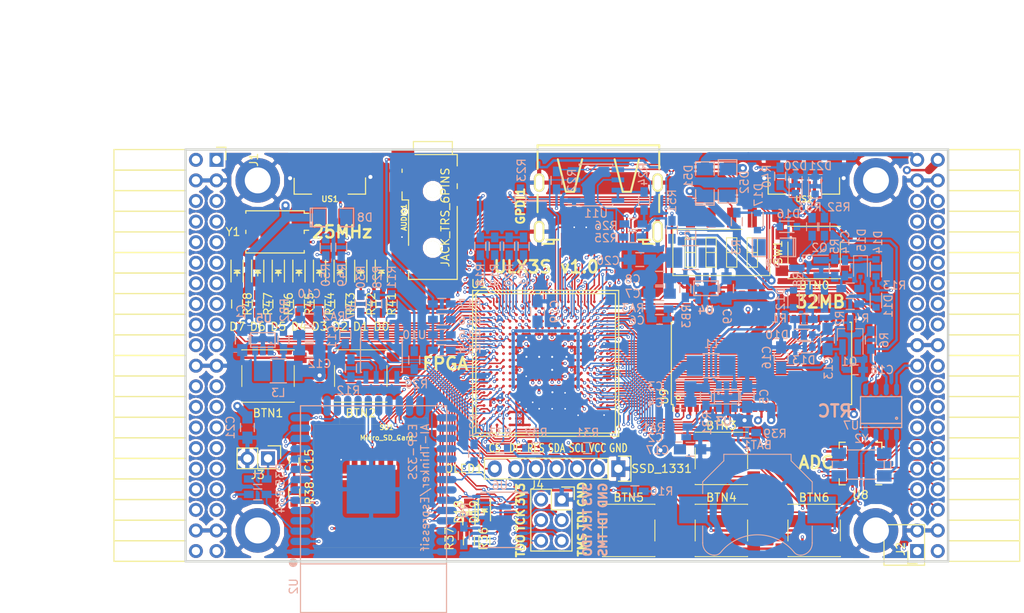
<source format=kicad_pcb>
(kicad_pcb (version 4) (host pcbnew 4.0.7+dfsg1-1)
  (layers (0 F.Cu signal) (1 In1.Cu signal) (2 In2.Cu signal) (31 B.Cu signal) (34 B.Paste user) (35 F.Paste user) (36 B.SilkS user) (37 F.SilkS user) (38 B.Mask user) (39 F.Mask user) (44 Edge.Cuts user))
  (net 0 "")
  (net 1 GND)
  (net 2 +5V)
  (net 3 /gpio/IN5V)
  (net 4 /gpio/OUT5V)
  (net 5 +3V3)
  (net 6 "Net-(L1-Pad1)")
  (net 7 "Net-(L2-Pad1)")
  (net 8 +1V2)
  (net 9 BTN_D)
  (net 10 BTN_F1)
  (net 11 BTN_F2)
  (net 12 BTN_L)
  (net 13 BTN_R)
  (net 14 BTN_U)
  (net 15 /power/FB1)
  (net 16 +2V5)
  (net 17 "Net-(L3-Pad1)")
  (net 18 /power/PWREN)
  (net 19 /power/FB3)
  (net 20 /power/FB2)
  (net 21 "Net-(D9-Pad1)")
  (net 22 /power/VBAT)
  (net 23 JTAG_TDI)
  (net 24 JTAG_TCK)
  (net 25 JTAG_TMS)
  (net 26 JTAG_TDO)
  (net 27 /power/WAKEUPn)
  (net 28 /power/WKUP)
  (net 29 /power/SHUT)
  (net 30 /power/WAKE)
  (net 31 /power/HOLD)
  (net 32 /power/WKn)
  (net 33 /power/OSCI_32k)
  (net 34 /power/OSCO_32k)
  (net 35 "Net-(Q2-Pad3)")
  (net 36 SHUTDOWN)
  (net 37 /analog/AUDIO_L)
  (net 38 /analog/AUDIO_R)
  (net 39 GPDI_5V_SCL)
  (net 40 GPDI_5V_SDA)
  (net 41 GPDI_SDA)
  (net 42 GPDI_SCL)
  (net 43 /gpdi/VREF2)
  (net 44 SD_CMD)
  (net 45 SD_CLK)
  (net 46 SD_D0)
  (net 47 SD_D1)
  (net 48 USB5V)
  (net 49 "Net-(BTN0-Pad1)")
  (net 50 GPDI_CEC)
  (net 51 nRESET)
  (net 52 FTDI_nDTR)
  (net 53 SDRAM_CKE)
  (net 54 SDRAM_A7)
  (net 55 SDRAM_D15)
  (net 56 SDRAM_BA1)
  (net 57 SDRAM_D7)
  (net 58 SDRAM_A6)
  (net 59 SDRAM_CLK)
  (net 60 SDRAM_D13)
  (net 61 SDRAM_BA0)
  (net 62 SDRAM_D6)
  (net 63 SDRAM_A5)
  (net 64 SDRAM_D14)
  (net 65 SDRAM_A11)
  (net 66 SDRAM_D12)
  (net 67 SDRAM_D5)
  (net 68 SDRAM_A4)
  (net 69 SDRAM_A10)
  (net 70 SDRAM_D11)
  (net 71 SDRAM_A3)
  (net 72 SDRAM_D4)
  (net 73 SDRAM_D10)
  (net 74 SDRAM_D9)
  (net 75 SDRAM_A9)
  (net 76 SDRAM_D3)
  (net 77 SDRAM_D8)
  (net 78 SDRAM_A8)
  (net 79 SDRAM_A2)
  (net 80 SDRAM_A1)
  (net 81 SDRAM_A0)
  (net 82 SDRAM_D2)
  (net 83 SDRAM_D1)
  (net 84 SDRAM_D0)
  (net 85 SDRAM_DQM0)
  (net 86 SDRAM_nCS)
  (net 87 SDRAM_nRAS)
  (net 88 SDRAM_DQM1)
  (net 89 SDRAM_nCAS)
  (net 90 SDRAM_nWE)
  (net 91 /flash/FLASH_nWP)
  (net 92 /flash/FLASH_nHOLD)
  (net 93 /flash/FLASH_MOSI)
  (net 94 /flash/FLASH_MISO)
  (net 95 /flash/FLASH_SCK)
  (net 96 /flash/FLASH_nCS)
  (net 97 /flash/FPGA_PROGRAMN)
  (net 98 /flash/FPGA_DONE)
  (net 99 /flash/FPGA_INITN)
  (net 100 OLED_RES)
  (net 101 OLED_DC)
  (net 102 OLED_CS)
  (net 103 WIFI_EN)
  (net 104 FTDI_nRTS)
  (net 105 FTDI_TXD)
  (net 106 FTDI_RXD)
  (net 107 WIFI_RXD)
  (net 108 WIFI_GPIO0)
  (net 109 WIFI_TXD)
  (net 110 GPDI_ETH-)
  (net 111 GPDI_ETH+)
  (net 112 GPDI_D2+)
  (net 113 GPDI_D2-)
  (net 114 GPDI_D1+)
  (net 115 GPDI_D1-)
  (net 116 GPDI_D0+)
  (net 117 GPDI_D0-)
  (net 118 GPDI_CLK+)
  (net 119 GPDI_CLK-)
  (net 120 USB_FTDI_D+)
  (net 121 USB_FTDI_D-)
  (net 122 J1_17-)
  (net 123 J1_17+)
  (net 124 J1_23-)
  (net 125 J1_23+)
  (net 126 J1_25-)
  (net 127 J1_25+)
  (net 128 J1_27-)
  (net 129 J1_27+)
  (net 130 J1_29-)
  (net 131 J1_29+)
  (net 132 J1_31-)
  (net 133 J1_31+)
  (net 134 J1_33-)
  (net 135 J1_33+)
  (net 136 J1_35-)
  (net 137 J1_35+)
  (net 138 J2_5-)
  (net 139 J2_5+)
  (net 140 J2_7-)
  (net 141 J2_7+)
  (net 142 J2_9-)
  (net 143 J2_9+)
  (net 144 J2_13-)
  (net 145 J2_13+)
  (net 146 J2_17-)
  (net 147 J2_17+)
  (net 148 J2_11-)
  (net 149 J2_11+)
  (net 150 J2_23-)
  (net 151 J2_23+)
  (net 152 J1_5-)
  (net 153 J1_5+)
  (net 154 J1_7-)
  (net 155 J1_7+)
  (net 156 J1_9-)
  (net 157 J1_9+)
  (net 158 J1_11-)
  (net 159 J1_11+)
  (net 160 J1_13-)
  (net 161 J1_13+)
  (net 162 J1_15-)
  (net 163 J1_15+)
  (net 164 J2_15-)
  (net 165 J2_15+)
  (net 166 J2_25-)
  (net 167 J2_25+)
  (net 168 J2_27-)
  (net 169 J2_27+)
  (net 170 J2_29-)
  (net 171 J2_29+)
  (net 172 J2_31-)
  (net 173 J2_31+)
  (net 174 J2_33-)
  (net 175 J2_33+)
  (net 176 J2_35-)
  (net 177 J2_35+)
  (net 178 SD_D3)
  (net 179 AUDIO_L3)
  (net 180 AUDIO_L2)
  (net 181 AUDIO_L1)
  (net 182 AUDIO_L0)
  (net 183 AUDIO_R3)
  (net 184 AUDIO_R2)
  (net 185 AUDIO_R1)
  (net 186 AUDIO_R0)
  (net 187 OLED_CLK)
  (net 188 OLED_MOSI)
  (net 189 LED0)
  (net 190 LED1)
  (net 191 LED2)
  (net 192 LED3)
  (net 193 LED4)
  (net 194 LED5)
  (net 195 LED6)
  (net 196 LED7)
  (net 197 BTN_PWRn)
  (net 198 "Net-(J3-Pad1)")
  (net 199 FTDI_nTXLED)
  (net 200 FTDI_nSLEEP)
  (net 201 /blinkey/LED_PWREN)
  (net 202 /blinkey/LED_TXLED)
  (net 203 FT3V3)
  (net 204 /sdcard/SD3V3)
  (net 205 SD_D2)
  (net 206 CLK_25MHz)
  (net 207 /blinkey/BTNPUL)
  (net 208 /blinkey/BTNPUR)
  (net 209 USB_FPGA_D+)
  (net 210 /power/FTDI_nSUSPEND)
  (net 211 /blinkey/ALED0)
  (net 212 /blinkey/ALED1)
  (net 213 /blinkey/ALED2)
  (net 214 /blinkey/ALED3)
  (net 215 /blinkey/ALED4)
  (net 216 /blinkey/ALED5)
  (net 217 /blinkey/ALED6)
  (net 218 /blinkey/ALED7)
  (net 219 /usb/FTD-)
  (net 220 /usb/FTD+)
  (net 221 ADC_MISO)
  (net 222 ADC_MOSI)
  (net 223 ADC_CSn)
  (net 224 ADC_SCLK)
  (net 225 "Net-(R51-Pad2)")
  (net 226 SW3)
  (net 227 SW2)
  (net 228 SW1)
  (net 229 SW0)
  (net 230 USB_FPGA_D-)
  (net 231 /usb/FPD+)
  (net 232 /usb/FPD-)
  (net 233 WIFI_GPIO16)
  (net 234 WIFI_GPIO15)
  (net 235 /usb/ANT_433MHz)
  (module Resistors_SMD:R_0603_HandSoldering (layer B.Cu) (at 154.044 71.326 90)
    (fp_text reference R51 (at 3.556 0 90) (layer B.SilkS) (effects (justify mirror)))
    (fp_text value 220)
    (pad 1 smd rect (at -1.1 0 90) (size 1.2 0.9) (layers B.Cu B.Paste B.Mask) (net 5 +3V3))
    (pad 2 smd rect (at 1.1 0 90) (size 1.2 0.9) (layers B.Cu B.Paste B.Mask) (net 225 "Net-(R51-Pad2)"))
  )
  (module SMD_Packages:SMD-1206_Pol (layer B.Cu) (at 160.902 65.484 270)
    (fp_text reference D52 (at -0.034 -2.078 270) (layer B.SilkS) (effects (justify mirror)))
    (fp_text value 2A)
    (pad 1 smd rect (at -1.651 0 270) (size 1.524 2.032) (layers B.Cu B.Paste B.Mask) (net 4 /gpio/OUT5V))
    (pad 2 smd rect (at 1.651 0 270) (size 1.524 2.032) (layers B.Cu B.Paste B.Mask) (net 2 +5V))
  )
  (module SMD_Packages:SMD-1206_Pol (layer B.Cu) (at 158.108 65.484 90)
    (fp_text reference D51 (at 0.762 -2.032 90) (layer B.SilkS) (effects (justify mirror)))
    (fp_text value 2A)
    (pad 1 smd rect (at -1.651 0 90) (size 1.524 2.032) (layers B.Cu B.Paste B.Mask) (net 2 +5V))
    (pad 2 smd rect (at 1.651 0 90) (size 1.524 2.032) (layers B.Cu B.Paste B.Mask) (net 3 /gpio/IN5V))
  )
  (module micro-sd:MicroSD_TF02D (layer F.Cu) (at 116.87 110.52 180)
    (fp_text reference SD1 (at -1.995 14.81 180) (layer F.SilkS) (effects (font (size 0.59944 0.59944) (thickness 0.12446))))
    (fp_text value Micro_SD_Card (at -1.995 13.54 180) (layer F.SilkS) (effects (font (size 0.59944 0.59944) (thickness 0.12446))))
    (pad 1 smd rect (at 1.94 11 180) (size 0.7 1.8) (layers F.Cu F.Paste F.Mask) (net 205 SD_D2))
    (pad 2 smd rect (at 0.84 11 180) (size 0.7 1.8) (layers F.Cu F.Paste F.Mask) (net 178 SD_D3))
    (pad 3 smd rect (at -0.26 11 180) (size 0.7 1.8) (layers F.Cu F.Paste F.Mask) (net 44 SD_CMD))
    (pad 4 smd rect (at -1.36 11 180) (size 0.7 1.8) (layers F.Cu F.Paste F.Mask) (net 204 /sdcard/SD3V3))
    (pad 5 smd rect (at -2.46 11 180) (size 0.7 1.8) (layers F.Cu F.Paste F.Mask) (net 45 SD_CLK))
    (pad 6 smd rect (at -3.56 11 180) (size 0.7 1.8) (layers F.Cu F.Paste F.Mask) (net 1 GND))
    (pad 7 smd rect (at -4.66 11 180) (size 0.7 1.8) (layers F.Cu F.Paste F.Mask) (net 46 SD_D0))
    (pad 8 smd rect (at -5.76 11 180) (size 0.7 1.8) (layers F.Cu F.Paste F.Mask) (net 47 SD_D1))
    (pad S smd rect (at -5.05 0.4 180) (size 1.6 1.4) (layers F.Cu F.Paste F.Mask))
    (pad S smd rect (at 0.75 0.4 180) (size 1.8 1.4) (layers F.Cu F.Paste F.Mask))
    (pad G smd rect (at -7.45 13.55 180) (size 1.4 1.9) (layers F.Cu F.Paste F.Mask))
    (pad G smd rect (at 6.6 14.55 180) (size 1.4 1.9) (layers F.Cu F.Paste F.Mask))
  )
  (module Resistors_SMD:R_1210_HandSoldering (layer B.Cu) (at 158.87 88.09 180)
    (fp_text reference L1 (at 0 2.7 180) (layer B.SilkS) (effects (justify mirror)))
    (fp_text value 2.2uH)
    (pad 1 smd rect (at -2 0 180) (size 2 2.5) (layers B.Cu B.Paste B.Mask) (net 6 "Net-(L1-Pad1)"))
    (pad 2 smd rect (at 2 0 180) (size 2 2.5) (layers B.Cu B.Paste B.Mask) (net 8 +1V2))
  )
  (module TSOT-25:TSOT-25 (layer B.Cu) (at 160.775 91.9)
    (fp_text reference U3 (at -0.381 3.048) (layer B.SilkS) (effects (font (thickness 0.2)) (justify mirror)))
    (fp_text value AP3429A)
    (pad 1 smd rect (at -0.95 -1.3) (size 0.7 1.2) (layers B.Cu B.Paste B.Mask) (net 18 /power/PWREN))
    (pad 2 smd rect (at 0 -1.3) (size 0.7 1.2) (layers B.Cu B.Paste B.Mask) (net 1 GND))
    (pad 3 smd rect (at 0.95 -1.3) (size 0.7 1.2) (layers B.Cu B.Paste B.Mask) (net 6 "Net-(L1-Pad1)"))
    (pad 4 smd rect (at 0.95 1.3) (size 0.7 1.2) (layers B.Cu B.Paste B.Mask) (net 2 +5V))
    (pad 5 smd rect (at -0.95 1.3) (size 0.7 1.2) (layers B.Cu B.Paste B.Mask) (net 15 /power/FB1))
  )
  (module Resistors_SMD:R_1210_HandSoldering (layer B.Cu) (at 156.33 74.755 180)
    (fp_text reference L2 (at 0 2.7 180) (layer B.SilkS) (effects (justify mirror)))
    (fp_text value 2.2uH)
    (pad 1 smd rect (at -2 0 180) (size 2 2.5) (layers B.Cu B.Paste B.Mask) (net 7 "Net-(L2-Pad1)"))
    (pad 2 smd rect (at 2 0 180) (size 2 2.5) (layers B.Cu B.Paste B.Mask) (net 5 +3V3))
  )
  (module TSOT-25:TSOT-25 (layer B.Cu) (at 158.235 78.535)
    (fp_text reference U4 (at 0 2.697) (layer B.SilkS) (effects (font (thickness 0.2)) (justify mirror)))
    (fp_text value AP3429A)
    (pad 1 smd rect (at -0.95 -1.3) (size 0.7 1.2) (layers B.Cu B.Paste B.Mask) (net 18 /power/PWREN))
    (pad 2 smd rect (at 0 -1.3) (size 0.7 1.2) (layers B.Cu B.Paste B.Mask) (net 1 GND))
    (pad 3 smd rect (at 0.95 -1.3) (size 0.7 1.2) (layers B.Cu B.Paste B.Mask) (net 7 "Net-(L2-Pad1)"))
    (pad 4 smd rect (at 0.95 1.3) (size 0.7 1.2) (layers B.Cu B.Paste B.Mask) (net 2 +5V))
    (pad 5 smd rect (at -0.95 1.3) (size 0.7 1.2) (layers B.Cu B.Paste B.Mask) (net 19 /power/FB3))
  )
  (module LEDs:LED_0805 (layer F.Cu) (at 118.23 76.66 270)
    (fp_text reference D0 (at 6.604 0 360) (layer F.SilkS))
    (fp_text value LED hide)
    (pad 2 smd rect (at 1.04902 0 90) (size 1.19888 1.19888) (layers F.Cu F.Paste F.Mask) (net 211 /blinkey/ALED0))
    (pad 1 smd rect (at -1.04902 0 90) (size 1.19888 1.19888) (layers F.Cu F.Paste F.Mask) (net 1 GND))
  )
  (module LEDs:LED_0805 (layer F.Cu) (at 115.69 76.66 270)
    (fp_text reference D1 (at 6.604 0 360) (layer F.SilkS))
    (fp_text value LED hide)
    (pad 2 smd rect (at 1.04902 0 90) (size 1.19888 1.19888) (layers F.Cu F.Paste F.Mask) (net 212 /blinkey/ALED1))
    (pad 1 smd rect (at -1.04902 0 90) (size 1.19888 1.19888) (layers F.Cu F.Paste F.Mask) (net 1 GND))
  )
  (module LEDs:LED_0805 (layer F.Cu) (at 113.15 76.66 270)
    (fp_text reference D2 (at 6.604 0 360) (layer F.SilkS))
    (fp_text value LED hide)
    (pad 2 smd rect (at 1.04902 0 90) (size 1.19888 1.19888) (layers F.Cu F.Paste F.Mask) (net 213 /blinkey/ALED2))
    (pad 1 smd rect (at -1.04902 0 90) (size 1.19888 1.19888) (layers F.Cu F.Paste F.Mask) (net 1 GND))
  )
  (module LEDs:LED_0805 (layer F.Cu) (at 110.61 76.66 270)
    (fp_text reference D3 (at 6.604 0 360) (layer F.SilkS))
    (fp_text value LED hide)
    (pad 2 smd rect (at 1.04902 0 90) (size 1.19888 1.19888) (layers F.Cu F.Paste F.Mask) (net 214 /blinkey/ALED3))
    (pad 1 smd rect (at -1.04902 0 90) (size 1.19888 1.19888) (layers F.Cu F.Paste F.Mask) (net 1 GND))
  )
  (module LEDs:LED_0805 (layer F.Cu) (at 108.07 76.66 270)
    (fp_text reference D4 (at 6.604 0 360) (layer F.SilkS))
    (fp_text value LED hide)
    (pad 2 smd rect (at 1.04902 0 90) (size 1.19888 1.19888) (layers F.Cu F.Paste F.Mask) (net 215 /blinkey/ALED4))
    (pad 1 smd rect (at -1.04902 0 90) (size 1.19888 1.19888) (layers F.Cu F.Paste F.Mask) (net 1 GND))
  )
  (module LEDs:LED_0805 (layer F.Cu) (at 105.53 76.66 270)
    (fp_text reference D5 (at 6.604 0 360) (layer F.SilkS))
    (fp_text value LED hide)
    (pad 2 smd rect (at 1.04902 0 90) (size 1.19888 1.19888) (layers F.Cu F.Paste F.Mask) (net 216 /blinkey/ALED5))
    (pad 1 smd rect (at -1.04902 0 90) (size 1.19888 1.19888) (layers F.Cu F.Paste F.Mask) (net 1 GND))
  )
  (module LEDs:LED_0805 (layer F.Cu) (at 102.99 76.66 270)
    (fp_text reference D6 (at 6.604 0 360) (layer F.SilkS))
    (fp_text value LED hide)
    (pad 2 smd rect (at 1.04902 0 90) (size 1.19888 1.19888) (layers F.Cu F.Paste F.Mask) (net 217 /blinkey/ALED6))
    (pad 1 smd rect (at -1.04902 0 90) (size 1.19888 1.19888) (layers F.Cu F.Paste F.Mask) (net 1 GND))
  )
  (module LEDs:LED_0805 (layer F.Cu) (at 100.45 76.66 270)
    (fp_text reference D7 (at 6.604 0 360) (layer F.SilkS))
    (fp_text value LED hide)
    (pad 2 smd rect (at 1.04902 0 90) (size 1.19888 1.19888) (layers F.Cu F.Paste F.Mask) (net 218 /blinkey/ALED7))
    (pad 1 smd rect (at -1.04902 0 90) (size 1.19888 1.19888) (layers F.Cu F.Paste F.Mask) (net 1 GND))
  )
  (module Resistors_SMD:R_1210_HandSoldering (layer B.Cu) (at 105.53 88.725)
    (fp_text reference L3 (at 0 2.7) (layer B.SilkS) (effects (justify mirror)))
    (fp_text value 2.2uH)
    (pad 1 smd rect (at -2 0) (size 2 2.5) (layers B.Cu B.Paste B.Mask) (net 17 "Net-(L3-Pad1)"))
    (pad 2 smd rect (at 2 0) (size 2 2.5) (layers B.Cu B.Paste B.Mask) (net 16 +2V5))
  )
  (module TSOT-25:TSOT-25 (layer B.Cu) (at 103.625 84.915 180)
    (fp_text reference U5 (at -0.127 2.667 180) (layer B.SilkS) (effects (font (thickness 0.2)) (justify mirror)))
    (fp_text value AP3429A)
    (pad 1 smd rect (at -0.95 -1.3 180) (size 0.7 1.2) (layers B.Cu B.Paste B.Mask) (net 18 /power/PWREN))
    (pad 2 smd rect (at 0 -1.3 180) (size 0.7 1.2) (layers B.Cu B.Paste B.Mask) (net 1 GND))
    (pad 3 smd rect (at 0.95 -1.3 180) (size 0.7 1.2) (layers B.Cu B.Paste B.Mask) (net 17 "Net-(L3-Pad1)"))
    (pad 4 smd rect (at 0.95 1.3 180) (size 0.7 1.2) (layers B.Cu B.Paste B.Mask) (net 2 +5V))
    (pad 5 smd rect (at -0.95 1.3 180) (size 0.7 1.2) (layers B.Cu B.Paste B.Mask) (net 20 /power/FB2))
  )
  (module Capacitors_SMD:C_0805_HandSoldering (layer B.Cu) (at 101.085 84.915 270)
    (fp_text reference C1 (at -3.429 0.127 270) (layer B.SilkS) (effects (justify mirror)))
    (fp_text value 22uF)
    (pad 1 smd rect (at -1.25 0 270) (size 1.5 1.25) (layers B.Cu B.Paste B.Mask) (net 2 +5V))
    (pad 2 smd rect (at 1.25 0 270) (size 1.5 1.25) (layers B.Cu B.Paste B.Mask) (net 1 GND))
  )
  (module Capacitors_SMD:C_0805_HandSoldering (layer B.Cu) (at 155.06 90.63)
    (fp_text reference C3 (at -3.048 0) (layer B.SilkS) (effects (justify mirror)))
    (fp_text value 22uF)
    (pad 1 smd rect (at -1.25 0) (size 1.5 1.25) (layers B.Cu B.Paste B.Mask) (net 8 +1V2))
    (pad 2 smd rect (at 1.25 0) (size 1.5 1.25) (layers B.Cu B.Paste B.Mask) (net 1 GND))
  )
  (module Capacitors_SMD:C_0805_HandSoldering (layer B.Cu) (at 155.06 92.535)
    (fp_text reference C4 (at -3.048 0.127) (layer B.SilkS) (effects (justify mirror)))
    (fp_text value 22uF)
    (pad 1 smd rect (at -1.25 0) (size 1.5 1.25) (layers B.Cu B.Paste B.Mask) (net 8 +1V2))
    (pad 2 smd rect (at 1.25 0) (size 1.5 1.25) (layers B.Cu B.Paste B.Mask) (net 1 GND))
  )
  (module Capacitors_SMD:C_0805_HandSoldering (layer B.Cu) (at 163.315 91.9 90)
    (fp_text reference C5 (at 0 2.1 90) (layer B.SilkS) (effects (justify mirror)))
    (fp_text value 22uF)
    (pad 1 smd rect (at -1.25 0 90) (size 1.5 1.25) (layers B.Cu B.Paste B.Mask) (net 2 +5V))
    (pad 2 smd rect (at 1.25 0 90) (size 1.5 1.25) (layers B.Cu B.Paste B.Mask) (net 1 GND))
  )
  (module Capacitors_SMD:C_0805_HandSoldering (layer B.Cu) (at 152.52 79.2)
    (fp_text reference C7 (at -3.302 0) (layer B.SilkS) (effects (justify mirror)))
    (fp_text value 22uF)
    (pad 1 smd rect (at -1.25 0) (size 1.5 1.25) (layers B.Cu B.Paste B.Mask) (net 5 +3V3))
    (pad 2 smd rect (at 1.25 0) (size 1.5 1.25) (layers B.Cu B.Paste B.Mask) (net 1 GND))
  )
  (module Capacitors_SMD:C_0805_HandSoldering (layer B.Cu) (at 152.52 77.295)
    (fp_text reference C8 (at -3.302 0.127) (layer B.SilkS) (effects (justify mirror)))
    (fp_text value 22uF)
    (pad 1 smd rect (at -1.25 0) (size 1.5 1.25) (layers B.Cu B.Paste B.Mask) (net 5 +3V3))
    (pad 2 smd rect (at 1.25 0) (size 1.5 1.25) (layers B.Cu B.Paste B.Mask) (net 1 GND))
  )
  (module Capacitors_SMD:C_0805_HandSoldering (layer B.Cu) (at 160.775 78.565 90)
    (fp_text reference C9 (at -3.429 0.127 90) (layer B.SilkS) (effects (justify mirror)))
    (fp_text value 22uF)
    (pad 1 smd rect (at -1.25 0 90) (size 1.5 1.25) (layers B.Cu B.Paste B.Mask) (net 2 +5V))
    (pad 2 smd rect (at 1.25 0 90) (size 1.5 1.25) (layers B.Cu B.Paste B.Mask) (net 1 GND))
  )
  (module Capacitors_SMD:C_0805_HandSoldering (layer B.Cu) (at 109.34 84.28 180)
    (fp_text reference C11 (at -2.794 -0.254 270) (layer B.SilkS) (effects (justify mirror)))
    (fp_text value 22uF)
    (pad 1 smd rect (at -1.25 0 180) (size 1.5 1.25) (layers B.Cu B.Paste B.Mask) (net 16 +2V5))
    (pad 2 smd rect (at 1.25 0 180) (size 1.5 1.25) (layers B.Cu B.Paste B.Mask) (net 1 GND))
  )
  (module Capacitors_SMD:C_0805_HandSoldering (layer B.Cu) (at 109.34 86.185 180)
    (fp_text reference C12 (at -1.27 -1.651 360) (layer B.SilkS) (effects (justify mirror)))
    (fp_text value 22uF)
    (pad 1 smd rect (at -1.25 0 180) (size 1.5 1.25) (layers B.Cu B.Paste B.Mask) (net 16 +2V5))
    (pad 2 smd rect (at 1.25 0 180) (size 1.5 1.25) (layers B.Cu B.Paste B.Mask) (net 1 GND))
  )
  (module SMD_Packages:SMD-1206_Pol (layer B.Cu) (at 112.261 69.802)
    (fp_text reference D8 (at 3.937 0) (layer B.SilkS) (effects (justify mirror)))
    (fp_text value 2A)
    (pad 1 smd rect (at -1.651 0) (size 1.524 2.032) (layers B.Cu B.Paste B.Mask) (net 2 +5V))
    (pad 2 smd rect (at 1.651 0) (size 1.524 2.032) (layers B.Cu B.Paste B.Mask) (net 48 USB5V))
  )
  (module SMD_Packages:SMD-1206_Pol (layer B.Cu) (at 166.49 73.485 180)
    (fp_text reference D9 (at 0.01 -1.965 180) (layer B.SilkS) (effects (justify mirror)))
    (fp_text value 2A)
    (pad 1 smd rect (at -1.651 0 180) (size 1.524 2.032) (layers B.Cu B.Paste B.Mask) (net 21 "Net-(D9-Pad1)"))
    (pad 2 smd rect (at 1.651 0 180) (size 1.524 2.032) (layers B.Cu B.Paste B.Mask) (net 2 +5V))
  )
  (module Power_Integrations:SO-8 (layer B.Cu) (at 179.825 93.805 180)
    (fp_text reference U7 (at 3.683 -1.651 180) (layer B.SilkS) (effects (justify mirror)))
    (fp_text value PCF8523)
    (pad 1 smd oval (at -1.905 -2.794 180) (size 0.6096 1.4732) (layers B.Cu B.Paste B.Mask) (net 33 /power/OSCI_32k))
    (pad 2 smd oval (at -0.635 -2.794 180) (size 0.6096 1.4732) (layers B.Cu B.Paste B.Mask) (net 34 /power/OSCO_32k))
    (pad 3 smd oval (at 0.635 -2.794 180) (size 0.6096 1.4732) (layers B.Cu B.Paste B.Mask) (net 22 /power/VBAT))
    (pad 4 smd oval (at 1.905 -2.794 180) (size 0.6096 1.4732) (layers B.Cu B.Paste B.Mask) (net 1 GND))
    (pad 5 smd oval (at 1.905 2.794 180) (size 0.6096 1.4732) (layers B.Cu B.Paste B.Mask) (net 41 GPDI_SDA))
    (pad 6 smd oval (at 0.635 2.794 180) (size 0.6096 1.4732) (layers B.Cu B.Paste B.Mask) (net 42 GPDI_SCL))
    (pad 7 smd oval (at -0.635 2.794 180) (size 0.6096 1.4732) (layers B.Cu B.Paste B.Mask) (net 27 /power/WAKEUPn))
    (pad 8 smd oval (at -1.905 2.794 180) (size 0.6096 1.4732) (layers B.Cu B.Paste B.Mask) (net 5 +3V3))
  )
  (module Capacitors_SMD:C_0805_HandSoldering (layer B.Cu) (at 173.221 84.788 90)
    (fp_text reference C13 (at -3.556 0.127 90) (layer B.SilkS) (effects (justify mirror)))
    (fp_text value 2.2uF)
    (pad 1 smd rect (at -1.25 0 90) (size 1.5 1.25) (layers B.Cu B.Paste B.Mask) (net 2 +5V))
    (pad 2 smd rect (at 1.25 0 90) (size 1.5 1.25) (layers B.Cu B.Paste B.Mask) (net 28 /power/WKUP))
  )
  (module Diodes_SMD:D_0805 (layer B.Cu) (at 170.3 84.28)
    (fp_text reference D10 (at -3.302 0) (layer B.SilkS) (effects (justify mirror)))
    (fp_text value 1N4148)
    (pad 1 smd rect (at -1.05 0) (size 0.8 0.9) (layers B.Cu B.Paste B.Mask) (net 30 /power/WAKE))
    (pad 2 smd rect (at 1.05 0) (size 0.8 0.9) (layers B.Cu B.Paste B.Mask) (net 28 /power/WKUP))
  )
  (module Diodes_SMD:D_0805 (layer B.Cu) (at 179.19 79.835 90)
    (fp_text reference D11 (at -0.889 1.524 90) (layer B.SilkS) (effects (justify mirror)))
    (fp_text value 1N4148)
    (pad 1 smd rect (at -1.05 0 90) (size 0.8 0.9) (layers B.Cu B.Paste B.Mask) (net 31 /power/HOLD))
    (pad 2 smd rect (at 1.05 0 90) (size 0.8 0.9) (layers B.Cu B.Paste B.Mask) (net 5 +3V3))
  )
  (module Diodes_SMD:D_0805 (layer B.Cu) (at 169.03 79.835 90)
    (fp_text reference D12 (at 0 -1.6 90) (layer B.SilkS) (effects (justify mirror)))
    (fp_text value 1N4148)
    (pad 1 smd rect (at -1.05 0 90) (size 0.8 0.9) (layers B.Cu B.Paste B.Mask) (net 18 /power/PWREN))
    (pad 2 smd rect (at 1.05 0 90) (size 0.8 0.9) (layers B.Cu B.Paste B.Mask) (net 210 /power/FTDI_nSUSPEND))
  )
  (module TSOP54:TSOP54 (layer F.Cu) (at 165.08 87.8 90)
    (fp_text reference U9 (at -4.1 -12 90) (layer F.SilkS))
    (fp_text value MT48LC16M16A2TG)
    (pad 28 smd rect (at 5.53 10.4 90) (size 0.9 0.56) (layers F.Cu F.Paste F.Mask) (net 1 GND))
    (pad 1 smd rect (at -5.53 -10.4 90) (size 0.9 0.56) (layers F.Cu F.Paste F.Mask) (net 5 +3V3))
    (pad 2 smd rect (at -5.53 -9.6 90) (size 0.9 0.56) (layers F.Cu F.Paste F.Mask) (net 84 SDRAM_D0))
    (pad 3 smd rect (at -5.53 -8.8 90) (size 0.9 0.56) (layers F.Cu F.Paste F.Mask) (net 5 +3V3))
    (pad 4 smd rect (at -5.53 -8 90) (size 0.9 0.56) (layers F.Cu F.Paste F.Mask) (net 83 SDRAM_D1))
    (pad 5 smd rect (at -5.53 -7.2 90) (size 0.9 0.56) (layers F.Cu F.Paste F.Mask) (net 82 SDRAM_D2))
    (pad 6 smd rect (at -5.53 -6.4 90) (size 0.9 0.56) (layers F.Cu F.Paste F.Mask) (net 1 GND))
    (pad 7 smd rect (at -5.53 -5.6 90) (size 0.9 0.56) (layers F.Cu F.Paste F.Mask) (net 76 SDRAM_D3))
    (pad 8 smd rect (at -5.53 -4.8 90) (size 0.9 0.56) (layers F.Cu F.Paste F.Mask) (net 72 SDRAM_D4))
    (pad 9 smd rect (at -5.53 -4 90) (size 0.9 0.56) (layers F.Cu F.Paste F.Mask) (net 5 +3V3))
    (pad 10 smd rect (at -5.53 -3.2 90) (size 0.9 0.56) (layers F.Cu F.Paste F.Mask) (net 67 SDRAM_D5))
    (pad 11 smd rect (at -5.53 -2.4 90) (size 0.9 0.56) (layers F.Cu F.Paste F.Mask) (net 62 SDRAM_D6))
    (pad 12 smd rect (at -5.53 -1.6 90) (size 0.9 0.56) (layers F.Cu F.Paste F.Mask) (net 1 GND))
    (pad 13 smd rect (at -5.53 -0.8 90) (size 0.9 0.56) (layers F.Cu F.Paste F.Mask) (net 57 SDRAM_D7))
    (pad 14 smd rect (at -5.53 0 90) (size 0.9 0.56) (layers F.Cu F.Paste F.Mask) (net 5 +3V3))
    (pad 15 smd rect (at -5.53 0.8 90) (size 0.9 0.56) (layers F.Cu F.Paste F.Mask) (net 85 SDRAM_DQM0))
    (pad 16 smd rect (at -5.53 1.6 90) (size 0.9 0.56) (layers F.Cu F.Paste F.Mask) (net 90 SDRAM_nWE))
    (pad 17 smd rect (at -5.53 2.4 90) (size 0.9 0.56) (layers F.Cu F.Paste F.Mask) (net 89 SDRAM_nCAS))
    (pad 18 smd rect (at -5.53 3.2 90) (size 0.9 0.56) (layers F.Cu F.Paste F.Mask) (net 87 SDRAM_nRAS))
    (pad 19 smd rect (at -5.53 4 90) (size 0.9 0.56) (layers F.Cu F.Paste F.Mask) (net 86 SDRAM_nCS))
    (pad 20 smd rect (at -5.53 4.8 90) (size 0.9 0.56) (layers F.Cu F.Paste F.Mask) (net 61 SDRAM_BA0))
    (pad 21 smd rect (at -5.53 5.6 90) (size 0.9 0.56) (layers F.Cu F.Paste F.Mask) (net 56 SDRAM_BA1))
    (pad 22 smd rect (at -5.53 6.4 90) (size 0.9 0.56) (layers F.Cu F.Paste F.Mask) (net 69 SDRAM_A10))
    (pad 23 smd rect (at -5.53 7.2 90) (size 0.9 0.56) (layers F.Cu F.Paste F.Mask) (net 81 SDRAM_A0))
    (pad 24 smd rect (at -5.53 8 90) (size 0.9 0.56) (layers F.Cu F.Paste F.Mask) (net 80 SDRAM_A1))
    (pad 25 smd rect (at -5.53 8.8 90) (size 0.9 0.56) (layers F.Cu F.Paste F.Mask) (net 79 SDRAM_A2))
    (pad 26 smd rect (at -5.53 9.6 90) (size 0.9 0.56) (layers F.Cu F.Paste F.Mask) (net 71 SDRAM_A3))
    (pad 27 smd rect (at -5.53 10.4 90) (size 0.9 0.56) (layers F.Cu F.Paste F.Mask) (net 5 +3V3))
    (pad 29 smd rect (at 5.53 9.6 90) (size 0.9 0.56) (layers F.Cu F.Paste F.Mask) (net 68 SDRAM_A4))
    (pad 30 smd rect (at 5.53 8.8 90) (size 0.9 0.56) (layers F.Cu F.Paste F.Mask) (net 63 SDRAM_A5))
    (pad 31 smd rect (at 5.53 8 90) (size 0.9 0.56) (layers F.Cu F.Paste F.Mask) (net 58 SDRAM_A6))
    (pad 32 smd rect (at 5.53 7.2 90) (size 0.9 0.56) (layers F.Cu F.Paste F.Mask) (net 54 SDRAM_A7))
    (pad 33 smd rect (at 5.53 6.4 90) (size 0.9 0.56) (layers F.Cu F.Paste F.Mask) (net 78 SDRAM_A8))
    (pad 34 smd rect (at 5.53 5.6 90) (size 0.9 0.56) (layers F.Cu F.Paste F.Mask) (net 75 SDRAM_A9))
    (pad 35 smd rect (at 5.53 4.8 90) (size 0.9 0.56) (layers F.Cu F.Paste F.Mask) (net 65 SDRAM_A11))
    (pad 36 smd rect (at 5.53 4 90) (size 0.9 0.56) (layers F.Cu F.Paste F.Mask))
    (pad 37 smd rect (at 5.53 3.2 90) (size 0.9 0.56) (layers F.Cu F.Paste F.Mask) (net 53 SDRAM_CKE))
    (pad 38 smd rect (at 5.53 2.4 90) (size 0.9 0.56) (layers F.Cu F.Paste F.Mask) (net 59 SDRAM_CLK))
    (pad 39 smd rect (at 5.53 1.6 90) (size 0.9 0.56) (layers F.Cu F.Paste F.Mask) (net 88 SDRAM_DQM1))
    (pad 40 smd rect (at 5.53 0.8 90) (size 0.9 0.56) (layers F.Cu F.Paste F.Mask))
    (pad 41 smd rect (at 5.53 0 90) (size 0.9 0.56) (layers F.Cu F.Paste F.Mask) (net 1 GND))
    (pad 42 smd rect (at 5.53 -0.8 90) (size 0.9 0.56) (layers F.Cu F.Paste F.Mask) (net 77 SDRAM_D8))
    (pad 43 smd rect (at 5.53 -1.6 90) (size 0.9 0.56) (layers F.Cu F.Paste F.Mask) (net 5 +3V3))
    (pad 44 smd rect (at 5.53 -2.4 90) (size 0.9 0.56) (layers F.Cu F.Paste F.Mask) (net 74 SDRAM_D9))
    (pad 45 smd rect (at 5.53 -3.2 90) (size 0.9 0.56) (layers F.Cu F.Paste F.Mask) (net 73 SDRAM_D10))
    (pad 46 smd rect (at 5.53 -4 90) (size 0.9 0.56) (layers F.Cu F.Paste F.Mask) (net 1 GND))
    (pad 47 smd rect (at 5.53 -4.8 90) (size 0.9 0.56) (layers F.Cu F.Paste F.Mask) (net 70 SDRAM_D11))
    (pad 48 smd rect (at 5.53 -5.6 90) (size 0.9 0.56) (layers F.Cu F.Paste F.Mask) (net 66 SDRAM_D12))
    (pad 49 smd rect (at 5.53 -6.4 90) (size 0.9 0.56) (layers F.Cu F.Paste F.Mask) (net 5 +3V3))
    (pad 50 smd rect (at 5.53 -7.2 90) (size 0.9 0.56) (layers F.Cu F.Paste F.Mask) (net 60 SDRAM_D13))
    (pad 51 smd rect (at 5.53 -8 90) (size 0.9 0.56) (layers F.Cu F.Paste F.Mask) (net 64 SDRAM_D14))
    (pad 52 smd rect (at 5.53 -8.8 90) (size 0.9 0.56) (layers F.Cu F.Paste F.Mask) (net 1 GND))
    (pad 53 smd rect (at 5.53 -9.6 90) (size 0.9 0.56) (layers F.Cu F.Paste F.Mask) (net 55 SDRAM_D15))
    (pad 54 smd rect (at 5.53 -10.4 90) (size 0.9 0.56) (layers F.Cu F.Paste F.Mask) (net 1 GND))
  )
  (module TO_SOT_Packages_SMD:SOT-23_Handsoldering (layer B.Cu) (at 176.015 84.28 90)
    (fp_text reference Q1 (at -3.302 -0.127 180) (layer B.SilkS) (effects (justify mirror)))
    (fp_text value BC857)
    (pad 1 smd rect (at -1.5 0.95 90) (size 1.9 0.8) (layers B.Cu B.Paste B.Mask) (net 32 /power/WKn))
    (pad 2 smd rect (at -1.5 -0.95 90) (size 1.9 0.8) (layers B.Cu B.Paste B.Mask) (net 2 +5V))
    (pad 3 smd rect (at 1.5 0 90) (size 1.9 0.8) (layers B.Cu B.Paste B.Mask) (net 28 /power/WKUP))
  )
  (module TO_SOT_Packages_SMD:SOT-23_Handsoldering (layer B.Cu) (at 170.935 76.025 180)
    (fp_text reference Q2 (at -1.295 2.5 180) (layer B.SilkS) (effects (justify mirror)))
    (fp_text value 2N7002)
    (pad 1 smd rect (at -1.5 0.95 180) (size 1.9 0.8) (layers B.Cu B.Paste B.Mask) (net 29 /power/SHUT))
    (pad 2 smd rect (at -1.5 -0.95 180) (size 1.9 0.8) (layers B.Cu B.Paste B.Mask) (net 1 GND))
    (pad 3 smd rect (at 1.5 0 180) (size 1.9 0.8) (layers B.Cu B.Paste B.Mask) (net 35 "Net-(Q2-Pad3)"))
  )
  (module Capacitors_SMD:C_0603_HandSoldering (layer B.Cu) (at 154.86 96.91)
    (fp_text reference C2 (at -2.848 0.07) (layer B.SilkS) (effects (justify mirror)))
    (fp_text value 470pF)
    (pad 1 smd rect (at -0.95 0) (size 1.2 0.75) (layers B.Cu B.Paste B.Mask) (net 8 +1V2))
    (pad 2 smd rect (at 0.95 0) (size 1.2 0.75) (layers B.Cu B.Paste B.Mask) (net 15 /power/FB1))
  )
  (module Capacitors_SMD:C_0603_HandSoldering (layer B.Cu) (at 152.52 82.375)
    (fp_text reference C6 (at -2.794 0.127) (layer B.SilkS) (effects (justify mirror)))
    (fp_text value 470pF)
    (pad 1 smd rect (at -0.95 0) (size 1.2 0.75) (layers B.Cu B.Paste B.Mask) (net 5 +3V3))
    (pad 2 smd rect (at 0.95 0) (size 1.2 0.75) (layers B.Cu B.Paste B.Mask) (net 19 /power/FB3))
  )
  (module Capacitors_SMD:C_0603_HandSoldering (layer B.Cu) (at 109.34 81.105 180)
    (fp_text reference C10 (at 0 1.9 180) (layer B.SilkS) (effects (justify mirror)))
    (fp_text value 470pF)
    (pad 1 smd rect (at -0.95 0 180) (size 1.2 0.75) (layers B.Cu B.Paste B.Mask) (net 16 +2V5))
    (pad 2 smd rect (at 0.95 0 180) (size 1.2 0.75) (layers B.Cu B.Paste B.Mask) (net 20 /power/FB2))
  )
  (module Capacitors_SMD:C_0603_HandSoldering (layer B.Cu) (at 175.38 76.025 270)
    (fp_text reference C14 (at -3.175 0 270) (layer B.SilkS) (effects (justify mirror)))
    (fp_text value 100nF)
    (pad 1 smd rect (at -0.95 0 270) (size 1.2 0.75) (layers B.Cu B.Paste B.Mask) (net 29 /power/SHUT))
    (pad 2 smd rect (at 0.95 0 270) (size 1.2 0.75) (layers B.Cu B.Paste B.Mask) (net 1 GND))
  )
  (module Resistors_SMD:R_0603_HandSoldering (layer B.Cu) (at 170.3 82.375)
    (fp_text reference R1 (at -3.048 -0.127) (layer B.SilkS) (effects (justify mirror)))
    (fp_text value 15k)
    (pad 1 smd rect (at -1.1 0) (size 1.2 0.9) (layers B.Cu B.Paste B.Mask) (net 30 /power/WAKE))
    (pad 2 smd rect (at 1.1 0) (size 1.2 0.9) (layers B.Cu B.Paste B.Mask) (net 18 /power/PWREN))
  )
  (module Resistors_SMD:R_0603_HandSoldering (layer B.Cu) (at 172.84 79.835 90)
    (fp_text reference R2 (at -2.413 1.9 90) (layer B.SilkS) (effects (justify mirror)))
    (fp_text value 47k)
    (pad 1 smd rect (at -1.1 0 90) (size 1.2 0.9) (layers B.Cu B.Paste B.Mask) (net 18 /power/PWREN))
    (pad 2 smd rect (at 1.1 0 90) (size 1.2 0.9) (layers B.Cu B.Paste B.Mask) (net 1 GND))
  )
  (module Resistors_SMD:R_0603_HandSoldering (layer B.Cu) (at 176.015 80.47 180)
    (fp_text reference R4 (at -1.397 -1.778 360) (layer B.SilkS) (effects (justify mirror)))
    (fp_text value 15k)
    (pad 1 smd rect (at -1.1 0 180) (size 1.2 0.9) (layers B.Cu B.Paste B.Mask) (net 31 /power/HOLD))
    (pad 2 smd rect (at 1.1 0 180) (size 1.2 0.9) (layers B.Cu B.Paste B.Mask) (net 18 /power/PWREN))
  )
  (module Resistors_SMD:R_0603_HandSoldering (layer B.Cu) (at 174.11 76.025 270)
    (fp_text reference R5 (at -2.667 0 270) (layer B.SilkS) (effects (justify mirror)))
    (fp_text value 4.7M)
    (pad 1 smd rect (at -1.1 0 270) (size 1.2 0.9) (layers B.Cu B.Paste B.Mask) (net 29 /power/SHUT))
    (pad 2 smd rect (at 1.1 0 270) (size 1.2 0.9) (layers B.Cu B.Paste B.Mask) (net 1 GND))
  )
  (module Resistors_SMD:R_0603_HandSoldering (layer B.Cu) (at 178.555 84.915 270)
    (fp_text reference R6 (at 0 -1.651 270) (layer B.SilkS) (effects (justify mirror)))
    (fp_text value 1k)
    (pad 1 smd rect (at -1.1 0 270) (size 1.2 0.9) (layers B.Cu B.Paste B.Mask) (net 32 /power/WKn))
    (pad 2 smd rect (at 1.1 0 270) (size 1.2 0.9) (layers B.Cu B.Paste B.Mask) (net 27 /power/WAKEUPn))
  )
  (module Resistors_SMD:R_0603_HandSoldering (layer B.Cu) (at 113.785 84.28 270)
    (fp_text reference R7 (at -2.794 -0.635 270) (layer B.SilkS) (effects (justify mirror)))
    (fp_text value 220)
    (pad 1 smd rect (at -1.1 0 270) (size 1.2 0.9) (layers B.Cu B.Paste B.Mask) (net 5 +3V3))
    (pad 2 smd rect (at 1.1 0 270) (size 1.2 0.9) (layers B.Cu B.Paste B.Mask) (net 207 /blinkey/BTNPUL))
  )
  (module Resistors_SMD:R_0603_HandSoldering (layer B.Cu) (at 170.935 79.835 90)
    (fp_text reference R8 (at 2.413 -1.397 90) (layer B.SilkS) (effects (justify mirror)))
    (fp_text value 1k)
    (pad 1 smd rect (at -1.1 0 90) (size 1.2 0.9) (layers B.Cu B.Paste B.Mask) (net 18 /power/PWREN))
    (pad 2 smd rect (at 1.1 0 90) (size 1.2 0.9) (layers B.Cu B.Paste B.Mask) (net 35 "Net-(Q2-Pad3)"))
  )
  (module Resistors_SMD:R_0603_HandSoldering (layer B.Cu) (at 128.39 109.045 270)
    (fp_text reference R9 (at -3.13 -0.126 270) (layer B.SilkS) (effects (justify mirror)))
    (fp_text value 15k)
    (pad 1 smd rect (at -1.1 0 270) (size 1.2 0.9) (layers B.Cu B.Paste B.Mask) (net 51 nRESET))
    (pad 2 smd rect (at 1.1 0 270) (size 1.2 0.9) (layers B.Cu B.Paste B.Mask) (net 203 FT3V3))
  )
  (module Resistors_SMD:R_0603_HandSoldering (layer B.Cu) (at 149.472 103.584 180)
    (fp_text reference R10 (at -3.302 0 180) (layer B.SilkS) (effects (justify mirror)))
    (fp_text value 220)
    (pad 1 smd rect (at -1.1 0 180) (size 1.2 0.9) (layers B.Cu B.Paste B.Mask) (net 210 /power/FTDI_nSUSPEND))
    (pad 2 smd rect (at 1.1 0 180) (size 1.2 0.9) (layers B.Cu B.Paste B.Mask) (net 200 FTDI_nSLEEP))
  )
  (module Resistors_SMD:R_0603_HandSoldering (layer B.Cu) (at 176.015 78.565 180)
    (fp_text reference R13 (at -5.461 0.381 180) (layer B.SilkS) (effects (justify mirror)))
    (fp_text value 15k)
    (pad 1 smd rect (at -1.1 0 180) (size 1.2 0.9) (layers B.Cu B.Paste B.Mask) (net 36 SHUTDOWN))
    (pad 2 smd rect (at 1.1 0 180) (size 1.2 0.9) (layers B.Cu B.Paste B.Mask) (net 1 GND))
  )
  (module Resistors_SMD:R_0603_HandSoldering (layer B.Cu) (at 154.86 95.64)
    (fp_text reference RA1 (at -3.102 0.07) (layer B.SilkS) (effects (justify mirror)))
    (fp_text value 15k)
    (pad 1 smd rect (at -1.1 0) (size 1.2 0.9) (layers B.Cu B.Paste B.Mask) (net 8 +1V2))
    (pad 2 smd rect (at 1.1 0) (size 1.2 0.9) (layers B.Cu B.Paste B.Mask) (net 15 /power/FB1))
  )
  (module Resistors_SMD:R_0603_HandSoldering (layer B.Cu) (at 109.34 82.375 180)
    (fp_text reference RA2 (at -3.048 0.381 360) (layer B.SilkS) (effects (justify mirror)))
    (fp_text value 15k)
    (pad 1 smd rect (at -1.1 0 180) (size 1.2 0.9) (layers B.Cu B.Paste B.Mask) (net 16 +2V5))
    (pad 2 smd rect (at 1.1 0 180) (size 1.2 0.9) (layers B.Cu B.Paste B.Mask) (net 20 /power/FB2))
  )
  (module Resistors_SMD:R_0603_HandSoldering (layer B.Cu) (at 152.52 81.105)
    (fp_text reference RA3 (at -3.302 -0.127) (layer B.SilkS) (effects (justify mirror)))
    (fp_text value 15k)
    (pad 1 smd rect (at -1.1 0) (size 1.2 0.9) (layers B.Cu B.Paste B.Mask) (net 5 +3V3))
    (pad 2 smd rect (at 1.1 0) (size 1.2 0.9) (layers B.Cu B.Paste B.Mask) (net 19 /power/FB3))
  )
  (module Resistors_SMD:R_0603_HandSoldering (layer B.Cu) (at 158.235 91.9 270)
    (fp_text reference RB1 (at 3.302 -0.127 270) (layer B.SilkS) (effects (justify mirror)))
    (fp_text value 15k)
    (pad 1 smd rect (at -1.1 0 270) (size 1.2 0.9) (layers B.Cu B.Paste B.Mask) (net 1 GND))
    (pad 2 smd rect (at 1.1 0 270) (size 1.2 0.9) (layers B.Cu B.Paste B.Mask) (net 15 /power/FB1))
  )
  (module Resistors_SMD:R_0603_HandSoldering (layer B.Cu) (at 106.165 84.915 90)
    (fp_text reference RB2 (at 3.683 0.127 90) (layer B.SilkS) (effects (justify mirror)))
    (fp_text value 4.7k)
    (pad 1 smd rect (at -1.1 0 90) (size 1.2 0.9) (layers B.Cu B.Paste B.Mask) (net 1 GND))
    (pad 2 smd rect (at 1.1 0 90) (size 1.2 0.9) (layers B.Cu B.Paste B.Mask) (net 20 /power/FB2))
  )
  (module Resistors_SMD:R_0603_HandSoldering (layer B.Cu) (at 155.695 78.565 270)
    (fp_text reference RB3 (at 3.429 -0.127 270) (layer B.SilkS) (effects (justify mirror)))
    (fp_text value 3.3k)
    (pad 1 smd rect (at -1.1 0 270) (size 1.2 0.9) (layers B.Cu B.Paste B.Mask) (net 1 GND))
    (pad 2 smd rect (at 1.1 0 270) (size 1.2 0.9) (layers B.Cu B.Paste B.Mask) (net 19 /power/FB3))
  )
  (module Resistors_SMD:R_0603_HandSoldering (layer B.Cu) (at 125.682 86.185 180)
    (fp_text reference R14 (at -3.47 0.127 180) (layer B.SilkS) (effects (justify mirror)))
    (fp_text value 800)
    (pad 1 smd rect (at -1.1 0 180) (size 1.2 0.9) (layers B.Cu B.Paste B.Mask) (net 179 AUDIO_L3))
    (pad 2 smd rect (at 1.1 0 180) (size 1.2 0.9) (layers B.Cu B.Paste B.Mask) (net 37 /analog/AUDIO_L))
  )
  (module Resistors_SMD:R_0603_HandSoldering (layer B.Cu) (at 125.682 84.279 180)
    (fp_text reference R15 (at -3.47 -0.001 180) (layer B.SilkS) (effects (justify mirror)))
    (fp_text value 400)
    (pad 1 smd rect (at -1.1 0 180) (size 1.2 0.9) (layers B.Cu B.Paste B.Mask) (net 180 AUDIO_L2))
    (pad 2 smd rect (at 1.1 0 180) (size 1.2 0.9) (layers B.Cu B.Paste B.Mask) (net 37 /analog/AUDIO_L))
  )
  (module Resistors_SMD:R_0603_HandSoldering (layer B.Cu) (at 125.682 82.375 180)
    (fp_text reference R16 (at -3.47 -0.127 180) (layer B.SilkS) (effects (justify mirror)))
    (fp_text value 200)
    (pad 1 smd rect (at -1.1 0 180) (size 1.2 0.9) (layers B.Cu B.Paste B.Mask) (net 181 AUDIO_L1))
    (pad 2 smd rect (at 1.1 0 180) (size 1.2 0.9) (layers B.Cu B.Paste B.Mask) (net 37 /analog/AUDIO_L))
  )
  (module Resistors_SMD:R_0603_HandSoldering (layer B.Cu) (at 125.682 80.47 180)
    (fp_text reference R17 (at -3.47 0 180) (layer B.SilkS) (effects (justify mirror)))
    (fp_text value 100)
    (pad 1 smd rect (at -1.1 0 180) (size 1.2 0.9) (layers B.Cu B.Paste B.Mask) (net 182 AUDIO_L0))
    (pad 2 smd rect (at 1.1 0 180) (size 1.2 0.9) (layers B.Cu B.Paste B.Mask) (net 37 /analog/AUDIO_L))
  )
  (module Resistors_SMD:R_0603_HandSoldering (layer B.Cu) (at 130.422 73.358 90)
    (fp_text reference R18 (at -3.556 0 90) (layer B.SilkS) (effects (justify mirror)))
    (fp_text value 800)
    (pad 1 smd rect (at -1.1 0 90) (size 1.2 0.9) (layers B.Cu B.Paste B.Mask) (net 183 AUDIO_R3))
    (pad 2 smd rect (at 1.1 0 90) (size 1.2 0.9) (layers B.Cu B.Paste B.Mask) (net 38 /analog/AUDIO_R))
  )
  (module Resistors_SMD:R_0603_HandSoldering (layer B.Cu) (at 132.2 73.358 90)
    (fp_text reference R19 (at -3.556 0 90) (layer B.SilkS) (effects (justify mirror)))
    (fp_text value 400)
    (pad 1 smd rect (at -1.1 0 90) (size 1.2 0.9) (layers B.Cu B.Paste B.Mask) (net 184 AUDIO_R2))
    (pad 2 smd rect (at 1.1 0 90) (size 1.2 0.9) (layers B.Cu B.Paste B.Mask) (net 38 /analog/AUDIO_R))
  )
  (module Resistors_SMD:R_0603_HandSoldering (layer B.Cu) (at 133.978 73.358 90)
    (fp_text reference R20 (at -3.556 0 90) (layer B.SilkS) (effects (justify mirror)))
    (fp_text value 200)
    (pad 1 smd rect (at -1.1 0 90) (size 1.2 0.9) (layers B.Cu B.Paste B.Mask) (net 185 AUDIO_R1))
    (pad 2 smd rect (at 1.1 0 90) (size 1.2 0.9) (layers B.Cu B.Paste B.Mask) (net 38 /analog/AUDIO_R))
  )
  (module Resistors_SMD:R_0603_HandSoldering (layer B.Cu) (at 135.756 73.358 90)
    (fp_text reference R21 (at -3.556 0 90) (layer B.SilkS) (effects (justify mirror)))
    (fp_text value 100)
    (pad 1 smd rect (at -1.1 0 90) (size 1.2 0.9) (layers B.Cu B.Paste B.Mask) (net 186 AUDIO_R0))
    (pad 2 smd rect (at 1.1 0 90) (size 1.2 0.9) (layers B.Cu B.Paste B.Mask) (net 38 /analog/AUDIO_R))
  )
  (module Housings_SOIC:SOIC-8_3.9x4.9mm_Pitch1.27mm (layer B.Cu) (at 118.23 86.82 270)
    (fp_text reference U10 (at -2.54 -4.064 360) (layer B.SilkS) (effects (justify mirror)))
    (fp_text value S25FL164K0XMFI011)
    (pad 1 smd rect (at -2.7 1.905 270) (size 1.55 0.6) (layers B.Cu B.Paste B.Mask) (net 96 /flash/FLASH_nCS))
    (pad 2 smd rect (at -2.7 0.635 270) (size 1.55 0.6) (layers B.Cu B.Paste B.Mask) (net 94 /flash/FLASH_MISO))
    (pad 3 smd rect (at -2.7 -0.635 270) (size 1.55 0.6) (layers B.Cu B.Paste B.Mask) (net 91 /flash/FLASH_nWP))
    (pad 4 smd rect (at -2.7 -1.905 270) (size 1.55 0.6) (layers B.Cu B.Paste B.Mask) (net 1 GND))
    (pad 5 smd rect (at 2.7 -1.905 270) (size 1.55 0.6) (layers B.Cu B.Paste B.Mask) (net 93 /flash/FLASH_MOSI))
    (pad 6 smd rect (at 2.7 -0.635 270) (size 1.55 0.6) (layers B.Cu B.Paste B.Mask) (net 95 /flash/FLASH_SCK))
    (pad 7 smd rect (at 2.7 0.635 270) (size 1.55 0.6) (layers B.Cu B.Paste B.Mask) (net 92 /flash/FLASH_nHOLD))
    (pad 8 smd rect (at 2.7 1.905 270) (size 1.55 0.6) (layers B.Cu B.Paste B.Mask) (net 5 +3V3))
  )
  (module Capacitors_SMD:C_0603_HandSoldering (layer B.Cu) (at 176.65 88.598)
    (fp_text reference C18 (at 3.302 0) (layer B.SilkS) (effects (justify mirror)))
    (fp_text value 100nF)
    (pad 1 smd rect (at -0.95 0) (size 1.2 0.75) (layers B.Cu B.Paste B.Mask) (net 2 +5V))
    (pad 2 smd rect (at 0.95 0) (size 1.2 0.75) (layers B.Cu B.Paste B.Mask) (net 1 GND))
  )
  (module Housings_SOIC:SOIC-8_3.9x4.9mm_Pitch1.27mm (layer B.Cu) (at 144.68 65.8)
    (fp_text reference U11 (at 0 3.5) (layer B.SilkS) (effects (justify mirror)))
    (fp_text value PCA9306DCTR)
    (pad 1 smd rect (at -2.7 1.905) (size 1.55 0.6) (layers B.Cu B.Paste B.Mask) (net 1 GND))
    (pad 2 smd rect (at -2.7 0.635) (size 1.55 0.6) (layers B.Cu B.Paste B.Mask) (net 5 +3V3))
    (pad 3 smd rect (at -2.7 -0.635) (size 1.55 0.6) (layers B.Cu B.Paste B.Mask) (net 42 GPDI_SCL))
    (pad 4 smd rect (at -2.7 -1.905) (size 1.55 0.6) (layers B.Cu B.Paste B.Mask) (net 41 GPDI_SDA))
    (pad 5 smd rect (at 2.7 -1.905) (size 1.55 0.6) (layers B.Cu B.Paste B.Mask) (net 40 GPDI_5V_SDA))
    (pad 6 smd rect (at 2.7 -0.635) (size 1.55 0.6) (layers B.Cu B.Paste B.Mask) (net 39 GPDI_5V_SCL))
    (pad 7 smd rect (at 2.7 0.635) (size 1.55 0.6) (layers B.Cu B.Paste B.Mask) (net 43 /gpdi/VREF2))
    (pad 8 smd rect (at 2.7 1.905) (size 1.55 0.6) (layers B.Cu B.Paste B.Mask) (net 43 /gpdi/VREF2))
  )
  (module Diodes_SMD:D_0805 (layer B.Cu) (at 170.3 85.804 180)
    (fp_text reference D13 (at 0 -1.6 180) (layer B.SilkS) (effects (justify mirror)))
    (fp_text value 1N4148)
    (pad 1 smd rect (at -1.05 0 180) (size 0.8 0.9) (layers B.Cu B.Paste B.Mask) (net 28 /power/WKUP))
    (pad 2 smd rect (at 1.05 0 180) (size 0.8 0.9) (layers B.Cu B.Paste B.Mask) (net 1 GND))
  )
  (module Diodes_SMD:D_0805 (layer B.Cu) (at 179.19 76.025 90)
    (fp_text reference D14 (at 3.175 0.254 90) (layer B.SilkS) (effects (justify mirror)))
    (fp_text value 1N4148)
    (pad 1 smd rect (at -1.05 0 90) (size 0.8 0.9) (layers B.Cu B.Paste B.Mask) (net 5 +3V3))
    (pad 2 smd rect (at 1.05 0 90) (size 0.8 0.9) (layers B.Cu B.Paste B.Mask) (net 29 /power/SHUT))
  )
  (module ESP32-footprints-Lib:ESP-32S (layer B.Cu) (at 117.313 101.513)
    (fp_text reference U2 (at -9.9 13.8 90) (layer B.SilkS) (effects (justify mirror)))
    (fp_text value ESP-32S)
    (fp_text user AI-Thinker/Espressif (at 6.3 1.6 270) (layer B.SilkS) (effects (justify mirror)))
    (fp_text user ESP-32S (at 4.8 -2.8 270) (layer B.SilkS) (effects (justify mirror)))
    (pad 38 smd oval (at 8.947434 9.517338 180) (size 2.5 0.9) (layers B.Cu B.Paste B.Mask) (net 1 GND))
    (pad 37 smd oval (at 8.947434 8.247338 180) (size 2.5 0.9) (layers B.Cu B.Paste B.Mask))
    (pad 36 smd oval (at 8.947434 6.977338 180) (size 2.5 0.9) (layers B.Cu B.Paste B.Mask))
    (pad 35 smd oval (at 8.947434 5.707338 180) (size 2.5 0.9) (layers B.Cu B.Paste B.Mask) (net 109 WIFI_TXD))
    (pad 34 smd oval (at 8.947434 4.437338 180) (size 2.5 0.9) (layers B.Cu B.Paste B.Mask) (net 107 WIFI_RXD))
    (pad 33 smd oval (at 8.947434 3.167338 180) (size 2.5 0.9) (layers B.Cu B.Paste B.Mask) (net 25 JTAG_TMS))
    (pad 32 smd oval (at 8.947434 1.897338 180) (size 2.5 0.9) (layers B.Cu B.Paste B.Mask))
    (pad 31 smd oval (at 8.947434 0.627338 180) (size 2.5 0.9) (layers B.Cu B.Paste B.Mask) (net 23 JTAG_TDI))
    (pad 30 smd oval (at 8.947434 -0.642662 180) (size 2.5 0.9) (layers B.Cu B.Paste B.Mask) (net 24 JTAG_TCK))
    (pad 29 smd oval (at 8.947434 -1.912662 180) (size 2.5 0.9) (layers B.Cu B.Paste B.Mask))
    (pad 28 smd oval (at 8.947434 -3.182662 180) (size 2.5 0.9) (layers B.Cu B.Paste B.Mask) (net 26 JTAG_TDO))
    (pad 27 smd oval (at 8.947434 -4.452662 180) (size 2.5 0.9) (layers B.Cu B.Paste B.Mask) (net 233 WIFI_GPIO16))
    (pad 26 smd oval (at 8.947434 -5.722662 180) (size 2.5 0.9) (layers B.Cu B.Paste B.Mask))
    (pad 25 smd oval (at 8.947434 -6.992662 180) (size 2.5 0.9) (layers B.Cu B.Paste B.Mask) (net 108 WIFI_GPIO0))
    (pad 24 smd oval (at 5.662434 -8.482662 180) (size 0.9 2.5) (layers B.Cu B.Paste B.Mask))
    (pad 23 smd oval (at 4.392434 -8.482662 180) (size 0.9 2.5) (layers B.Cu B.Paste B.Mask) (net 234 WIFI_GPIO15))
    (pad 22 smd oval (at 3.122434 -8.482662 180) (size 0.9 2.5) (layers B.Cu B.Paste B.Mask) (net 47 SD_D1))
    (pad 21 smd oval (at 1.852434 -8.482662 180) (size 0.9 2.5) (layers B.Cu B.Paste B.Mask) (net 46 SD_D0))
    (pad 20 smd oval (at 0.582434 -8.482662 180) (size 0.9 2.5) (layers B.Cu B.Paste B.Mask) (net 45 SD_CLK))
    (pad 19 smd oval (at -0.687566 -8.482662 180) (size 0.9 2.5) (layers B.Cu B.Paste B.Mask) (net 44 SD_CMD))
    (pad 18 smd oval (at -1.957566 -8.482662 180) (size 0.9 2.5) (layers B.Cu B.Paste B.Mask))
    (pad 17 smd oval (at -3.227566 -8.482662 180) (size 0.9 2.5) (layers B.Cu B.Paste B.Mask))
    (pad 16 smd oval (at -4.497566 -8.482662 180) (size 0.9 2.5) (layers B.Cu B.Paste B.Mask) (net 128 J1_27-))
    (pad 15 smd oval (at -5.767566 -8.482662 180) (size 0.9 2.5) (layers B.Cu B.Paste B.Mask))
    (pad 14 smd oval (at -9.052566 -6.992662 180) (size 2.5 0.9) (layers B.Cu B.Paste B.Mask) (net 129 J1_27+))
    (pad 13 smd oval (at -9.052566 -5.722662 180) (size 2.5 0.9) (layers B.Cu B.Paste B.Mask) (net 130 J1_29-))
    (pad 12 smd oval (at -9.052566 -4.452662 180) (size 2.5 0.9) (layers B.Cu B.Paste B.Mask) (net 131 J1_29+))
    (pad 11 smd oval (at -9.052566 -3.182662 180) (size 2.5 0.9) (layers B.Cu B.Paste B.Mask) (net 132 J1_31-))
    (pad 10 smd oval (at -9.052566 -1.912662 180) (size 2.5 0.9) (layers B.Cu B.Paste B.Mask) (net 133 J1_31+))
    (pad 9 smd oval (at -9.052566 -0.642662 180) (size 2.5 0.9) (layers B.Cu B.Paste B.Mask) (net 134 J1_33-))
    (pad 8 smd oval (at -9.052566 0.627338 180) (size 2.5 0.9) (layers B.Cu B.Paste B.Mask) (net 135 J1_33+))
    (pad 7 smd oval (at -9.052566 1.897338 180) (size 2.5 0.9) (layers B.Cu B.Paste B.Mask) (net 136 J1_35-))
    (pad 6 smd oval (at -9.052566 3.167338 180) (size 2.5 0.9) (layers B.Cu B.Paste B.Mask) (net 137 J1_35+))
    (pad 5 smd oval (at -9.052566 4.437338 180) (size 2.5 0.9) (layers B.Cu B.Paste B.Mask))
    (pad 4 smd oval (at -9.052566 5.707338 180) (size 2.5 0.9) (layers B.Cu B.Paste B.Mask))
    (pad 3 smd oval (at -9.052566 6.977338 180) (size 2.5 0.9) (layers B.Cu B.Paste B.Mask) (net 103 WIFI_EN))
    (pad 2 smd oval (at -9.052566 8.247338 180) (size 2.5 0.9) (layers B.Cu B.Paste B.Mask) (net 5 +3V3))
    (pad 1 smd oval (at -9.052566 9.517338 180) (size 2.5 0.9) (layers B.Cu B.Paste B.Mask) (net 1 GND))
    (pad 39 smd rect (at -0.352566 1.817338 180) (size 6 6) (layers B.Cu B.Paste B.Mask) (net 1 GND))
  )
  (module Socket_Strips:Socket_Strip_Angled_2x20 (layer F.Cu) (at 97.91 62.69 270)
    (fp_text reference J1 (at 0 -4.6 270) (layer F.SilkS))
    (fp_text value CONN_02X20 hide)
    (pad 1 thru_hole rect (at 0 0 270) (size 1.7272 1.7272) (drill 1.016) (layers *.Cu *.Mask) (net 5 +3V3))
    (pad 2 thru_hole oval (at 0 2.54 270) (size 1.7272 1.7272) (drill 1.016) (layers *.Cu *.Mask) (net 5 +3V3))
    (pad 3 thru_hole oval (at 2.54 0 270) (size 1.7272 1.7272) (drill 1.016) (layers *.Cu *.Mask) (net 1 GND))
    (pad 4 thru_hole oval (at 2.54 2.54 270) (size 1.7272 1.7272) (drill 1.016) (layers *.Cu *.Mask) (net 1 GND))
    (pad 5 thru_hole oval (at 5.08 0 270) (size 1.7272 1.7272) (drill 1.016) (layers *.Cu *.Mask) (net 152 J1_5-))
    (pad 6 thru_hole oval (at 5.08 2.54 270) (size 1.7272 1.7272) (drill 1.016) (layers *.Cu *.Mask) (net 153 J1_5+))
    (pad 7 thru_hole oval (at 7.62 0 270) (size 1.7272 1.7272) (drill 1.016) (layers *.Cu *.Mask) (net 154 J1_7-))
    (pad 8 thru_hole oval (at 7.62 2.54 270) (size 1.7272 1.7272) (drill 1.016) (layers *.Cu *.Mask) (net 155 J1_7+))
    (pad 9 thru_hole oval (at 10.16 0 270) (size 1.7272 1.7272) (drill 1.016) (layers *.Cu *.Mask) (net 156 J1_9-))
    (pad 10 thru_hole oval (at 10.16 2.54 270) (size 1.7272 1.7272) (drill 1.016) (layers *.Cu *.Mask) (net 157 J1_9+))
    (pad 11 thru_hole oval (at 12.7 0 270) (size 1.7272 1.7272) (drill 1.016) (layers *.Cu *.Mask) (net 158 J1_11-))
    (pad 12 thru_hole oval (at 12.7 2.54 270) (size 1.7272 1.7272) (drill 1.016) (layers *.Cu *.Mask) (net 159 J1_11+))
    (pad 13 thru_hole oval (at 15.24 0 270) (size 1.7272 1.7272) (drill 1.016) (layers *.Cu *.Mask) (net 160 J1_13-))
    (pad 14 thru_hole oval (at 15.24 2.54 270) (size 1.7272 1.7272) (drill 1.016) (layers *.Cu *.Mask) (net 161 J1_13+))
    (pad 15 thru_hole oval (at 17.78 0 270) (size 1.7272 1.7272) (drill 1.016) (layers *.Cu *.Mask) (net 162 J1_15-))
    (pad 16 thru_hole oval (at 17.78 2.54 270) (size 1.7272 1.7272) (drill 1.016) (layers *.Cu *.Mask) (net 163 J1_15+))
    (pad 17 thru_hole oval (at 20.32 0 270) (size 1.7272 1.7272) (drill 1.016) (layers *.Cu *.Mask) (net 122 J1_17-))
    (pad 18 thru_hole oval (at 20.32 2.54 270) (size 1.7272 1.7272) (drill 1.016) (layers *.Cu *.Mask) (net 123 J1_17+))
    (pad 19 thru_hole oval (at 22.86 0 270) (size 1.7272 1.7272) (drill 1.016) (layers *.Cu *.Mask) (net 5 +3V3))
    (pad 20 thru_hole oval (at 22.86 2.54 270) (size 1.7272 1.7272) (drill 1.016) (layers *.Cu *.Mask) (net 5 +3V3))
    (pad 21 thru_hole oval (at 25.4 0 270) (size 1.7272 1.7272) (drill 1.016) (layers *.Cu *.Mask) (net 1 GND))
    (pad 22 thru_hole oval (at 25.4 2.54 270) (size 1.7272 1.7272) (drill 1.016) (layers *.Cu *.Mask) (net 1 GND))
    (pad 23 thru_hole oval (at 27.94 0 270) (size 1.7272 1.7272) (drill 1.016) (layers *.Cu *.Mask) (net 124 J1_23-))
    (pad 24 thru_hole oval (at 27.94 2.54 270) (size 1.7272 1.7272) (drill 1.016) (layers *.Cu *.Mask) (net 125 J1_23+))
    (pad 25 thru_hole oval (at 30.48 0 270) (size 1.7272 1.7272) (drill 1.016) (layers *.Cu *.Mask) (net 126 J1_25-))
    (pad 26 thru_hole oval (at 30.48 2.54 270) (size 1.7272 1.7272) (drill 1.016) (layers *.Cu *.Mask) (net 127 J1_25+))
    (pad 27 thru_hole oval (at 33.02 0 270) (size 1.7272 1.7272) (drill 1.016) (layers *.Cu *.Mask) (net 128 J1_27-))
    (pad 28 thru_hole oval (at 33.02 2.54 270) (size 1.7272 1.7272) (drill 1.016) (layers *.Cu *.Mask) (net 129 J1_27+))
    (pad 29 thru_hole oval (at 35.56 0 270) (size 1.7272 1.7272) (drill 1.016) (layers *.Cu *.Mask) (net 130 J1_29-))
    (pad 30 thru_hole oval (at 35.56 2.54 270) (size 1.7272 1.7272) (drill 1.016) (layers *.Cu *.Mask) (net 131 J1_29+))
    (pad 31 thru_hole oval (at 38.1 0 270) (size 1.7272 1.7272) (drill 1.016) (layers *.Cu *.Mask) (net 132 J1_31-))
    (pad 32 thru_hole oval (at 38.1 2.54 270) (size 1.7272 1.7272) (drill 1.016) (layers *.Cu *.Mask) (net 133 J1_31+))
    (pad 33 thru_hole oval (at 40.64 0 270) (size 1.7272 1.7272) (drill 1.016) (layers *.Cu *.Mask) (net 134 J1_33-))
    (pad 34 thru_hole oval (at 40.64 2.54 270) (size 1.7272 1.7272) (drill 1.016) (layers *.Cu *.Mask) (net 135 J1_33+))
    (pad 35 thru_hole oval (at 43.18 0 270) (size 1.7272 1.7272) (drill 1.016) (layers *.Cu *.Mask) (net 136 J1_35-))
    (pad 36 thru_hole oval (at 43.18 2.54 270) (size 1.7272 1.7272) (drill 1.016) (layers *.Cu *.Mask) (net 137 J1_35+))
    (pad 37 thru_hole oval (at 45.72 0 270) (size 1.7272 1.7272) (drill 1.016) (layers *.Cu *.Mask) (net 1 GND))
    (pad 38 thru_hole oval (at 45.72 2.54 270) (size 1.7272 1.7272) (drill 1.016) (layers *.Cu *.Mask) (net 1 GND))
    (pad 39 thru_hole oval (at 48.26 0 270) (size 1.7272 1.7272) (drill 1.016) (layers *.Cu *.Mask) (net 5 +3V3))
    (pad 40 thru_hole oval (at 48.26 2.54 270) (size 1.7272 1.7272) (drill 1.016) (layers *.Cu *.Mask) (net 5 +3V3))
  )
  (module Socket_Strips:Socket_Strip_Angled_2x20 (layer F.Cu) (at 184.27 110.95 90)
    (fp_text reference J2 (at 0.254 -2.032 90) (layer F.SilkS))
    (fp_text value CONN_02X20 hide)
    (pad 1 thru_hole rect (at 0 0 90) (size 1.7272 1.7272) (drill 1.016) (layers *.Cu *.Mask) (net 5 +3V3))
    (pad 2 thru_hole oval (at 0 2.54 90) (size 1.7272 1.7272) (drill 1.016) (layers *.Cu *.Mask) (net 5 +3V3))
    (pad 3 thru_hole oval (at 2.54 0 90) (size 1.7272 1.7272) (drill 1.016) (layers *.Cu *.Mask) (net 1 GND))
    (pad 4 thru_hole oval (at 2.54 2.54 90) (size 1.7272 1.7272) (drill 1.016) (layers *.Cu *.Mask) (net 1 GND))
    (pad 5 thru_hole oval (at 5.08 0 90) (size 1.7272 1.7272) (drill 1.016) (layers *.Cu *.Mask) (net 138 J2_5-))
    (pad 6 thru_hole oval (at 5.08 2.54 90) (size 1.7272 1.7272) (drill 1.016) (layers *.Cu *.Mask) (net 139 J2_5+))
    (pad 7 thru_hole oval (at 7.62 0 90) (size 1.7272 1.7272) (drill 1.016) (layers *.Cu *.Mask) (net 140 J2_7-))
    (pad 8 thru_hole oval (at 7.62 2.54 90) (size 1.7272 1.7272) (drill 1.016) (layers *.Cu *.Mask) (net 141 J2_7+))
    (pad 9 thru_hole oval (at 10.16 0 90) (size 1.7272 1.7272) (drill 1.016) (layers *.Cu *.Mask) (net 142 J2_9-))
    (pad 10 thru_hole oval (at 10.16 2.54 90) (size 1.7272 1.7272) (drill 1.016) (layers *.Cu *.Mask) (net 143 J2_9+))
    (pad 11 thru_hole oval (at 12.7 0 90) (size 1.7272 1.7272) (drill 1.016) (layers *.Cu *.Mask) (net 148 J2_11-))
    (pad 12 thru_hole oval (at 12.7 2.54 90) (size 1.7272 1.7272) (drill 1.016) (layers *.Cu *.Mask) (net 149 J2_11+))
    (pad 13 thru_hole oval (at 15.24 0 90) (size 1.7272 1.7272) (drill 1.016) (layers *.Cu *.Mask) (net 144 J2_13-))
    (pad 14 thru_hole oval (at 15.24 2.54 90) (size 1.7272 1.7272) (drill 1.016) (layers *.Cu *.Mask) (net 145 J2_13+))
    (pad 15 thru_hole oval (at 17.78 0 90) (size 1.7272 1.7272) (drill 1.016) (layers *.Cu *.Mask) (net 164 J2_15-))
    (pad 16 thru_hole oval (at 17.78 2.54 90) (size 1.7272 1.7272) (drill 1.016) (layers *.Cu *.Mask) (net 165 J2_15+))
    (pad 17 thru_hole oval (at 20.32 0 90) (size 1.7272 1.7272) (drill 1.016) (layers *.Cu *.Mask) (net 146 J2_17-))
    (pad 18 thru_hole oval (at 20.32 2.54 90) (size 1.7272 1.7272) (drill 1.016) (layers *.Cu *.Mask) (net 147 J2_17+))
    (pad 19 thru_hole oval (at 22.86 0 90) (size 1.7272 1.7272) (drill 1.016) (layers *.Cu *.Mask) (net 5 +3V3))
    (pad 20 thru_hole oval (at 22.86 2.54 90) (size 1.7272 1.7272) (drill 1.016) (layers *.Cu *.Mask) (net 5 +3V3))
    (pad 21 thru_hole oval (at 25.4 0 90) (size 1.7272 1.7272) (drill 1.016) (layers *.Cu *.Mask) (net 1 GND))
    (pad 22 thru_hole oval (at 25.4 2.54 90) (size 1.7272 1.7272) (drill 1.016) (layers *.Cu *.Mask) (net 1 GND))
    (pad 23 thru_hole oval (at 27.94 0 90) (size 1.7272 1.7272) (drill 1.016) (layers *.Cu *.Mask) (net 150 J2_23-))
    (pad 24 thru_hole oval (at 27.94 2.54 90) (size 1.7272 1.7272) (drill 1.016) (layers *.Cu *.Mask) (net 151 J2_23+))
    (pad 25 thru_hole oval (at 30.48 0 90) (size 1.7272 1.7272) (drill 1.016) (layers *.Cu *.Mask) (net 166 J2_25-))
    (pad 26 thru_hole oval (at 30.48 2.54 90) (size 1.7272 1.7272) (drill 1.016) (layers *.Cu *.Mask) (net 167 J2_25+))
    (pad 27 thru_hole oval (at 33.02 0 90) (size 1.7272 1.7272) (drill 1.016) (layers *.Cu *.Mask) (net 168 J2_27-))
    (pad 28 thru_hole oval (at 33.02 2.54 90) (size 1.7272 1.7272) (drill 1.016) (layers *.Cu *.Mask) (net 169 J2_27+))
    (pad 29 thru_hole oval (at 35.56 0 90) (size 1.7272 1.7272) (drill 1.016) (layers *.Cu *.Mask) (net 170 J2_29-))
    (pad 30 thru_hole oval (at 35.56 2.54 90) (size 1.7272 1.7272) (drill 1.016) (layers *.Cu *.Mask) (net 171 J2_29+))
    (pad 31 thru_hole oval (at 38.1 0 90) (size 1.7272 1.7272) (drill 1.016) (layers *.Cu *.Mask) (net 172 J2_31-))
    (pad 32 thru_hole oval (at 38.1 2.54 90) (size 1.7272 1.7272) (drill 1.016) (layers *.Cu *.Mask) (net 173 J2_31+))
    (pad 33 thru_hole oval (at 40.64 0 90) (size 1.7272 1.7272) (drill 1.016) (layers *.Cu *.Mask) (net 174 J2_33-))
    (pad 34 thru_hole oval (at 40.64 2.54 90) (size 1.7272 1.7272) (drill 1.016) (layers *.Cu *.Mask) (net 175 J2_33+))
    (pad 35 thru_hole oval (at 43.18 0 90) (size 1.7272 1.7272) (drill 1.016) (layers *.Cu *.Mask) (net 176 J2_35-))
    (pad 36 thru_hole oval (at 43.18 2.54 90) (size 1.7272 1.7272) (drill 1.016) (layers *.Cu *.Mask) (net 177 J2_35+))
    (pad 37 thru_hole oval (at 45.72 0 90) (size 1.7272 1.7272) (drill 1.016) (layers *.Cu *.Mask) (net 1 GND))
    (pad 38 thru_hole oval (at 45.72 2.54 90) (size 1.7272 1.7272) (drill 1.016) (layers *.Cu *.Mask) (net 1 GND))
    (pad 39 thru_hole oval (at 48.26 0 90) (size 1.7272 1.7272) (drill 1.016) (layers *.Cu *.Mask) (net 3 /gpio/IN5V))
    (pad 40 thru_hole oval (at 48.26 2.54 90) (size 1.7272 1.7272) (drill 1.016) (layers *.Cu *.Mask) (net 4 /gpio/OUT5V))
  )
  (module Mounting_Holes:MountingHole_3.2mm_M3_ISO14580_Pad (layer F.Cu) (at 102.99 108.41)
    (fp_text reference H1 hide)
    (fp_text value HOLE hide)
    (pad 1 thru_hole circle (at 0 0) (size 5.5 5.5) (drill 3.2) (layers *.Cu *.Mask) (net 1 GND))
  )
  (module Mounting_Holes:MountingHole_3.2mm_M3_ISO14580_Pad (layer F.Cu) (at 179.19 108.41)
    (fp_text reference H2 hide)
    (fp_text value HOLE hide)
    (pad 1 thru_hole circle (at 0 0) (size 5.5 5.5) (drill 3.2) (layers *.Cu *.Mask) (net 1 GND))
  )
  (module Mounting_Holes:MountingHole_3.2mm_M3_ISO14580_Pad (layer F.Cu) (at 179.19 65.23)
    (fp_text reference H3 hide)
    (fp_text value HOLE hide)
    (pad 1 thru_hole circle (at 0 0) (size 5.5 5.5) (drill 3.2) (layers *.Cu *.Mask) (net 1 GND))
  )
  (module Mounting_Holes:MountingHole_3.2mm_M3_ISO14580_Pad (layer F.Cu) (at 102.99 65.23)
    (fp_text reference H4 hide)
    (fp_text value HOLE hide)
    (pad 1 thru_hole circle (at 0 0) (size 5.5 5.5) (drill 3.2) (layers *.Cu *.Mask) (net 1 GND))
  )
  (module Diodes_SMD:D_0805 (layer B.Cu) (at 168.395 70.945)
    (fp_text reference D16 (at 0 -1.6) (layer B.SilkS) (effects (justify mirror)))
    (fp_text value 1N4148)
    (pad 1 smd rect (at -1.05 0) (size 0.8 0.9) (layers B.Cu B.Paste B.Mask) (net 49 "Net-(BTN0-Pad1)"))
    (pad 2 smd rect (at 1.05 0) (size 0.8 0.9) (layers B.Cu B.Paste B.Mask) (net 27 /power/WAKEUPn))
  )
  (module Diodes_SMD:D_0805 (layer B.Cu) (at 164.585 70.31 270)
    (fp_text reference D17 (at -3.302 -0.127 270) (layer B.SilkS) (effects (justify mirror)))
    (fp_text value 1N4148)
    (pad 1 smd rect (at -1.05 0 270) (size 0.8 0.9) (layers B.Cu B.Paste B.Mask) (net 49 "Net-(BTN0-Pad1)"))
    (pad 2 smd rect (at 1.05 0 270) (size 0.8 0.9) (layers B.Cu B.Paste B.Mask) (net 197 BTN_PWRn))
  )
  (module Resistors_SMD:R_0603_HandSoldering (layer B.Cu) (at 162.045 70.31 90)
    (fp_text reference R3 (at -3.14 -0.065 90) (layer B.SilkS) (effects (justify mirror)))
    (fp_text value 4.7k)
    (pad 1 smd rect (at -1.1 0 90) (size 1.2 0.9) (layers B.Cu B.Paste B.Mask) (net 2 +5V))
    (pad 2 smd rect (at 1.1 0 90) (size 1.2 0.9) (layers B.Cu B.Paste B.Mask) (net 49 "Net-(BTN0-Pad1)"))
  )
  (module Resistors_SMD:R_0603_HandSoldering (layer B.Cu) (at 139.82 65.23 90)
    (fp_text reference R22 (at 0 1.9 90) (layer B.SilkS) (effects (justify mirror)))
    (fp_text value 2.2k)
    (pad 1 smd rect (at -1.1 0 90) (size 1.2 0.9) (layers B.Cu B.Paste B.Mask) (net 5 +3V3))
    (pad 2 smd rect (at 1.1 0 90) (size 1.2 0.9) (layers B.Cu B.Paste B.Mask) (net 41 GPDI_SDA))
  )
  (module Resistors_SMD:R_0603_HandSoldering (layer B.Cu) (at 135.375 67.432 90)
    (fp_text reference R23 (at 3.472 0.127 90) (layer B.SilkS) (effects (justify mirror)))
    (fp_text value 2.2k)
    (pad 1 smd rect (at -1.1 0 90) (size 1.2 0.9) (layers B.Cu B.Paste B.Mask) (net 5 +3V3))
    (pad 2 smd rect (at 1.1 0 90) (size 1.2 0.9) (layers B.Cu B.Paste B.Mask) (net 42 GPDI_SCL))
  )
  (module Resistors_SMD:R_0603_HandSoldering (layer B.Cu) (at 150.615 67.77 90)
    (fp_text reference R24 (at 3.302 -0.127 90) (layer B.SilkS) (effects (justify mirror)))
    (fp_text value 100k)
    (pad 1 smd rect (at -1.1 0 90) (size 1.2 0.9) (layers B.Cu B.Paste B.Mask) (net 2 +5V))
    (pad 2 smd rect (at 1.1 0 90) (size 1.2 0.9) (layers B.Cu B.Paste B.Mask) (net 43 /gpdi/VREF2))
  )
  (module Resistors_SMD:R_0603_HandSoldering (layer B.Cu) (at 149.175 72.215 180)
    (fp_text reference R25 (at 3.259 -0.127 180) (layer B.SilkS) (effects (justify mirror)))
    (fp_text value 470)
    (pad 1 smd rect (at -1.1 0 180) (size 1.2 0.9) (layers B.Cu B.Paste B.Mask) (net 2 +5V))
    (pad 2 smd rect (at 1.1 0 180) (size 1.2 0.9) (layers B.Cu B.Paste B.Mask) (net 39 GPDI_5V_SCL))
  )
  (module Resistors_SMD:R_0603_HandSoldering (layer B.Cu) (at 149.28 70.6 180)
    (fp_text reference R26 (at 3.364 -0.218 180) (layer B.SilkS) (effects (justify mirror)))
    (fp_text value 470)
    (pad 1 smd rect (at -1.1 0 180) (size 1.2 0.9) (layers B.Cu B.Paste B.Mask) (net 2 +5V))
    (pad 2 smd rect (at 1.1 0 180) (size 1.2 0.9) (layers B.Cu B.Paste B.Mask) (net 40 GPDI_5V_SDA))
  )
  (module Housings_SSOP:SSOP-20_4.4x6.5mm_Pitch0.65mm (layer B.Cu) (at 132.835 107.14 180)
    (fp_text reference U6 (at 0 4.3 180) (layer B.SilkS) (effects (justify mirror)))
    (fp_text value FT231XS)
    (pad 1 smd rect (at -2.9 2.925 180) (size 1 0.4) (layers B.Cu B.Paste B.Mask) (net 52 FTDI_nDTR))
    (pad 2 smd rect (at -2.9 2.275 180) (size 1 0.4) (layers B.Cu B.Paste B.Mask) (net 104 FTDI_nRTS))
    (pad 3 smd rect (at -2.9 1.625 180) (size 1 0.4) (layers B.Cu B.Paste B.Mask) (net 203 FT3V3))
    (pad 4 smd rect (at -2.9 0.975 180) (size 1 0.4) (layers B.Cu B.Paste B.Mask) (net 106 FTDI_RXD))
    (pad 5 smd rect (at -2.9 0.325 180) (size 1 0.4) (layers B.Cu B.Paste B.Mask) (net 23 JTAG_TDI))
    (pad 6 smd rect (at -2.9 -0.325 180) (size 1 0.4) (layers B.Cu B.Paste B.Mask) (net 1 GND))
    (pad 7 smd rect (at -2.9 -0.975 180) (size 1 0.4) (layers B.Cu B.Paste B.Mask) (net 24 JTAG_TCK))
    (pad 8 smd rect (at -2.9 -1.625 180) (size 1 0.4) (layers B.Cu B.Paste B.Mask) (net 25 JTAG_TMS))
    (pad 9 smd rect (at -2.9 -2.275 180) (size 1 0.4) (layers B.Cu B.Paste B.Mask) (net 26 JTAG_TDO))
    (pad 10 smd rect (at -2.9 -2.925 180) (size 1 0.4) (layers B.Cu B.Paste B.Mask) (net 199 FTDI_nTXLED))
    (pad 11 smd rect (at 2.9 -2.925 180) (size 1 0.4) (layers B.Cu B.Paste B.Mask) (net 120 USB_FTDI_D+))
    (pad 12 smd rect (at 2.9 -2.275 180) (size 1 0.4) (layers B.Cu B.Paste B.Mask) (net 121 USB_FTDI_D-))
    (pad 13 smd rect (at 2.9 -1.625 180) (size 1 0.4) (layers B.Cu B.Paste B.Mask) (net 203 FT3V3))
    (pad 14 smd rect (at 2.9 -0.975 180) (size 1 0.4) (layers B.Cu B.Paste B.Mask) (net 51 nRESET))
    (pad 15 smd rect (at 2.9 -0.325 180) (size 1 0.4) (layers B.Cu B.Paste B.Mask) (net 2 +5V))
    (pad 16 smd rect (at 2.9 0.325 180) (size 1 0.4) (layers B.Cu B.Paste B.Mask) (net 1 GND))
    (pad 17 smd rect (at 2.9 0.975 180) (size 1 0.4) (layers B.Cu B.Paste B.Mask))
    (pad 18 smd rect (at 2.9 1.625 180) (size 1 0.4) (layers B.Cu B.Paste B.Mask))
    (pad 19 smd rect (at 2.9 2.275 180) (size 1 0.4) (layers B.Cu B.Paste B.Mask) (net 200 FTDI_nSLEEP))
    (pad 20 smd rect (at 2.9 2.925 180) (size 1 0.4) (layers B.Cu B.Paste B.Mask) (net 105 FTDI_TXD))
  )
  (module Resistors_SMD:R_0603_HandSoldering (layer B.Cu) (at 119.5 80.47 270)
    (fp_text reference R11 (at -3.302 0 270) (layer B.SilkS) (effects (justify mirror)))
    (fp_text value 10k)
    (pad 1 smd rect (at -1.1 0 270) (size 1.2 0.9) (layers B.Cu B.Paste B.Mask) (net 5 +3V3))
    (pad 2 smd rect (at 1.1 0 270) (size 1.2 0.9) (layers B.Cu B.Paste B.Mask) (net 91 /flash/FLASH_nWP))
  )
  (module Resistors_SMD:R_0603_HandSoldering (layer B.Cu) (at 114.48 88.4 90)
    (fp_text reference R12 (at -2.738 -0.314 180) (layer B.SilkS) (effects (justify mirror)))
    (fp_text value 10k)
    (pad 1 smd rect (at -1.1 0 90) (size 1.2 0.9) (layers B.Cu B.Paste B.Mask) (net 5 +3V3))
    (pad 2 smd rect (at 1.1 0 90) (size 1.2 0.9) (layers B.Cu B.Paste B.Mask) (net 92 /flash/FLASH_nHOLD))
  )
  (module Resistors_SMD:R_0603_HandSoldering (layer B.Cu) (at 129.66 98.885 90)
    (fp_text reference R27 (at 3.429 0 90) (layer B.SilkS) (effects (justify mirror)))
    (fp_text value 10k)
    (pad 1 smd rect (at -1.1 0 90) (size 1.2 0.9) (layers B.Cu B.Paste B.Mask) (net 5 +3V3))
    (pad 2 smd rect (at 1.1 0 90) (size 1.2 0.9) (layers B.Cu B.Paste B.Mask) (net 93 /flash/FLASH_MOSI))
  )
  (module Resistors_SMD:R_0603_HandSoldering (layer B.Cu) (at 117.595 80.47 270)
    (fp_text reference R28 (at -3.302 -0.127 270) (layer B.SilkS) (effects (justify mirror)))
    (fp_text value 10k)
    (pad 1 smd rect (at -1.1 0 270) (size 1.2 0.9) (layers B.Cu B.Paste B.Mask) (net 5 +3V3))
    (pad 2 smd rect (at 1.1 0 270) (size 1.2 0.9) (layers B.Cu B.Paste B.Mask) (net 94 /flash/FLASH_MISO))
  )
  (module Resistors_SMD:R_0603_HandSoldering (layer B.Cu) (at 122.28 87.4 270)
    (fp_text reference R29 (at 2.976 -0.268 360) (layer B.SilkS) (effects (justify mirror)))
    (fp_text value 1k)
    (pad 1 smd rect (at -1.1 0 270) (size 1.2 0.9) (layers B.Cu B.Paste B.Mask) (net 5 +3V3))
    (pad 2 smd rect (at 1.1 0 270) (size 1.2 0.9) (layers B.Cu B.Paste B.Mask) (net 95 /flash/FLASH_SCK))
  )
  (module Resistors_SMD:R_0603_HandSoldering (layer B.Cu) (at 115.69 80.47 270)
    (fp_text reference R30 (at -3.302 0 270) (layer B.SilkS) (effects (justify mirror)))
    (fp_text value 4.7k)
    (pad 1 smd rect (at -1.1 0 270) (size 1.2 0.9) (layers B.Cu B.Paste B.Mask) (net 5 +3V3))
    (pad 2 smd rect (at 1.1 0 270) (size 1.2 0.9) (layers B.Cu B.Paste B.Mask) (net 96 /flash/FLASH_nCS))
  )
  (module Resistors_SMD:R_0603_HandSoldering (layer B.Cu) (at 143.63 98.25 180)
    (fp_text reference R31 (at 0 1.9 180) (layer B.SilkS) (effects (justify mirror)))
    (fp_text value 10k)
    (pad 1 smd rect (at -1.1 0 180) (size 1.2 0.9) (layers B.Cu B.Paste B.Mask) (net 5 +3V3))
    (pad 2 smd rect (at 1.1 0 180) (size 1.2 0.9) (layers B.Cu B.Paste B.Mask) (net 97 /flash/FPGA_PROGRAMN))
  )
  (module Resistors_SMD:R_0603_HandSoldering (layer B.Cu) (at 137.28 98.25 180)
    (fp_text reference R32 (at 0 1.9 180) (layer B.SilkS) (effects (justify mirror)))
    (fp_text value 10k)
    (pad 1 smd rect (at -1.1 0 180) (size 1.2 0.9) (layers B.Cu B.Paste B.Mask) (net 5 +3V3))
    (pad 2 smd rect (at 1.1 0 180) (size 1.2 0.9) (layers B.Cu B.Paste B.Mask) (net 98 /flash/FPGA_DONE))
  )
  (module Resistors_SMD:R_0603_HandSoldering (layer B.Cu) (at 132.835 98.25 180)
    (fp_text reference R33 (at 0 1.9 180) (layer B.SilkS) (effects (justify mirror)))
    (fp_text value 10k)
    (pad 1 smd rect (at -1.1 0 180) (size 1.2 0.9) (layers B.Cu B.Paste B.Mask) (net 5 +3V3))
    (pad 2 smd rect (at 1.1 0 180) (size 1.2 0.9) (layers B.Cu B.Paste B.Mask) (net 99 /flash/FPGA_INITN))
  )
  (module Resistors_SMD:R_0603_HandSoldering (layer B.Cu) (at 102.99 103.965)
    (fp_text reference R34 (at 2.794 0.889 90) (layer B.SilkS) (effects (justify mirror)))
    (fp_text value 15k)
    (pad 1 smd rect (at -1.1 0) (size 1.2 0.9) (layers B.Cu B.Paste B.Mask) (net 5 +3V3))
    (pad 2 smd rect (at 1.1 0) (size 1.2 0.9) (layers B.Cu B.Paste B.Mask) (net 103 WIFI_EN))
  )
  (module oscxo:Crystal_SMD_7050_4Pads (layer F.Cu) (at 105.124 71.58 180)
    (fp_text reference Y1 (at 5.182 0 180) (layer F.SilkS))
    (fp_text value FNETHE025 hide)
    (pad 1 smd rect (at -3.15 1.25 180) (size 2.2 1.4) (layers F.Cu F.Paste F.Mask) (net 5 +3V3))
    (pad 2 smd rect (at 3.15 1.25 180) (size 2.2 1.4) (layers F.Cu F.Paste F.Mask) (net 1 GND))
    (pad 3 smd rect (at 3.15 -1.25 180) (size 2.2 1.4) (layers F.Cu F.Paste F.Mask) (net 206 CLK_25MHz))
    (pad 4 smd rect (at -3.15 -1.25 180) (size 2.2 1.4) (layers F.Cu F.Paste F.Mask) (net 5 +3V3))
  )
  (module Socket_Strips:Socket_Strip_Straight_2x01 (layer F.Cu) (at 104.26 99.52 270)
    (fp_text reference J3 (at 2.032 1.27 360) (layer F.SilkS))
    (fp_text value WIFI_OFF)
    (pad 1 thru_hole rect (at 0 0 270) (size 1.7272 1.7272) (drill 1.016) (layers *.Cu *.Mask) (net 198 "Net-(J3-Pad1)"))
    (pad 2 thru_hole oval (at 0 2.54 270) (size 1.7272 1.7272) (drill 1.016) (layers *.Cu *.Mask) (net 1 GND))
  )
  (module Resistors_SMD:R_0603_HandSoldering (layer B.Cu) (at 102.99 102.06)
    (fp_text reference R35 (at 2.794 -0.508 90) (layer B.SilkS) (effects (justify mirror)))
    (fp_text value 470)
    (pad 1 smd rect (at -1.1 0) (size 1.2 0.9) (layers B.Cu B.Paste B.Mask) (net 103 WIFI_EN))
    (pad 2 smd rect (at 1.1 0) (size 1.2 0.9) (layers B.Cu B.Paste B.Mask) (net 198 "Net-(J3-Pad1)"))
  )
  (module LEDs:LED_0805 (layer F.Cu) (at 129.025 106.124 90)
    (fp_text reference D18 (at 0 -1.27 270) (layer F.SilkS))
    (fp_text value LED hide)
    (pad 2 smd rect (at 1.04902 0 270) (size 1.19888 1.19888) (layers F.Cu F.Paste F.Mask) (net 200 FTDI_nSLEEP))
    (pad 1 smd rect (at -1.04902 0 270) (size 1.19888 1.19888) (layers F.Cu F.Paste F.Mask) (net 201 /blinkey/LED_PWREN))
  )
  (module LEDs:LED_0805 (layer F.Cu) (at 130.93 106.124 270)
    (fp_text reference D19 (at 0 1.27 450) (layer F.SilkS))
    (fp_text value LED hide)
    (pad 2 smd rect (at 1.04902 0 90) (size 1.19888 1.19888) (layers F.Cu F.Paste F.Mask) (net 202 /blinkey/LED_TXLED))
    (pad 1 smd rect (at -1.04902 0 90) (size 1.19888 1.19888) (layers F.Cu F.Paste F.Mask) (net 203 FT3V3))
  )
  (module Resistors_SMD:R_0603_HandSoldering (layer F.Cu) (at 129.025 109.68 270)
    (fp_text reference R36 (at -0.254 -1.778 270) (layer F.SilkS))
    (fp_text value 330)
    (pad 1 smd rect (at -1.1 0 270) (size 1.2 0.9) (layers F.Cu F.Paste F.Mask) (net 201 /blinkey/LED_PWREN))
    (pad 2 smd rect (at 1.1 0 270) (size 1.2 0.9) (layers F.Cu F.Paste F.Mask) (net 1 GND))
  )
  (module Resistors_SMD:R_0603_HandSoldering (layer F.Cu) (at 130.93 109.68 90)
    (fp_text reference R37 (at 0.254 -4.318 90) (layer F.SilkS))
    (fp_text value 330)
    (pad 1 smd rect (at -1.1 0 90) (size 1.2 0.9) (layers F.Cu F.Paste F.Mask) (net 199 FTDI_nTXLED))
    (pad 2 smd rect (at 1.1 0 90) (size 1.2 0.9) (layers F.Cu F.Paste F.Mask) (net 202 /blinkey/LED_TXLED))
  )
  (module Capacitors_SMD:C_0603_HandSoldering (layer F.Cu) (at 107.48 99.8 90)
    (fp_text reference C15 (at 0.026 1.86 90) (layer F.SilkS))
    (fp_text value 22uF)
    (pad 1 smd rect (at -0.95 0 90) (size 1.2 0.75) (layers F.Cu F.Paste F.Mask) (net 204 /sdcard/SD3V3))
    (pad 2 smd rect (at 0.95 0 90) (size 1.2 0.75) (layers F.Cu F.Paste F.Mask) (net 1 GND))
  )
  (module Resistors_SMD:R_0603_HandSoldering (layer F.Cu) (at 107.48 103.8 270)
    (fp_text reference R38 (at 0 -1.9 270) (layer F.SilkS))
    (fp_text value 1R0)
    (pad 1 smd rect (at -1.1 0 270) (size 1.2 0.9) (layers F.Cu F.Paste F.Mask) (net 204 /sdcard/SD3V3))
    (pad 2 smd rect (at 1.1 0 270) (size 1.2 0.9) (layers F.Cu F.Paste F.Mask) (net 5 +3V3))
  )
  (module usb_otg:USB-MICRO-B-FCI-10118192-0001LF (layer F.Cu) (at 111.88 63.325 180)
    (fp_text reference US1 (at 0 -4.2 180) (layer F.SilkS) (effects (font (size 0.7 0.7))))
    (fp_text value USB_FTDI hide)
    (pad 6 smd rect (at -3.1 -2.55 180) (size 2.1 1.6) (layers F.Cu F.Paste F.Mask) (net 1 GND))
    (pad 6 smd rect (at 3.1 -2.55 180) (size 2.1 1.6) (layers F.Cu F.Paste F.Mask) (net 1 GND))
    (pad 6 smd rect (at -1.2 0 180) (size 1.9 1.9) (layers F.Cu F.Paste F.Mask) (net 1 GND))
    (pad 6 smd rect (at 1.2 0 180) (size 1.9 1.9) (layers F.Cu F.Paste F.Mask) (net 1 GND))
    (pad 1 smd rect (at -1.3 -2.675 180) (size 0.4 1.35) (layers F.Cu F.Paste F.Mask) (net 48 USB5V))
    (pad 2 smd rect (at -0.65 -2.675 180) (size 0.4 1.35) (layers F.Cu F.Paste F.Mask) (net 219 /usb/FTD-))
    (pad 3 smd rect (at 0 -2.675 180) (size 0.4 1.35) (layers F.Cu F.Paste F.Mask) (net 220 /usb/FTD+))
    (pad 4 smd rect (at 0.65 -2.675 180) (size 0.4 1.35) (layers F.Cu F.Paste F.Mask))
    (pad 5 smd rect (at 1.3 -2.675 180) (size 0.4 1.35) (layers F.Cu F.Paste F.Mask) (net 1 GND))
    (pad 6 smd rect (at -3.8 0 180) (size 1.8 1.9) (layers F.Cu F.Paste F.Mask) (net 1 GND))
    (pad 6 smd rect (at 3.8 0 180) (size 1.8 1.9) (layers F.Cu F.Paste F.Mask) (net 1 GND))
  )
  (module usb_otg:USB-MICRO-B-FCI-10118192-0001LF (layer F.Cu) (at 170.3 63.325 180)
    (fp_text reference US2 (at 0 -4.2 180) (layer F.SilkS) (effects (font (size 0.7 0.7))))
    (fp_text value USB_FPGA hide)
    (pad 6 smd rect (at -3.1 -2.55 180) (size 2.1 1.6) (layers F.Cu F.Paste F.Mask) (net 1 GND))
    (pad 6 smd rect (at 3.1 -2.55 180) (size 2.1 1.6) (layers F.Cu F.Paste F.Mask) (net 1 GND))
    (pad 6 smd rect (at -1.2 0 180) (size 1.9 1.9) (layers F.Cu F.Paste F.Mask) (net 1 GND))
    (pad 6 smd rect (at 1.2 0 180) (size 1.9 1.9) (layers F.Cu F.Paste F.Mask) (net 1 GND))
    (pad 1 smd rect (at -1.3 -2.675 180) (size 0.4 1.35) (layers F.Cu F.Paste F.Mask) (net 21 "Net-(D9-Pad1)"))
    (pad 2 smd rect (at -0.65 -2.675 180) (size 0.4 1.35) (layers F.Cu F.Paste F.Mask) (net 232 /usb/FPD-))
    (pad 3 smd rect (at 0 -2.675 180) (size 0.4 1.35) (layers F.Cu F.Paste F.Mask) (net 231 /usb/FPD+))
    (pad 4 smd rect (at 0.65 -2.675 180) (size 0.4 1.35) (layers F.Cu F.Paste F.Mask))
    (pad 5 smd rect (at 1.3 -2.675 180) (size 0.4 1.35) (layers F.Cu F.Paste F.Mask) (net 1 GND))
    (pad 6 smd rect (at -3.8 0 180) (size 1.8 1.9) (layers F.Cu F.Paste F.Mask) (net 1 GND))
    (pad 6 smd rect (at 3.8 0 180) (size 1.8 1.9) (layers F.Cu F.Paste F.Mask) (net 1 GND))
  )
  (module Capacitors_SMD:C_0805_HandSoldering (layer B.Cu) (at 167.506 87.074 90)
    (fp_text reference C16 (at 0 -1.778 90) (layer B.SilkS) (effects (justify mirror)))
    (fp_text value 2.2uF)
    (pad 1 smd rect (at -1.25 0 90) (size 1.5 1.25) (layers B.Cu B.Paste B.Mask) (net 5 +3V3))
    (pad 2 smd rect (at 1.25 0 90) (size 1.5 1.25) (layers B.Cu B.Paste B.Mask) (net 1 GND))
  )
  (module Resistors_SMD:R_0603_HandSoldering (layer B.Cu) (at 163.315 96.345 180)
    (fp_text reference R39 (at -3.429 -0.127 180) (layer B.SilkS) (effects (justify mirror)))
    (fp_text value 220)
    (pad 1 smd rect (at -1.1 0 180) (size 1.2 0.9) (layers B.Cu B.Paste B.Mask) (net 5 +3V3))
    (pad 2 smd rect (at 1.1 0 180) (size 1.2 0.9) (layers B.Cu B.Paste B.Mask) (net 208 /blinkey/BTNPUR))
  )
  (module Resistors_SMD:R_0603_HandSoldering (layer B.Cu) (at 167.379 64.722 90)
    (fp_text reference R40 (at 0 -1.651 90) (layer B.SilkS) (effects (justify mirror)))
    (fp_text value 1.5k)
    (pad 1 smd rect (at -1.1 0 90) (size 1.2 0.9) (layers B.Cu B.Paste B.Mask) (net 231 /usb/FPD+))
    (pad 2 smd rect (at 1.1 0 90) (size 1.2 0.9) (layers B.Cu B.Paste B.Mask) (net 5 +3V3))
  )
  (module Socket_Strips:Socket_Strip_Straight_2x03 (layer F.Cu) (at 140.455 104.6 270)
    (fp_text reference J4 (at -1.778 3.048 360) (layer F.SilkS))
    (fp_text value CONN_02X03 hide)
    (pad 1 thru_hole rect (at 0 0 270) (size 1.7272 1.7272) (drill 1.016) (layers *.Cu *.Mask) (net 1 GND))
    (pad 2 thru_hole oval (at 0 2.54 270) (size 1.7272 1.7272) (drill 1.016) (layers *.Cu *.Mask) (net 5 +3V3))
    (pad 3 thru_hole oval (at 2.54 0 270) (size 1.7272 1.7272) (drill 1.016) (layers *.Cu *.Mask) (net 23 JTAG_TDI))
    (pad 4 thru_hole oval (at 2.54 2.54 270) (size 1.7272 1.7272) (drill 1.016) (layers *.Cu *.Mask) (net 24 JTAG_TCK))
    (pad 5 thru_hole oval (at 5.08 0 270) (size 1.7272 1.7272) (drill 1.016) (layers *.Cu *.Mask) (net 25 JTAG_TMS))
    (pad 6 thru_hole oval (at 5.08 2.54 270) (size 1.7272 1.7272) (drill 1.016) (layers *.Cu *.Mask) (net 26 JTAG_TDO))
  )
  (module Resistors_SMD:R_0603_HandSoldering (layer F.Cu) (at 118.23 80.47 90)
    (fp_text reference R41 (at 0 1.27 90) (layer F.SilkS))
    (fp_text value 330)
    (pad 1 smd rect (at -1.1 0 90) (size 1.2 0.9) (layers F.Cu F.Paste F.Mask) (net 189 LED0))
    (pad 2 smd rect (at 1.1 0 90) (size 1.2 0.9) (layers F.Cu F.Paste F.Mask) (net 211 /blinkey/ALED0))
  )
  (module Resistors_SMD:R_0603_HandSoldering (layer F.Cu) (at 115.69 80.47 90)
    (fp_text reference R42 (at 0 1.27 90) (layer F.SilkS))
    (fp_text value 330)
    (pad 1 smd rect (at -1.1 0 90) (size 1.2 0.9) (layers F.Cu F.Paste F.Mask) (net 190 LED1))
    (pad 2 smd rect (at 1.1 0 90) (size 1.2 0.9) (layers F.Cu F.Paste F.Mask) (net 212 /blinkey/ALED1))
  )
  (module Resistors_SMD:R_0603_HandSoldering (layer F.Cu) (at 113.15 80.47 90)
    (fp_text reference R43 (at 0 1.27 90) (layer F.SilkS))
    (fp_text value 330)
    (pad 1 smd rect (at -1.1 0 90) (size 1.2 0.9) (layers F.Cu F.Paste F.Mask) (net 191 LED2))
    (pad 2 smd rect (at 1.1 0 90) (size 1.2 0.9) (layers F.Cu F.Paste F.Mask) (net 213 /blinkey/ALED2))
  )
  (module Resistors_SMD:R_0603_HandSoldering (layer F.Cu) (at 110.61 80.47 90)
    (fp_text reference R44 (at 0 1.27 90) (layer F.SilkS))
    (fp_text value 330)
    (pad 1 smd rect (at -1.1 0 90) (size 1.2 0.9) (layers F.Cu F.Paste F.Mask) (net 192 LED3))
    (pad 2 smd rect (at 1.1 0 90) (size 1.2 0.9) (layers F.Cu F.Paste F.Mask) (net 214 /blinkey/ALED3))
  )
  (module Resistors_SMD:R_0603_HandSoldering (layer F.Cu) (at 108.07 80.47 90)
    (fp_text reference R45 (at 0 1.27 90) (layer F.SilkS))
    (fp_text value 330)
    (pad 1 smd rect (at -1.1 0 90) (size 1.2 0.9) (layers F.Cu F.Paste F.Mask) (net 193 LED4))
    (pad 2 smd rect (at 1.1 0 90) (size 1.2 0.9) (layers F.Cu F.Paste F.Mask) (net 215 /blinkey/ALED4))
  )
  (module Resistors_SMD:R_0603_HandSoldering (layer F.Cu) (at 105.53 80.47 90)
    (fp_text reference R46 (at 0 1.27 90) (layer F.SilkS))
    (fp_text value 330)
    (pad 1 smd rect (at -1.1 0 90) (size 1.2 0.9) (layers F.Cu F.Paste F.Mask) (net 194 LED5))
    (pad 2 smd rect (at 1.1 0 90) (size 1.2 0.9) (layers F.Cu F.Paste F.Mask) (net 216 /blinkey/ALED5))
  )
  (module Resistors_SMD:R_0603_HandSoldering (layer F.Cu) (at 102.99 80.47 90)
    (fp_text reference R47 (at 0 1.27 90) (layer F.SilkS))
    (fp_text value 330)
    (pad 1 smd rect (at -1.1 0 90) (size 1.2 0.9) (layers F.Cu F.Paste F.Mask) (net 195 LED6))
    (pad 2 smd rect (at 1.1 0 90) (size 1.2 0.9) (layers F.Cu F.Paste F.Mask) (net 217 /blinkey/ALED6))
  )
  (module Resistors_SMD:R_0603_HandSoldering (layer F.Cu) (at 100.45 80.47 90)
    (fp_text reference R48 (at 0 1.27 90) (layer F.SilkS))
    (fp_text value 330)
    (pad 1 smd rect (at -1.1 0 90) (size 1.2 0.9) (layers F.Cu F.Paste F.Mask) (net 196 LED7))
    (pad 2 smd rect (at 1.1 0 90) (size 1.2 0.9) (layers F.Cu F.Paste F.Mask) (net 218 /blinkey/ALED7))
  )
  (module Capacitors_SMD:C_0805_HandSoldering (layer B.Cu) (at 156.28 98.4)
    (fp_text reference C17 (at -4.014 0.104) (layer B.SilkS) (effects (justify mirror)))
    (fp_text value 2.2uF)
    (pad 1 smd rect (at -1.25 0) (size 1.5 1.25) (layers B.Cu B.Paste B.Mask) (net 8 +1V2))
    (pad 2 smd rect (at 1.25 0) (size 1.5 1.25) (layers B.Cu B.Paste B.Mask) (net 1 GND))
  )
  (module Capacitors_SMD:C_0805_HandSoldering (layer B.Cu) (at 137.48 81.4 90)
    (fp_text reference C19 (at 0 2.1 90) (layer B.SilkS) (effects (justify mirror)))
    (fp_text value 2.2uF)
    (pad 1 smd rect (at -1.25 0 90) (size 1.5 1.25) (layers B.Cu B.Paste B.Mask) (net 16 +2V5))
    (pad 2 smd rect (at 1.25 0 90) (size 1.5 1.25) (layers B.Cu B.Paste B.Mask) (net 1 GND))
  )
  (module Capacitors_SMD:C_0805_HandSoldering (layer B.Cu) (at 150.08 75 180)
    (fp_text reference C20 (at 3.91 -0.136 180) (layer B.SilkS) (effects (justify mirror)))
    (fp_text value 2.2uF)
    (pad 1 smd rect (at -1.25 0 180) (size 1.5 1.25) (layers B.Cu B.Paste B.Mask) (net 5 +3V3))
    (pad 2 smd rect (at 1.25 0 180) (size 1.5 1.25) (layers B.Cu B.Paste B.Mask) (net 1 GND))
  )
  (module Capacitors_SMD:C_0805_HandSoldering (layer B.Cu) (at 101.72 95.71 270)
    (fp_text reference C21 (at 0 2.1 270) (layer B.SilkS) (effects (justify mirror)))
    (fp_text value 22uF)
    (pad 1 smd rect (at -1.25 0 270) (size 1.5 1.25) (layers B.Cu B.Paste B.Mask) (net 5 +3V3))
    (pad 2 smd rect (at 1.25 0 270) (size 1.5 1.25) (layers B.Cu B.Paste B.Mask) (net 1 GND))
  )
  (module Resistors_SMD:R_0603_HandSoldering (layer B.Cu) (at 113.277 73.485 90)
    (fp_text reference R49 (at -3.429 0.127 90) (layer B.SilkS) (effects (justify mirror)))
    (fp_text value 27)
    (pad 1 smd rect (at -1.1 0 90) (size 1.2 0.9) (layers B.Cu B.Paste B.Mask) (net 121 USB_FTDI_D-))
    (pad 2 smd rect (at 1.1 0 90) (size 1.2 0.9) (layers B.Cu B.Paste B.Mask) (net 219 /usb/FTD-))
  )
  (module Resistors_SMD:R_0603_HandSoldering (layer B.Cu) (at 111.372 73.485 90)
    (fp_text reference R50 (at -3.429 0 90) (layer B.SilkS) (effects (justify mirror)))
    (fp_text value 27)
    (pad 1 smd rect (at -1.1 0 90) (size 1.2 0.9) (layers B.Cu B.Paste B.Mask) (net 120 USB_FTDI_D+))
    (pad 2 smd rect (at 1.1 0 90) (size 1.2 0.9) (layers B.Cu B.Paste B.Mask) (net 220 /usb/FTD+))
  )
  (module Housings_DFN_QFN:QFN-28-1EP_5x5mm_Pitch0.5mm (layer F.Cu) (at 177.285 100.155 180)
    (fp_text reference U8 (at 0 -3.875 180) (layer F.SilkS))
    (fp_text value MAX11123)
    (pad 1 smd oval (at -2.45 -1.5 180) (size 0.85 0.3) (layers F.Cu F.Paste F.Mask) (net 141 J2_7+))
    (pad 2 smd oval (at -2.45 -1 180) (size 0.85 0.3) (layers F.Cu F.Paste F.Mask) (net 142 J2_9-))
    (pad 3 smd oval (at -2.45 -0.5 180) (size 0.85 0.3) (layers F.Cu F.Paste F.Mask) (net 143 J2_9+))
    (pad 4 smd oval (at -2.45 0 180) (size 0.85 0.3) (layers F.Cu F.Paste F.Mask) (net 148 J2_11-))
    (pad 5 smd oval (at -2.45 0.5 180) (size 0.85 0.3) (layers F.Cu F.Paste F.Mask) (net 149 J2_11+))
    (pad 6 smd oval (at -2.45 1 180) (size 0.85 0.3) (layers F.Cu F.Paste F.Mask) (net 1 GND))
    (pad 7 smd oval (at -2.45 1.5 180) (size 0.85 0.3) (layers F.Cu F.Paste F.Mask) (net 1 GND))
    (pad 8 smd oval (at -1.5 2.45 270) (size 0.85 0.3) (layers F.Cu F.Paste F.Mask) (net 1 GND))
    (pad 9 smd oval (at -1 2.45 270) (size 0.85 0.3) (layers F.Cu F.Paste F.Mask) (net 1 GND))
    (pad 10 smd oval (at -0.5 2.45 270) (size 0.85 0.3) (layers F.Cu F.Paste F.Mask) (net 1 GND))
    (pad 11 smd oval (at 0 2.45 270) (size 0.85 0.3) (layers F.Cu F.Paste F.Mask) (net 1 GND))
    (pad 12 smd oval (at 0.5 2.45 270) (size 0.85 0.3) (layers F.Cu F.Paste F.Mask))
    (pad 13 smd oval (at 1 2.45 270) (size 0.85 0.3) (layers F.Cu F.Paste F.Mask) (net 1 GND))
    (pad 14 smd oval (at 1.5 2.45 270) (size 0.85 0.3) (layers F.Cu F.Paste F.Mask) (net 1 GND))
    (pad 15 smd oval (at 2.45 1.5 180) (size 0.85 0.3) (layers F.Cu F.Paste F.Mask) (net 5 +3V3))
    (pad 16 smd oval (at 2.45 1 180) (size 0.85 0.3) (layers F.Cu F.Paste F.Mask) (net 1 GND))
    (pad 17 smd oval (at 2.45 0.5 180) (size 0.85 0.3) (layers F.Cu F.Paste F.Mask) (net 5 +3V3))
    (pad 18 smd oval (at 2.45 0 180) (size 0.85 0.3) (layers F.Cu F.Paste F.Mask) (net 5 +3V3))
    (pad 19 smd oval (at 2.45 -0.5 180) (size 0.85 0.3) (layers F.Cu F.Paste F.Mask) (net 224 ADC_SCLK))
    (pad 20 smd oval (at 2.45 -1 180) (size 0.85 0.3) (layers F.Cu F.Paste F.Mask) (net 223 ADC_CSn))
    (pad 21 smd oval (at 2.45 -1.5 180) (size 0.85 0.3) (layers F.Cu F.Paste F.Mask) (net 222 ADC_MOSI))
    (pad 22 smd oval (at 1.5 -2.45 270) (size 0.85 0.3) (layers F.Cu F.Paste F.Mask) (net 1 GND))
    (pad 23 smd oval (at 1 -2.45 270) (size 0.85 0.3) (layers F.Cu F.Paste F.Mask) (net 5 +3V3))
    (pad 24 smd oval (at 0.5 -2.45 270) (size 0.85 0.3) (layers F.Cu F.Paste F.Mask) (net 221 ADC_MISO))
    (pad 25 smd oval (at 0 -2.45 270) (size 0.85 0.3) (layers F.Cu F.Paste F.Mask))
    (pad 26 smd oval (at -0.5 -2.45 270) (size 0.85 0.3) (layers F.Cu F.Paste F.Mask) (net 138 J2_5-))
    (pad 27 smd oval (at -1 -2.45 270) (size 0.85 0.3) (layers F.Cu F.Paste F.Mask) (net 139 J2_5+))
    (pad 28 smd oval (at -1.5 -2.45 270) (size 0.85 0.3) (layers F.Cu F.Paste F.Mask) (net 140 J2_7-))
    (pad 29 smd rect (at 0.8375 0.8375 180) (size 1.675 1.675) (layers F.Cu F.Paste F.Mask) (net 1 GND))
    (pad 29 smd rect (at 0.8375 -0.8375 180) (size 1.675 1.675) (layers F.Cu F.Paste F.Mask) (net 1 GND))
    (pad 29 smd rect (at -0.8375 0.8375 180) (size 1.675 1.675) (layers F.Cu F.Paste F.Mask) (net 1 GND))
    (pad 29 smd rect (at -0.8375 -0.8375 180) (size 1.675 1.675) (layers F.Cu F.Paste F.Mask) (net 1 GND))
  )
  (module Diodes_SMD:D_0805 (layer B.Cu) (at 169.284 65.738 90)
    (fp_text reference D20 (at 2.286 0 180) (layer B.SilkS) (effects (justify mirror)))
    (fp_text value 3.6V)
    (pad 1 smd rect (at -1.05 0 90) (size 0.8 0.9) (layers B.Cu B.Paste B.Mask) (net 231 /usb/FPD+))
    (pad 2 smd rect (at 1.05 0 90) (size 0.8 0.9) (layers B.Cu B.Paste B.Mask) (net 1 GND))
  )
  (module Diodes_SMD:D_0805 (layer B.Cu) (at 171.697 65.831 90)
    (fp_text reference D21 (at 2.379 0.635 180) (layer B.SilkS) (effects (justify mirror)))
    (fp_text value 3.6V)
    (pad 1 smd rect (at -1.05 0 90) (size 0.8 0.9) (layers B.Cu B.Paste B.Mask) (net 232 /usb/FPD-))
    (pad 2 smd rect (at 1.05 0 90) (size 0.8 0.9) (layers B.Cu B.Paste B.Mask) (net 1 GND))
  )
  (module Resistors_SMD:R_0603_HandSoldering (layer B.Cu) (at 172.84 70.945 90)
    (fp_text reference R52 (at 2.413 1.778 180) (layer B.SilkS) (effects (justify mirror)))
    (fp_text value 27)
    (pad 1 smd rect (at -1.1 0 90) (size 1.2 0.9) (layers B.Cu B.Paste B.Mask) (net 230 USB_FPGA_D-))
    (pad 2 smd rect (at 1.1 0 90) (size 1.2 0.9) (layers B.Cu B.Paste B.Mask) (net 232 /usb/FPD-))
  )
  (module Resistors_SMD:R_0603_HandSoldering (layer B.Cu) (at 171.316 70.945 90)
    (fp_text reference R53 (at 2.413 -0.254 180) (layer B.SilkS) (effects (justify mirror)))
    (fp_text value 27)
    (pad 1 smd rect (at -1.1 0 90) (size 1.2 0.9) (layers B.Cu B.Paste B.Mask) (net 209 USB_FPGA_D+))
    (pad 2 smd rect (at 1.1 0 90) (size 1.2 0.9) (layers B.Cu B.Paste B.Mask) (net 231 /usb/FPD+))
  )
  (module lfe5bg381:BGA-381_pitch0.8mm_dia0.4mm (layer F.Cu) (at 138.48 87.8)
    (fp_text reference U1 (at -8.2 -9.8) (layer F.SilkS))
    (fp_text value LFE5U-25F-6BG381C)
    (pad A2 smd circle (at -6.8 -7.6) (size 0.35 0.35) (layers F.Cu F.Paste F.Mask) (net 129 J1_27+))
    (pad A3 smd circle (at -6 -7.6) (size 0.35 0.35) (layers F.Cu F.Paste F.Mask) (net 183 AUDIO_R3))
    (pad A4 smd circle (at -5.2 -7.6) (size 0.35 0.35) (layers F.Cu F.Paste F.Mask) (net 127 J1_25+))
    (pad A5 smd circle (at -4.4 -7.6) (size 0.35 0.35) (layers F.Cu F.Paste F.Mask) (net 126 J1_25-))
    (pad A6 smd circle (at -3.6 -7.6) (size 0.35 0.35) (layers F.Cu F.Paste F.Mask) (net 125 J1_23+))
    (pad A7 smd circle (at -2.8 -7.6) (size 0.35 0.35) (layers F.Cu F.Paste F.Mask) (net 161 J1_13+))
    (pad A8 smd circle (at -2 -7.6) (size 0.35 0.35) (layers F.Cu F.Paste F.Mask) (net 160 J1_13-))
    (pad A9 smd circle (at -1.2 -7.6) (size 0.35 0.35) (layers F.Cu F.Paste F.Mask) (net 156 J1_9-))
    (pad A10 smd circle (at -0.4 -7.6) (size 0.35 0.35) (layers F.Cu F.Paste F.Mask) (net 155 J1_7+))
    (pad A11 smd circle (at 0.4 -7.6) (size 0.35 0.35) (layers F.Cu F.Paste F.Mask) (net 154 J1_7-))
    (pad A12 smd circle (at 1.2 -7.6) (size 0.35 0.35) (layers F.Cu F.Paste F.Mask) (net 111 GPDI_ETH+))
    (pad A13 smd circle (at 2 -7.6) (size 0.35 0.35) (layers F.Cu F.Paste F.Mask) (net 110 GPDI_ETH-))
    (pad A14 smd circle (at 2.8 -7.6) (size 0.35 0.35) (layers F.Cu F.Paste F.Mask) (net 112 GPDI_D2+))
    (pad A15 smd circle (at 3.6 -7.6) (size 0.35 0.35) (layers F.Cu F.Paste F.Mask))
    (pad A16 smd circle (at 4.4 -7.6) (size 0.35 0.35) (layers F.Cu F.Paste F.Mask) (net 114 GPDI_D1+))
    (pad A17 smd circle (at 5.2 -7.6) (size 0.35 0.35) (layers F.Cu F.Paste F.Mask) (net 116 GPDI_D0+))
    (pad A18 smd circle (at 6 -7.6) (size 0.35 0.35) (layers F.Cu F.Paste F.Mask) (net 118 GPDI_CLK+))
    (pad A19 smd circle (at 6.8 -7.6) (size 0.35 0.35) (layers F.Cu F.Paste F.Mask) (net 50 GPDI_CEC))
    (pad B1 smd circle (at -7.6 -6.8) (size 0.35 0.35) (layers F.Cu F.Paste F.Mask) (net 128 J1_27-))
    (pad B2 smd circle (at -6.8 -6.8) (size 0.35 0.35) (layers F.Cu F.Paste F.Mask) (net 189 LED0))
    (pad B3 smd circle (at -6 -6.8) (size 0.35 0.35) (layers F.Cu F.Paste F.Mask) (net 182 AUDIO_L0))
    (pad B4 smd circle (at -5.2 -6.8) (size 0.35 0.35) (layers F.Cu F.Paste F.Mask) (net 130 J1_29-))
    (pad B5 smd circle (at -4.4 -6.8) (size 0.35 0.35) (layers F.Cu F.Paste F.Mask) (net 184 AUDIO_R2))
    (pad B6 smd circle (at -3.6 -6.8) (size 0.35 0.35) (layers F.Cu F.Paste F.Mask) (net 124 J1_23-))
    (pad B7 smd circle (at -2.8 -6.8) (size 0.35 0.35) (layers F.Cu F.Paste F.Mask) (net 1 GND))
    (pad B8 smd circle (at -2 -6.8) (size 0.35 0.35) (layers F.Cu F.Paste F.Mask) (net 162 J1_15-))
    (pad B9 smd circle (at -1.2 -6.8) (size 0.35 0.35) (layers F.Cu F.Paste F.Mask) (net 159 J1_11+))
    (pad B10 smd circle (at -0.4 -6.8) (size 0.35 0.35) (layers F.Cu F.Paste F.Mask) (net 157 J1_9+))
    (pad B11 smd circle (at 0.4 -6.8) (size 0.35 0.35) (layers F.Cu F.Paste F.Mask) (net 153 J1_5+))
    (pad B12 smd circle (at 1.2 -6.8) (size 0.35 0.35) (layers F.Cu F.Paste F.Mask))
    (pad B13 smd circle (at 2 -6.8) (size 0.35 0.35) (layers F.Cu F.Paste F.Mask) (net 175 J2_33+))
    (pad B14 smd circle (at 2.8 -6.8) (size 0.35 0.35) (layers F.Cu F.Paste F.Mask) (net 1 GND))
    (pad B15 smd circle (at 3.6 -6.8) (size 0.35 0.35) (layers F.Cu F.Paste F.Mask) (net 173 J2_31+))
    (pad B16 smd circle (at 4.4 -6.8) (size 0.35 0.35) (layers F.Cu F.Paste F.Mask) (net 115 GPDI_D1-))
    (pad B17 smd circle (at 5.2 -6.8) (size 0.35 0.35) (layers F.Cu F.Paste F.Mask) (net 169 J2_27+))
    (pad B18 smd circle (at 6 -6.8) (size 0.35 0.35) (layers F.Cu F.Paste F.Mask) (net 117 GPDI_D0-))
    (pad B19 smd circle (at 6.8 -6.8) (size 0.35 0.35) (layers F.Cu F.Paste F.Mask) (net 119 GPDI_CLK-))
    (pad B20 smd circle (at 7.6 -6.8) (size 0.35 0.35) (layers F.Cu F.Paste F.Mask) (net 41 GPDI_SDA))
    (pad C1 smd circle (at -7.6 -6) (size 0.35 0.35) (layers F.Cu F.Paste F.Mask) (net 191 LED2))
    (pad C2 smd circle (at -6.8 -6) (size 0.35 0.35) (layers F.Cu F.Paste F.Mask) (net 190 LED1))
    (pad C3 smd circle (at -6 -6) (size 0.35 0.35) (layers F.Cu F.Paste F.Mask) (net 181 AUDIO_L1))
    (pad C4 smd circle (at -5.2 -6) (size 0.35 0.35) (layers F.Cu F.Paste F.Mask) (net 131 J1_29+))
    (pad C5 smd circle (at -4.4 -6) (size 0.35 0.35) (layers F.Cu F.Paste F.Mask) (net 186 AUDIO_R0))
    (pad C6 smd circle (at -3.6 -6) (size 0.35 0.35) (layers F.Cu F.Paste F.Mask) (net 123 J1_17+))
    (pad C7 smd circle (at -2.8 -6) (size 0.35 0.35) (layers F.Cu F.Paste F.Mask) (net 122 J1_17-))
    (pad C8 smd circle (at -2 -6) (size 0.35 0.35) (layers F.Cu F.Paste F.Mask) (net 163 J1_15+))
    (pad C9 smd circle (at -1.2 -6) (size 0.35 0.35) (layers F.Cu F.Paste F.Mask))
    (pad C10 smd circle (at -0.4 -6) (size 0.35 0.35) (layers F.Cu F.Paste F.Mask) (net 158 J1_11-))
    (pad C11 smd circle (at 0.4 -6) (size 0.35 0.35) (layers F.Cu F.Paste F.Mask) (net 152 J1_5-))
    (pad C12 smd circle (at 1.2 -6) (size 0.35 0.35) (layers F.Cu F.Paste F.Mask) (net 42 GPDI_SCL))
    (pad C13 smd circle (at 2 -6) (size 0.35 0.35) (layers F.Cu F.Paste F.Mask) (net 174 J2_33-))
    (pad C14 smd circle (at 2.8 -6) (size 0.35 0.35) (layers F.Cu F.Paste F.Mask) (net 113 GPDI_D2-))
    (pad C15 smd circle (at 3.6 -6) (size 0.35 0.35) (layers F.Cu F.Paste F.Mask) (net 172 J2_31-))
    (pad C16 smd circle (at 4.4 -6) (size 0.35 0.35) (layers F.Cu F.Paste F.Mask) (net 171 J2_29+))
    (pad C17 smd circle (at 5.2 -6) (size 0.35 0.35) (layers F.Cu F.Paste F.Mask) (net 168 J2_27-))
    (pad C18 smd circle (at 6 -6) (size 0.35 0.35) (layers F.Cu F.Paste F.Mask) (net 151 J2_23+))
    (pad C19 smd circle (at 6.8 -6) (size 0.35 0.35) (layers F.Cu F.Paste F.Mask) (net 1 GND))
    (pad C20 smd circle (at 7.6 -6) (size 0.35 0.35) (layers F.Cu F.Paste F.Mask) (net 64 SDRAM_D14))
    (pad D1 smd circle (at -7.6 -5.2) (size 0.35 0.35) (layers F.Cu F.Paste F.Mask) (net 193 LED4))
    (pad D2 smd circle (at -6.8 -5.2) (size 0.35 0.35) (layers F.Cu F.Paste F.Mask) (net 192 LED3))
    (pad D3 smd circle (at -6 -5.2) (size 0.35 0.35) (layers F.Cu F.Paste F.Mask) (net 180 AUDIO_L2))
    (pad D4 smd circle (at -5.2 -5.2) (size 0.35 0.35) (layers F.Cu F.Paste F.Mask) (net 1 GND))
    (pad D5 smd circle (at -4.4 -5.2) (size 0.35 0.35) (layers F.Cu F.Paste F.Mask) (net 185 AUDIO_R1))
    (pad D6 smd circle (at -3.6 -5.2) (size 0.35 0.35) (layers F.Cu F.Paste F.Mask) (net 197 BTN_PWRn))
    (pad D7 smd circle (at -2.8 -5.2) (size 0.35 0.35) (layers F.Cu F.Paste F.Mask) (net 228 SW1))
    (pad D8 smd circle (at -2 -5.2) (size 0.35 0.35) (layers F.Cu F.Paste F.Mask) (net 229 SW0))
    (pad D9 smd circle (at -1.2 -5.2) (size 0.35 0.35) (layers F.Cu F.Paste F.Mask))
    (pad D10 smd circle (at -0.4 -5.2) (size 0.35 0.35) (layers F.Cu F.Paste F.Mask))
    (pad D11 smd circle (at 0.4 -5.2) (size 0.35 0.35) (layers F.Cu F.Paste F.Mask))
    (pad D12 smd circle (at 1.2 -5.2) (size 0.35 0.35) (layers F.Cu F.Paste F.Mask))
    (pad D13 smd circle (at 2 -5.2) (size 0.35 0.35) (layers F.Cu F.Paste F.Mask) (net 177 J2_35+))
    (pad D14 smd circle (at 2.8 -5.2) (size 0.35 0.35) (layers F.Cu F.Paste F.Mask))
    (pad D15 smd circle (at 3.6 -5.2) (size 0.35 0.35) (layers F.Cu F.Paste F.Mask) (net 167 J2_25+))
    (pad D16 smd circle (at 4.4 -5.2) (size 0.35 0.35) (layers F.Cu F.Paste F.Mask) (net 170 J2_29-))
    (pad D17 smd circle (at 5.2 -5.2) (size 0.35 0.35) (layers F.Cu F.Paste F.Mask) (net 150 J2_23-))
    (pad D18 smd circle (at 6 -5.2) (size 0.35 0.35) (layers F.Cu F.Paste F.Mask) (net 147 J2_17+))
    (pad D19 smd circle (at 6.8 -5.2) (size 0.35 0.35) (layers F.Cu F.Paste F.Mask) (net 55 SDRAM_D15))
    (pad D20 smd circle (at 7.6 -5.2) (size 0.35 0.35) (layers F.Cu F.Paste F.Mask) (net 60 SDRAM_D13))
    (pad E1 smd circle (at -7.6 -4.4) (size 0.35 0.35) (layers F.Cu F.Paste F.Mask) (net 195 LED6))
    (pad E2 smd circle (at -6.8 -4.4) (size 0.35 0.35) (layers F.Cu F.Paste F.Mask) (net 194 LED5))
    (pad E3 smd circle (at -6 -4.4) (size 0.35 0.35) (layers F.Cu F.Paste F.Mask) (net 132 J1_31-))
    (pad E4 smd circle (at -5.2 -4.4) (size 0.35 0.35) (layers F.Cu F.Paste F.Mask) (net 179 AUDIO_L3))
    (pad E5 smd circle (at -4.4 -4.4) (size 0.35 0.35) (layers F.Cu F.Paste F.Mask))
    (pad E6 smd circle (at -3.6 -4.4) (size 0.35 0.35) (layers F.Cu F.Paste F.Mask))
    (pad E7 smd circle (at -2.8 -4.4) (size 0.35 0.35) (layers F.Cu F.Paste F.Mask) (net 226 SW3))
    (pad E8 smd circle (at -2 -4.4) (size 0.35 0.35) (layers F.Cu F.Paste F.Mask) (net 227 SW2))
    (pad E9 smd circle (at -1.2 -4.4) (size 0.35 0.35) (layers F.Cu F.Paste F.Mask))
    (pad E10 smd circle (at -0.4 -4.4) (size 0.35 0.35) (layers F.Cu F.Paste F.Mask))
    (pad E11 smd circle (at 0.4 -4.4) (size 0.35 0.35) (layers F.Cu F.Paste F.Mask))
    (pad E12 smd circle (at 1.2 -4.4) (size 0.35 0.35) (layers F.Cu F.Paste F.Mask))
    (pad E13 smd circle (at 2 -4.4) (size 0.35 0.35) (layers F.Cu F.Paste F.Mask) (net 176 J2_35-))
    (pad E14 smd circle (at 2.8 -4.4) (size 0.35 0.35) (layers F.Cu F.Paste F.Mask))
    (pad E15 smd circle (at 3.6 -4.4) (size 0.35 0.35) (layers F.Cu F.Paste F.Mask) (net 166 J2_25-))
    (pad E16 smd circle (at 4.4 -4.4) (size 0.35 0.35) (layers F.Cu F.Paste F.Mask) (net 209 USB_FPGA_D+))
    (pad E17 smd circle (at 5.2 -4.4) (size 0.35 0.35) (layers F.Cu F.Paste F.Mask) (net 146 J2_17-))
    (pad E18 smd circle (at 6 -4.4) (size 0.35 0.35) (layers F.Cu F.Paste F.Mask) (net 72 SDRAM_D4))
    (pad E19 smd circle (at 6.8 -4.4) (size 0.35 0.35) (layers F.Cu F.Paste F.Mask) (net 66 SDRAM_D12))
    (pad E20 smd circle (at 7.6 -4.4) (size 0.35 0.35) (layers F.Cu F.Paste F.Mask) (net 70 SDRAM_D11))
    (pad F1 smd circle (at -7.6 -3.6) (size 0.35 0.35) (layers F.Cu F.Paste F.Mask) (net 103 WIFI_EN))
    (pad F2 smd circle (at -6.8 -3.6) (size 0.35 0.35) (layers F.Cu F.Paste F.Mask))
    (pad F3 smd circle (at -6 -3.6) (size 0.35 0.35) (layers F.Cu F.Paste F.Mask) (net 134 J1_33-))
    (pad F4 smd circle (at -5.2 -3.6) (size 0.35 0.35) (layers F.Cu F.Paste F.Mask) (net 133 J1_31+))
    (pad F5 smd circle (at -4.4 -3.6) (size 0.35 0.35) (layers F.Cu F.Paste F.Mask))
    (pad F6 smd circle (at -3.6 -3.6) (size 0.35 0.35) (layers F.Cu F.Paste F.Mask) (net 16 +2V5))
    (pad F7 smd circle (at -2.8 -3.6) (size 0.35 0.35) (layers F.Cu F.Paste F.Mask) (net 1 GND))
    (pad F8 smd circle (at -2 -3.6) (size 0.35 0.35) (layers F.Cu F.Paste F.Mask) (net 1 GND))
    (pad F9 smd circle (at -1.2 -3.6) (size 0.35 0.35) (layers F.Cu F.Paste F.Mask) (net 5 +3V3))
    (pad F10 smd circle (at -0.4 -3.6) (size 0.35 0.35) (layers F.Cu F.Paste F.Mask) (net 5 +3V3))
    (pad F11 smd circle (at 0.4 -3.6) (size 0.35 0.35) (layers F.Cu F.Paste F.Mask) (net 5 +3V3))
    (pad F12 smd circle (at 1.2 -3.6) (size 0.35 0.35) (layers F.Cu F.Paste F.Mask) (net 5 +3V3))
    (pad F13 smd circle (at 2 -3.6) (size 0.35 0.35) (layers F.Cu F.Paste F.Mask) (net 1 GND))
    (pad F14 smd circle (at 2.8 -3.6) (size 0.35 0.35) (layers F.Cu F.Paste F.Mask) (net 1 GND))
    (pad F15 smd circle (at 3.6 -3.6) (size 0.35 0.35) (layers F.Cu F.Paste F.Mask) (net 16 +2V5))
    (pad F16 smd circle (at 4.4 -3.6) (size 0.35 0.35) (layers F.Cu F.Paste F.Mask) (net 230 USB_FPGA_D-))
    (pad F17 smd circle (at 5.2 -3.6) (size 0.35 0.35) (layers F.Cu F.Paste F.Mask) (net 165 J2_15+))
    (pad F18 smd circle (at 6 -3.6) (size 0.35 0.35) (layers F.Cu F.Paste F.Mask) (net 67 SDRAM_D5))
    (pad F19 smd circle (at 6.8 -3.6) (size 0.35 0.35) (layers F.Cu F.Paste F.Mask) (net 73 SDRAM_D10))
    (pad F20 smd circle (at 7.6 -3.6) (size 0.35 0.35) (layers F.Cu F.Paste F.Mask) (net 74 SDRAM_D9))
    (pad G1 smd circle (at -7.6 -2.8) (size 0.35 0.35) (layers F.Cu F.Paste F.Mask) (net 235 /usb/ANT_433MHz))
    (pad G2 smd circle (at -6.8 -2.8) (size 0.35 0.35) (layers F.Cu F.Paste F.Mask) (net 206 CLK_25MHz))
    (pad G3 smd circle (at -6 -2.8) (size 0.35 0.35) (layers F.Cu F.Paste F.Mask) (net 135 J1_33+))
    (pad G4 smd circle (at -5.2 -2.8) (size 0.35 0.35) (layers F.Cu F.Paste F.Mask) (net 1 GND))
    (pad G5 smd circle (at -4.4 -2.8) (size 0.35 0.35) (layers F.Cu F.Paste F.Mask) (net 136 J1_35-))
    (pad G6 smd circle (at -3.6 -2.8) (size 0.35 0.35) (layers F.Cu F.Paste F.Mask) (net 1 GND))
    (pad G7 smd circle (at -2.8 -2.8) (size 0.35 0.35) (layers F.Cu F.Paste F.Mask) (net 1 GND))
    (pad G8 smd circle (at -2 -2.8) (size 0.35 0.35) (layers F.Cu F.Paste F.Mask) (net 1 GND))
    (pad G9 smd circle (at -1.2 -2.8) (size 0.35 0.35) (layers F.Cu F.Paste F.Mask) (net 1 GND))
    (pad G10 smd circle (at -0.4 -2.8) (size 0.35 0.35) (layers F.Cu F.Paste F.Mask) (net 1 GND))
    (pad G11 smd circle (at 0.4 -2.8) (size 0.35 0.35) (layers F.Cu F.Paste F.Mask) (net 1 GND))
    (pad G12 smd circle (at 1.2 -2.8) (size 0.35 0.35) (layers F.Cu F.Paste F.Mask) (net 1 GND))
    (pad G13 smd circle (at 2 -2.8) (size 0.35 0.35) (layers F.Cu F.Paste F.Mask) (net 1 GND))
    (pad G14 smd circle (at 2.8 -2.8) (size 0.35 0.35) (layers F.Cu F.Paste F.Mask) (net 1 GND))
    (pad G15 smd circle (at 3.6 -2.8) (size 0.35 0.35) (layers F.Cu F.Paste F.Mask) (net 1 GND))
    (pad G16 smd circle (at 4.4 -2.8) (size 0.35 0.35) (layers F.Cu F.Paste F.Mask))
    (pad G17 smd circle (at 5.2 -2.8) (size 0.35 0.35) (layers F.Cu F.Paste F.Mask) (net 1 GND))
    (pad G18 smd circle (at 6 -2.8) (size 0.35 0.35) (layers F.Cu F.Paste F.Mask) (net 164 J2_15-))
    (pad G19 smd circle (at 6.8 -2.8) (size 0.35 0.35) (layers F.Cu F.Paste F.Mask) (net 77 SDRAM_D8))
    (pad G20 smd circle (at 7.6 -2.8) (size 0.35 0.35) (layers F.Cu F.Paste F.Mask) (net 88 SDRAM_DQM1))
    (pad H1 smd circle (at -7.6 -2) (size 0.35 0.35) (layers F.Cu F.Paste F.Mask) (net 178 SD_D3))
    (pad H2 smd circle (at -6.8 -2) (size 0.35 0.35) (layers F.Cu F.Paste F.Mask) (net 205 SD_D2))
    (pad H3 smd circle (at -6 -2) (size 0.35 0.35) (layers F.Cu F.Paste F.Mask) (net 196 LED7))
    (pad H4 smd circle (at -5.2 -2) (size 0.35 0.35) (layers F.Cu F.Paste F.Mask) (net 137 J1_35+))
    (pad H5 smd circle (at -4.4 -2) (size 0.35 0.35) (layers F.Cu F.Paste F.Mask))
    (pad H6 smd circle (at -3.6 -2) (size 0.35 0.35) (layers F.Cu F.Paste F.Mask) (net 5 +3V3))
    (pad H7 smd circle (at -2.8 -2) (size 0.35 0.35) (layers F.Cu F.Paste F.Mask) (net 5 +3V3))
    (pad H8 smd circle (at -2 -2) (size 0.35 0.35) (layers F.Cu F.Paste F.Mask) (net 8 +1V2))
    (pad H9 smd circle (at -1.2 -2) (size 0.35 0.35) (layers F.Cu F.Paste F.Mask) (net 8 +1V2))
    (pad H10 smd circle (at -0.4 -2) (size 0.35 0.35) (layers F.Cu F.Paste F.Mask) (net 8 +1V2))
    (pad H11 smd circle (at 0.4 -2) (size 0.35 0.35) (layers F.Cu F.Paste F.Mask) (net 8 +1V2))
    (pad H12 smd circle (at 1.2 -2) (size 0.35 0.35) (layers F.Cu F.Paste F.Mask) (net 8 +1V2))
    (pad H13 smd circle (at 2 -2) (size 0.35 0.35) (layers F.Cu F.Paste F.Mask) (net 8 +1V2))
    (pad H14 smd circle (at 2.8 -2) (size 0.35 0.35) (layers F.Cu F.Paste F.Mask) (net 5 +3V3))
    (pad H15 smd circle (at 3.6 -2) (size 0.35 0.35) (layers F.Cu F.Paste F.Mask) (net 5 +3V3))
    (pad H16 smd circle (at 4.4 -2) (size 0.35 0.35) (layers F.Cu F.Paste F.Mask))
    (pad H17 smd circle (at 5.2 -2) (size 0.35 0.35) (layers F.Cu F.Paste F.Mask) (net 144 J2_13-))
    (pad H18 smd circle (at 6 -2) (size 0.35 0.35) (layers F.Cu F.Paste F.Mask) (net 145 J2_13+))
    (pad H19 smd circle (at 6.8 -2) (size 0.35 0.35) (layers F.Cu F.Paste F.Mask) (net 1 GND))
    (pad H20 smd circle (at 7.6 -2) (size 0.35 0.35) (layers F.Cu F.Paste F.Mask) (net 59 SDRAM_CLK))
    (pad J1 smd circle (at -7.6 -1.2) (size 0.35 0.35) (layers F.Cu F.Paste F.Mask) (net 45 SD_CLK))
    (pad J2 smd circle (at -6.8 -1.2) (size 0.35 0.35) (layers F.Cu F.Paste F.Mask) (net 1 GND))
    (pad J3 smd circle (at -6 -1.2) (size 0.35 0.35) (layers F.Cu F.Paste F.Mask) (net 44 SD_CMD))
    (pad J4 smd circle (at -5.2 -1.2) (size 0.35 0.35) (layers F.Cu F.Paste F.Mask))
    (pad J5 smd circle (at -4.4 -1.2) (size 0.35 0.35) (layers F.Cu F.Paste F.Mask))
    (pad J6 smd circle (at -3.6 -1.2) (size 0.35 0.35) (layers F.Cu F.Paste F.Mask) (net 5 +3V3))
    (pad J7 smd circle (at -2.8 -1.2) (size 0.35 0.35) (layers F.Cu F.Paste F.Mask) (net 1 GND))
    (pad J8 smd circle (at -2 -1.2) (size 0.35 0.35) (layers F.Cu F.Paste F.Mask) (net 8 +1V2))
    (pad J9 smd circle (at -1.2 -1.2) (size 0.35 0.35) (layers F.Cu F.Paste F.Mask) (net 1 GND))
    (pad J10 smd circle (at -0.4 -1.2) (size 0.35 0.35) (layers F.Cu F.Paste F.Mask) (net 1 GND))
    (pad J11 smd circle (at 0.4 -1.2) (size 0.35 0.35) (layers F.Cu F.Paste F.Mask) (net 1 GND))
    (pad J12 smd circle (at 1.2 -1.2) (size 0.35 0.35) (layers F.Cu F.Paste F.Mask) (net 1 GND))
    (pad J13 smd circle (at 2 -1.2) (size 0.35 0.35) (layers F.Cu F.Paste F.Mask) (net 8 +1V2))
    (pad J14 smd circle (at 2.8 -1.2) (size 0.35 0.35) (layers F.Cu F.Paste F.Mask) (net 1 GND))
    (pad J15 smd circle (at 3.6 -1.2) (size 0.35 0.35) (layers F.Cu F.Paste F.Mask) (net 5 +3V3))
    (pad J16 smd circle (at 4.4 -1.2) (size 0.35 0.35) (layers F.Cu F.Paste F.Mask))
    (pad J17 smd circle (at 5.2 -1.2) (size 0.35 0.35) (layers F.Cu F.Paste F.Mask))
    (pad J18 smd circle (at 6 -1.2) (size 0.35 0.35) (layers F.Cu F.Paste F.Mask) (net 76 SDRAM_D3))
    (pad J19 smd circle (at 6.8 -1.2) (size 0.35 0.35) (layers F.Cu F.Paste F.Mask) (net 53 SDRAM_CKE))
    (pad J20 smd circle (at 7.6 -1.2) (size 0.35 0.35) (layers F.Cu F.Paste F.Mask) (net 65 SDRAM_A11))
    (pad K1 smd circle (at -7.6 -0.4) (size 0.35 0.35) (layers F.Cu F.Paste F.Mask) (net 47 SD_D1))
    (pad K2 smd circle (at -6.8 -0.4) (size 0.35 0.35) (layers F.Cu F.Paste F.Mask) (net 46 SD_D0))
    (pad K3 smd circle (at -6 -0.4) (size 0.35 0.35) (layers F.Cu F.Paste F.Mask) (net 107 WIFI_RXD))
    (pad K4 smd circle (at -5.2 -0.4) (size 0.35 0.35) (layers F.Cu F.Paste F.Mask) (net 109 WIFI_TXD))
    (pad K5 smd circle (at -4.4 -0.4) (size 0.35 0.35) (layers F.Cu F.Paste F.Mask))
    (pad K6 smd circle (at -3.6 -0.4) (size 0.35 0.35) (layers F.Cu F.Paste F.Mask) (net 1 GND))
    (pad K7 smd circle (at -2.8 -0.4) (size 0.35 0.35) (layers F.Cu F.Paste F.Mask) (net 1 GND))
    (pad K8 smd circle (at -2 -0.4) (size 0.35 0.35) (layers F.Cu F.Paste F.Mask) (net 8 +1V2))
    (pad K9 smd circle (at -1.2 -0.4) (size 0.35 0.35) (layers F.Cu F.Paste F.Mask) (net 1 GND))
    (pad K10 smd circle (at -0.4 -0.4) (size 0.35 0.35) (layers F.Cu F.Paste F.Mask) (net 1 GND))
    (pad K11 smd circle (at 0.4 -0.4) (size 0.35 0.35) (layers F.Cu F.Paste F.Mask) (net 1 GND))
    (pad K12 smd circle (at 1.2 -0.4) (size 0.35 0.35) (layers F.Cu F.Paste F.Mask) (net 1 GND))
    (pad K13 smd circle (at 2 -0.4) (size 0.35 0.35) (layers F.Cu F.Paste F.Mask) (net 8 +1V2))
    (pad K14 smd circle (at 2.8 -0.4) (size 0.35 0.35) (layers F.Cu F.Paste F.Mask) (net 1 GND))
    (pad K15 smd circle (at 3.6 -0.4) (size 0.35 0.35) (layers F.Cu F.Paste F.Mask) (net 1 GND))
    (pad K16 smd circle (at 4.4 -0.4) (size 0.35 0.35) (layers F.Cu F.Paste F.Mask))
    (pad K17 smd circle (at 5.2 -0.4) (size 0.35 0.35) (layers F.Cu F.Paste F.Mask))
    (pad K18 smd circle (at 6 -0.4) (size 0.35 0.35) (layers F.Cu F.Paste F.Mask) (net 82 SDRAM_D2))
    (pad K19 smd circle (at 6.8 -0.4) (size 0.35 0.35) (layers F.Cu F.Paste F.Mask) (net 75 SDRAM_A9))
    (pad K20 smd circle (at 7.6 -0.4) (size 0.35 0.35) (layers F.Cu F.Paste F.Mask) (net 78 SDRAM_A8))
    (pad L1 smd circle (at -7.6 0.4) (size 0.35 0.35) (layers F.Cu F.Paste F.Mask) (net 233 WIFI_GPIO16))
    (pad L2 smd circle (at -6.8 0.4) (size 0.35 0.35) (layers F.Cu F.Paste F.Mask) (net 108 WIFI_GPIO0))
    (pad L3 smd circle (at -6 0.4) (size 0.35 0.35) (layers F.Cu F.Paste F.Mask))
    (pad L4 smd circle (at -5.2 0.4) (size 0.35 0.35) (layers F.Cu F.Paste F.Mask) (net 106 FTDI_RXD))
    (pad L5 smd circle (at -4.4 0.4) (size 0.35 0.35) (layers F.Cu F.Paste F.Mask))
    (pad L6 smd circle (at -3.6 0.4) (size 0.35 0.35) (layers F.Cu F.Paste F.Mask) (net 5 +3V3))
    (pad L7 smd circle (at -2.8 0.4) (size 0.35 0.35) (layers F.Cu F.Paste F.Mask) (net 5 +3V3))
    (pad L8 smd circle (at -2 0.4) (size 0.35 0.35) (layers F.Cu F.Paste F.Mask) (net 8 +1V2))
    (pad L9 smd circle (at -1.2 0.4) (size 0.35 0.35) (layers F.Cu F.Paste F.Mask) (net 1 GND))
    (pad L10 smd circle (at -0.4 0.4) (size 0.35 0.35) (layers F.Cu F.Paste F.Mask) (net 1 GND))
    (pad L11 smd circle (at 0.4 0.4) (size 0.35 0.35) (layers F.Cu F.Paste F.Mask) (net 1 GND))
    (pad L12 smd circle (at 1.2 0.4) (size 0.35 0.35) (layers F.Cu F.Paste F.Mask) (net 1 GND))
    (pad L13 smd circle (at 2 0.4) (size 0.35 0.35) (layers F.Cu F.Paste F.Mask) (net 8 +1V2))
    (pad L14 smd circle (at 2.8 0.4) (size 0.35 0.35) (layers F.Cu F.Paste F.Mask) (net 5 +3V3))
    (pad L15 smd circle (at 3.6 0.4) (size 0.35 0.35) (layers F.Cu F.Paste F.Mask) (net 5 +3V3))
    (pad L16 smd circle (at 4.4 0.4) (size 0.35 0.35) (layers F.Cu F.Paste F.Mask) (net 149 J2_11+))
    (pad L17 smd circle (at 5.2 0.4) (size 0.35 0.35) (layers F.Cu F.Paste F.Mask) (net 148 J2_11-))
    (pad L18 smd circle (at 6 0.4) (size 0.35 0.35) (layers F.Cu F.Paste F.Mask) (net 83 SDRAM_D1))
    (pad L19 smd circle (at 6.8 0.4) (size 0.35 0.35) (layers F.Cu F.Paste F.Mask) (net 54 SDRAM_A7))
    (pad L20 smd circle (at 7.6 0.4) (size 0.35 0.35) (layers F.Cu F.Paste F.Mask) (net 58 SDRAM_A6))
    (pad M1 smd circle (at -7.6 1.2) (size 0.35 0.35) (layers F.Cu F.Paste F.Mask) (net 105 FTDI_TXD))
    (pad M2 smd circle (at -6.8 1.2) (size 0.35 0.35) (layers F.Cu F.Paste F.Mask) (net 1 GND))
    (pad M3 smd circle (at -6 1.2) (size 0.35 0.35) (layers F.Cu F.Paste F.Mask) (net 104 FTDI_nRTS))
    (pad M4 smd circle (at -5.2 1.2) (size 0.35 0.35) (layers F.Cu F.Paste F.Mask))
    (pad M5 smd circle (at -4.4 1.2) (size 0.35 0.35) (layers F.Cu F.Paste F.Mask))
    (pad M6 smd circle (at -3.6 1.2) (size 0.35 0.35) (layers F.Cu F.Paste F.Mask) (net 5 +3V3))
    (pad M7 smd circle (at -2.8 1.2) (size 0.35 0.35) (layers F.Cu F.Paste F.Mask) (net 1 GND))
    (pad M8 smd circle (at -2 1.2) (size 0.35 0.35) (layers F.Cu F.Paste F.Mask) (net 8 +1V2))
    (pad M9 smd circle (at -1.2 1.2) (size 0.35 0.35) (layers F.Cu F.Paste F.Mask) (net 1 GND))
    (pad M10 smd circle (at -0.4 1.2) (size 0.35 0.35) (layers F.Cu F.Paste F.Mask) (net 1 GND))
    (pad M11 smd circle (at 0.4 1.2) (size 0.35 0.35) (layers F.Cu F.Paste F.Mask) (net 1 GND))
    (pad M12 smd circle (at 1.2 1.2) (size 0.35 0.35) (layers F.Cu F.Paste F.Mask) (net 1 GND))
    (pad M13 smd circle (at 2 1.2) (size 0.35 0.35) (layers F.Cu F.Paste F.Mask) (net 8 +1V2))
    (pad M14 smd circle (at 2.8 1.2) (size 0.35 0.35) (layers F.Cu F.Paste F.Mask) (net 1 GND))
    (pad M15 smd circle (at 3.6 1.2) (size 0.35 0.35) (layers F.Cu F.Paste F.Mask) (net 5 +3V3))
    (pad M16 smd circle (at 4.4 1.2) (size 0.35 0.35) (layers F.Cu F.Paste F.Mask) (net 1 GND))
    (pad M17 smd circle (at 5.2 1.2) (size 0.35 0.35) (layers F.Cu F.Paste F.Mask) (net 142 J2_9-))
    (pad M18 smd circle (at 6 1.2) (size 0.35 0.35) (layers F.Cu F.Paste F.Mask) (net 84 SDRAM_D0))
    (pad M19 smd circle (at 6.8 1.2) (size 0.35 0.35) (layers F.Cu F.Paste F.Mask) (net 63 SDRAM_A5))
    (pad M20 smd circle (at 7.6 1.2) (size 0.35 0.35) (layers F.Cu F.Paste F.Mask) (net 68 SDRAM_A4))
    (pad N1 smd circle (at -7.6 2) (size 0.35 0.35) (layers F.Cu F.Paste F.Mask) (net 52 FTDI_nDTR))
    (pad N2 smd circle (at -6.8 2) (size 0.35 0.35) (layers F.Cu F.Paste F.Mask) (net 102 OLED_CS))
    (pad N3 smd circle (at -6 2) (size 0.35 0.35) (layers F.Cu F.Paste F.Mask) (net 234 WIFI_GPIO15))
    (pad N4 smd circle (at -5.2 2) (size 0.35 0.35) (layers F.Cu F.Paste F.Mask))
    (pad N5 smd circle (at -4.4 2) (size 0.35 0.35) (layers F.Cu F.Paste F.Mask))
    (pad N6 smd circle (at -3.6 2) (size 0.35 0.35) (layers F.Cu F.Paste F.Mask) (net 1 GND))
    (pad N7 smd circle (at -2.8 2) (size 0.35 0.35) (layers F.Cu F.Paste F.Mask) (net 1 GND))
    (pad N8 smd circle (at -2 2) (size 0.35 0.35) (layers F.Cu F.Paste F.Mask) (net 8 +1V2))
    (pad N9 smd circle (at -1.2 2) (size 0.35 0.35) (layers F.Cu F.Paste F.Mask) (net 8 +1V2))
    (pad N10 smd circle (at -0.4 2) (size 0.35 0.35) (layers F.Cu F.Paste F.Mask) (net 8 +1V2))
    (pad N11 smd circle (at 0.4 2) (size 0.35 0.35) (layers F.Cu F.Paste F.Mask) (net 8 +1V2))
    (pad N12 smd circle (at 1.2 2) (size 0.35 0.35) (layers F.Cu F.Paste F.Mask) (net 8 +1V2))
    (pad N13 smd circle (at 2 2) (size 0.35 0.35) (layers F.Cu F.Paste F.Mask) (net 8 +1V2))
    (pad N14 smd circle (at 2.8 2) (size 0.35 0.35) (layers F.Cu F.Paste F.Mask) (net 1 GND))
    (pad N15 smd circle (at 3.6 2) (size 0.35 0.35) (layers F.Cu F.Paste F.Mask) (net 1 GND))
    (pad N16 smd circle (at 4.4 2) (size 0.35 0.35) (layers F.Cu F.Paste F.Mask) (net 143 J2_9+))
    (pad N17 smd circle (at 5.2 2) (size 0.35 0.35) (layers F.Cu F.Paste F.Mask) (net 141 J2_7+))
    (pad N18 smd circle (at 6 2) (size 0.35 0.35) (layers F.Cu F.Paste F.Mask) (net 62 SDRAM_D6))
    (pad N19 smd circle (at 6.8 2) (size 0.35 0.35) (layers F.Cu F.Paste F.Mask) (net 71 SDRAM_A3))
    (pad N20 smd circle (at 7.6 2) (size 0.35 0.35) (layers F.Cu F.Paste F.Mask) (net 79 SDRAM_A2))
    (pad P1 smd circle (at -7.6 2.8) (size 0.35 0.35) (layers F.Cu F.Paste F.Mask) (net 101 OLED_DC))
    (pad P2 smd circle (at -6.8 2.8) (size 0.35 0.35) (layers F.Cu F.Paste F.Mask) (net 100 OLED_RES))
    (pad P3 smd circle (at -6 2.8) (size 0.35 0.35) (layers F.Cu F.Paste F.Mask) (net 188 OLED_MOSI))
    (pad P4 smd circle (at -5.2 2.8) (size 0.35 0.35) (layers F.Cu F.Paste F.Mask) (net 187 OLED_CLK))
    (pad P5 smd circle (at -4.4 2.8) (size 0.35 0.35) (layers F.Cu F.Paste F.Mask))
    (pad P6 smd circle (at -3.6 2.8) (size 0.35 0.35) (layers F.Cu F.Paste F.Mask) (net 16 +2V5))
    (pad P7 smd circle (at -2.8 2.8) (size 0.35 0.35) (layers F.Cu F.Paste F.Mask) (net 1 GND))
    (pad P8 smd circle (at -2 2.8) (size 0.35 0.35) (layers F.Cu F.Paste F.Mask) (net 1 GND))
    (pad P9 smd circle (at -1.2 2.8) (size 0.35 0.35) (layers F.Cu F.Paste F.Mask) (net 5 +3V3))
    (pad P10 smd circle (at -0.4 2.8) (size 0.35 0.35) (layers F.Cu F.Paste F.Mask) (net 5 +3V3))
    (pad P11 smd circle (at 0.4 2.8) (size 0.35 0.35) (layers F.Cu F.Paste F.Mask) (net 1 GND))
    (pad P12 smd circle (at 1.2 2.8) (size 0.35 0.35) (layers F.Cu F.Paste F.Mask) (net 1 GND))
    (pad P13 smd circle (at 2 2.8) (size 0.35 0.35) (layers F.Cu F.Paste F.Mask) (net 1 GND))
    (pad P14 smd circle (at 2.8 2.8) (size 0.35 0.35) (layers F.Cu F.Paste F.Mask) (net 1 GND))
    (pad P15 smd circle (at 3.6 2.8) (size 0.35 0.35) (layers F.Cu F.Paste F.Mask) (net 16 +2V5))
    (pad P16 smd circle (at 4.4 2.8) (size 0.35 0.35) (layers F.Cu F.Paste F.Mask) (net 140 J2_7-))
    (pad P17 smd circle (at 5.2 2.8) (size 0.35 0.35) (layers F.Cu F.Paste F.Mask) (net 224 ADC_SCLK))
    (pad P18 smd circle (at 6 2.8) (size 0.35 0.35) (layers F.Cu F.Paste F.Mask) (net 57 SDRAM_D7))
    (pad P19 smd circle (at 6.8 2.8) (size 0.35 0.35) (layers F.Cu F.Paste F.Mask) (net 80 SDRAM_A1))
    (pad P20 smd circle (at 7.6 2.8) (size 0.35 0.35) (layers F.Cu F.Paste F.Mask) (net 81 SDRAM_A0))
    (pad R1 smd circle (at -7.6 3.6) (size 0.35 0.35) (layers F.Cu F.Paste F.Mask) (net 10 BTN_F1))
    (pad R2 smd circle (at -6.8 3.6) (size 0.35 0.35) (layers F.Cu F.Paste F.Mask) (net 96 /flash/FLASH_nCS))
    (pad R3 smd circle (at -6 3.6) (size 0.35 0.35) (layers F.Cu F.Paste F.Mask))
    (pad R4 smd circle (at -5.2 3.6) (size 0.35 0.35) (layers F.Cu F.Paste F.Mask) (net 1 GND))
    (pad R5 smd circle (at -4.4 3.6) (size 0.35 0.35) (layers F.Cu F.Paste F.Mask) (net 23 JTAG_TDI))
    (pad R16 smd circle (at 4.4 3.6) (size 0.35 0.35) (layers F.Cu F.Paste F.Mask) (net 222 ADC_MOSI))
    (pad R17 smd circle (at 5.2 3.6) (size 0.35 0.35) (layers F.Cu F.Paste F.Mask) (net 223 ADC_CSn))
    (pad R18 smd circle (at 6 3.6) (size 0.35 0.35) (layers F.Cu F.Paste F.Mask) (net 85 SDRAM_DQM0))
    (pad R19 smd circle (at 6.8 3.6) (size 0.35 0.35) (layers F.Cu F.Paste F.Mask) (net 1 GND))
    (pad R20 smd circle (at 7.6 3.6) (size 0.35 0.35) (layers F.Cu F.Paste F.Mask) (net 69 SDRAM_A10))
    (pad T1 smd circle (at -7.6 4.4) (size 0.35 0.35) (layers F.Cu F.Paste F.Mask) (net 11 BTN_F2))
    (pad T2 smd circle (at -6.8 4.4) (size 0.35 0.35) (layers F.Cu F.Paste F.Mask) (net 5 +3V3))
    (pad T3 smd circle (at -6 4.4) (size 0.35 0.35) (layers F.Cu F.Paste F.Mask) (net 5 +3V3))
    (pad T4 smd circle (at -5.2 4.4) (size 0.35 0.35) (layers F.Cu F.Paste F.Mask) (net 5 +3V3))
    (pad T5 smd circle (at -4.4 4.4) (size 0.35 0.35) (layers F.Cu F.Paste F.Mask) (net 24 JTAG_TCK))
    (pad T6 smd circle (at -3.6 4.4) (size 0.35 0.35) (layers F.Cu F.Paste F.Mask) (net 1 GND))
    (pad T7 smd circle (at -2.8 4.4) (size 0.35 0.35) (layers F.Cu F.Paste F.Mask) (net 1 GND))
    (pad T8 smd circle (at -2 4.4) (size 0.35 0.35) (layers F.Cu F.Paste F.Mask) (net 1 GND))
    (pad T9 smd circle (at -1.2 4.4) (size 0.35 0.35) (layers F.Cu F.Paste F.Mask) (net 1 GND))
    (pad T10 smd circle (at -0.4 4.4) (size 0.35 0.35) (layers F.Cu F.Paste F.Mask) (net 1 GND))
    (pad T11 smd circle (at 0.4 4.4) (size 0.35 0.35) (layers F.Cu F.Paste F.Mask))
    (pad T12 smd circle (at 1.2 4.4) (size 0.35 0.35) (layers F.Cu F.Paste F.Mask))
    (pad T13 smd circle (at 2 4.4) (size 0.35 0.35) (layers F.Cu F.Paste F.Mask))
    (pad T14 smd circle (at 2.8 4.4) (size 0.35 0.35) (layers F.Cu F.Paste F.Mask))
    (pad T15 smd circle (at 3.6 4.4) (size 0.35 0.35) (layers F.Cu F.Paste F.Mask))
    (pad T16 smd circle (at 4.4 4.4) (size 0.35 0.35) (layers F.Cu F.Paste F.Mask))
    (pad T17 smd circle (at 5.2 4.4) (size 0.35 0.35) (layers F.Cu F.Paste F.Mask) (net 89 SDRAM_nCAS))
    (pad T18 smd circle (at 6 4.4) (size 0.35 0.35) (layers F.Cu F.Paste F.Mask) (net 90 SDRAM_nWE))
    (pad T19 smd circle (at 6.8 4.4) (size 0.35 0.35) (layers F.Cu F.Paste F.Mask) (net 56 SDRAM_BA1))
    (pad T20 smd circle (at 7.6 4.4) (size 0.35 0.35) (layers F.Cu F.Paste F.Mask) (net 61 SDRAM_BA0))
    (pad U1 smd circle (at -7.6 5.2) (size 0.35 0.35) (layers F.Cu F.Paste F.Mask) (net 12 BTN_L))
    (pad U2 smd circle (at -6.8 5.2) (size 0.35 0.35) (layers F.Cu F.Paste F.Mask) (net 5 +3V3))
    (pad U3 smd circle (at -6 5.2) (size 0.35 0.35) (layers F.Cu F.Paste F.Mask) (net 95 /flash/FLASH_SCK))
    (pad U4 smd circle (at -5.2 5.2) (size 0.35 0.35) (layers F.Cu F.Paste F.Mask) (net 1 GND))
    (pad U5 smd circle (at -4.4 5.2) (size 0.35 0.35) (layers F.Cu F.Paste F.Mask) (net 25 JTAG_TMS))
    (pad U6 smd circle (at -3.6 5.2) (size 0.35 0.35) (layers F.Cu F.Paste F.Mask) (net 1 GND))
    (pad U7 smd circle (at -2.8 5.2) (size 0.35 0.35) (layers F.Cu F.Paste F.Mask) (net 1 GND))
    (pad U8 smd circle (at -2 5.2) (size 0.35 0.35) (layers F.Cu F.Paste F.Mask) (net 1 GND))
    (pad U9 smd circle (at -1.2 5.2) (size 0.35 0.35) (layers F.Cu F.Paste F.Mask) (net 1 GND))
    (pad U10 smd circle (at -0.4 5.2) (size 0.35 0.35) (layers F.Cu F.Paste F.Mask) (net 1 GND))
    (pad U11 smd circle (at 0.4 5.2) (size 0.35 0.35) (layers F.Cu F.Paste F.Mask) (net 1 GND))
    (pad U12 smd circle (at 1.2 5.2) (size 0.35 0.35) (layers F.Cu F.Paste F.Mask) (net 1 GND))
    (pad U13 smd circle (at 2 5.2) (size 0.35 0.35) (layers F.Cu F.Paste F.Mask) (net 1 GND))
    (pad U14 smd circle (at 2.8 5.2) (size 0.35 0.35) (layers F.Cu F.Paste F.Mask) (net 1 GND))
    (pad U15 smd circle (at 3.6 5.2) (size 0.35 0.35) (layers F.Cu F.Paste F.Mask))
    (pad U16 smd circle (at 4.4 5.2) (size 0.35 0.35) (layers F.Cu F.Paste F.Mask) (net 221 ADC_MISO))
    (pad U17 smd circle (at 5.2 5.2) (size 0.35 0.35) (layers F.Cu F.Paste F.Mask) (net 138 J2_5-))
    (pad U18 smd circle (at 6 5.2) (size 0.35 0.35) (layers F.Cu F.Paste F.Mask) (net 139 J2_5+))
    (pad U19 smd circle (at 6.8 5.2) (size 0.35 0.35) (layers F.Cu F.Paste F.Mask) (net 86 SDRAM_nCS))
    (pad U20 smd circle (at 7.6 5.2) (size 0.35 0.35) (layers F.Cu F.Paste F.Mask) (net 87 SDRAM_nRAS))
    (pad V1 smd circle (at -7.6 6) (size 0.35 0.35) (layers F.Cu F.Paste F.Mask) (net 9 BTN_D))
    (pad V2 smd circle (at -6.8 6) (size 0.35 0.35) (layers F.Cu F.Paste F.Mask) (net 94 /flash/FLASH_MISO))
    (pad V3 smd circle (at -6 6) (size 0.35 0.35) (layers F.Cu F.Paste F.Mask) (net 99 /flash/FPGA_INITN))
    (pad V4 smd circle (at -5.2 6) (size 0.35 0.35) (layers F.Cu F.Paste F.Mask) (net 26 JTAG_TDO))
    (pad V5 smd circle (at -4.4 6) (size 0.35 0.35) (layers F.Cu F.Paste F.Mask) (net 1 GND))
    (pad V6 smd circle (at -3.6 6) (size 0.35 0.35) (layers F.Cu F.Paste F.Mask) (net 1 GND))
    (pad V7 smd circle (at -2.8 6) (size 0.35 0.35) (layers F.Cu F.Paste F.Mask) (net 1 GND))
    (pad V8 smd circle (at -2 6) (size 0.35 0.35) (layers F.Cu F.Paste F.Mask) (net 1 GND))
    (pad V9 smd circle (at -1.2 6) (size 0.35 0.35) (layers F.Cu F.Paste F.Mask) (net 1 GND))
    (pad V10 smd circle (at -0.4 6) (size 0.35 0.35) (layers F.Cu F.Paste F.Mask) (net 1 GND))
    (pad V11 smd circle (at 0.4 6) (size 0.35 0.35) (layers F.Cu F.Paste F.Mask) (net 1 GND))
    (pad V12 smd circle (at 1.2 6) (size 0.35 0.35) (layers F.Cu F.Paste F.Mask) (net 1 GND))
    (pad V13 smd circle (at 2 6) (size 0.35 0.35) (layers F.Cu F.Paste F.Mask) (net 1 GND))
    (pad V14 smd circle (at 2.8 6) (size 0.35 0.35) (layers F.Cu F.Paste F.Mask) (net 1 GND))
    (pad V15 smd circle (at 3.6 6) (size 0.35 0.35) (layers F.Cu F.Paste F.Mask) (net 1 GND))
    (pad V16 smd circle (at 4.4 6) (size 0.35 0.35) (layers F.Cu F.Paste F.Mask) (net 1 GND))
    (pad V17 smd circle (at 5.2 6) (size 0.35 0.35) (layers F.Cu F.Paste F.Mask))
    (pad V18 smd circle (at 6 6) (size 0.35 0.35) (layers F.Cu F.Paste F.Mask))
    (pad V19 smd circle (at 6.8 6) (size 0.35 0.35) (layers F.Cu F.Paste F.Mask) (net 1 GND))
    (pad V20 smd circle (at 7.6 6) (size 0.35 0.35) (layers F.Cu F.Paste F.Mask) (net 1 GND))
    (pad W1 smd circle (at -7.6 6.8) (size 0.35 0.35) (layers F.Cu F.Paste F.Mask) (net 14 BTN_U))
    (pad W2 smd circle (at -6.8 6.8) (size 0.35 0.35) (layers F.Cu F.Paste F.Mask) (net 93 /flash/FLASH_MOSI))
    (pad W3 smd circle (at -6 6.8) (size 0.35 0.35) (layers F.Cu F.Paste F.Mask) (net 97 /flash/FPGA_PROGRAMN))
    (pad W4 smd circle (at -5.2 6.8) (size 0.35 0.35) (layers F.Cu F.Paste F.Mask))
    (pad W5 smd circle (at -4.4 6.8) (size 0.35 0.35) (layers F.Cu F.Paste F.Mask))
    (pad W6 smd circle (at -3.6 6.8) (size 0.35 0.35) (layers F.Cu F.Paste F.Mask) (net 1 GND))
    (pad W7 smd circle (at -2.8 6.8) (size 0.35 0.35) (layers F.Cu F.Paste F.Mask) (net 1 GND))
    (pad W8 smd circle (at -2 6.8) (size 0.35 0.35) (layers F.Cu F.Paste F.Mask))
    (pad W9 smd circle (at -1.2 6.8) (size 0.35 0.35) (layers F.Cu F.Paste F.Mask))
    (pad W10 smd circle (at -0.4 6.8) (size 0.35 0.35) (layers F.Cu F.Paste F.Mask))
    (pad W11 smd circle (at 0.4 6.8) (size 0.35 0.35) (layers F.Cu F.Paste F.Mask))
    (pad W12 smd circle (at 1.2 6.8) (size 0.35 0.35) (layers F.Cu F.Paste F.Mask) (net 1 GND))
    (pad W13 smd circle (at 2 6.8) (size 0.35 0.35) (layers F.Cu F.Paste F.Mask))
    (pad W14 smd circle (at 2.8 6.8) (size 0.35 0.35) (layers F.Cu F.Paste F.Mask))
    (pad W15 smd circle (at 3.6 6.8) (size 0.35 0.35) (layers F.Cu F.Paste F.Mask) (net 1 GND))
    (pad W16 smd circle (at 4.4 6.8) (size 0.35 0.35) (layers F.Cu F.Paste F.Mask) (net 1 GND))
    (pad W17 smd circle (at 5.2 6.8) (size 0.35 0.35) (layers F.Cu F.Paste F.Mask))
    (pad W18 smd circle (at 6 6.8) (size 0.35 0.35) (layers F.Cu F.Paste F.Mask))
    (pad W19 smd circle (at 6.8 6.8) (size 0.35 0.35) (layers F.Cu F.Paste F.Mask) (net 1 GND))
    (pad W20 smd circle (at 7.6 6.8) (size 0.35 0.35) (layers F.Cu F.Paste F.Mask))
    (pad Y2 smd circle (at -6.8 7.6) (size 0.35 0.35) (layers F.Cu F.Paste F.Mask) (net 13 BTN_R))
    (pad Y3 smd circle (at -6 7.6) (size 0.35 0.35) (layers F.Cu F.Paste F.Mask) (net 98 /flash/FPGA_DONE))
    (pad Y5 smd circle (at -4.4 7.6) (size 0.35 0.35) (layers F.Cu F.Paste F.Mask) (net 1 GND))
    (pad Y6 smd circle (at -3.6 7.6) (size 0.35 0.35) (layers F.Cu F.Paste F.Mask) (net 1 GND))
    (pad Y7 smd circle (at -2.8 7.6) (size 0.35 0.35) (layers F.Cu F.Paste F.Mask) (net 1 GND))
    (pad Y8 smd circle (at -2 7.6) (size 0.35 0.35) (layers F.Cu F.Paste F.Mask) (net 1 GND))
    (pad Y11 smd circle (at 0.4 7.6) (size 0.35 0.35) (layers F.Cu F.Paste F.Mask) (net 1 GND))
    (pad Y12 smd circle (at 1.2 7.6) (size 0.35 0.35) (layers F.Cu F.Paste F.Mask) (net 1 GND))
    (pad Y14 smd circle (at 2.8 7.6) (size 0.35 0.35) (layers F.Cu F.Paste F.Mask))
    (pad Y15 smd circle (at 3.6 7.6) (size 0.35 0.35) (layers F.Cu F.Paste F.Mask))
    (pad Y16 smd circle (at 4.4 7.6) (size 0.35 0.35) (layers F.Cu F.Paste F.Mask))
    (pad Y17 smd circle (at 5.2 7.6) (size 0.35 0.35) (layers F.Cu F.Paste F.Mask))
    (pad Y19 smd circle (at 6.8 7.6) (size 0.35 0.35) (layers F.Cu F.Paste F.Mask))
  )
  (module SMD_Packages:1Pin (layer F.Cu) (at 182.68 110.2)
    (fp_text reference AE1 hide)
    (fp_text value 433MHz hide)
    (pad 1 smd rect (at 0 0) (size 0.5 0.5) (layers B.Cu F.Paste F.Mask) (net 235 /usb/ANT_433MHz))
  )
  (module oled:oled_13xx (layer F.Cu) (at 139.82 100.79 180)
    (fp_text reference OLED1 (at 11.43 0 180) (layer F.SilkS))
    (fp_text value SSD_1331 (at -12.954 0 180) (layer F.SilkS))
    (fp_text user CS (at 7.62 2.54 180) (layer F.SilkS) (effects (font (size 1 0.75))))
    (fp_text user DC (at 5.08 2.54 180) (layer F.SilkS) (effects (font (size 1 0.75))))
    (fp_text user RES (at 2.54 2.54 180) (layer F.SilkS) (effects (font (size 1 0.75))))
    (fp_text user SDA (at 0 2.54 180) (layer F.SilkS) (effects (font (size 1 0.75))))
    (fp_text user SCL (at -2.54 2.54 180) (layer F.SilkS) (effects (font (size 1 0.75))))
    (fp_text user VCC (at -5.08 2.54 180) (layer F.SilkS) (effects (font (size 1 0.75))))
    (fp_text user GND (at -7.62 2.54 180) (layer F.SilkS) (effects (font (size 1 0.75))))
    (pad 1 thru_hole rect (at -7.62 0 180) (size 1.7272 2.032) (drill 1.016) (layers *.Cu *.Mask) (net 1 GND))
    (pad 2 thru_hole oval (at -5.08 0 180) (size 1.7272 2.032) (drill 1.016) (layers *.Cu *.Mask) (net 5 +3V3))
    (pad 3 thru_hole oval (at -2.54 0 180) (size 1.7272 2.032) (drill 1.016) (layers *.Cu *.Mask) (net 187 OLED_CLK))
    (pad 4 thru_hole oval (at 0 0 180) (size 1.7272 2.032) (drill 1.016) (layers *.Cu *.Mask) (net 188 OLED_MOSI))
    (pad 5 thru_hole oval (at 2.54 0 180) (size 1.7272 2.032) (drill 1.016) (layers *.Cu *.Mask) (net 100 OLED_RES))
    (pad 6 thru_hole oval (at 5.08 0 180) (size 1.7272 2.032) (drill 1.016) (layers *.Cu *.Mask) (net 101 OLED_DC))
    (pad 7 thru_hole oval (at 7.62 0 180) (size 1.7272 2.032) (drill 1.016) (layers *.Cu *.Mask) (net 102 OLED_CS))
  )
  (module Keystone_3000_1x12mm-CoinCell:Keystone_3000_1x12mm-CoinCell (layer B.Cu) (at 164.585 105.87 180)
    (fp_text reference BAT1 (at 0 8 180) (layer B.SilkS) (effects (justify mirror)))
    (fp_text value CR1225)
    (pad 1 smd rect (at -7.9 0 180) (size 3.5 3.3) (layers B.Cu B.Paste B.Mask) (net 22 /power/VBAT))
    (pad 1 smd rect (at 7.9 0 180) (size 3.5 3.3) (layers B.Cu B.Paste B.Mask) (net 22 /power/VBAT))
    (pad 2 smd circle (at 0 0 180) (size 9 9) (layers B.Cu B.Mask) (net 1 GND))
  )
  (module audio-jack:CUI_SJ-43516-SMT (layer F.Cu) (at 124.58 69.04 270)
    (fp_text reference AUDIO1 (at 0.762 3.556 270) (layer F.SilkS) (effects (font (size 0.6096 0.6096) (thickness 0.1524))))
    (fp_text value JACK_TRS_6PINS (at 0.762 -1.524 270) (layer F.SilkS))
    (pad 1 smd rect (at -6.4 3.7 270) (size 2.2 2.8) (layers F.Cu F.Paste F.Mask) (net 37 /analog/AUDIO_L))
    (pad 4 smd rect (at -3.6 3.7 270) (size 2.2 2.8) (layers F.Cu F.Paste F.Mask))
    (pad 2 smd rect (at 5.8 3.7 270) (size 2.8 2.8) (layers F.Cu F.Paste F.Mask) (net 1 GND))
    (pad 5 smd rect (at 9.9 -0.75 270) (size 2.8 2.8) (layers F.Cu F.Paste F.Mask))
    (pad 3 smd rect (at -1.7 -3.7 270) (size 2 2.8) (layers F.Cu F.Paste F.Mask) (net 38 /analog/AUDIO_R))
    (pad 6 smd rect (at -4.5 -3.7 270) (size 2 2.8) (layers F.Cu F.Paste F.Mask))
    (pad "" np_thru_hole circle (at -2.5 0 270) (size 1.7 1.7) (drill 1.7) (layers *.Cu *.Mask F.SilkS) (clearance 0.4))
    (pad "" np_thru_hole circle (at 4.5 0 270) (size 1.7 1.7) (drill 1.7) (layers *.Cu *.Mask F.SilkS) (clearance 0.4))
  )
  (module hdmi-swm-19:hdmi-swm-19 (layer F.Cu) (at 144.98 66.95)
    (fp_text reference GPDI1 (at -9.605 1.45 90) (layer F.SilkS) (effects (font (size 1.016 1.016) (thickness 0.254))))
    (fp_text value GPDI-D)
    (pad 0 thru_hole oval (at 7.3 4.6) (size 1.3 2.7) (drill oval 0.8 2.2) (layers *.Cu *.Mask F.SilkS) (net 1 GND))
    (pad 0 thru_hole oval (at -7.3 4.6) (size 1.3 2.7) (drill oval 0.8 2.2) (layers *.Cu *.Mask F.SilkS) (net 1 GND))
    (pad 0 thru_hole oval (at -7.3 -1.45) (size 1.3 2.3) (drill oval 0.8 1.8) (layers *.Cu *.Mask F.SilkS) (net 1 GND))
    (pad 1 smd rect (at -4.5 5.55 90) (size 1.6 0.25) (layers F.Cu F.Paste F.Mask) (net 110 GPDI_ETH-))
    (pad 2 smd rect (at -4 5.55 90) (size 1.6 0.25) (layers F.Cu F.Paste F.Mask) (net 111 GPDI_ETH+))
    (pad 3 smd rect (at -3.5 5.55 90) (size 1.6 0.25) (layers F.Cu F.Paste F.Mask) (net 112 GPDI_D2+))
    (pad 4 smd rect (at -3 5.55 90) (size 1.6 0.25) (layers F.Cu F.Paste F.Mask) (net 1 GND))
    (pad 5 smd rect (at -2.5 5.55 90) (size 1.6 0.25) (layers F.Cu F.Paste F.Mask) (net 113 GPDI_D2-))
    (pad 6 smd rect (at -2 5.55 90) (size 1.6 0.25) (layers F.Cu F.Paste F.Mask) (net 114 GPDI_D1+))
    (pad 7 smd rect (at -1.5 5.55 90) (size 1.6 0.25) (layers F.Cu F.Paste F.Mask) (net 1 GND))
    (pad 8 smd rect (at -1 5.55 90) (size 1.6 0.25) (layers F.Cu F.Paste F.Mask) (net 115 GPDI_D1-))
    (pad 9 smd rect (at -0.5 5.55 90) (size 1.6 0.25) (layers F.Cu F.Paste F.Mask) (net 116 GPDI_D0+))
    (pad 10 smd rect (at 0 5.55 90) (size 1.6 0.25) (layers F.Cu F.Paste F.Mask) (net 1 GND))
    (pad 11 smd rect (at 0.5 5.55 90) (size 1.6 0.25) (layers F.Cu F.Paste F.Mask) (net 117 GPDI_D0-))
    (pad 12 smd rect (at 1 5.55 90) (size 1.6 0.25) (layers F.Cu F.Paste F.Mask) (net 118 GPDI_CLK+))
    (pad 13 smd rect (at 1.5 5.55 90) (size 1.6 0.25) (layers F.Cu F.Paste F.Mask) (net 1 GND))
    (pad 14 smd rect (at 2 5.55 90) (size 1.6 0.25) (layers F.Cu F.Paste F.Mask) (net 119 GPDI_CLK-))
    (pad 15 smd rect (at 2.5 5.55 90) (size 1.6 0.25) (layers F.Cu F.Paste F.Mask) (net 50 GPDI_CEC))
    (pad 16 smd rect (at 3 5.55 90) (size 1.6 0.25) (layers F.Cu F.Paste F.Mask) (net 1 GND))
    (pad 17 smd rect (at 3.5 5.55 90) (size 1.6 0.25) (layers F.Cu F.Paste F.Mask) (net 39 GPDI_5V_SCL))
    (pad 18 smd rect (at 4 5.55 90) (size 1.6 0.25) (layers F.Cu F.Paste F.Mask) (net 40 GPDI_5V_SDA))
    (pad 19 smd rect (at 4.5 5.55 90) (size 1.6 0.25) (layers F.Cu F.Paste F.Mask) (net 2 +5V))
    (pad 0 thru_hole oval (at 7.3 -1.45) (size 1.3 2.3) (drill oval 0.8 1.8) (layers *.Cu *.Mask F.SilkS) (net 1 GND))
  )
  (module Buttons_Switches_SMD:SW_SPST_PTS645 (layer F.Cu) (at 171.57 74.12 180)
    (fp_text reference BTN0 (at 0 -4.05 180) (layer F.SilkS))
    (fp_text value POWER)
    (pad 2 smd rect (at -3.98 2.25 180) (size 1.55 1.3) (layers F.Cu F.Paste F.Mask) (net 1 GND))
    (pad 1 smd rect (at -3.98 -2.25 180) (size 1.55 1.3) (layers F.Cu F.Paste F.Mask) (net 49 "Net-(BTN0-Pad1)"))
    (pad 1 smd rect (at 3.98 -2.25 180) (size 1.55 1.3) (layers F.Cu F.Paste F.Mask) (net 49 "Net-(BTN0-Pad1)"))
    (pad 2 smd rect (at 3.98 2.25 180) (size 1.55 1.3) (layers F.Cu F.Paste F.Mask) (net 1 GND))
  )
  (module Buttons_Switches_SMD:SW_SPST_PTS645 (layer F.Cu) (at 104.26 89.36)
    (fp_text reference BTN1 (at 0 4.572) (layer F.SilkS))
    (fp_text value FIRE1)
    (pad 2 smd rect (at -3.98 2.25) (size 1.55 1.3) (layers F.Cu F.Paste F.Mask) (net 10 BTN_F1))
    (pad 1 smd rect (at -3.98 -2.25) (size 1.55 1.3) (layers F.Cu F.Paste F.Mask) (net 207 /blinkey/BTNPUL))
    (pad 1 smd rect (at 3.98 -2.25) (size 1.55 1.3) (layers F.Cu F.Paste F.Mask) (net 207 /blinkey/BTNPUL))
    (pad 2 smd rect (at 3.98 2.25) (size 1.55 1.3) (layers F.Cu F.Paste F.Mask) (net 10 BTN_F1))
  )
  (module Buttons_Switches_SMD:SW_SPST_PTS645 (layer F.Cu) (at 115.69 89.36)
    (fp_text reference BTN2 (at 0 4.572) (layer F.SilkS))
    (fp_text value FIRE2)
    (pad 2 smd rect (at -3.98 2.25) (size 1.55 1.3) (layers F.Cu F.Paste F.Mask) (net 11 BTN_F2))
    (pad 1 smd rect (at -3.98 -2.25) (size 1.55 1.3) (layers F.Cu F.Paste F.Mask) (net 207 /blinkey/BTNPUL))
    (pad 1 smd rect (at 3.98 -2.25) (size 1.55 1.3) (layers F.Cu F.Paste F.Mask) (net 207 /blinkey/BTNPUL))
    (pad 2 smd rect (at 3.98 2.25) (size 1.55 1.3) (layers F.Cu F.Paste F.Mask) (net 11 BTN_F2))
  )
  (module Buttons_Switches_SMD:SW_SPST_PTS645 (layer F.Cu) (at 160.14 99.52)
    (fp_text reference BTN3 (at 0 -4.05) (layer F.SilkS))
    (fp_text value UP)
    (pad 2 smd rect (at -3.98 2.25) (size 1.55 1.3) (layers F.Cu F.Paste F.Mask) (net 14 BTN_U))
    (pad 1 smd rect (at -3.98 -2.25) (size 1.55 1.3) (layers F.Cu F.Paste F.Mask) (net 208 /blinkey/BTNPUR))
    (pad 1 smd rect (at 3.98 -2.25) (size 1.55 1.3) (layers F.Cu F.Paste F.Mask) (net 208 /blinkey/BTNPUR))
    (pad 2 smd rect (at 3.98 2.25) (size 1.55 1.3) (layers F.Cu F.Paste F.Mask) (net 14 BTN_U))
  )
  (module Buttons_Switches_SMD:SW_SPST_PTS645 (layer F.Cu) (at 160.14 108.41 180)
    (fp_text reference BTN4 (at 0 4.064 180) (layer F.SilkS))
    (fp_text value DOWN)
    (pad 2 smd rect (at -3.98 2.25 180) (size 1.55 1.3) (layers F.Cu F.Paste F.Mask) (net 9 BTN_D))
    (pad 1 smd rect (at -3.98 -2.25 180) (size 1.55 1.3) (layers F.Cu F.Paste F.Mask) (net 208 /blinkey/BTNPUR))
    (pad 1 smd rect (at 3.98 -2.25 180) (size 1.55 1.3) (layers F.Cu F.Paste F.Mask) (net 208 /blinkey/BTNPUR))
    (pad 2 smd rect (at 3.98 2.25 180) (size 1.55 1.3) (layers F.Cu F.Paste F.Mask) (net 9 BTN_D))
  )
  (module Buttons_Switches_SMD:SW_SPST_PTS645 (layer F.Cu) (at 148.71 108.41 180)
    (fp_text reference BTN5 (at 0 4.064 180) (layer F.SilkS))
    (fp_text value LEFT)
    (pad 2 smd rect (at -3.98 2.25 180) (size 1.55 1.3) (layers F.Cu F.Paste F.Mask) (net 12 BTN_L))
    (pad 1 smd rect (at -3.98 -2.25 180) (size 1.55 1.3) (layers F.Cu F.Paste F.Mask) (net 208 /blinkey/BTNPUR))
    (pad 1 smd rect (at 3.98 -2.25 180) (size 1.55 1.3) (layers F.Cu F.Paste F.Mask) (net 208 /blinkey/BTNPUR))
    (pad 2 smd rect (at 3.98 2.25 180) (size 1.55 1.3) (layers F.Cu F.Paste F.Mask) (net 12 BTN_L))
  )
  (module Buttons_Switches_SMD:SW_SPST_PTS645 (layer F.Cu) (at 171.57 108.41 180)
    (fp_text reference BTN6 (at 0 4.064 180) (layer F.SilkS))
    (fp_text value RIGHT)
    (pad 2 smd rect (at -3.98 2.25 180) (size 1.55 1.3) (layers F.Cu F.Paste F.Mask) (net 13 BTN_R))
    (pad 1 smd rect (at -3.98 -2.25 180) (size 1.55 1.3) (layers F.Cu F.Paste F.Mask) (net 208 /blinkey/BTNPUR))
    (pad 1 smd rect (at 3.98 -2.25 180) (size 1.55 1.3) (layers F.Cu F.Paste F.Mask) (net 208 /blinkey/BTNPUR))
    (pad 2 smd rect (at 3.98 2.25 180) (size 1.55 1.3) (layers F.Cu F.Paste F.Mask) (net 13 BTN_R))
  )
  (module abs25:Crystal_SMD_ABS25 (layer B.Cu) (at 177.412 100.282 180)
    (fp_text reference Y2 (at 0 3.2 180) (layer B.SilkS) (effects (justify mirror)))
    (fp_text value 32768Hz)
    (pad 4 smd rect (at -2.8 1.4 180) (size 1.8 1.4) (layers B.Cu B.Paste B.Mask) (net 34 /power/OSCO_32k))
    (pad 3 smd rect (at 2.8 1.4 180) (size 1.8 1.4) (layers B.Cu B.Paste B.Mask))
    (pad 2 smd rect (at 2.8 -1.4 180) (size 1.8 1.4) (layers B.Cu B.Paste B.Mask))
    (pad 1 smd rect (at -2.8 -1.4 180) (size 1.8 1.4) (layers B.Cu B.Paste B.Mask) (net 33 /power/OSCI_32k))
  )
  (module Buttons_Switches_SMD:SW_DIP_x4_W8.61mm_Slide_LowProfile (layer F.Cu) (at 160.14 74.12 270)
    (fp_text reference SW1 (at 0 -6.98 270) (layer F.SilkS))
    (fp_text value DIPSW)
    (pad 1 smd rect (at -4.305 -3.81 270) (size 2.44 1.12) (layers F.Cu F.Mask) (net 226 SW3))
    (pad 5 smd rect (at 4.305 3.81 270) (size 2.44 1.12) (layers F.Cu F.Mask) (net 225 "Net-(R51-Pad2)"))
    (pad 2 smd rect (at -4.305 -1.27 270) (size 2.44 1.12) (layers F.Cu F.Mask) (net 227 SW2))
    (pad 6 smd rect (at 4.305 1.27 270) (size 2.44 1.12) (layers F.Cu F.Mask) (net 225 "Net-(R51-Pad2)"))
    (pad 3 smd rect (at -4.305 1.27 270) (size 2.44 1.12) (layers F.Cu F.Mask) (net 228 SW1))
    (pad 7 smd rect (at 4.305 -1.27 270) (size 2.44 1.12) (layers F.Cu F.Mask) (net 225 "Net-(R51-Pad2)"))
    (pad 4 smd rect (at -4.305 3.81 270) (size 2.44 1.12) (layers F.Cu F.Mask) (net 229 SW0))
    (pad 8 smd rect (at 4.305 -3.81 270) (size 2.44 1.12) (layers F.Cu F.Mask) (net 225 "Net-(R51-Pad2)"))
  )
  (module Diodes_SMD:D_SOD-323F (layer B.Cu) (at 177.285 76.025 270)
    (fp_text reference D15 (at -3.429 -0.127 270) (layer B.SilkS) (effects (justify mirror)))
    (fp_text value BAT54W)
    (pad 1 smd rect (at -1.1 0 270) (size 0.5 0.5) (layers B.Cu B.Paste B.Mask) (net 29 /power/SHUT))
    (pad 2 smd rect (at 1.1 0 270) (size 0.5 0.5) (layers B.Cu B.Paste B.Mask) (net 36 SHUTDOWN))
  )
  (gr_text TCK (at 143.63 107.14 90) (layer B.SilkS) (effects (font (size 1 1) (thickness 0.25)) (justify mirror)))
  (gr_text 3V3 (at 143.63 103.965 90) (layer B.SilkS) (effects (font (size 1 1) (thickness 0.25)) (justify mirror)))
  (gr_text TDO (at 143.63 110.188 90) (layer B.SilkS) (effects (font (size 1 1) (thickness 0.25)) (justify mirror)))
  (gr_text GND (at 145.535 104.092 90) (layer B.SilkS) (effects (font (size 1 1) (thickness 0.25)) (justify mirror)))
  (gr_text TDI (at 145.535 107.14 90) (layer B.SilkS) (effects (font (size 1 1) (thickness 0.25)) (justify mirror)))
  (gr_text TMS (at 145.535 110.188 90) (layer B.SilkS) (effects (font (size 1 1) (thickness 0.25)) (justify mirror)))
  (gr_text RTC (at 174.11 93.678) (layer B.SilkS) (effects (font (size 1.5 1.5) (thickness 0.3)) (justify mirror)))
  (gr_text "ULX3S v1.0" (at 138.55 75.898) (layer F.SilkS) (effects (font (size 1.5 1.5) (thickness 0.3))))
  (gr_text FPGA (at 126.104 87.836) (layer F.SilkS) (effects (font (size 1.5 1.5) (thickness 0.3))))
  (gr_text 32MB (at 172.332 80.216) (layer F.SilkS) (effects (font (size 1.5 1.5) (thickness 0.3))))
  (gr_text ADC (at 171.824 100.028) (layer F.SilkS) (effects (font (size 1.5 1.5) (thickness 0.3))))
  (gr_text 25MHz (at 113.404 71.58) (layer F.SilkS) (effects (font (size 1.5 1.5) (thickness 0.3))))
  (gr_text TMS (at 142.995 110.188 90) (layer F.SilkS) (effects (font (size 1 1) (thickness 0.25))))
  (gr_text TDI (at 142.995 107.14 90) (layer F.SilkS) (effects (font (size 1 1) (thickness 0.25))))
  (gr_text GND (at 142.995 103.965 90) (layer F.SilkS) (effects (font (size 1 1) (thickness 0.25))))
  (gr_text TDO (at 135.375 110.315 90) (layer F.SilkS) (effects (font (size 1 1) (thickness 0.25))))
  (gr_text TCK (at 135.375 107.14 90) (layer F.SilkS) (effects (font (size 1 1) (thickness 0.25))))
  (gr_text 3V3 (at 135.375 103.965 90) (layer F.SilkS) (effects (font (size 1 1) (thickness 0.25))))
  (gr_line (start 94.1 61.42) (end 94.1 112.22) (layer Edge.Cuts) (width 0.3))
  (gr_line (start 188.08 61.42) (end 94.1 61.42) (layer Edge.Cuts) (width 0.3))
  (gr_line (start 188.08 112.22) (end 188.08 61.42) (layer Edge.Cuts) (width 0.3))
  (gr_line (start 94.1 112.22) (end 188.08 112.22) (layer Edge.Cuts) (width 0.3))
  (segment (start 138.63 63.6) (end 139.449896 62.780104) (width 0.3) (layer B.Cu) (net 0))
  (segment (start 137.68 63) (end 137.68 63.6) (width 0.3) (layer B.Cu) (net 0))
  (segment (start 150.510104 62.780104) (end 151.33 63.6) (width 0.3) (layer B.Cu) (net 0))
  (segment (start 137.68 63.6) (end 138.63 63.6) (width 0.3) (layer B.Cu) (net 0))
  (segment (start 139.449896 62.780104) (end 150.510104 62.780104) (width 0.3) (layer B.Cu) (net 0))
  (segment (start 151.33 63.6) (end 152.28 63.6) (width 0.3) (layer B.Cu) (net 0))
  (segment (start 132.202804 107.453326) (end 131.572496 106.823018) (width 0.3) (layer B.Cu) (net 1))
  (segment (start 135.747661 107.453326) (end 132.202804 107.453326) (width 0.3) (layer B.Cu) (net 1))
  (segment (start 131.572496 106.823018) (end 129.919874 106.823018) (width 0.3) (layer B.Cu) (net 1))
  (segment (start 116.880503 65.510046) (end 116.880503 64.80294) (width 1) (layer F.Cu) (net 1))
  (segment (start 116.265561 66.124988) (end 116.880503 65.510046) (width 1) (layer F.Cu) (net 1))
  (segment (start 115.68 65.91) (end 115.894988 66.124988) (width 1) (layer F.Cu) (net 1))
  (segment (start 115.68 63.96) (end 115.68 65.91) (width 1) (layer F.Cu) (net 1))
  (via (at 116.880503 64.80294) (size 1) (drill 0.5) (layers F.Cu B.Cu) (net 1))
  (segment (start 115.894988 66.124988) (end 116.265561 66.124988) (width 1) (layer F.Cu) (net 1))
  (segment (start 107.474808 64.453975) (end 106.974809 64.953974) (width 1) (layer F.Cu) (net 1))
  (segment (start 107.968783 63.96) (end 107.474808 64.453975) (width 1) (layer F.Cu) (net 1))
  (segment (start 108.08 63.96) (end 107.968783 63.96) (width 1) (layer F.Cu) (net 1))
  (via (at 106.974809 64.953974) (size 1) (drill 0.5) (layers F.Cu B.Cu) (net 1))
  (segment (start 174.710329 64.448944) (end 175.210328 64.948943) (width 1) (layer F.Cu) (net 1))
  (segment (start 174.1 63.96) (end 174.221385 63.96) (width 1) (layer F.Cu) (net 1))
  (segment (start 175.042385 64.781) (end 175.210328 64.948943) (width 0.3) (layer B.Cu) (net 1))
  (segment (start 174.221385 63.96) (end 174.710329 64.448944) (width 1) (layer F.Cu) (net 1))
  (segment (start 171.697 64.781) (end 175.042385 64.781) (width 0.3) (layer B.Cu) (net 1))
  (via (at 175.210328 64.948943) (size 1) (drill 0.5) (layers F.Cu B.Cu) (net 1))
  (segment (start 165.917245 64.454667) (end 165.417246 64.954666) (width 1) (layer F.Cu) (net 1))
  (segment (start 166.411912 63.96) (end 165.917245 64.454667) (width 1) (layer F.Cu) (net 1))
  (segment (start 166.5 63.96) (end 166.411912 63.96) (width 1) (layer F.Cu) (net 1))
  (segment (start 165.683912 64.688) (end 165.417246 64.954666) (width 0.3) (layer B.Cu) (net 1))
  (segment (start 169.284 64.688) (end 165.683912 64.688) (width 0.3) (layer B.Cu) (net 1))
  (via (at 165.417246 64.954666) (size 1) (drill 0.5) (layers F.Cu B.Cu) (net 1))
  (segment (start 175.495631 71.740274) (end 175.495631 71.457432) (width 0.3) (layer F.Cu) (net 1))
  (segment (start 175.495631 72.230631) (end 175.495631 71.740274) (width 0.3) (layer F.Cu) (net 1))
  (segment (start 175.535 72.27) (end 175.495631 72.230631) (width 0.3) (layer F.Cu) (net 1))
  (via (at 175.495631 71.457432) (size 0.4) (drill 0.2) (layers F.Cu B.Cu) (net 1))
  (segment (start 141.88 69.2) (end 140.785205 69.2) (width 0.3) (layer F.Cu) (net 1))
  (segment (start 140.785205 69.2) (end 140.192348 69.792857) (width 0.3) (layer F.Cu) (net 1))
  (segment (start 140.192348 69.792857) (end 139.858451 69.792857) (width 0.3) (layer F.Cu) (net 1))
  (segment (start 139.858451 69.792857) (end 139.575609 69.792857) (width 0.3) (layer F.Cu) (net 1))
  (segment (start 139.292767 69.792857) (end 139.575609 69.792857) (width 0.3) (layer B.Cu) (net 1))
  (segment (start 137.822857 69.792857) (end 139.292767 69.792857) (width 0.3) (layer B.Cu) (net 1))
  (segment (start 137.68 69.65) (end 137.822857 69.792857) (width 0.3) (layer B.Cu) (net 1))
  (via (at 139.575609 69.792857) (size 0.4) (drill 0.2) (layers F.Cu B.Cu) (net 1))
  (segment (start 143.48 72.5) (end 143.48 71.016876) (width 0.3) (layer F.Cu) (net 1))
  (segment (start 143.48 71.016876) (end 143.48035 71.016526) (width 0.3) (layer F.Cu) (net 1))
  (segment (start 144.98 72.5) (end 144.98 71.02563) (width 0.3) (layer F.Cu) (net 1))
  (segment (start 144.98 71.02563) (end 144.978424 71.024054) (width 0.3) (layer F.Cu) (net 1))
  (segment (start 146.48 72.5) (end 146.48 71.004972) (width 0.3) (layer F.Cu) (net 1))
  (segment (start 146.48 71.004972) (end 146.46897 70.993942) (width 0.3) (layer F.Cu) (net 1))
  (segment (start 147.98 72.5) (end 147.98 71.385152) (width 0.3) (layer F.Cu) (net 1))
  (segment (start 147.98 71.385152) (end 147.987361 71.377791) (width 0.3) (layer F.Cu) (net 1))
  (segment (start 146.46897 70.7111) (end 146.46897 70.993942) (width 0.3) (layer F.Cu) (net 1))
  (segment (start 146.46897 69.21103) (end 146.46897 70.7111) (width 0.3) (layer F.Cu) (net 1))
  (segment (start 146.48 69.2) (end 146.46897 69.21103) (width 0.3) (layer F.Cu) (net 1))
  (via (at 146.46897 70.993942) (size 0.4) (drill 0.2) (layers F.Cu B.Cu) (net 1))
  (segment (start 144.978424 70.741212) (end 144.978424 71.024054) (width 0.3) (layer F.Cu) (net 1))
  (segment (start 144.978424 69.201576) (end 144.978424 70.741212) (width 0.3) (layer F.Cu) (net 1))
  (segment (start 144.98 69.2) (end 144.978424 69.201576) (width 0.3) (layer F.Cu) (net 1))
  (via (at 144.978424 71.024054) (size 0.4) (drill 0.2) (layers F.Cu B.Cu) (net 1))
  (segment (start 143.48035 70.733684) (end 143.48035 71.016526) (width 0.3) (layer F.Cu) (net 1))
  (segment (start 143.48035 69.20035) (end 143.48035 70.733684) (width 0.3) (layer F.Cu) (net 1))
  (segment (start 143.48 69.2) (end 143.48035 69.20035) (width 0.3) (layer F.Cu) (net 1))
  (via (at 143.48035 71.016526) (size 0.4) (drill 0.2) (layers F.Cu B.Cu) (net 1))
  (segment (start 142.000564 71.008511) (end 142.000564 72.479436) (width 0.3) (layer F.Cu) (net 1))
  (segment (start 142.000564 72.479436) (end 141.98 72.5) (width 0.3) (layer F.Cu) (net 1))
  (segment (start 142.000564 70.725669) (end 142.000564 71.008511) (width 0.3) (layer F.Cu) (net 1))
  (segment (start 142.000564 69.320564) (end 142.000564 70.725669) (width 0.3) (layer F.Cu) (net 1))
  (segment (start 141.88 69.2) (end 142.000564 69.320564) (width 0.3) (layer F.Cu) (net 1))
  (via (at 142.000564 71.008511) (size 0.4) (drill 0.2) (layers F.Cu B.Cu) (net 1))
  (segment (start 146.48 69.2) (end 147.78 69.2) (width 0.3) (layer F.Cu) (net 1))
  (segment (start 147.78 69.2) (end 147.940542 69.360542) (width 0.3) (layer F.Cu) (net 1))
  (segment (start 147.987361 71.094949) (end 147.987361 71.377791) (width 0.3) (layer F.Cu) (net 1))
  (segment (start 147.940542 71.04813) (end 147.987361 71.094949) (width 0.3) (layer F.Cu) (net 1))
  (segment (start 147.940542 69.360542) (end 147.940542 71.04813) (width 0.3) (layer F.Cu) (net 1))
  (segment (start 112.441822 98.85) (end 113.07321 99.481388) (width 0.3) (layer F.Cu) (net 1))
  (via (at 113.273209 99.681387) (size 0.4) (drill 0.2) (layers F.Cu B.Cu) (net 1))
  (segment (start 107.48 98.85) (end 112.441822 98.85) (width 0.3) (layer F.Cu) (net 1))
  (segment (start 113.07321 99.481388) (end 113.273209 99.681387) (width 0.3) (layer F.Cu) (net 1))
  (segment (start 169.284 64.688) (end 171.604 64.688) (width 0.3) (layer B.Cu) (net 1))
  (segment (start 171.604 64.688) (end 171.697 64.781) (width 0.3) (layer B.Cu) (net 1))
  (segment (start 108.78 66.51) (end 110.455 66.51) (width 0.6) (layer F.Cu) (net 1))
  (segment (start 110.455 66.51) (end 110.58 66.635) (width 0.3) (layer F.Cu) (net 1))
  (segment (start 108.08 63.96) (end 108.08 65.81) (width 1) (layer F.Cu) (net 1))
  (segment (start 108.08 65.81) (end 108.78 66.51) (width 1) (layer F.Cu) (net 1))
  (segment (start 115.68 63.96) (end 115.68 65.81) (width 1) (layer F.Cu) (net 1))
  (segment (start 115.68 65.81) (end 114.98 66.51) (width 0.3) (layer F.Cu) (net 1))
  (segment (start 113.08 63.96) (end 115.68 63.96) (width 1) (layer F.Cu) (net 1))
  (segment (start 110.68 63.96) (end 113.08 63.96) (width 1) (layer F.Cu) (net 1))
  (segment (start 108.08 63.96) (end 110.68 63.96) (width 1) (layer F.Cu) (net 1))
  (segment (start 167.2 66.51) (end 168.875 66.51) (width 0.6) (layer F.Cu) (net 1))
  (segment (start 168.875 66.51) (end 169 66.635) (width 0.3) (layer F.Cu) (net 1))
  (segment (start 174.1 63.96) (end 174.1 65.81) (width 1) (layer F.Cu) (net 1))
  (segment (start 174.1 65.81) (end 173.4 66.51) (width 1) (layer F.Cu) (net 1))
  (segment (start 166.5 63.96) (end 166.5 65.81) (width 1) (layer F.Cu) (net 1))
  (segment (start 166.5 65.81) (end 167.2 66.51) (width 1) (layer F.Cu) (net 1))
  (segment (start 171.5 63.96) (end 174.1 63.96) (width 1) (layer F.Cu) (net 1))
  (segment (start 169.1 63.96) (end 171.5 63.96) (width 1) (layer F.Cu) (net 1))
  (segment (start 166.5 63.96) (end 169.1 63.96) (width 1) (layer F.Cu) (net 1))
  (via (at 147.987361 71.377791) (size 0.4) (drill 0.2) (layers F.Cu B.Cu) (net 1))
  (segment (start 143.68 85) (end 144.08 84.6) (width 0.3) (layer F.Cu) (net 1))
  (via (at 144.10201 84.6) (size 0.4) (drill 0.2) (layers F.Cu B.Cu) (net 1))
  (segment (start 144.08 84.6) (end 144.10201 84.6) (width 0.3) (layer F.Cu) (net 1))
  (via (at 132.880424 84.561218) (size 0.4) (drill 0.2) (layers F.Cu B.Cu) (net 1))
  (segment (start 132.880424 84.600424) (end 132.880424 84.561218) (width 0.3) (layer F.Cu) (net 1))
  (segment (start 133.28 85) (end 132.880424 84.600424) (width 0.3) (layer F.Cu) (net 1))
  (segment (start 135.68 80.752513) (end 135.629789 80.702302) (width 0.3) (layer F.Cu) (net 1))
  (segment (start 135.629789 80.702302) (end 135.567436 80.702302) (width 0.3) (layer F.Cu) (net 1))
  (segment (start 135.68 81) (end 135.68 80.752513) (width 0.3) (layer F.Cu) (net 1))
  (via (at 135.567436 80.702302) (size 0.4) (drill 0.2) (layers F.Cu B.Cu) (net 1))
  (segment (start 132.85799 82.17799) (end 132.810347 82.17799) (width 0.3) (layer F.Cu) (net 1))
  (via (at 132.810347 82.17799) (size 0.4) (drill 0.2) (layers F.Cu B.Cu) (net 1))
  (segment (start 133.28 82.6) (end 132.85799 82.17799) (width 0.3) (layer F.Cu) (net 1))
  (segment (start 145.65799 91.02201) (end 145.713035 91.02201) (width 0.3) (layer F.Cu) (net 1))
  (segment (start 145.28 91.4) (end 145.65799 91.02201) (width 0.3) (layer F.Cu) (net 1))
  (via (at 145.713035 91.02201) (size 0.4) (drill 0.2) (layers F.Cu B.Cu) (net 1))
  (segment (start 145.68 93.8) (end 145.68 94.17799) (width 0.3) (layer F.Cu) (net 1))
  (via (at 145.68 94.17799) (size 0.4) (drill 0.2) (layers F.Cu B.Cu) (net 1))
  (segment (start 178.785 97.705) (end 178.785 98.655) (width 0.3) (layer F.Cu) (net 1))
  (segment (start 178.785 98.655) (end 178.1225 99.3175) (width 0.3) (layer F.Cu) (net 1))
  (segment (start 176.285 97.705) (end 175.785 97.705) (width 0.3) (layer F.Cu) (net 1))
  (segment (start 175.785 102.605) (end 175.785 101.655) (width 0.3) (layer F.Cu) (net 1))
  (segment (start 175.785 101.655) (end 176.4475 100.9925) (width 0.3) (layer F.Cu) (net 1))
  (segment (start 178.1225 99.3175) (end 178.1225 100.9925) (width 0.3) (layer F.Cu) (net 1))
  (segment (start 176.4475 99.3175) (end 178.1225 99.3175) (width 0.3) (layer F.Cu) (net 1))
  (segment (start 176.4475 100.9925) (end 178.1225 100.9925) (width 0.3) (layer F.Cu) (net 1))
  (segment (start 177.285 95.71) (end 177.285 95.964) (width 0.3) (layer B.Cu) (net 1))
  (segment (start 177.285 95.964) (end 177.92 96.599) (width 0.3) (layer B.Cu) (net 1))
  (segment (start 177.285 97.705) (end 177.285 95.71) (width 0.3) (layer F.Cu) (net 1))
  (via (at 177.285 95.71) (size 0.4) (drill 0.2) (layers F.Cu B.Cu) (net 1))
  (segment (start 178.1225 99.3175) (end 178.285 99.155) (width 0.3) (layer F.Cu) (net 1))
  (segment (start 178.285 99.155) (end 179.735 99.155) (width 0.3) (layer F.Cu) (net 1))
  (segment (start 179.735 98.655) (end 179.735 99.155) (width 0.3) (layer F.Cu) (net 1))
  (segment (start 177.785 97.705) (end 177.92 97.705) (width 0.3) (layer F.Cu) (net 1))
  (segment (start 177.92 97.705) (end 178.285 97.705) (width 0.3) (layer F.Cu) (net 1))
  (segment (start 178.285 97.705) (end 178.785 97.705) (width 0.3) (layer F.Cu) (net 1))
  (segment (start 177.285 97.705) (end 177.785 97.705) (width 0.3) (layer F.Cu) (net 1))
  (segment (start 175.785 97.705) (end 175.785 98.655) (width 0.3) (layer F.Cu) (net 1))
  (segment (start 175.785 98.655) (end 176.4475 99.3175) (width 0.3) (layer F.Cu) (net 1))
  (segment (start 174.835 99.155) (end 176.285 99.155) (width 0.3) (layer F.Cu) (net 1))
  (segment (start 176.285 99.155) (end 176.4475 99.3175) (width 0.3) (layer F.Cu) (net 1))
  (segment (start 177.24126 82.27) (end 177.229911 82.281349) (width 0.3) (layer F.Cu) (net 1))
  (via (at 177.229911 82.281349) (size 1) (drill 0.5) (layers F.Cu B.Cu) (net 1))
  (segment (start 167.506 85.824) (end 169.23 85.824) (width 0.3) (layer B.Cu) (net 1))
  (segment (start 169.23 85.824) (end 169.25 85.804) (width 0.3) (layer B.Cu) (net 1))
  (segment (start 169.25 85.804) (end 170.046 85.804) (width 0.3) (layer B.Cu) (net 1))
  (via (at 170.046 85.804) (size 0.4) (drill 0.2) (layers F.Cu B.Cu) (net 1))
  (segment (start 164.941831 81.330571) (end 164.741832 81.130572) (width 0.3) (layer F.Cu) (net 1))
  (segment (start 165.08 81.46874) (end 164.941831 81.330571) (width 0.3) (layer F.Cu) (net 1))
  (segment (start 165.08 82.27) (end 165.08 81.46874) (width 0.3) (layer F.Cu) (net 1))
  (via (at 164.741832 81.130572) (size 0.6) (drill 0.3) (layers F.Cu B.Cu) (net 1))
  (segment (start 120.77 73.03) (end 120.77 72.215) (width 0.3) (layer F.Cu) (net 1))
  (via (at 120.77 72.215) (size 0.4) (drill 0.2) (layers F.Cu B.Cu) (net 1))
  (segment (start 120.88 74.84) (end 120.88 73.14) (width 0.3) (layer F.Cu) (net 1))
  (segment (start 120.88 73.14) (end 120.77 73.03) (width 0.3) (layer F.Cu) (net 1))
  (segment (start 118.23 75.61098) (end 120.10902 75.61098) (width 0.3) (layer F.Cu) (net 1))
  (segment (start 120.10902 75.61098) (end 120.88 74.84) (width 0.3) (layer F.Cu) (net 1))
  (segment (start 142.28 69.2) (end 141.88 69.2) (width 0.3) (layer F.Cu) (net 1))
  (segment (start 161.08 81.228126) (end 161.067993 81.216119) (width 0.3) (layer F.Cu) (net 1))
  (segment (start 161.08 82.27) (end 161.08 81.228126) (width 0.3) (layer F.Cu) (net 1))
  (via (at 161.067993 81.216119) (size 0.6) (drill 0.3) (layers F.Cu B.Cu) (net 1))
  (segment (start 175.48 82.27) (end 177.24126 82.27) (width 0.5) (layer F.Cu) (net 1))
  (segment (start 158.68 94.406303) (end 158.433686 94.652617) (width 0.3) (layer F.Cu) (net 1))
  (segment (start 158.433686 94.652617) (end 158.233687 94.852616) (width 0.3) (layer F.Cu) (net 1))
  (segment (start 158.68 93.33) (end 158.68 94.406303) (width 0.3) (layer F.Cu) (net 1))
  (via (at 158.233687 94.852616) (size 1) (drill 0.5) (layers F.Cu B.Cu) (net 1))
  (segment (start 163.192747 94.620186) (end 162.992748 94.820185) (width 0.3) (layer F.Cu) (net 1))
  (segment (start 163.48 94.332933) (end 163.192747 94.620186) (width 0.3) (layer F.Cu) (net 1))
  (segment (start 163.48 93.33) (end 163.48 94.332933) (width 0.3) (layer F.Cu) (net 1))
  (via (at 162.992748 94.820185) (size 1) (drill 0.5) (layers F.Cu B.Cu) (net 1))
  (segment (start 156.28 82.27) (end 156.28 81.210838) (width 0.3) (layer F.Cu) (net 1))
  (via (at 156.28 81.210838) (size 0.6) (drill 0.3) (layers F.Cu B.Cu) (net 1))
  (segment (start 131.331357 86.251357) (end 131.254529 86.251357) (width 0.3) (layer F.Cu) (net 1))
  (segment (start 131.68 86.6) (end 131.331357 86.251357) (width 0.3) (layer F.Cu) (net 1))
  (via (at 131.254529 86.251357) (size 0.4) (drill 0.2) (layers F.Cu B.Cu) (net 1))
  (segment (start 141.28 81) (end 140.88 81.4) (width 0.3) (layer F.Cu) (net 1))
  (via (at 140.88 81.4) (size 0.4) (drill 0.2) (layers F.Cu B.Cu) (net 1))
  (segment (start 135.685174 89.394826) (end 135.802332 89.394826) (width 0.3) (layer F.Cu) (net 1))
  (segment (start 135.68 89.4) (end 135.685174 89.394826) (width 0.3) (layer F.Cu) (net 1))
  (via (at 136.085174 89.394826) (size 0.4) (drill 0.2) (layers F.Cu B.Cu) (net 1))
  (segment (start 135.802332 89.394826) (end 136.085174 89.394826) (width 0.3) (layer F.Cu) (net 1))
  (segment (start 135.054999 84.825001) (end 137.08 84.825001) (width 0.3) (layer F.Cu) (net 1))
  (segment (start 137.28 85) (end 137.105001 84.825001) (width 0.3) (layer F.Cu) (net 1))
  (segment (start 137.105001 84.825001) (end 137.08 84.825001) (width 0.3) (layer F.Cu) (net 1))
  (segment (start 138.28 85.088351) (end 137.368351 85.088351) (width 0.3) (layer F.Cu) (net 1))
  (segment (start 137.368351 85.088351) (end 137.28 85) (width 0.3) (layer F.Cu) (net 1))
  (segment (start 139.68 86.6) (end 139.28 87) (width 0.3) (layer F.Cu) (net 1))
  (segment (start 139.68 88.2) (end 139.68 89) (width 0.3) (layer F.Cu) (net 1))
  (segment (start 139.68 87.4) (end 139.68 88.2) (width 0.3) (layer F.Cu) (net 1))
  (segment (start 139.68 86.6) (end 139.68 87.4) (width 0.3) (layer F.Cu) (net 1))
  (segment (start 137.28 88.2) (end 137.28 89) (width 0.3) (layer F.Cu) (net 1))
  (segment (start 137.28 87.4) (end 137.28 88.2) (width 0.3) (layer F.Cu) (net 1))
  (segment (start 137.28 86.6) (end 137.28 87.4) (width 0.3) (layer F.Cu) (net 1))
  (segment (start 138.88 87.4) (end 138.88 88.2) (width 0.3) (layer F.Cu) (net 1))
  (segment (start 138.88 86.6) (end 138.88 87.4) (width 0.3) (layer F.Cu) (net 1))
  (segment (start 138.08 87.4) (end 138.08 86.6) (width 0.3) (layer F.Cu) (net 1))
  (segment (start 138.08 88.2) (end 138.08 87.4) (width 0.3) (layer F.Cu) (net 1))
  (segment (start 138.08 89) (end 138.08 88.2) (width 0.3) (layer F.Cu) (net 1))
  (segment (start 138.08 88.2) (end 138.88 88.2) (width 0.3) (layer F.Cu) (net 1))
  (segment (start 138.08 87.4) (end 138.88 87.4) (width 0.3) (layer F.Cu) (net 1))
  (segment (start 137.28 87.4) (end 138.08 87.4) (width 0.3) (layer F.Cu) (net 1))
  (segment (start 145.454999 81.625001) (end 145.68 81.4) (width 0.3) (layer F.Cu) (net 1))
  (via (at 145.68 81.4) (size 0.4) (drill 0.2) (layers F.Cu B.Cu) (net 1))
  (segment (start 145.28 81.8) (end 145.454999 81.625001) (width 0.3) (layer F.Cu) (net 1))
  (via (at 120.43 97.05) (size 0.4) (drill 0.2) (layers F.Cu B.Cu) (net 1))
  (segment (start 120.43 99.52) (end 120.43 97.05) (width 0.3) (layer F.Cu) (net 1))
  (segment (start 153.43 81.6) (end 150.08 81.6) (width 0.3) (layer F.Cu) (net 1))
  (via (at 150.08 81.6) (size 0.4) (drill 0.2) (layers F.Cu B.Cu) (net 1))
  (segment (start 154.68 82.27) (end 154.1 82.27) (width 0.3) (layer F.Cu) (net 1))
  (segment (start 154.1 82.27) (end 153.43 81.6) (width 0.3) (layer F.Cu) (net 1))
  (segment (start 141.48 89.8) (end 141.48 89.2) (width 0.3) (layer F.Cu) (net 1))
  (segment (start 141.48 89.2) (end 141.28 89) (width 0.3) (layer F.Cu) (net 1))
  (segment (start 141.28 89.8) (end 141.48 89.8) (width 0.3) (layer F.Cu) (net 1))
  (segment (start 141.48 89.8) (end 142.08 89.8) (width 0.3) (layer F.Cu) (net 1))
  (segment (start 141.454999 90.425001) (end 141.454999 89.825001) (width 0.3) (layer F.Cu) (net 1))
  (segment (start 141.454999 89.825001) (end 141.48 89.8) (width 0.3) (layer F.Cu) (net 1))
  (via (at 131.28 89.4) (size 0.4) (drill 0.2) (layers F.Cu B.Cu) (net 1))
  (segment (start 131.68 89) (end 131.28 89.4) (width 0.3) (layer F.Cu) (net 1))
  (segment (start 133.699841 94.180159) (end 133.690245 94.180159) (width 0.3) (layer F.Cu) (net 1))
  (segment (start 134.08 93.8) (end 133.699841 94.180159) (width 0.3) (layer F.Cu) (net 1))
  (via (at 133.690245 94.180159) (size 0.4) (drill 0.2) (layers F.Cu B.Cu) (net 1))
  (segment (start 102.21 84.915) (end 103.625 84.915) (width 0.3) (layer B.Cu) (net 1))
  (segment (start 103.625 84.915) (end 105.215 84.915) (width 0.3) (layer B.Cu) (net 1))
  (segment (start 103.625 86.215) (end 103.625 84.915) (width 0.3) (layer B.Cu) (net 1))
  (segment (start 105.215 84.915) (end 106.165 85.865) (width 0.3) (layer B.Cu) (net 1))
  (segment (start 106.165 85.865) (end 106.165 86.015) (width 0.3) (layer B.Cu) (net 1))
  (segment (start 101.085 86.165) (end 101.085 86.04) (width 0.3) (layer B.Cu) (net 1))
  (segment (start 101.085 86.04) (end 102.21 84.915) (width 0.3) (layer B.Cu) (net 1))
  (segment (start 106.165 86.015) (end 107.92 86.015) (width 0.3) (layer B.Cu) (net 1))
  (segment (start 107.92 86.015) (end 108.09 86.185) (width 0.3) (layer B.Cu) (net 1))
  (segment (start 139.085645 91.132701) (end 139.312644 91.3597) (width 0.3) (layer F.Cu) (net 1))
  (segment (start 138.88 90.927056) (end 139.085645 91.132701) (width 0.3) (layer F.Cu) (net 1))
  (segment (start 138.88 90.6) (end 138.88 90.927056) (width 0.3) (layer F.Cu) (net 1))
  (segment (start 139.085645 91.132701) (end 139.312644 91.3597) (width 0.3) (layer B.Cu) (net 1))
  (segment (start 138.48 89.4) (end 138.48 90.527056) (width 0.3) (layer B.Cu) (net 1))
  (segment (start 139.28 88.6) (end 138.48 89.4) (width 0.3) (layer B.Cu) (net 1))
  (segment (start 138.48 90.527056) (end 139.085645 91.132701) (width 0.3) (layer B.Cu) (net 1))
  (via (at 139.312644 91.3597) (size 0.454) (drill 0.254) (layers F.Cu B.Cu) (net 1))
  (segment (start 140.874194 90.605806) (end 140.874194 91.150511) (width 0.3) (layer F.Cu) (net 1))
  (segment (start 140.88 90.6) (end 140.874194 90.605806) (width 0.3) (layer F.Cu) (net 1))
  (segment (start 140.874194 91.150511) (end 140.874194 91.433353) (width 0.3) (layer F.Cu) (net 1))
  (via (at 140.874194 91.433353) (size 0.4) (drill 0.2) (layers F.Cu B.Cu) (net 1))
  (segment (start 140.48 90.6) (end 140.88 90.6) (width 0.3) (layer F.Cu) (net 1))
  (segment (start 140.88 90.6) (end 141.28 90.6) (width 0.3) (layer F.Cu) (net 1))
  (segment (start 139.68 90.6) (end 140.48 90.6) (width 0.3) (layer F.Cu) (net 1))
  (segment (start 138.88 90.6) (end 139.68 90.6) (width 0.3) (layer F.Cu) (net 1))
  (segment (start 153.77 77.295) (end 155.525 77.295) (width 1) (layer B.Cu) (net 1))
  (segment (start 155.525 77.295) (end 155.695 77.465) (width 0.3) (layer B.Cu) (net 1))
  (segment (start 153.77 79.2) (end 153.77 77.295) (width 1) (layer B.Cu) (net 1))
  (segment (start 174.11 77.125) (end 174.745 77.125) (width 0.3) (layer B.Cu) (net 1))
  (segment (start 174.745 77.125) (end 175.23 77.125) (width 0.3) (layer B.Cu) (net 1))
  (segment (start 174.915 78.565) (end 174.915 77.295) (width 0.3) (layer B.Cu) (net 1))
  (segment (start 174.915 77.295) (end 174.745 77.125) (width 0.3) (layer B.Cu) (net 1))
  (segment (start 172.84 78.735) (end 172.84 77.38) (width 0.3) (layer B.Cu) (net 1))
  (segment (start 172.84 77.38) (end 172.435 76.975) (width 0.3) (layer B.Cu) (net 1))
  (segment (start 175.23 77.125) (end 175.38 76.975) (width 0.3) (layer B.Cu) (net 1))
  (segment (start 172.435 76.975) (end 173.96 76.975) (width 0.3) (layer B.Cu) (net 1))
  (segment (start 173.96 76.975) (end 174.11 77.125) (width 0.3) (layer B.Cu) (net 1))
  (segment (start 145.28 85.8) (end 145.65799 85.42201) (width 0.3) (layer F.Cu) (net 1))
  (via (at 145.68 85.42201) (size 0.4) (drill 0.2) (layers F.Cu B.Cu) (net 1))
  (segment (start 145.65799 85.42201) (end 145.68 85.42201) (width 0.3) (layer F.Cu) (net 1))
  (segment (start 141.28 85) (end 141.28 84.8) (width 0.3) (layer F.Cu) (net 1))
  (segment (start 141.28 84.2) (end 141.28 85) (width 0.3) (layer F.Cu) (net 1))
  (segment (start 140.48 84.2) (end 141.28 84.2) (width 0.3) (layer F.Cu) (net 1))
  (segment (start 141.28 84.8) (end 141.28 84.2) (width 0.3) (layer F.Cu) (net 1))
  (segment (start 141.905001 84.825001) (end 141.305001 84.825001) (width 0.3) (layer F.Cu) (net 1))
  (segment (start 141.305001 84.825001) (end 141.28 84.8) (width 0.3) (layer F.Cu) (net 1))
  (segment (start 140.48 85) (end 140.48 84.2) (width 0.3) (layer F.Cu) (net 1))
  (segment (start 139.68 85) (end 139.68 84.898347) (width 0.3) (layer F.Cu) (net 1))
  (segment (start 139.68 84.898347) (end 139.753346 84.825001) (width 0.3) (layer F.Cu) (net 1))
  (segment (start 138.28 85.088351) (end 138.68 85.088351) (width 0.3) (layer F.Cu) (net 1))
  (segment (start 138.28 85.088351) (end 139.489996 85.088351) (width 0.3) (layer F.Cu) (net 1))
  (segment (start 138.08 85) (end 138.191649 85) (width 0.3) (layer F.Cu) (net 1))
  (segment (start 138.191649 85) (end 138.28 85.088351) (width 0.3) (layer F.Cu) (net 1))
  (segment (start 138.88 85) (end 138.768351 85) (width 0.3) (layer F.Cu) (net 1))
  (segment (start 138.768351 85) (end 138.68 85.088351) (width 0.3) (layer F.Cu) (net 1))
  (segment (start 135.68 84.2) (end 135.68 84.8) (width 0.3) (layer F.Cu) (net 1))
  (segment (start 135.68 84.8) (end 135.68 85) (width 0.3) (layer F.Cu) (net 1))
  (segment (start 135.054999 84.825001) (end 135.654999 84.825001) (width 0.3) (layer F.Cu) (net 1))
  (segment (start 135.654999 84.825001) (end 135.68 84.8) (width 0.3) (layer F.Cu) (net 1))
  (segment (start 136.48 85) (end 136.48 84.2) (width 0.3) (layer F.Cu) (net 1))
  (segment (start 134.88 85) (end 135.054999 84.825001) (width 0.3) (layer F.Cu) (net 1))
  (segment (start 138.88 87.4) (end 139.68 87.4) (width 0.3) (layer F.Cu) (net 1))
  (segment (start 138.88 88.2) (end 138.88 89) (width 0.3) (layer F.Cu) (net 1))
  (segment (start 138.88 88.2) (end 139.68 88.2) (width 0.3) (layer F.Cu) (net 1))
  (segment (start 137.28 88.2) (end 138.08 88.2) (width 0.3) (layer F.Cu) (net 1))
  (segment (start 141.28 90.6) (end 141.454999 90.425001) (width 0.3) (layer F.Cu) (net 1))
  (segment (start 142.28 69.2) (end 143.48 69.2) (width 0.3) (layer F.Cu) (net 1))
  (segment (start 143.48 69.2) (end 144.98 69.2) (width 0.3) (layer F.Cu) (net 1))
  (segment (start 144.98 69.2) (end 146.48 69.2) (width 0.3) (layer F.Cu) (net 1))
  (segment (start 115.69 75.61098) (end 118.23 75.61098) (width 0.5) (layer F.Cu) (net 1))
  (segment (start 113.15 75.61098) (end 115.69 75.61098) (width 0.5) (layer F.Cu) (net 1))
  (segment (start 110.61 75.61098) (end 113.15 75.61098) (width 0.5) (layer F.Cu) (net 1))
  (segment (start 108.07 75.61098) (end 110.61 75.61098) (width 0.5) (layer F.Cu) (net 1))
  (segment (start 105.53 75.61098) (end 108.07 75.61098) (width 0.5) (layer F.Cu) (net 1))
  (segment (start 102.99 75.61098) (end 105.53 75.61098) (width 0.5) (layer F.Cu) (net 1))
  (segment (start 100.45 75.61098) (end 102.99 75.61098) (width 0.5) (layer F.Cu) (net 1))
  (segment (start 142.08 89.8) (end 142.88 89) (width 0.3) (layer F.Cu) (net 1))
  (segment (start 145.68 93.8) (end 145.28 93.8) (width 0.3) (layer F.Cu) (net 1))
  (segment (start 146.08 93.8) (end 145.68 93.8) (width 0.3) (layer F.Cu) (net 1))
  (segment (start 135.68 89.4) (end 135.68 89.8) (width 0.3) (layer F.Cu) (net 1))
  (segment (start 135.68 89) (end 135.68 89.4) (width 0.3) (layer F.Cu) (net 1))
  (via (at 135.28 95) (size 0.4) (drill 0.2) (layers F.Cu B.Cu) (net 1))
  (segment (start 135.28 95.4) (end 135.68 95.4) (width 0.3) (layer F.Cu) (net 1))
  (segment (start 134.88 95.4) (end 135.28 95.4) (width 0.3) (layer F.Cu) (net 1))
  (segment (start 135.28 95.4) (end 135.28 95) (width 0.3) (layer F.Cu) (net 1))
  (via (at 135.28 94.2) (size 0.4) (drill 0.2) (layers F.Cu B.Cu) (net 1))
  (segment (start 135.28 93.8) (end 135.68 93.8) (width 0.3) (layer F.Cu) (net 1))
  (segment (start 134.88 93.8) (end 135.28 93.8) (width 0.3) (layer F.Cu) (net 1))
  (segment (start 135.28 93.8) (end 135.28 94.2) (width 0.3) (layer F.Cu) (net 1))
  (via (at 142.48 94.2) (size 0.4) (drill 0.2) (layers F.Cu B.Cu) (net 1))
  (segment (start 142.48 93.8) (end 142.08 93.8) (width 0.3) (layer F.Cu) (net 1))
  (segment (start 142.88 93.8) (end 142.48 93.8) (width 0.3) (layer F.Cu) (net 1))
  (segment (start 142.48 93.8) (end 142.48 94.2) (width 0.3) (layer F.Cu) (net 1))
  (via (at 140.88 93.4) (size 0.4) (drill 0.2) (layers F.Cu B.Cu) (net 1))
  (segment (start 140.88 93) (end 141.28 93) (width 0.3) (layer F.Cu) (net 1))
  (segment (start 140.48 93) (end 140.88 93) (width 0.3) (layer F.Cu) (net 1))
  (segment (start 140.88 93) (end 140.88 93.4) (width 0.3) (layer F.Cu) (net 1))
  (via (at 139.28 93.4) (size 0.4) (drill 0.2) (layers F.Cu B.Cu) (net 1))
  (segment (start 139.28 93) (end 138.88 93) (width 0.3) (layer F.Cu) (net 1))
  (segment (start 139.68 93) (end 139.28 93) (width 0.3) (layer F.Cu) (net 1))
  (segment (start 139.28 93) (end 139.28 93.4) (width 0.3) (layer F.Cu) (net 1))
  (via (at 137.68 93.4) (size 0.4) (drill 0.2) (layers F.Cu B.Cu) (net 1))
  (segment (start 137.68 93) (end 137.28 93) (width 0.3) (layer F.Cu) (net 1))
  (segment (start 137.68 93) (end 137.68 93.4) (width 0.3) (layer F.Cu) (net 1))
  (segment (start 138.08 93) (end 137.68 93) (width 0.3) (layer F.Cu) (net 1))
  (via (at 136.08 93.4) (size 0.4) (drill 0.2) (layers F.Cu B.Cu) (net 1))
  (segment (start 136.08 93) (end 135.68 93) (width 0.3) (layer F.Cu) (net 1))
  (segment (start 136.48 93) (end 136.08 93) (width 0.3) (layer F.Cu) (net 1))
  (segment (start 136.08 93) (end 136.08 93.4) (width 0.3) (layer F.Cu) (net 1))
  (via (at 136.88 92.6) (size 0.4) (drill 0.2) (layers F.Cu B.Cu) (net 1))
  (segment (start 136.88 93) (end 136.48 93) (width 0.3) (layer F.Cu) (net 1))
  (segment (start 137.28 93) (end 136.88 93) (width 0.3) (layer F.Cu) (net 1))
  (segment (start 136.88 93) (end 136.88 92.6) (width 0.3) (layer F.Cu) (net 1))
  (via (at 135.28 92.6) (size 0.4) (drill 0.2) (layers F.Cu B.Cu) (net 1))
  (segment (start 135.28 93) (end 135.68 93) (width 0.3) (layer F.Cu) (net 1))
  (segment (start 134.88 93) (end 135.28 93) (width 0.3) (layer F.Cu) (net 1))
  (segment (start 135.28 93) (end 135.28 92.6) (width 0.3) (layer F.Cu) (net 1))
  (segment (start 133.28 91.4) (end 132.88 91.8) (width 0.3) (layer F.Cu) (net 1))
  (via (at 132.88 91.8) (size 0.4) (drill 0.2) (layers F.Cu B.Cu) (net 1))
  (via (at 132.88 93.4) (size 0.4) (drill 0.2) (layers F.Cu B.Cu) (net 1))
  (segment (start 133.28 93) (end 132.88 93.4) (width 0.3) (layer F.Cu) (net 1))
  (segment (start 139.753346 84.825001) (end 141.905001 84.825001) (width 0.3) (layer F.Cu) (net 1))
  (segment (start 139.489996 85.088351) (end 139.753346 84.825001) (width 0.3) (layer F.Cu) (net 1))
  (segment (start 141.905001 84.825001) (end 142.08 85) (width 0.3) (layer F.Cu) (net 1))
  (segment (start 137.68 86.2) (end 137.68 86.6) (width 0.3) (layer B.Cu) (net 1))
  (segment (start 136.08 84.6) (end 137.68 86.2) (width 0.3) (layer B.Cu) (net 1))
  (segment (start 159.85 78.365) (end 158.235 78.365) (width 0.3) (layer B.Cu) (net 1))
  (segment (start 158.235 78.365) (end 156.445 78.365) (width 0.3) (layer B.Cu) (net 1))
  (segment (start 158.235 77.235) (end 158.235 78.365) (width 0.3) (layer B.Cu) (net 1))
  (segment (start 160.775 77.315) (end 160.775 77.44) (width 0.3) (layer B.Cu) (net 1))
  (segment (start 160.775 77.44) (end 159.85 78.365) (width 0.3) (layer B.Cu) (net 1))
  (segment (start 156.445 78.365) (end 155.695 77.615) (width 0.3) (layer B.Cu) (net 1))
  (segment (start 155.695 77.615) (end 155.695 77.465) (width 0.3) (layer B.Cu) (net 1))
  (segment (start 156.31 90.63) (end 156.31 92.535) (width 1) (layer B.Cu) (net 1))
  (segment (start 158.235 90.8) (end 156.48 90.8) (width 1) (layer B.Cu) (net 1))
  (segment (start 156.48 90.8) (end 156.31 90.63) (width 0.3) (layer B.Cu) (net 1))
  (segment (start 163.315 90.65) (end 163.315 90.834602) (width 0.3) (layer B.Cu) (net 1))
  (segment (start 163.315 90.834602) (end 162.249602 91.9) (width 0.3) (layer B.Cu) (net 1))
  (segment (start 162.249602 91.9) (end 160.775 91.9) (width 0.3) (layer B.Cu) (net 1))
  (segment (start 101.085 86.165) (end 101.085 85.929893) (width 0.3) (layer B.Cu) (net 1))
  (segment (start 106.165 85.944374) (end 106.165 86.015) (width 0.3) (layer B.Cu) (net 1))
  (segment (start 159.185 91.9) (end 160.775 91.9) (width 0.3) (layer B.Cu) (net 1))
  (segment (start 160.775 90.6) (end 160.775 91.9) (width 0.3) (layer B.Cu) (net 1))
  (segment (start 158.235 90.8) (end 158.235 90.95) (width 0.3) (layer B.Cu) (net 1))
  (segment (start 158.235 90.95) (end 159.185 91.9) (width 0.3) (layer B.Cu) (net 1))
  (segment (start 108.09 84.28) (end 108.09 86.185) (width 0.3) (layer B.Cu) (net 1))
  (segment (start 107.625 84.745) (end 108.09 84.28) (width 0.3) (layer B.Cu) (net 1))
  (segment (start 108.07 84.26) (end 108.09 84.28) (width 0.3) (layer B.Cu) (net 1))
  (segment (start 141.037856 87) (end 141.042859 86.994997) (width 0.3) (layer B.Cu) (net 1))
  (segment (start 139.28 87) (end 141.037856 87) (width 0.3) (layer B.Cu) (net 1))
  (segment (start 141.042859 86.837141) (end 141.042859 86.994997) (width 0.3) (layer F.Cu) (net 1))
  (segment (start 141.28 86.6) (end 141.042859 86.837141) (width 0.3) (layer F.Cu) (net 1))
  (via (at 141.042859 86.994997) (size 0.454) (drill 0.254) (layers F.Cu B.Cu) (net 1))
  (via (at 139.28 87) (size 0.454) (drill 0.254) (layers F.Cu B.Cu) (net 1))
  (segment (start 135.684597 86.995403) (end 135.789964 86.995403) (width 0.3) (layer F.Cu) (net 1))
  (segment (start 135.68 87) (end 135.684597 86.995403) (width 0.3) (layer F.Cu) (net 1))
  (segment (start 136.432016 86.995403) (end 136.11099 86.995403) (width 0.3) (layer B.Cu) (net 1))
  (segment (start 137.284597 86.995403) (end 136.432016 86.995403) (width 0.3) (layer B.Cu) (net 1))
  (segment (start 137.68 86.6) (end 137.284597 86.995403) (width 0.3) (layer B.Cu) (net 1))
  (via (at 136.11099 86.995403) (size 0.454) (drill 0.254) (layers F.Cu B.Cu) (net 1))
  (segment (start 135.789964 86.995403) (end 136.11099 86.995403) (width 0.3) (layer F.Cu) (net 1))
  (segment (start 137.68 86.6) (end 137.68 87) (width 0.3) (layer B.Cu) (net 1))
  (segment (start 135.68 87) (end 135.68 86.6) (width 0.3) (layer F.Cu) (net 1))
  (segment (start 135.68 87.4) (end 135.68 87) (width 0.3) (layer F.Cu) (net 1))
  (segment (start 138.88 90.6) (end 138.88 91.09188) (width 0.3) (layer F.Cu) (net 1))
  (segment (start 138.88 91.09188) (end 138.08 91.89188) (width 0.3) (layer F.Cu) (net 1))
  (segment (start 138.08 91.89188) (end 138.08 92.2) (width 0.3) (layer F.Cu) (net 1))
  (segment (start 136.48 90.6) (end 136.48 92.2) (width 0.3) (layer F.Cu) (net 1))
  (segment (start 139.68 89) (end 139.28 88.6) (width 0.3) (layer F.Cu) (net 1))
  (via (at 139.28 88.6) (size 0.454) (drill 0.254) (layers F.Cu B.Cu) (net 1))
  (via (at 137.68 87) (size 0.454) (drill 0.254) (layers F.Cu B.Cu) (net 1))
  (segment (start 137.28 86.6) (end 137.68 87) (width 0.3) (layer F.Cu) (net 1))
  (segment (start 136.48 84.2) (end 136.08 84.6) (width 0.3) (layer F.Cu) (net 1))
  (via (at 136.08 84.6) (size 0.454) (drill 0.254) (layers F.Cu B.Cu) (net 1))
  (segment (start 141.28 86.6) (end 141.28 87.4) (width 0.3) (layer F.Cu) (net 1))
  (segment (start 142.08 87.4) (end 141.28 87.4) (width 0.3) (layer F.Cu) (net 1))
  (segment (start 135.68 84.2) (end 136.48 84.2) (width 0.3) (layer F.Cu) (net 1))
  (segment (start 134.88 87.4) (end 135.68 87.4) (width 0.3) (layer F.Cu) (net 1))
  (segment (start 138.88 86.6) (end 139.68 86.6) (width 0.3) (layer F.Cu) (net 1))
  (segment (start 138.08 86.6) (end 138.88 86.6) (width 0.3) (layer F.Cu) (net 1))
  (segment (start 137.28 86.6) (end 138.08 86.6) (width 0.3) (layer F.Cu) (net 1))
  (segment (start 138.88 89) (end 139.68 89) (width 0.3) (layer F.Cu) (net 1))
  (segment (start 138.08 89) (end 138.88 89) (width 0.3) (layer F.Cu) (net 1))
  (segment (start 137.28 89) (end 138.08 89) (width 0.3) (layer F.Cu) (net 1))
  (segment (start 135.68 89.8) (end 134.88 89.8) (width 0.3) (layer F.Cu) (net 1))
  (segment (start 135.68 90.6) (end 135.68 89.8) (width 0.3) (layer F.Cu) (net 1))
  (segment (start 135.68 90.6) (end 136.48 90.6) (width 0.3) (layer F.Cu) (net 1))
  (segment (start 140.48 93) (end 139.68 93) (width 0.3) (layer F.Cu) (net 1))
  (segment (start 139.68 93.8) (end 140.48 93.8) (width 0.3) (layer F.Cu) (net 1))
  (segment (start 139.68 93.8) (end 139.68 94.6) (width 0.3) (layer F.Cu) (net 1))
  (segment (start 139.68 95.4) (end 139.68 94.6) (width 0.3) (layer F.Cu) (net 1))
  (segment (start 138.88 95.4) (end 139.68 95.4) (width 0.3) (layer F.Cu) (net 1))
  (segment (start 135.68 95.4) (end 136.48 95.4) (width 0.3) (layer F.Cu) (net 1))
  (segment (start 135.68 95.4) (end 135.68 94.6) (width 0.3) (layer F.Cu) (net 1))
  (segment (start 134.88 95.4) (end 134.08 95.4) (width 0.3) (layer F.Cu) (net 1))
  (segment (start 134.88 94.6) (end 134.88 95.4) (width 0.3) (layer F.Cu) (net 1))
  (segment (start 134.08 93.8) (end 134.88 93.8) (width 0.3) (layer F.Cu) (net 1))
  (segment (start 134.88 94.6) (end 134.88 93.8) (width 0.3) (layer F.Cu) (net 1))
  (segment (start 135.68 94.6) (end 134.88 94.6) (width 0.3) (layer F.Cu) (net 1))
  (segment (start 135.68 93.8) (end 135.68 94.6) (width 0.3) (layer F.Cu) (net 1))
  (segment (start 134.88 93) (end 134.88 93.8) (width 0.3) (layer F.Cu) (net 1))
  (segment (start 134.88 92.2) (end 134.88 93) (width 0.3) (layer F.Cu) (net 1))
  (segment (start 135.68 92.2) (end 134.88 92.2) (width 0.3) (layer F.Cu) (net 1))
  (segment (start 135.68 93.8) (end 136.48 93.8) (width 0.3) (layer F.Cu) (net 1))
  (segment (start 135.68 93) (end 135.68 93.8) (width 0.3) (layer F.Cu) (net 1))
  (segment (start 135.68 92.2) (end 135.68 93) (width 0.3) (layer F.Cu) (net 1))
  (segment (start 135.68 92.2) (end 136.48 92.2) (width 0.3) (layer F.Cu) (net 1))
  (segment (start 136.48 92.2) (end 137.28 92.2) (width 0.3) (layer F.Cu) (net 1))
  (segment (start 137.28 93.8) (end 137.28 93) (width 0.3) (layer F.Cu) (net 1))
  (segment (start 136.48 93.8) (end 137.28 93.8) (width 0.3) (layer F.Cu) (net 1))
  (segment (start 136.48 93) (end 136.48 93.8) (width 0.3) (layer F.Cu) (net 1))
  (segment (start 136.48 92.2) (end 136.48 93) (width 0.3) (layer F.Cu) (net 1))
  (segment (start 137.28 92.2) (end 138.08 92.2) (width 0.3) (layer F.Cu) (net 1))
  (segment (start 137.28 93.8) (end 138.08 93.8) (width 0.3) (layer F.Cu) (net 1))
  (segment (start 137.28 92.2) (end 137.28 93) (width 0.3) (layer F.Cu) (net 1))
  (segment (start 138.08 92.2) (end 138.08 93) (width 0.3) (layer F.Cu) (net 1))
  (segment (start 138.08 93) (end 138.88 93) (width 0.3) (layer F.Cu) (net 1))
  (segment (start 138.08 93.8) (end 138.08 93) (width 0.3) (layer F.Cu) (net 1))
  (segment (start 138.88 93.8) (end 138.08 93.8) (width 0.3) (layer F.Cu) (net 1))
  (segment (start 138.88 93) (end 138.88 93.8) (width 0.3) (layer F.Cu) (net 1))
  (segment (start 139.68 93.8) (end 139.68 93) (width 0.3) (layer F.Cu) (net 1))
  (segment (start 138.88 93.8) (end 139.68 93.8) (width 0.3) (layer F.Cu) (net 1))
  (segment (start 140.48 93) (end 140.48 93.8) (width 0.3) (layer F.Cu) (net 1))
  (segment (start 141.28 93) (end 141.28 93.8) (width 0.3) (layer F.Cu) (net 1))
  (segment (start 141.28 93.8) (end 142.08 93.8) (width 0.3) (layer F.Cu) (net 1))
  (segment (start 140.48 93.8) (end 141.28 93.8) (width 0.3) (layer F.Cu) (net 1))
  (segment (start 142.08 94.6) (end 142.88 94.6) (width 0.3) (layer F.Cu) (net 1))
  (segment (start 142.08 93.8) (end 142.08 94.6) (width 0.3) (layer F.Cu) (net 1))
  (segment (start 142.88 94.6) (end 142.88 93.8) (width 0.3) (layer F.Cu) (net 1))
  (segment (start 145.28 93.8) (end 145.28 94.6) (width 0.3) (layer F.Cu) (net 1))
  (segment (start 138.029 66.332) (end 138.115 66.246) (width 0.19) (layer B.Cu) (net 1))
  (segment (start 127.601947 106.737731) (end 127.801946 106.537732) (width 0.3) (layer F.Cu) (net 2))
  (segment (start 126.183678 108.156) (end 127.601947 106.737731) (width 0.3) (layer F.Cu) (net 2))
  (segment (start 112.134 108.156) (end 126.183678 108.156) (width 0.3) (layer F.Cu) (net 2))
  (segment (start 128.084788 106.537732) (end 127.801946 106.537732) (width 0.3) (layer B.Cu) (net 2))
  (segment (start 128.531334 106.537732) (end 128.084788 106.537732) (width 0.3) (layer B.Cu) (net 2))
  (segment (start 129.458602 107.465) (end 128.531334 106.537732) (width 0.3) (layer B.Cu) (net 2))
  (segment (start 129.935 107.465) (end 129.458602 107.465) (width 0.3) (layer B.Cu) (net 2))
  (via (at 127.801946 106.537732) (size 0.4) (drill 0.2) (layers F.Cu B.Cu) (net 2))
  (segment (start 162.045 73.295668) (end 165.821615 77.072283) (width 1) (layer B.Cu) (net 2))
  (segment (start 162.045 71.41) (end 162.045 73.295668) (width 1) (layer B.Cu) (net 2))
  (segment (start 165.821615 77.072283) (end 166.321614 77.572282) (width 1) (layer B.Cu) (net 2))
  (via (at 166.321614 77.572282) (size 1) (drill 0.5) (layers F.Cu B.Cu) (net 2))
  (via (at 166.248957 79.40803) (size 1) (drill 0.5) (layers F.Cu B.Cu) (net 2))
  (segment (start 160.79 79.8) (end 161.18197 79.40803) (width 1) (layer B.Cu) (net 2))
  (segment (start 161.18197 79.40803) (end 165.541851 79.40803) (width 1) (layer B.Cu) (net 2))
  (segment (start 165.541851 79.40803) (end 166.248957 79.40803) (width 1) (layer B.Cu) (net 2))
  (segment (start 157.333363 66.548363) (end 156.942688 66.548363) (width 1) (layer B.Cu) (net 2))
  (segment (start 162.045 71.26) (end 157.333363 66.548363) (width 1) (layer B.Cu) (net 2))
  (via (at 156.235582 66.548363) (size 1) (drill 0.5) (layers F.Cu B.Cu) (net 2))
  (segment (start 156.942688 66.548363) (end 156.235582 66.548363) (width 1) (layer B.Cu) (net 2))
  (segment (start 156.792 67.135) (end 156.235582 66.578582) (width 0.3) (layer B.Cu) (net 2))
  (segment (start 158.108 67.135) (end 156.792 67.135) (width 0.3) (layer B.Cu) (net 2))
  (segment (start 156.235582 66.578582) (end 156.235582 66.548363) (width 0.3) (layer B.Cu) (net 2))
  (segment (start 162.045 71.41) (end 162.045 71.26) (width 1) (layer B.Cu) (net 2))
  (segment (start 158.108 67.135) (end 160.902 67.135) (width 1) (layer B.Cu) (net 2))
  (segment (start 101.085 82.615) (end 101.114952 82.585048) (width 0.3) (layer B.Cu) (net 2))
  (segment (start 101.114952 82.585048) (end 101.224959 82.585048) (width 0.3) (layer B.Cu) (net 2))
  (segment (start 101.085 83.665) (end 101.085 82.615) (width 0.3) (layer B.Cu) (net 2))
  (segment (start 101.932065 81.877942) (end 101.932065 82.585048) (width 1) (layer B.Cu) (net 2))
  (segment (start 101.932065 74.415935) (end 101.932065 81.877942) (width 1) (layer B.Cu) (net 2))
  (segment (start 106.407114 69.940886) (end 101.932065 74.415935) (width 1) (layer B.Cu) (net 2))
  (segment (start 101.224959 82.585048) (end 101.932065 82.585048) (width 0.3) (layer B.Cu) (net 2))
  (via (at 101.932065 82.585048) (size 1) (drill 0.5) (layers F.Cu B.Cu) (net 2))
  (segment (start 149.48 71.7) (end 149.802209 71.377791) (width 0.3) (layer F.Cu) (net 2))
  (segment (start 149.802209 71.377791) (end 150.457224 71.377791) (width 0.3) (layer F.Cu) (net 2))
  (segment (start 149.48 72.5) (end 149.48 71.7) (width 0.3) (layer F.Cu) (net 2))
  (segment (start 151.08 71.4) (end 151.35299 71.12701) (width 0.3) (layer B.Cu) (net 2))
  (segment (start 158.407951 71.315988) (end 158.501963 71.41) (width 0.3) (layer B.Cu) (net 2))
  (segment (start 151.35299 71.12701) (end 151.35299 70.46602) (width 0.3) (layer B.Cu) (net 2))
  (segment (start 153.372399 71.103001) (end 154.568521 71.103001) (width 0.3) (layer B.Cu) (net 2))
  (segment (start 158.501963 71.41) (end 162.045 71.41) (width 0.3) (layer B.Cu) (net 2))
  (segment (start 151.35299 70.46602) (end 151.89602 69.92299) (width 0.3) (layer B.Cu) (net 2))
  (segment (start 153.316999 69.896923) (end 153.316999 71.047601) (width 0.3) (layer B.Cu) (net 2))
  (segment (start 156.924522 71.27551) (end 156.965 71.315988) (width 0.3) (layer B.Cu) (net 2))
  (segment (start 151.89602 69.92299) (end 152.55701 69.92299) (width 0.3) (layer B.Cu) (net 2))
  (segment (start 152.55701 69.92299) (end 152.583077 69.896923) (width 0.3) (layer B.Cu) (net 2))
  (segment (start 152.583077 69.896923) (end 153.316999 69.896923) (width 0.3) (layer B.Cu) (net 2))
  (segment (start 156.965 71.315988) (end 158.407951 71.315988) (width 0.3) (layer B.Cu) (net 2))
  (segment (start 153.316999 71.047601) (end 153.372399 71.103001) (width 0.3) (layer B.Cu) (net 2))
  (segment (start 154.568521 71.103001) (end 154.74103 71.27551) (width 0.3) (layer B.Cu) (net 2))
  (segment (start 154.74103 71.27551) (end 156.924522 71.27551) (width 0.3) (layer B.Cu) (net 2))
  (segment (start 106.417803 69.019589) (end 106.417803 68.312483) (width 1) (layer B.Cu) (net 2))
  (segment (start 106.417803 69.930197) (end 106.417803 69.019589) (width 1) (layer B.Cu) (net 2))
  (segment (start 106.407114 69.940886) (end 106.417803 69.930197) (width 1) (layer B.Cu) (net 2))
  (via (at 106.417803 68.312483) (size 1) (drill 0.5) (layers F.Cu B.Cu) (net 2))
  (via (at 166.28 94.8) (size 1) (drill 0.5) (layers F.Cu B.Cu) (net 2))
  (segment (start 166.28 93.15) (end 166.28 94.8) (width 1) (layer B.Cu) (net 2))
  (via (at 112.134 108.156) (size 0.4) (drill 0.2) (layers F.Cu B.Cu) (net 2))
  (segment (start 110.61 69.548) (end 110.61 69.802) (width 0.3) (layer B.Cu) (net 2))
  (segment (start 150.457224 71.377791) (end 150.457224 72.032776) (width 0.3) (layer B.Cu) (net 2))
  (segment (start 150.457224 72.032776) (end 150.275 72.215) (width 0.3) (layer B.Cu) (net 2))
  (segment (start 109.975 69.802) (end 106.546 69.802) (width 1) (layer B.Cu) (net 2))
  (segment (start 106.546 69.802) (end 106.419 69.929) (width 1) (layer B.Cu) (net 2))
  (segment (start 164.839 73.485) (end 163.777 73.485) (width 0.3) (layer B.Cu) (net 2))
  (segment (start 163.777 73.485) (end 162.045 71.753) (width 0.3) (layer B.Cu) (net 2))
  (segment (start 162.045 71.753) (end 162.045 71.41) (width 0.3) (layer B.Cu) (net 2))
  (via (at 150.457224 71.377791) (size 0.4) (drill 0.2) (layers F.Cu B.Cu) (net 2))
  (segment (start 151.057791 71.377791) (end 150.740066 71.377791) (width 0.3) (layer B.Cu) (net 2))
  (segment (start 150.740066 71.377791) (end 150.457224 71.377791) (width 0.3) (layer B.Cu) (net 2))
  (segment (start 151.08 71.4) (end 151.057791 71.377791) (width 0.3) (layer B.Cu) (net 2))
  (segment (start 172.289562 87.094438) (end 172.289562 87.124051) (width 0.3) (layer B.Cu) (net 2))
  (segment (start 173.221 86.163) (end 172.289562 87.094438) (width 0.3) (layer B.Cu) (net 2))
  (segment (start 173.221 86.038) (end 173.221 86.163) (width 0.3) (layer B.Cu) (net 2))
  (via (at 172.289562 87.124051) (size 0.4) (drill 0.2) (layers F.Cu B.Cu) (net 2))
  (segment (start 175.065 88.598) (end 175.065 85.78) (width 0.3) (layer B.Cu) (net 2))
  (segment (start 175.7 88.598) (end 175.065 88.598) (width 0.3) (layer B.Cu) (net 2))
  (segment (start 106.419 69.929) (end 106.407114 69.940886) (width 1) (layer B.Cu) (net 2))
  (segment (start 106.419 69.675) (end 106.419 69.929) (width 0.3) (layer B.Cu) (net 2))
  (segment (start 100.572432 83.665) (end 100.424079 83.813353) (width 0.3) (layer B.Cu) (net 2))
  (segment (start 101.085 83.665) (end 100.572432 83.665) (width 0.3) (layer B.Cu) (net 2))
  (segment (start 160.79 79.8) (end 160.775 79.815) (width 0.3) (layer B.Cu) (net 2))
  (segment (start 163.315 93.15) (end 166.28 93.15) (width 1) (layer B.Cu) (net 2))
  (segment (start 160.775 79.94) (end 160.775 79.815) (width 0.3) (layer B.Cu) (net 2))
  (segment (start 164.925 93.15) (end 164.24 93.15) (width 0.3) (layer B.Cu) (net 2))
  (segment (start 164.24 93.15) (end 163.315 93.15) (width 0.3) (layer B.Cu) (net 2))
  (segment (start 101.085 83.665) (end 101.085 83.79) (width 0.3) (layer B.Cu) (net 2))
  (segment (start 151.08 71.4) (end 151.08 70.83812) (width 0.3) (layer B.Cu) (net 2))
  (segment (start 151.08 70.83812) (end 150.615 70.37312) (width 0.3) (layer B.Cu) (net 2))
  (segment (start 150.615 70.37312) (end 150.615 69.99599) (width 0.3) (layer B.Cu) (net 2))
  (segment (start 150.615 69.99599) (end 150.615 68.87) (width 0.3) (layer B.Cu) (net 2))
  (segment (start 159.185 79.835) (end 160.755 79.835) (width 1) (layer B.Cu) (net 2))
  (segment (start 160.755 79.835) (end 160.775 79.815) (width 0.3) (layer B.Cu) (net 2))
  (segment (start 161.725 93.2) (end 163.265 93.2) (width 0.3) (layer B.Cu) (net 2))
  (segment (start 163.265 93.2) (end 163.315 93.15) (width 0.3) (layer B.Cu) (net 2))
  (segment (start 173.221 86.038) (end 174.807 86.038) (width 0.3) (layer B.Cu) (net 2))
  (segment (start 174.807 86.038) (end 175.065 85.78) (width 0.3) (layer B.Cu) (net 2))
  (segment (start 101.085 83.665) (end 102.625 83.665) (width 1) (layer B.Cu) (net 2))
  (segment (start 102.625 83.665) (end 102.675 83.615) (width 0.3) (layer B.Cu) (net 2))
  (segment (start 158.673826 62.251174) (end 163.455591 62.251174) (width 1) (layer B.Cu) (net 3))
  (segment (start 163.455591 62.251174) (end 176.413347 62.251174) (width 1) (layer B.Cu) (net 3))
  (segment (start 158.673826 62.251174) (end 158.627826 62.251174) (width 0.3) (layer B.Cu) (net 3))
  (segment (start 158.627826 62.251174) (end 158.108 62.771) (width 1) (layer B.Cu) (net 3))
  (segment (start 158.108 62.771) (end 158.108 63.833) (width 1) (layer B.Cu) (net 3))
  (segment (start 184.27 62.69) (end 183.58661 62.00661) (width 0.5) (layer B.Cu) (net 3))
  (segment (start 183.58661 62.00661) (end 176.657911 62.00661) (width 0.5) (layer B.Cu) (net 3))
  (segment (start 176.657911 62.00661) (end 176.413347 62.251174) (width 0.3) (layer B.Cu) (net 3))
  (segment (start 176.413347 62.251174) (end 176.42545 62.263277) (width 1) (layer B.Cu) (net 3))
  (segment (start 185.722827 63.965038) (end 183.005038 63.965038) (width 0.3) (layer F.Cu) (net 4))
  (via (at 183.005038 63.965038) (size 1) (drill 0.5) (layers F.Cu B.Cu) (net 4))
  (segment (start 160.902 63.833) (end 161.016514 63.718486) (width 1) (layer B.Cu) (net 4))
  (segment (start 161.016514 63.718486) (end 162.080375 63.718486) (width 1) (layer B.Cu) (net 4))
  (segment (start 162.080375 63.718486) (end 162.787481 63.718486) (width 1) (layer B.Cu) (net 4))
  (via (at 162.787481 63.718486) (size 1) (drill 0.5) (layers F.Cu B.Cu) (net 4))
  (segment (start 186.81 62.877865) (end 186.81 62.69) (width 0.3) (layer F.Cu) (net 4))
  (segment (start 185.722827 63.965038) (end 186.81 62.877865) (width 1) (layer F.Cu) (net 4))
  (segment (start 128.44133 100.475471) (end 128.44133 100.758313) (width 0.3) (layer B.Cu) (net 5))
  (segment (start 128.44133 100.45367) (end 128.44133 100.475471) (width 0.3) (layer B.Cu) (net 5))
  (segment (start 128.91 99.985) (end 128.44133 100.45367) (width 0.3) (layer B.Cu) (net 5))
  (segment (start 129.66 99.985) (end 128.91 99.985) (width 0.3) (layer B.Cu) (net 5))
  (via (at 128.44133 100.758313) (size 0.4) (drill 0.2) (layers F.Cu B.Cu) (net 5))
  (segment (start 172.889713 99.655) (end 172.834633 99.59992) (width 0.3) (layer F.Cu) (net 5))
  (segment (start 174.835 99.655) (end 172.889713 99.655) (width 0.3) (layer F.Cu) (net 5))
  (via (at 172.834633 99.59992) (size 0.4) (drill 0.2) (layers F.Cu B.Cu) (net 5))
  (segment (start 172.916272 98.655) (end 172.879922 98.61865) (width 0.3) (layer F.Cu) (net 5))
  (segment (start 174.835 98.655) (end 172.916272 98.655) (width 0.3) (layer F.Cu) (net 5))
  (via (at 172.879922 98.61865) (size 0.4) (drill 0.2) (layers F.Cu B.Cu) (net 5))
  (segment (start 176.305593 102.99697) (end 176.305593 103.279812) (width 0.3) (layer F.Cu) (net 5))
  (segment (start 176.285 102.605) (end 176.305593 102.625593) (width 0.3) (layer F.Cu) (net 5))
  (segment (start 176.285 103.300405) (end 176.305593 103.279812) (width 0.3) (layer F.Cu) (net 5))
  (segment (start 176.285 103.33) (end 176.285 103.300405) (width 0.3) (layer F.Cu) (net 5))
  (segment (start 176.305593 102.625593) (end 176.305593 102.99697) (width 0.3) (layer F.Cu) (net 5))
  (via (at 176.305593 103.279812) (size 0.4) (drill 0.2) (layers F.Cu B.Cu) (net 5))
  (segment (start 176.28 103.335) (end 176.285 103.33) (width 0.3) (layer F.Cu) (net 5))
  (segment (start 165.349214 97.129214) (end 165.349214 97.422919) (width 0.3) (layer B.Cu) (net 5))
  (segment (start 164.565 96.345) (end 165.349214 97.129214) (width 0.3) (layer B.Cu) (net 5))
  (segment (start 164.415 96.345) (end 164.565 96.345) (width 0.3) (layer B.Cu) (net 5))
  (via (at 165.349214 97.422919) (size 0.4) (drill 0.2) (layers F.Cu B.Cu) (net 5))
  (segment (start 161.08 94.784647) (end 160.875897 94.98875) (width 0.5) (layer F.Cu) (net 5))
  (segment (start 161.08 93.33) (end 161.08 94.784647) (width 0.5) (layer F.Cu) (net 5))
  (via (at 160.875897 94.98875) (size 1) (drill 0.5) (layers F.Cu B.Cu) (net 5))
  (segment (start 164.549336 63.622) (end 164.433885 63.737451) (width 0.3) (layer B.Cu) (net 5))
  (segment (start 167.379 63.622) (end 164.549336 63.622) (width 0.3) (layer B.Cu) (net 5))
  (via (at 164.433885 63.737451) (size 0.4) (drill 0.2) (layers F.Cu B.Cu) (net 5))
  (segment (start 139.82 66.33) (end 139.82 68.665673) (width 0.3) (layer B.Cu) (net 5))
  (via (at 139.82 68.665673) (size 0.4) (drill 0.2) (layers F.Cu B.Cu) (net 5))
  (segment (start 149.784145 77.289735) (end 149.75164 77.32224) (width 1) (layer B.Cu) (net 5))
  (segment (start 149.75164 77.32224) (end 149.75164 78.029346) (width 1) (layer B.Cu) (net 5))
  (segment (start 149.993577 77.289735) (end 149.784145 77.289735) (width 1) (layer B.Cu) (net 5))
  (via (at 148.639876 77.729346) (size 0.4) (drill 0.2) (layers F.Cu B.Cu) (net 5))
  (via (at 149.75164 78.029346) (size 1) (drill 0.5) (layers F.Cu B.Cu) (net 5))
  (segment (start 134.07916 67.068995) (end 134.07916 66.786153) (width 0.3) (layer B.Cu) (net 5))
  (segment (start 134.07916 67.08616) (end 134.07916 67.068995) (width 0.3) (layer B.Cu) (net 5))
  (segment (start 135.375 68.382) (end 134.07916 67.08616) (width 0.3) (layer B.Cu) (net 5))
  (segment (start 135.375 68.532) (end 135.375 68.382) (width 0.3) (layer B.Cu) (net 5))
  (via (at 134.07916 66.786153) (size 0.4) (drill 0.2) (layers F.Cu B.Cu) (net 5))
  (via (at 109.828 72.83) (size 0.4) (drill 0.2) (layers F.Cu B.Cu) (net 5))
  (segment (start 108.274 72.83) (end 109.828 72.83) (width 0.3) (layer F.Cu) (net 5))
  (segment (start 108.274 70.33) (end 108.274 72.83) (width 0.3) (layer F.Cu) (net 5))
  (segment (start 154.044 72.426) (end 154.044 74.469) (width 0.3) (layer B.Cu) (net 5))
  (segment (start 154.044 74.469) (end 154.33 74.755) (width 0.3) (layer B.Cu) (net 5))
  (segment (start 116.654336 79.155664) (end 116.654336 79.060832) (width 0.3) (layer B.Cu) (net 5))
  (via (at 116.654336 78.77799) (size 0.4) (drill 0.2) (layers F.Cu B.Cu) (net 5))
  (segment (start 115.69 79.37) (end 116.44 79.37) (width 0.3) (layer B.Cu) (net 5))
  (segment (start 116.44 79.37) (end 116.654336 79.155664) (width 0.3) (layer B.Cu) (net 5))
  (segment (start 116.654336 79.060832) (end 116.654336 78.77799) (width 0.3) (layer B.Cu) (net 5))
  (segment (start 174.835 99.655) (end 174.835 100.155) (width 0.3) (layer F.Cu) (net 5))
  (segment (start 176.26 93.33) (end 176.474303 93.544303) (width 0.5) (layer F.Cu) (net 5))
  (segment (start 176.474303 93.544303) (end 176.474303 94.069095) (width 0.5) (layer F.Cu) (net 5))
  (segment (start 175.48 93.33) (end 176.26 93.33) (width 0.5) (layer F.Cu) (net 5))
  (via (at 176.474303 94.069095) (size 1) (drill 0.5) (layers F.Cu B.Cu) (net 5))
  (segment (start 181.73 89.106) (end 182.746 88.09) (width 0.3) (layer B.Cu) (net 5))
  (segment (start 182.746 88.09) (end 184.27 88.09) (width 0.3) (layer B.Cu) (net 5))
  (segment (start 181.73 91.011) (end 181.73 89.106) (width 0.3) (layer B.Cu) (net 5))
  (segment (start 172.352 88.324) (end 173.094 87.582) (width 0.3) (layer B.Cu) (net 5))
  (via (at 173.094 87.582) (size 0.4) (drill 0.2) (layers F.Cu B.Cu) (net 5))
  (segment (start 167.506 88.324) (end 172.352 88.324) (width 0.3) (layer B.Cu) (net 5))
  (segment (start 100.479904 93.094904) (end 100.479904 93.063904) (width 0.3) (layer B.Cu) (net 5))
  (segment (start 101.72 94.335) (end 100.479904 93.094904) (width 1) (layer B.Cu) (net 5))
  (segment (start 101.72 94.46) (end 101.72 94.335) (width 0.3) (layer B.Cu) (net 5))
  (via (at 100.479904 93.063904) (size 1) (drill 0.5) (layers F.Cu B.Cu) (net 5))
  (segment (start 151.33 75) (end 151.33 77.235) (width 0.3) (layer B.Cu) (net 5))
  (segment (start 151.33 77.235) (end 151.27 77.295) (width 0.3) (layer B.Cu) (net 5))
  (segment (start 138.38 98.25) (end 138.38 98.686358) (width 0.3) (layer B.Cu) (net 5))
  (segment (start 138.38 98.686358) (end 138.55 98.856358) (width 0.3) (layer B.Cu) (net 5))
  (segment (start 138.55 98.856358) (end 138.55 99.266) (width 0.3) (layer B.Cu) (net 5))
  (segment (start 135.101 99.266) (end 138.55 99.266) (width 0.3) (layer B.Cu) (net 5))
  (segment (start 138.55 99.266) (end 144.73 99.266) (width 0.3) (layer B.Cu) (net 5))
  (segment (start 144.73 98.25) (end 144.73 99.266) (width 0.3) (layer B.Cu) (net 5))
  (segment (start 144.73 99.266) (end 144.73 99.4) (width 0.3) (layer B.Cu) (net 5))
  (segment (start 133.935 98.25) (end 134.085 98.25) (width 0.3) (layer B.Cu) (net 5))
  (segment (start 134.085 98.25) (end 135.101 99.266) (width 0.3) (layer B.Cu) (net 5))
  (segment (start 163.48 81.178635) (end 163.42203 81.120665) (width 0.3) (layer F.Cu) (net 5))
  (segment (start 163.48 82.27) (end 163.48 81.178635) (width 0.3) (layer F.Cu) (net 5))
  (via (at 163.42203 81.120665) (size 0.6) (drill 0.3) (layers F.Cu B.Cu) (net 5))
  (segment (start 154.68 93.33) (end 154.68 94.125071) (width 0.3) (layer F.Cu) (net 5))
  (via (at 154.726292 94.171363) (size 0.6) (drill 0.3) (layers F.Cu B.Cu) (net 5))
  (segment (start 154.68 94.125071) (end 154.726292 94.171363) (width 0.3) (layer F.Cu) (net 5))
  (segment (start 156.28 94.177886) (end 156.077107 94.380779) (width 0.3) (layer F.Cu) (net 5))
  (segment (start 156.28 93.33) (end 156.28 94.177886) (width 0.3) (layer F.Cu) (net 5))
  (via (at 156.077107 94.380779) (size 0.6) (drill 0.3) (layers F.Cu B.Cu) (net 5))
  (via (at 158.68 81.210838) (size 0.6) (drill 0.3) (layers F.Cu B.Cu) (net 5))
  (segment (start 158.68 82.27) (end 158.68 81.210838) (width 0.3) (layer F.Cu) (net 5))
  (segment (start 144.73 99.4) (end 144.73 100.62) (width 0.3) (layer B.Cu) (net 5))
  (segment (start 113.785 83.18) (end 112.685 83.18) (width 0.3) (layer B.Cu) (net 5))
  (segment (start 112.685 83.18) (end 112.515 83.01) (width 0.3) (layer B.Cu) (net 5))
  (via (at 112.515 83.01) (size 0.4) (drill 0.2) (layers F.Cu B.Cu) (net 5))
  (segment (start 122.28 86.3) (end 122.28 81.4) (width 0.3) (layer B.Cu) (net 5))
  (segment (start 122.28 81.4) (end 120.25 79.37) (width 0.3) (layer B.Cu) (net 5))
  (segment (start 120.25 79.37) (end 119.5 79.37) (width 0.3) (layer B.Cu) (net 5))
  (segment (start 134.88 86.6) (end 135.28 86.2) (width 0.3) (layer F.Cu) (net 5))
  (segment (start 135.28 85.8) (end 135.28 86.2) (width 0.3) (layer F.Cu) (net 5))
  (via (at 181.065 78.785) (size 0.4) (drill 0.2) (layers F.Cu B.Cu) (net 5))
  (segment (start 179.19 78.785) (end 181.065 78.785) (width 0.3) (layer B.Cu) (net 5))
  (segment (start 134.88 85.8) (end 134.88 86.6) (width 0.3) (layer F.Cu) (net 5))
  (via (at 110.529662 109.760338) (size 0.4) (drill 0.2) (layers F.Cu B.Cu) (net 5))
  (segment (start 108.260434 109.760338) (end 110.529662 109.760338) (width 0.3) (layer B.Cu) (net 5))
  (segment (start 179.19 77.075) (end 179.19 78.785) (width 0.3) (layer B.Cu) (net 5))
  (segment (start 108.33 105) (end 110.28 105) (width 0.3) (layer F.Cu) (net 5))
  (via (at 110.28 105) (size 0.4) (drill 0.2) (layers F.Cu B.Cu) (net 5))
  (segment (start 107.48 104.9) (end 108.23 104.9) (width 0.3) (layer F.Cu) (net 5))
  (segment (start 108.23 104.9) (end 108.33 105) (width 0.3) (layer F.Cu) (net 5))
  (segment (start 100.315 103.965) (end 100.08 104.2) (width 0.3) (layer B.Cu) (net 5))
  (segment (start 101.89 103.965) (end 100.315 103.965) (width 0.3) (layer B.Cu) (net 5))
  (via (at 100.08 104.2) (size 0.4) (drill 0.2) (layers F.Cu B.Cu) (net 5))
  (segment (start 117.595 79.37) (end 119.5 79.37) (width 0.3) (layer B.Cu) (net 5))
  (segment (start 115.69 79.37) (end 117.595 79.37) (width 0.3) (layer B.Cu) (net 5))
  (segment (start 114.48 89.5) (end 113.78 89.5) (width 0.3) (layer B.Cu) (net 5))
  (segment (start 113.78 89.5) (end 113.08 88.8) (width 0.3) (layer B.Cu) (net 5))
  (via (at 113.08 88.8) (size 0.4) (drill 0.2) (layers F.Cu B.Cu) (net 5))
  (segment (start 114.48 89.5) (end 116.305 89.5) (width 0.3) (layer B.Cu) (net 5))
  (segment (start 116.305 89.5) (end 116.325 89.52) (width 0.3) (layer B.Cu) (net 5))
  (segment (start 144.9 98.25) (end 144.73 98.25) (width 0.3) (layer B.Cu) (net 5))
  (segment (start 138.38 98.25) (end 138.53 98.25) (width 0.3) (layer B.Cu) (net 5))
  (segment (start 144.73 100.62) (end 144.9 100.79) (width 0.3) (layer B.Cu) (net 5))
  (segment (start 139.82 66.33) (end 141.875 66.33) (width 0.3) (layer B.Cu) (net 5))
  (segment (start 141.875 66.33) (end 141.98 66.435) (width 0.3) (layer B.Cu) (net 5))
  (segment (start 164.853769 94.625548) (end 164.65377 94.825547) (width 0.3) (layer F.Cu) (net 5))
  (segment (start 165.08 94.399317) (end 164.853769 94.625548) (width 0.3) (layer F.Cu) (net 5))
  (segment (start 165.08 93.33) (end 165.08 94.399317) (width 0.3) (layer F.Cu) (net 5))
  (via (at 164.65377 94.825547) (size 1) (drill 0.5) (layers F.Cu B.Cu) (net 5))
  (segment (start 151.27 77.295) (end 151.264735 77.289735) (width 1) (layer B.Cu) (net 5))
  (segment (start 151.264735 77.289735) (end 149.993577 77.289735) (width 2) (layer B.Cu) (net 5))
  (segment (start 151.27 77.295) (end 151.27 76.37) (width 1) (layer B.Cu) (net 5))
  (segment (start 152.885 74.755) (end 153.03 74.755) (width 0.3) (layer B.Cu) (net 5))
  (segment (start 151.27 76.37) (end 152.885 74.755) (width 1) (layer B.Cu) (net 5))
  (segment (start 153.03 74.755) (end 154.33 74.755) (width 1) (layer B.Cu) (net 5))
  (segment (start 137.665894 91.119604) (end 137.665894 91.402446) (width 0.3) (layer F.Cu) (net 5))
  (segment (start 137.665894 90.814106) (end 137.665894 91.119604) (width 0.3) (layer F.Cu) (net 5))
  (segment (start 137.68 90.8) (end 137.665894 90.814106) (width 0.3) (layer F.Cu) (net 5))
  (via (at 137.665894 91.402446) (size 0.4) (drill 0.2) (layers F.Cu B.Cu) (net 5))
  (segment (start 137.68 90.8) (end 137.88 90.8) (width 0.3) (layer F.Cu) (net 5))
  (segment (start 137.48 90.8) (end 137.68 90.8) (width 0.3) (layer F.Cu) (net 5))
  (segment (start 137.88 90.8) (end 138.08 90.6) (width 0.3) (layer F.Cu) (net 5))
  (segment (start 137.28 90.6) (end 137.48 90.8) (width 0.3) (layer F.Cu) (net 5))
  (segment (start 132.88 92.6) (end 133.28 92.2) (width 0.3) (layer F.Cu) (net 5))
  (segment (start 132.48 92.2) (end 132.88 92.6) (width 0.3) (layer F.Cu) (net 5))
  (segment (start 134.990464 88.618602) (end 135.273306 88.618602) (width 0.3) (layer F.Cu) (net 5))
  (segment (start 134.898602 88.618602) (end 134.990464 88.618602) (width 0.3) (layer F.Cu) (net 5))
  (segment (start 134.88 88.6) (end 134.898602 88.618602) (width 0.3) (layer F.Cu) (net 5))
  (via (at 135.273306 88.618602) (size 0.4) (drill 0.2) (layers F.Cu B.Cu) (net 5))
  (segment (start 139.272517 84.328507) (end 139.272517 84.611349) (width 0.3) (layer F.Cu) (net 5))
  (segment (start 139.272517 84.207483) (end 139.272517 84.328507) (width 0.3) (layer F.Cu) (net 5))
  (via (at 139.272517 84.611349) (size 0.4) (drill 0.2) (layers F.Cu B.Cu) (net 5))
  (segment (start 139.28 84.2) (end 139.272517 84.207483) (width 0.3) (layer F.Cu) (net 5))
  (segment (start 137.680556 84.200556) (end 137.680556 84.251243) (width 0.3) (layer F.Cu) (net 5))
  (segment (start 137.68 84.2) (end 137.680556 84.200556) (width 0.3) (layer F.Cu) (net 5))
  (via (at 137.680556 84.534085) (size 0.4) (drill 0.2) (layers F.Cu B.Cu) (net 5))
  (segment (start 137.680556 84.251243) (end 137.680556 84.534085) (width 0.3) (layer F.Cu) (net 5))
  (segment (start 142.08 88.6) (end 142.08 89) (width 0.3) (layer F.Cu) (net 5))
  (segment (start 142.08 88.2) (end 142.08 88.6) (width 0.3) (layer F.Cu) (net 5))
  (via (at 141.68 86.2) (size 0.4) (drill 0.2) (layers F.Cu B.Cu) (net 5))
  (segment (start 141.68 85.8) (end 141.68 86.2) (width 0.3) (layer F.Cu) (net 5))
  (via (at 135.28 86.2) (size 0.4) (drill 0.2) (layers F.Cu B.Cu) (net 5))
  (segment (start 135.28 85.8) (end 135.68 85.8) (width 0.3) (layer F.Cu) (net 5))
  (segment (start 134.88 85.8) (end 135.28 85.8) (width 0.3) (layer F.Cu) (net 5))
  (via (at 132.88 92.6) (size 0.4) (drill 0.2) (layers F.Cu B.Cu) (net 5))
  (via (at 132.08 92.6) (size 0.4) (drill 0.2) (layers F.Cu B.Cu) (net 5))
  (segment (start 132.08 92.2) (end 132.48 92.2) (width 0.3) (layer F.Cu) (net 5))
  (segment (start 131.68 92.2) (end 132.08 92.2) (width 0.3) (layer F.Cu) (net 5))
  (segment (start 132.08 92.2) (end 132.08 92.6) (width 0.3) (layer F.Cu) (net 5))
  (segment (start 131.68 93) (end 131.68 92.2) (width 0.3) (layer F.Cu) (net 5))
  (segment (start 134.88 88.6) (end 134.88 89) (width 0.3) (layer F.Cu) (net 5))
  (segment (start 134.88 88.2) (end 134.88 88.6) (width 0.3) (layer F.Cu) (net 5))
  (via (at 141.68 88.6) (size 0.4) (drill 0.2) (layers F.Cu B.Cu) (net 5))
  (segment (start 141.68 88.2) (end 142.08 88.2) (width 0.3) (layer F.Cu) (net 5))
  (segment (start 141.28 88.2) (end 141.68 88.2) (width 0.3) (layer F.Cu) (net 5))
  (segment (start 141.68 88.2) (end 141.68 88.6) (width 0.3) (layer F.Cu) (net 5))
  (via (at 141.68 85.4) (size 0.4) (drill 0.2) (layers F.Cu B.Cu) (net 5))
  (segment (start 141.68 85.8) (end 142.08 85.8) (width 0.3) (layer F.Cu) (net 5))
  (segment (start 141.28 85.8) (end 141.68 85.8) (width 0.3) (layer F.Cu) (net 5))
  (segment (start 141.68 85.8) (end 141.68 85.4) (width 0.3) (layer F.Cu) (net 5))
  (segment (start 139.28 84.2) (end 139.68 84.2) (width 0.3) (layer F.Cu) (net 5))
  (segment (start 138.88 84.2) (end 139.28 84.2) (width 0.3) (layer F.Cu) (net 5))
  (segment (start 137.68 84.2) (end 138.08 84.2) (width 0.3) (layer F.Cu) (net 5))
  (segment (start 137.28 84.2) (end 137.68 84.2) (width 0.3) (layer F.Cu) (net 5))
  (segment (start 151.42 81.105) (end 151.42 82.225) (width 1) (layer B.Cu) (net 5))
  (segment (start 151.42 82.225) (end 151.57 82.375) (width 0.3) (layer B.Cu) (net 5))
  (segment (start 151.27 79.2) (end 151.27 80.955) (width 1) (layer B.Cu) (net 5))
  (segment (start 151.27 80.955) (end 151.42 81.105) (width 0.3) (layer B.Cu) (net 5))
  (segment (start 151.27 77.295) (end 151.27 79.2) (width 1) (layer B.Cu) (net 5))
  (segment (start 151.79 76.775) (end 151.27 77.295) (width 0.3) (layer B.Cu) (net 5))
  (segment (start 142.08 85.8) (end 142.08 86.6) (width 0.3) (layer F.Cu) (net 5))
  (segment (start 134.88 88.2) (end 135.68 88.2) (width 0.3) (layer F.Cu) (net 5))
  (segment (start 160.87 88.09) (end 161.725 88.945) (width 0.3) (layer B.Cu) (net 6))
  (segment (start 161.725 88.945) (end 161.725 90.6) (width 0.3) (layer B.Cu) (net 6))
  (segment (start 159.185 77.235) (end 159.185 75.61) (width 0.3) (layer B.Cu) (net 7))
  (segment (start 159.185 75.61) (end 158.33 74.755) (width 0.3) (layer B.Cu) (net 7))
  (segment (start 155.03 98.4) (end 154.905 98.4) (width 0.3) (layer B.Cu) (net 8))
  (segment (start 154.905 98.4) (end 153.733519 97.228519) (width 0.3) (layer B.Cu) (net 8))
  (segment (start 153.733519 97.228519) (end 153.733519 96.686345) (width 0.3) (layer B.Cu) (net 8))
  (segment (start 153.701005 95.301005) (end 153.81 95.41) (width 1) (layer B.Cu) (net 8))
  (segment (start 153.701005 92.643995) (end 153.701005 95.301005) (width 1) (layer B.Cu) (net 8))
  (segment (start 153.81 92.535) (end 153.701005 92.643995) (width 1) (layer B.Cu) (net 8))
  (segment (start 153.81 95.41) (end 154.11 95.71) (width 0.3) (layer B.Cu) (net 8))
  (segment (start 154.11 95.71) (end 154.11 96.385) (width 0.3) (layer B.Cu) (net 8))
  (segment (start 136.654999 86.8) (end 136.654999 87.2) (width 0.3) (layer F.Cu) (net 8))
  (segment (start 136.654999 86.6) (end 136.654999 86.8) (width 0.3) (layer F.Cu) (net 8))
  (segment (start 136.654999 86.8) (end 136.654999 86.774999) (width 0.3) (layer F.Cu) (net 8))
  (segment (start 136.654999 86.774999) (end 136.48 86.6) (width 0.3) (layer F.Cu) (net 8))
  (segment (start 136.654999 87.2) (end 136.654999 88.2) (width 0.3) (layer F.Cu) (net 8))
  (segment (start 136.48 87.4) (end 136.654999 87.225001) (width 0.3) (layer F.Cu) (net 8))
  (segment (start 136.654999 87.225001) (end 136.654999 87.2) (width 0.3) (layer F.Cu) (net 8))
  (segment (start 153.121046 98.01997) (end 152.621047 98.519969) (width 1.5) (layer B.Cu) (net 8))
  (segment (start 153.733519 97.407497) (end 153.121046 98.01997) (width 1.5) (layer B.Cu) (net 8))
  (segment (start 153.733519 96.686345) (end 153.733519 97.407497) (width 1.5) (layer B.Cu) (net 8))
  (via (at 152.621047 98.519969) (size 1) (drill 0.5) (layers F.Cu B.Cu) (net 8))
  (segment (start 136.885174 89.911984) (end 136.885174 90.194826) (width 0.3) (layer F.Cu) (net 8))
  (segment (start 136.88 89.8) (end 136.885174 89.805174) (width 0.3) (layer F.Cu) (net 8))
  (via (at 136.885174 90.194826) (size 0.4) (drill 0.2) (layers F.Cu B.Cu) (net 8))
  (segment (start 136.885174 89.805174) (end 136.885174 89.911984) (width 0.3) (layer F.Cu) (net 8))
  (segment (start 138.08 89.625001) (end 138.88 89.625001) (width 0.3) (layer F.Cu) (net 8))
  (segment (start 138.88 89.625001) (end 139.28 89.625001) (width 0.3) (layer F.Cu) (net 8))
  (segment (start 138.88 89.8) (end 138.88 89.625001) (width 0.3) (layer F.Cu) (net 8))
  (segment (start 138.08 89.8) (end 138.08 89.625001) (width 0.3) (layer F.Cu) (net 8))
  (segment (start 137.054999 89.625001) (end 137.28 89.625001) (width 0.3) (layer F.Cu) (net 8))
  (segment (start 137.28 89.625001) (end 137.68 89.625001) (width 0.3) (layer F.Cu) (net 8))
  (segment (start 137.28 89.8) (end 137.28 89.625001) (width 0.3) (layer F.Cu) (net 8))
  (segment (start 137.68 89.625001) (end 138.08 89.625001) (width 0.3) (layer F.Cu) (net 8))
  (segment (start 136.48 89) (end 136.654999 89) (width 0.3) (layer F.Cu) (net 8))
  (segment (start 136.654999 88.2) (end 136.654999 89) (width 0.3) (layer F.Cu) (net 8))
  (segment (start 136.48 88.2) (end 136.654999 88.2) (width 0.3) (layer F.Cu) (net 8))
  (segment (start 140.09489 89.840148) (end 140.09489 90.12299) (width 0.3) (layer F.Cu) (net 8))
  (segment (start 140.09489 89.639891) (end 140.09489 89.840148) (width 0.3) (layer F.Cu) (net 8))
  (segment (start 140.08 89.625001) (end 140.09489 89.639891) (width 0.3) (layer F.Cu) (net 8))
  (via (at 140.09489 90.12299) (size 0.4) (drill 0.2) (layers F.Cu B.Cu) (net 8))
  (segment (start 139.28 89.625001) (end 139.28 90.12299) (width 0.3) (layer F.Cu) (net 8))
  (via (at 139.28 90.12299) (size 0.4) (drill 0.2) (layers F.Cu B.Cu) (net 8))
  (segment (start 139.28 89.625001) (end 139.68 89.625001) (width 0.3) (layer F.Cu) (net 8))
  (segment (start 139.68 89.625001) (end 140.08 89.625001) (width 0.3) (layer F.Cu) (net 8))
  (segment (start 140.08 89.625001) (end 140.305001 89.625001) (width 0.3) (layer F.Cu) (net 8))
  (segment (start 156.87 88.09) (end 155.57 88.09) (width 1) (layer B.Cu) (net 8))
  (segment (start 155.57 88.09) (end 153.81 89.85) (width 1) (layer B.Cu) (net 8))
  (segment (start 153.81 89.85) (end 153.81 90.63) (width 1) (layer B.Cu) (net 8))
  (segment (start 139.68 89.8) (end 139.68 89.625001) (width 0.3) (layer F.Cu) (net 8))
  (segment (start 140.305001 89.4) (end 140.305001 89) (width 0.3) (layer F.Cu) (net 8))
  (segment (start 140.305001 89) (end 140.305001 88.2) (width 0.3) (layer F.Cu) (net 8))
  (segment (start 140.48 89) (end 140.305001 89) (width 0.3) (layer F.Cu) (net 8))
  (segment (start 140.305001 88.2) (end 140.305001 87.8) (width 0.3) (layer F.Cu) (net 8))
  (segment (start 140.48 88.2) (end 140.305001 88.2) (width 0.3) (layer F.Cu) (net 8))
  (segment (start 140.305001 87.8) (end 140.305001 87.4) (width 0.3) (layer F.Cu) (net 8))
  (segment (start 140.305001 87.4) (end 140.305001 86.6) (width 0.3) (layer F.Cu) (net 8))
  (segment (start 140.48 87.4) (end 140.305001 87.4) (width 0.3) (layer F.Cu) (net 8))
  (segment (start 140.305001 86.6) (end 140.305001 85.974999) (width 0.3) (layer F.Cu) (net 8))
  (segment (start 140.48 86.6) (end 140.305001 86.6) (width 0.3) (layer F.Cu) (net 8))
  (segment (start 140.48 85.8) (end 139.48 85.8) (width 0.3) (layer F.Cu) (net 8))
  (segment (start 139.48 85.8) (end 138.68 85.8) (width 0.3) (layer F.Cu) (net 8))
  (segment (start 139.68 85.8) (end 139.48 85.8) (width 0.3) (layer F.Cu) (net 8))
  (segment (start 138.68 85.8) (end 137.88 85.8) (width 0.3) (layer F.Cu) (net 8))
  (segment (start 138.88 85.8) (end 138.68 85.8) (width 0.3) (layer F.Cu) (net 8))
  (segment (start 137.88 85.8) (end 137.08 85.8) (width 0.3) (layer F.Cu) (net 8))
  (segment (start 138.08 85.8) (end 137.88 85.8) (width 0.3) (layer F.Cu) (net 8))
  (segment (start 137.08 85.8) (end 136.48 85.8) (width 0.3) (layer F.Cu) (net 8))
  (segment (start 137.28 85.8) (end 137.08 85.8) (width 0.3) (layer F.Cu) (net 8))
  (segment (start 136.654999 85.974999) (end 136.654999 86.6) (width 0.3) (layer F.Cu) (net 8))
  (segment (start 136.654999 89) (end 136.654999 89.625001) (width 0.3) (layer F.Cu) (net 8))
  (via (at 140.88 89.4) (size 0.4) (drill 0.2) (layers F.Cu B.Cu) (net 8))
  (segment (start 140.305001 89.4) (end 140.88 89.4) (width 0.3) (layer F.Cu) (net 8))
  (via (at 137.68 90.17299) (size 0.4) (drill 0.2) (layers F.Cu B.Cu) (net 8))
  (segment (start 137.68 89.625001) (end 137.68 90.17299) (width 0.3) (layer F.Cu) (net 8))
  (segment (start 136.88 89.8) (end 137.054999 89.625001) (width 0.3) (layer F.Cu) (net 8))
  (segment (start 140.305001 89.625001) (end 140.48 89.8) (width 0.3) (layer F.Cu) (net 8))
  (segment (start 140.305001 87.8) (end 140.88 87.8) (width 0.3) (layer F.Cu) (net 8))
  (via (at 140.88 87.8) (size 0.4) (drill 0.2) (layers F.Cu B.Cu) (net 8))
  (segment (start 140.305001 89.625001) (end 140.305001 89.4) (width 0.3) (layer F.Cu) (net 8))
  (segment (start 140.48 85.8) (end 140.88 85.4) (width 0.3) (layer F.Cu) (net 8))
  (via (at 140.88 85.4) (size 0.4) (drill 0.2) (layers F.Cu B.Cu) (net 8))
  (segment (start 136.48 89.8) (end 136.88 89.8) (width 0.3) (layer F.Cu) (net 8))
  (via (at 136.08 85.4) (size 0.454) (drill 0.254) (layers F.Cu B.Cu) (net 8))
  (segment (start 136.48 85.8) (end 136.08 85.4) (width 0.3) (layer F.Cu) (net 8))
  (segment (start 153.81 92.535) (end 153.81 90.63) (width 1) (layer B.Cu) (net 8))
  (segment (start 153.695 90.515) (end 153.81 90.63) (width 0.3) (layer B.Cu) (net 8))
  (segment (start 140.305001 85.974999) (end 140.48 85.8) (width 0.3) (layer F.Cu) (net 8))
  (segment (start 136.48 85.8) (end 136.654999 85.974999) (width 0.3) (layer F.Cu) (net 8))
  (segment (start 136.654999 89.625001) (end 136.48 89.8) (width 0.3) (layer F.Cu) (net 8))
  (segment (start 156.16 106.16) (end 164.12 106.16) (width 0.19) (layer F.Cu) (net 9))
  (segment (start 148.488968 98.358968) (end 147.062304 98.358968) (width 0.19) (layer F.Cu) (net 9))
  (segment (start 134.101837 97.439899) (end 132.070901 97.439899) (width 0.19) (layer F.Cu) (net 9))
  (segment (start 147.062304 98.358968) (end 145.302445 96.599106) (width 0.19) (layer F.Cu) (net 9))
  (segment (start 156.69 106.56) (end 148.488968 98.358968) (width 0.19) (layer F.Cu) (net 9))
  (segment (start 145.302445 96.599106) (end 134.94263 96.599106) (width 0.19) (layer F.Cu) (net 9))
  (segment (start 134.94263 96.599106) (end 134.101837 97.439899) (width 0.19) (layer F.Cu) (net 9))
  (segment (start 131.207825 96.576823) (end 130.706357 96.576823) (width 0.19) (layer F.Cu) (net 9))
  (segment (start 132.070901 97.439899) (end 131.207825 96.576823) (width 0.19) (layer F.Cu) (net 9))
  (segment (start 130.706357 96.576823) (end 130.04155 95.912016) (width 0.19) (layer F.Cu) (net 9))
  (segment (start 130.04155 95.912016) (end 130.04155 94.63845) (width 0.19) (layer F.Cu) (net 9))
  (segment (start 130.04155 94.63845) (end 130.88 93.8) (width 0.19) (layer F.Cu) (net 9))
  (segment (start 108.45 91.21) (end 109.495778 90.164222) (width 0.19) (layer F.Cu) (net 10))
  (segment (start 121.086168 90.164222) (end 121.36901 90.164222) (width 0.19) (layer F.Cu) (net 10))
  (segment (start 109.495778 90.164222) (end 121.086168 90.164222) (width 0.19) (layer F.Cu) (net 10))
  (via (at 121.36901 90.164222) (size 0.4) (drill 0.2) (layers F.Cu B.Cu) (net 10))
  (segment (start 108.24 91.61) (end 100.28 91.61) (width 0.19) (layer F.Cu) (net 10))
  (segment (start 130.525433 91.4) (end 130.091196 91.834237) (width 0.19) (layer F.Cu) (net 10))
  (segment (start 130.091196 91.834237) (end 130.022933 91.834237) (width 0.19) (layer F.Cu) (net 10))
  (segment (start 130.88 91.4) (end 130.525433 91.4) (width 0.19) (layer F.Cu) (net 10))
  (via (at 130.022933 91.834237) (size 0.4) (drill 0.2) (layers F.Cu B.Cu) (net 10))
  (segment (start 119.67 91.61) (end 120.434715 91.61) (width 0.19) (layer F.Cu) (net 11))
  (segment (start 120.434715 91.61) (end 121.036481 91.008234) (width 0.19) (layer F.Cu) (net 11))
  (via (at 121.036481 91.008234) (size 0.4) (drill 0.2) (layers F.Cu B.Cu) (net 11))
  (segment (start 119.67 91.61) (end 111.71 91.61) (width 0.19) (layer F.Cu) (net 11))
  (segment (start 119.425148 91.21) (end 119.484873 91.269725) (width 0.19) (layer F.Cu) (net 11))
  (segment (start 130.401752 92.678248) (end 130.184906 92.678248) (width 0.19) (layer F.Cu) (net 11))
  (segment (start 130.88 92.2) (end 130.401752 92.678248) (width 0.19) (layer F.Cu) (net 11))
  (via (at 129.902064 92.678248) (size 0.4) (drill 0.2) (layers F.Cu B.Cu) (net 11))
  (segment (start 130.184906 92.678248) (end 129.902064 92.678248) (width 0.19) (layer F.Cu) (net 11))
  (segment (start 130.88 93) (end 130.1931 93) (width 0.19) (layer F.Cu) (net 12))
  (segment (start 130.081742 93.111358) (end 129.816881 93.111358) (width 0.19) (layer F.Cu) (net 12))
  (segment (start 130.1931 93) (end 130.081742 93.111358) (width 0.19) (layer F.Cu) (net 12))
  (segment (start 130.575047 96.893834) (end 131.076515 96.893834) (width 0.19) (layer F.Cu) (net 12))
  (segment (start 129.816881 93.111358) (end 129.702002 93.226237) (width 0.19) (layer F.Cu) (net 12))
  (segment (start 134.233147 97.75691) (end 135.07394 96.916117) (width 0.19) (layer F.Cu) (net 12))
  (segment (start 129.702002 93.226237) (end 129.702002 96.020789) (width 0.19) (layer F.Cu) (net 12))
  (segment (start 129.702002 96.020789) (end 130.575047 96.893834) (width 0.19) (layer F.Cu) (net 12))
  (segment (start 131.076515 96.893834) (end 131.939591 97.75691) (width 0.19) (layer F.Cu) (net 12))
  (segment (start 131.939591 97.75691) (end 134.233147 97.75691) (width 0.19) (layer F.Cu) (net 12))
  (segment (start 135.07394 96.916117) (end 145.171135 96.916117) (width 0.19) (layer F.Cu) (net 12))
  (segment (start 148.357659 98.675979) (end 152.69 103.00832) (width 0.19) (layer F.Cu) (net 12))
  (segment (start 152.69 103.00832) (end 152.69 106.16) (width 0.19) (layer F.Cu) (net 12))
  (segment (start 145.171135 96.916117) (end 145.453236 97.198218) (width 0.19) (layer F.Cu) (net 12))
  (segment (start 145.453236 97.198218) (end 146.930994 98.675979) (width 0.19) (layer F.Cu) (net 12))
  (segment (start 146.930994 98.675979) (end 148.357659 98.675979) (width 0.19) (layer F.Cu) (net 12))
  (segment (start 144.73 106.16) (end 152.69 106.16) (width 0.19) (layer F.Cu) (net 12))
  (segment (start 167.59 106.16) (end 175.55 106.16) (width 0.19) (layer F.Cu) (net 13))
  (segment (start 167.59 106.16) (end 167.59 103.406071) (width 0.19) (layer F.Cu) (net 13))
  (segment (start 167.59 103.406071) (end 164.359767 100.175838) (width 0.19) (layer F.Cu) (net 13))
  (segment (start 133.839217 96.805877) (end 132.343079 96.805877) (width 0.19) (layer F.Cu) (net 13))
  (segment (start 164.359767 100.175838) (end 151.274968 100.175838) (width 0.19) (layer F.Cu) (net 13))
  (segment (start 151.274968 100.175838) (end 148.824076 97.724946) (width 0.19) (layer F.Cu) (net 13))
  (segment (start 131.68 96.142798) (end 131.68 95.4) (width 0.19) (layer F.Cu) (net 13))
  (segment (start 148.824076 97.724946) (end 147.324924 97.724946) (width 0.19) (layer F.Cu) (net 13))
  (segment (start 147.324924 97.724946) (end 145.565065 95.965084) (width 0.19) (layer F.Cu) (net 13))
  (segment (start 145.565065 95.965084) (end 134.68001 95.965084) (width 0.19) (layer F.Cu) (net 13))
  (segment (start 134.68001 95.965084) (end 133.839217 96.805877) (width 0.19) (layer F.Cu) (net 13))
  (segment (start 132.343079 96.805877) (end 131.68 96.142798) (width 0.19) (layer F.Cu) (net 13))
  (segment (start 156.16 101.77) (end 152.420809 101.77) (width 0.19) (layer F.Cu) (net 14))
  (segment (start 152.420809 101.77) (end 148.692766 98.041957) (width 0.19) (layer F.Cu) (net 14))
  (segment (start 148.692766 98.041957) (end 147.193614 98.041957) (width 0.19) (layer F.Cu) (net 14))
  (segment (start 132.202211 97.122888) (end 131.301595 96.222272) (width 0.19) (layer F.Cu) (net 14))
  (segment (start 147.193614 98.041957) (end 147.007913 97.856256) (width 0.19) (layer F.Cu) (net 14))
  (segment (start 147.007913 97.856256) (end 145.433755 96.282095) (width 0.19) (layer F.Cu) (net 14))
  (segment (start 134.81132 96.282095) (end 133.970527 97.122888) (width 0.19) (layer F.Cu) (net 14))
  (segment (start 130.358561 95.780706) (end 130.358561 95.121439) (width 0.19) (layer F.Cu) (net 14))
  (segment (start 145.433755 96.282095) (end 134.81132 96.282095) (width 0.19) (layer F.Cu) (net 14))
  (segment (start 130.358561 95.121439) (end 130.705001 94.774999) (width 0.19) (layer F.Cu) (net 14))
  (segment (start 133.970527 97.122888) (end 132.202211 97.122888) (width 0.19) (layer F.Cu) (net 14))
  (segment (start 130.705001 94.774999) (end 130.88 94.6) (width 0.19) (layer F.Cu) (net 14))
  (segment (start 131.301595 96.222272) (end 130.800127 96.222272) (width 0.19) (layer F.Cu) (net 14))
  (segment (start 130.800127 96.222272) (end 130.358561 95.780706) (width 0.19) (layer F.Cu) (net 14))
  (segment (start 164.12 101.77) (end 156.16 101.77) (width 0.19) (layer F.Cu) (net 14))
  (segment (start 156.01 95.71) (end 156.524914 95.71) (width 0.3) (layer B.Cu) (net 15))
  (segment (start 156.524914 95.71) (end 157.145126 95.089788) (width 0.3) (layer B.Cu) (net 15))
  (segment (start 157.145126 95.089788) (end 157.145126 94.239874) (width 0.3) (layer B.Cu) (net 15))
  (segment (start 157.145126 94.239874) (end 158.235 93.15) (width 0.3) (layer B.Cu) (net 15))
  (segment (start 158.235 93.15) (end 158.235 93) (width 0.3) (layer B.Cu) (net 15))
  (segment (start 155.96 95.64) (end 155.96 96.76) (width 0.3) (layer B.Cu) (net 15))
  (segment (start 155.96 96.76) (end 155.81 96.91) (width 0.3) (layer B.Cu) (net 15))
  (segment (start 158.235 93) (end 159.625 93) (width 0.3) (layer B.Cu) (net 15))
  (segment (start 159.625 93) (end 159.825 93.2) (width 0.3) (layer B.Cu) (net 15))
  (segment (start 134.48 83.8) (end 137.48 83.8) (width 0.4) (layer B.Cu) (net 16))
  (segment (start 137.48 82.65) (end 137.48 83.8) (width 0.3) (layer B.Cu) (net 16))
  (segment (start 137.48 83.8) (end 142.48 83.8) (width 0.4) (layer B.Cu) (net 16))
  (segment (start 110.055172 88.725) (end 107.53 88.725) (width 1.5) (layer B.Cu) (net 16))
  (segment (start 110.617371 89.287199) (end 110.055172 88.725) (width 1.5) (layer B.Cu) (net 16))
  (segment (start 110.59 89.259828) (end 110.617371 89.287199) (width 0.3) (layer B.Cu) (net 16))
  (segment (start 110.59 86.185) (end 110.59 89.259828) (width 1.5) (layer B.Cu) (net 16))
  (via (at 110.617371 89.287199) (size 1) (drill 0.5) (layers F.Cu B.Cu) (net 16))
  (segment (start 142.48 83.8) (end 142.48 91) (width 0.4) (layer B.Cu) (net 16))
  (segment (start 134.48 91) (end 134.48 83.8) (width 0.4) (layer B.Cu) (net 16))
  (via (at 142.48 91) (size 0.4) (drill 0.2) (layers F.Cu B.Cu) (net 16))
  (segment (start 142.08 90.6) (end 142.48 91) (width 0.3) (layer F.Cu) (net 16))
  (segment (start 142.254999 84.025001) (end 142.48 83.8) (width 0.3) (layer F.Cu) (net 16))
  (via (at 142.48 83.8) (size 0.4) (drill 0.2) (layers F.Cu B.Cu) (net 16))
  (segment (start 142.08 84.2) (end 142.254999 84.025001) (width 0.3) (layer F.Cu) (net 16))
  (via (at 134.48 83.8) (size 0.4) (drill 0.2) (layers F.Cu B.Cu) (net 16))
  (segment (start 134.88 84.2) (end 134.48 83.8) (width 0.3) (layer F.Cu) (net 16))
  (via (at 134.48 91) (size 0.4) (drill 0.2) (layers F.Cu B.Cu) (net 16))
  (segment (start 134.88 90.6) (end 134.48 91) (width 0.3) (layer F.Cu) (net 16))
  (segment (start 110.44 82.375) (end 110.44 81.255) (width 1) (layer B.Cu) (net 16))
  (segment (start 110.44 81.255) (end 110.29 81.105) (width 0.3) (layer B.Cu) (net 16))
  (segment (start 110.59 84.28) (end 110.59 82.525) (width 1) (layer B.Cu) (net 16))
  (segment (start 110.59 82.525) (end 110.44 82.375) (width 0.3) (layer B.Cu) (net 16))
  (segment (start 110.59 86.185) (end 110.59 84.28) (width 1) (layer B.Cu) (net 16))
  (segment (start 110.07 86.705) (end 110.59 86.185) (width 0.3) (layer B.Cu) (net 16))
  (segment (start 102.675 86.215) (end 102.675 87.87) (width 0.3) (layer B.Cu) (net 17))
  (segment (start 102.675 87.87) (end 103.53 88.725) (width 0.3) (layer B.Cu) (net 17))
  (segment (start 167.18355 79.228973) (end 167.18355 81.105) (width 0.3) (layer B.Cu) (net 18))
  (segment (start 166.053633 78.40316) (end 166.357737 78.40316) (width 0.3) (layer B.Cu) (net 18))
  (segment (start 159.650473 72) (end 166.053633 78.40316) (width 0.3) (layer B.Cu) (net 18))
  (segment (start 166.357737 78.40316) (end 167.18355 79.228973) (width 0.3) (layer B.Cu) (net 18))
  (segment (start 156.28 72) (end 159.650473 72) (width 0.3) (layer B.Cu) (net 18))
  (segment (start 104.619721 86.215) (end 104.837712 86.432991) (width 0.3) (layer B.Cu) (net 18))
  (segment (start 104.575 86.215) (end 104.619721 86.215) (width 0.3) (layer B.Cu) (net 18))
  (segment (start 104.837712 86.432991) (end 105.037711 86.63299) (width 0.3) (layer B.Cu) (net 18))
  (via (at 105.037711 86.63299) (size 0.4) (drill 0.2) (layers F.Cu B.Cu) (net 18))
  (via (at 155.14936 71.764535) (size 0.4) (drill 0.2) (layers F.Cu B.Cu) (net 18))
  (segment (start 156.28 72) (end 156.044535 71.764535) (width 0.3) (layer B.Cu) (net 18))
  (segment (start 156.044535 71.764535) (end 155.432202 71.764535) (width 0.3) (layer B.Cu) (net 18))
  (segment (start 155.432202 71.764535) (end 155.14936 71.764535) (width 0.3) (layer B.Cu) (net 18))
  (via (at 121.086654 69.078528) (size 0.4) (drill 0.2) (layers F.Cu B.Cu) (net 18))
  (segment (start 167.18355 81.105) (end 167.18355 82.51855) (width 0.3) (layer B.Cu) (net 18))
  (segment (start 169.03 80.885) (end 167.40355 80.885) (width 0.3) (layer B.Cu) (net 18))
  (segment (start 167.40355 80.885) (end 167.18355 81.105) (width 0.3) (layer B.Cu) (net 18))
  (segment (start 166.265 83.6) (end 167.265 82.6) (width 0.3) (layer B.Cu) (net 18))
  (segment (start 167.18355 82.51855) (end 167.265 82.6) (width 0.3) (layer B.Cu) (net 18))
  (segment (start 156.28 75.98) (end 156.28 72) (width 0.3) (layer B.Cu) (net 18))
  (segment (start 157.285 77.235) (end 157.285 76.985) (width 0.3) (layer B.Cu) (net 18))
  (segment (start 157.285 76.985) (end 156.28 75.98) (width 0.3) (layer B.Cu) (net 18))
  (segment (start 159.825 90.6) (end 159.825 90.345) (width 0.3) (layer B.Cu) (net 18))
  (segment (start 159.825 90.345) (end 158.88 89.4) (width 0.3) (layer B.Cu) (net 18))
  (segment (start 158.88 89.4) (end 158.88 85.8) (width 0.3) (layer B.Cu) (net 18))
  (segment (start 158.88 85.8) (end 161.08 83.6) (width 0.3) (layer B.Cu) (net 18))
  (segment (start 161.08 83.6) (end 166.265 83.6) (width 0.3) (layer B.Cu) (net 18))
  (segment (start 168.98 80.885) (end 169.03 80.885) (width 0.3) (layer B.Cu) (net 18))
  (segment (start 169.03 80.885) (end 170.885 80.885) (width 0.3) (layer B.Cu) (net 18))
  (segment (start 170.885 80.885) (end 170.935 80.935) (width 0.3) (layer B.Cu) (net 18))
  (segment (start 170.935 80.935) (end 171.57 80.935) (width 0.3) (layer B.Cu) (net 18))
  (segment (start 171.57 80.935) (end 172.84 80.935) (width 0.3) (layer B.Cu) (net 18))
  (segment (start 171.4 82.375) (end 171.4 81.105) (width 0.3) (layer B.Cu) (net 18))
  (segment (start 171.4 81.105) (end 171.57 80.935) (width 0.3) (layer B.Cu) (net 18))
  (segment (start 174.915 80.47) (end 173.305 80.47) (width 0.3) (layer B.Cu) (net 18))
  (segment (start 173.305 80.47) (end 172.84 80.935) (width 0.3) (layer B.Cu) (net 18))
  (segment (start 153.62 81.105) (end 154.432087 81.105) (width 0.3) (layer B.Cu) (net 19))
  (segment (start 154.432087 81.105) (end 155.695 79.842087) (width 0.3) (layer B.Cu) (net 19))
  (segment (start 155.695 79.842087) (end 155.695 79.665) (width 0.3) (layer B.Cu) (net 19))
  (segment (start 153.62 81.105) (end 153.62 82.225) (width 0.3) (layer B.Cu) (net 19))
  (segment (start 153.62 82.225) (end 153.47 82.375) (width 0.3) (layer B.Cu) (net 19))
  (segment (start 155.695 79.665) (end 157.115 79.665) (width 0.3) (layer B.Cu) (net 19))
  (segment (start 157.115 79.665) (end 157.285 79.835) (width 0.3) (layer B.Cu) (net 19))
  (segment (start 155.525 79.835) (end 155.695 79.665) (width 0.3) (layer B.Cu) (net 19))
  (segment (start 108.24 82.375) (end 107.605 82.375) (width 0.3) (layer B.Cu) (net 20))
  (segment (start 107.605 82.375) (end 106.165 83.815) (width 0.3) (layer B.Cu) (net 20))
  (segment (start 104.575 83.615) (end 105.965 83.615) (width 0.3) (layer B.Cu) (net 20))
  (segment (start 105.965 83.615) (end 106.165 83.815) (width 0.3) (layer B.Cu) (net 20))
  (segment (start 104.775 83.815) (end 104.575 83.615) (width 0.3) (layer B.Cu) (net 20))
  (segment (start 108.07 82.545) (end 108.24 82.375) (width 0.3) (layer B.Cu) (net 20))
  (segment (start 108.39 81.105) (end 108.39 82.225) (width 0.3) (layer B.Cu) (net 20))
  (segment (start 108.39 82.225) (end 108.24 82.375) (width 0.3) (layer B.Cu) (net 20))
  (segment (start 171.6 66.635) (end 171.6 68.153974) (width 0.3) (layer F.Cu) (net 21))
  (segment (start 168.141 73.485) (end 168.402683 73.223317) (width 0.3) (layer B.Cu) (net 21))
  (segment (start 168.402683 73.223317) (end 168.402683 69.93242) (width 0.3) (layer B.Cu) (net 21))
  (segment (start 168.402683 69.93242) (end 168.764091 69.571012) (width 0.3) (layer B.Cu) (net 21))
  (segment (start 168.764091 69.571012) (end 169.90012 69.571012) (width 0.3) (layer B.Cu) (net 21))
  (segment (start 169.90012 69.571012) (end 170.182962 69.571012) (width 0.3) (layer B.Cu) (net 21))
  (segment (start 170.382961 69.371013) (end 170.182962 69.571012) (width 0.3) (layer F.Cu) (net 21))
  (segment (start 171.6 68.153974) (end 170.382961 69.371013) (width 0.3) (layer F.Cu) (net 21))
  (via (at 170.182962 69.571012) (size 0.4) (drill 0.2) (layers F.Cu B.Cu) (net 21))
  (segment (start 174.11 108.41) (end 174.11 106.705962) (width 0.3) (layer B.Cu) (net 22))
  (segment (start 174.11 106.705962) (end 177.385633 103.430329) (width 0.3) (layer B.Cu) (net 22))
  (segment (start 177.385633 103.430329) (end 177.385633 98.913976) (width 0.3) (layer B.Cu) (net 22))
  (segment (start 177.385633 98.913976) (end 179.19 97.109609) (width 0.3) (layer B.Cu) (net 22))
  (segment (start 179.19 97.109609) (end 179.19 96.599) (width 0.3) (layer B.Cu) (net 22))
  (segment (start 158.87 108.41) (end 158.87 107.955) (width 0.3) (layer B.Cu) (net 22))
  (segment (start 156.785 105.87) (end 156.685 105.87) (width 0.3) (layer B.Cu) (net 22))
  (segment (start 158.87 107.955) (end 156.785 105.87) (width 0.3) (layer B.Cu) (net 22))
  (via (at 174.11 108.41) (size 0.4) (drill 0.2) (layers F.Cu B.Cu) (net 22))
  (segment (start 158.87 108.41) (end 174.11 108.41) (width 0.3) (layer F.Cu) (net 22))
  (via (at 158.87 108.41) (size 0.4) (drill 0.2) (layers F.Cu B.Cu) (net 22))
  (segment (start 137.254415 105.873269) (end 139.188269 105.873269) (width 0.19) (layer B.Cu) (net 23))
  (segment (start 139.188269 105.873269) (end 140.455 107.14) (width 0.19) (layer B.Cu) (net 23))
  (segment (start 135.735 106.856777) (end 135.71895 106.872827) (width 0.19) (layer B.Cu) (net 23))
  (segment (start 135.71895 106.872827) (end 135.656636 106.810513) (width 0.19) (layer B.Cu) (net 23))
  (via (at 134.750646 106.810513) (size 0.4) (drill 0.2) (layers F.Cu B.Cu) (net 23))
  (segment (start 135.656636 106.810513) (end 135.033488 106.810513) (width 0.19) (layer B.Cu) (net 23))
  (segment (start 135.033488 106.810513) (end 134.750646 106.810513) (width 0.19) (layer B.Cu) (net 23))
  (segment (start 137.254415 105.873269) (end 136.254857 106.872827) (width 0.19) (layer B.Cu) (net 23))
  (segment (start 135.735 106.815) (end 135.735 106.856777) (width 0.19) (layer B.Cu) (net 23))
  (segment (start 136.254857 106.872827) (end 135.71895 106.872827) (width 0.19) (layer B.Cu) (net 23))
  (segment (start 131.793914 102.752225) (end 133.753388 102.752225) (width 0.19) (layer B.Cu) (net 23))
  (segment (start 130.542027 101.500338) (end 131.793914 102.752225) (width 0.19) (layer B.Cu) (net 23))
  (segment (start 128.791195 101.500338) (end 130.542027 101.500338) (width 0.19) (layer B.Cu) (net 23))
  (segment (start 128.151195 102.140338) (end 128.791195 101.500338) (width 0.19) (layer B.Cu) (net 23))
  (segment (start 133.753388 102.752225) (end 134.074414 102.752225) (width 0.19) (layer B.Cu) (net 23))
  (segment (start 126.260434 102.140338) (end 128.151195 102.140338) (width 0.19) (layer B.Cu) (net 23))
  (segment (start 137.2887 97.255899) (end 137.2887 97.538741) (width 0.19) (layer B.Cu) (net 23))
  (segment (start 137.2887 95.4087) (end 137.2887 97.255899) (width 0.19) (layer B.Cu) (net 23))
  (via (at 137.2887 97.538741) (size 0.4) (drill 0.2) (layers F.Cu B.Cu) (net 23))
  (segment (start 133.68 91.8) (end 137.2887 95.4087) (width 0.19) (layer B.Cu) (net 23))
  (via (at 133.68 91.8) (size 0.4) (drill 0.2) (layers F.Cu B.Cu) (net 23))
  (segment (start 134.08 91.4) (end 133.68 91.8) (width 0.19) (layer F.Cu) (net 23))
  (via (at 134.074414 102.752225) (size 0.454) (drill 0.254) (layers F.Cu B.Cu) (net 23))
  (segment (start 135.735 108.115) (end 136.94 108.115) (width 0.19) (layer B.Cu) (net 24))
  (segment (start 136.94 108.115) (end 137.915 107.14) (width 0.19) (layer B.Cu) (net 24))
  (segment (start 135.644172 108.131585) (end 134.95871 108.131585) (width 0.19) (layer B.Cu) (net 24))
  (segment (start 134.95871 108.131585) (end 134.675868 108.131585) (width 0.19) (layer B.Cu) (net 24))
  (segment (start 135.669098 108.106659) (end 135.644172 108.131585) (width 0.19) (layer B.Cu) (net 24))
  (via (at 134.675868 108.131585) (size 0.4) (drill 0.2) (layers F.Cu B.Cu) (net 24))
  (segment (start 135.726659 108.106659) (end 135.669098 108.106659) (width 0.19) (layer B.Cu) (net 24))
  (segment (start 135.735 108.115) (end 135.726659 108.106659) (width 0.19) (layer B.Cu) (net 24))
  (segment (start 133.449289 102.232615) (end 131.722624 102.232615) (width 0.19) (layer B.Cu) (net 24))
  (segment (start 131.722624 102.232615) (end 130.670332 101.180323) (width 0.19) (layer B.Cu) (net 24))
  (segment (start 130.670332 101.180323) (end 128.010419 101.180323) (width 0.19) (layer B.Cu) (net 24))
  (segment (start 128.010419 101.180323) (end 127.700434 100.870338) (width 0.19) (layer B.Cu) (net 24))
  (segment (start 127.700434 100.870338) (end 126.260434 100.870338) (width 0.19) (layer B.Cu) (net 24))
  (segment (start 134.856098 97.30243) (end 134.885459 97.331791) (width 0.19) (layer B.Cu) (net 24))
  (segment (start 134.856098 93.776098) (end 134.856098 97.30243) (width 0.19) (layer B.Cu) (net 24))
  (segment (start 133.68 92.6) (end 134.856098 93.776098) (width 0.19) (layer B.Cu) (net 24))
  (segment (start 134.885459 97.331791) (end 135.085458 97.53179) (width 0.19) (layer B.Cu) (net 24))
  (via (at 135.085458 97.53179) (size 0.4) (drill 0.2) (layers F.Cu B.Cu) (net 24))
  (via (at 133.449289 102.232615) (size 0.454) (drill 0.254) (layers F.Cu B.Cu) (net 24))
  (via (at 133.68 92.6) (size 0.4) (drill 0.2) (layers F.Cu B.Cu) (net 24))
  (segment (start 134.08 92.2) (end 133.68 92.6) (width 0.19) (layer F.Cu) (net 24))
  (segment (start 126.260434 104.680338) (end 127.700434 104.680338) (width 0.19) (layer B.Cu) (net 25))
  (segment (start 128.218308 104.261259) (end 127.935466 104.261259) (width 0.19) (layer F.Cu) (net 25))
  (segment (start 128.226028 104.253539) (end 128.218308 104.261259) (width 0.19) (layer F.Cu) (net 25))
  (segment (start 129.704638 104.253539) (end 128.226028 104.253539) (width 0.19) (layer F.Cu) (net 25))
  (segment (start 127.935466 104.445306) (end 127.935466 104.261259) (width 0.19) (layer B.Cu) (net 25))
  (segment (start 127.700434 104.680338) (end 127.935466 104.445306) (width 0.19) (layer B.Cu) (net 25))
  (segment (start 130.021649 103.936528) (end 129.704638 104.253539) (width 0.19) (layer F.Cu) (net 25))
  (segment (start 132.174569 103.936528) (end 130.021649 103.936528) (width 0.19) (layer F.Cu) (net 25))
  (segment (start 132.936956 104.698915) (end 132.174569 103.936528) (width 0.19) (layer F.Cu) (net 25))
  (via (at 127.935466 104.261259) (size 0.4) (drill 0.2) (layers F.Cu B.Cu) (net 25))
  (via (at 132.936956 104.698915) (size 0.4) (drill 0.2) (layers F.Cu B.Cu) (net 25))
  (segment (start 135.735 108.765) (end 136.425 108.765) (width 0.19) (layer B.Cu) (net 25))
  (segment (start 136.595601 108.594399) (end 139.369399 108.594399) (width 0.19) (layer B.Cu) (net 25))
  (segment (start 139.369399 108.594399) (end 139.591401 108.816401) (width 0.19) (layer B.Cu) (net 25))
  (segment (start 136.425 108.765) (end 136.595601 108.594399) (width 0.19) (layer B.Cu) (net 25))
  (segment (start 139.591401 108.816401) (end 140.455 109.68) (width 0.19) (layer B.Cu) (net 25))
  (segment (start 134.713849 108.592122) (end 134.663997 108.641974) (width 0.19) (layer B.Cu) (net 25))
  (segment (start 134.540971 108.765) (end 134.463998 108.841973) (width 0.19) (layer B.Cu) (net 25))
  (segment (start 135.735 108.765) (end 134.540971 108.765) (width 0.19) (layer B.Cu) (net 25))
  (segment (start 134.663997 108.641974) (end 134.463998 108.841973) (width 0.19) (layer B.Cu) (net 25))
  (via (at 134.463998 108.841973) (size 0.4) (drill 0.2) (layers F.Cu B.Cu) (net 25))
  (segment (start 133.268244 97.295512) (end 132.75267 97.811086) (width 0.19) (layer B.Cu) (net 25))
  (segment (start 133.268244 93.819906) (end 133.268244 97.295512) (width 0.19) (layer B.Cu) (net 25))
  (segment (start 133.685668 93.402482) (end 133.268244 93.819906) (width 0.19) (layer B.Cu) (net 25))
  (via (at 132.75267 98.17892) (size 0.4) (drill 0.2) (layers F.Cu B.Cu) (net 25))
  (segment (start 132.75267 97.811086) (end 132.75267 97.896078) (width 0.19) (layer B.Cu) (net 25))
  (segment (start 132.75267 97.896078) (end 132.75267 98.17892) (width 0.19) (layer B.Cu) (net 25))
  (segment (start 133.685668 93.394332) (end 133.685668 93.402482) (width 0.19) (layer F.Cu) (net 25))
  (segment (start 134.08 93) (end 133.685668 93.394332) (width 0.19) (layer F.Cu) (net 25))
  (via (at 133.685668 93.402482) (size 0.4) (drill 0.2) (layers F.Cu B.Cu) (net 25))
  (segment (start 136.69 109.68) (end 137.915 109.68) (width 0.19) (layer B.Cu) (net 26))
  (segment (start 135.735 109.415) (end 136.425 109.415) (width 0.19) (layer B.Cu) (net 26))
  (segment (start 136.425 109.415) (end 136.69 109.68) (width 0.19) (layer B.Cu) (net 26))
  (segment (start 134.636872 109.71995) (end 134.941822 109.415) (width 0.19) (layer B.Cu) (net 26))
  (segment (start 134.941822 109.415) (end 135.735 109.415) (width 0.19) (layer B.Cu) (net 26))
  (via (at 134.636872 109.71995) (size 0.4) (drill 0.2) (layers F.Cu B.Cu) (net 26))
  (segment (start 130.549 98.885) (end 130.714529 99.050529) (width 0.19) (layer B.Cu) (net 26))
  (segment (start 130.714529 99.050529) (end 130.714529 99.901) (width 0.19) (layer B.Cu) (net 26))
  (segment (start 128.255096 98.885) (end 130.549 98.885) (width 0.19) (layer B.Cu) (net 26))
  (segment (start 126.260434 98.330338) (end 127.700434 98.330338) (width 0.19) (layer B.Cu) (net 26))
  (segment (start 127.700434 98.330338) (end 128.255096 98.885) (width 0.19) (layer B.Cu) (net 26))
  (via (at 130.714529 99.901) (size 0.4) (drill 0.2) (layers F.Cu B.Cu) (net 26))
  (via (at 131.039363 97.487286) (size 0.4) (drill 0.2) (layers F.Cu B.Cu) (net 26))
  (segment (start 131.56518 96.961469) (end 131.239362 97.287287) (width 0.19) (layer B.Cu) (net 26))
  (segment (start 131.239362 97.287287) (end 131.039363 97.487286) (width 0.19) (layer B.Cu) (net 26))
  (segment (start 131.56518 95.478127) (end 131.56518 96.961469) (width 0.19) (layer B.Cu) (net 26))
  (segment (start 132.846234 94.197073) (end 131.56518 95.478127) (width 0.19) (layer B.Cu) (net 26))
  (segment (start 133.28 93.8) (end 132.882927 94.197073) (width 0.19) (layer F.Cu) (net 26))
  (via (at 132.846234 94.197073) (size 0.4) (drill 0.2) (layers F.Cu B.Cu) (net 26))
  (segment (start 132.882927 94.197073) (end 132.846234 94.197073) (width 0.19) (layer F.Cu) (net 26))
  (segment (start 169.445 70.945) (end 174.08474 70.945) (width 0.3) (layer B.Cu) (net 27))
  (segment (start 174.08474 70.945) (end 175.826942 72.687202) (width 0.3) (layer B.Cu) (net 27))
  (segment (start 175.826942 72.687202) (end 180.932202 72.687202) (width 0.3) (layer B.Cu) (net 27))
  (segment (start 180.932202 72.687202) (end 181.73 73.485) (width 0.3) (layer B.Cu) (net 27))
  (segment (start 181.73 73.485) (end 181.73 84.915) (width 0.3) (layer B.Cu) (net 27))
  (segment (start 181.73 84.915) (end 180.63 86.015) (width 0.3) (layer B.Cu) (net 27))
  (segment (start 180.63 86.015) (end 178.555 86.015) (width 0.3) (layer B.Cu) (net 27))
  (segment (start 180.46 91.011) (end 180.46 89.489868) (width 0.3) (layer B.Cu) (net 27))
  (segment (start 180.46 89.489868) (end 178.555 87.584868) (width 0.3) (layer B.Cu) (net 27))
  (segment (start 178.555 87.584868) (end 178.555 86.015) (width 0.3) (layer B.Cu) (net 27))
  (segment (start 176.015 82.78) (end 173.979 82.78) (width 0.3) (layer B.Cu) (net 28))
  (segment (start 173.979 82.78) (end 173.221 83.538) (width 0.3) (layer B.Cu) (net 28))
  (segment (start 171.35 84.28) (end 172.479 84.28) (width 0.3) (layer B.Cu) (net 28))
  (segment (start 172.479 84.28) (end 173.221 83.538) (width 0.3) (layer B.Cu) (net 28))
  (segment (start 171.35 84.28) (end 171.35 85.804) (width 0.3) (layer B.Cu) (net 28))
  (segment (start 177.285 74.975) (end 179.19 74.975) (width 0.3) (layer B.Cu) (net 29))
  (segment (start 175.38 75.075) (end 177.185 75.075) (width 0.3) (layer B.Cu) (net 29))
  (segment (start 177.185 75.075) (end 177.285 74.975) (width 0.3) (layer B.Cu) (net 29))
  (segment (start 174.11 74.925) (end 175.23 74.925) (width 0.3) (layer B.Cu) (net 29))
  (segment (start 175.23 74.925) (end 175.38 75.075) (width 0.3) (layer B.Cu) (net 29))
  (segment (start 172.435 75.075) (end 173.96 75.075) (width 0.3) (layer B.Cu) (net 29))
  (segment (start 173.96 75.075) (end 174.11 74.925) (width 0.3) (layer B.Cu) (net 29))
  (segment (start 169.2 82.375) (end 169.2 84.23) (width 0.3) (layer B.Cu) (net 30))
  (segment (start 169.2 84.23) (end 169.25 84.28) (width 0.3) (layer B.Cu) (net 30))
  (segment (start 177.115 80.47) (end 178.775 80.47) (width 0.3) (layer B.Cu) (net 31))
  (segment (start 178.775 80.47) (end 179.19 80.885) (width 0.3) (layer B.Cu) (net 31))
  (segment (start 176.965 85.78) (end 176.965 85.405) (width 0.3) (layer B.Cu) (net 32))
  (segment (start 176.965 85.405) (end 178.555 83.815) (width 0.3) (layer B.Cu) (net 32))
  (segment (start 181.73 100.536) (end 180.784 101.482) (width 0.3) (layer B.Cu) (net 33))
  (segment (start 180.784 101.482) (end 179.412 101.482) (width 0.3) (layer B.Cu) (net 33))
  (segment (start 181.73 96.599) (end 181.73 100.536) (width 0.3) (layer B.Cu) (net 33))
  (segment (start 180.46 96.599) (end 180.46 99.057757) (width 0.3) (layer B.Cu) (net 34))
  (segment (start 180.46 99.057757) (end 180.446075 99.071682) (width 0.3) (layer B.Cu) (net 34))
  (segment (start 170.935 78.735) (end 170.935 77.525) (width 0.3) (layer B.Cu) (net 35))
  (segment (start 170.935 77.525) (end 169.435 76.025) (width 0.3) (layer B.Cu) (net 35))
  (segment (start 177.285 77.075) (end 177.285 78.395) (width 0.19) (layer B.Cu) (net 36))
  (segment (start 177.285 78.395) (end 177.115 78.565) (width 0.19) (layer B.Cu) (net 36))
  (segment (start 124.582 80.47) (end 124.582 79.72) (width 0.3) (layer B.Cu) (net 37))
  (segment (start 124.582 79.72) (end 118.85869 73.99669) (width 0.3) (layer B.Cu) (net 37))
  (segment (start 118.85869 62.941812) (end 118.85869 62.65897) (width 0.3) (layer B.Cu) (net 37))
  (segment (start 118.85869 73.99669) (end 118.85869 62.941812) (width 0.3) (layer B.Cu) (net 37))
  (segment (start 120.88 62.64) (end 118.87766 62.64) (width 0.3) (layer F.Cu) (net 37))
  (segment (start 118.87766 62.64) (end 118.85869 62.65897) (width 0.3) (layer F.Cu) (net 37))
  (via (at 118.85869 62.65897) (size 0.4) (drill 0.2) (layers F.Cu B.Cu) (net 37))
  (segment (start 124.582 84.279) (end 124.582 86.185) (width 0.3) (layer B.Cu) (net 37))
  (segment (start 124.582 82.375) (end 124.582 84.279) (width 0.3) (layer B.Cu) (net 37))
  (segment (start 124.582 80.47) (end 124.582 82.375) (width 0.3) (layer B.Cu) (net 37))
  (segment (start 132.2 72.258) (end 130.422 72.258) (width 0.3) (layer B.Cu) (net 38))
  (segment (start 133.978 72.258) (end 132.2 72.258) (width 0.3) (layer B.Cu) (net 38))
  (segment (start 135.756 72.258) (end 133.978 72.258) (width 0.3) (layer B.Cu) (net 38))
  (segment (start 135.74835 72.191002) (end 135.722352 72.217) (width 0.3) (layer B.Cu) (net 38))
  (segment (start 130.40294 67.478671) (end 130.76199 67.119621) (width 0.3) (layer B.Cu) (net 38))
  (segment (start 130.40294 72.217) (end 130.40294 67.478671) (width 0.3) (layer B.Cu) (net 38))
  (segment (start 130.561991 67.31962) (end 130.76199 67.119621) (width 0.3) (layer F.Cu) (net 38))
  (via (at 130.76199 67.119621) (size 0.4) (drill 0.2) (layers F.Cu B.Cu) (net 38))
  (segment (start 130.541611 67.34) (end 130.561991 67.31962) (width 0.3) (layer F.Cu) (net 38))
  (segment (start 128.28 67.34) (end 130.541611 67.34) (width 0.3) (layer F.Cu) (net 38))
  (segment (start 148.19499 69.619684) (end 148.477832 69.619684) (width 0.19) (layer B.Cu) (net 39))
  (segment (start 147.186 68.691785) (end 148.113899 69.619684) (width 0.19) (layer B.Cu) (net 39))
  (segment (start 148.48 72.5) (end 148.48 69.621852) (width 0.19) (layer F.Cu) (net 39))
  (segment (start 148.113899 69.619684) (end 148.19499 69.619684) (width 0.19) (layer B.Cu) (net 39))
  (segment (start 148.48 69.621852) (end 148.477832 69.619684) (width 0.19) (layer F.Cu) (net 39))
  (via (at 148.477832 69.619684) (size 0.4) (drill 0.2) (layers F.Cu B.Cu) (net 39))
  (segment (start 145.821785 68.691785) (end 147.186 68.691785) (width 0.19) (layer B.Cu) (net 39))
  (segment (start 148.075 72.215) (end 147.925 72.215) (width 0.19) (layer B.Cu) (net 39))
  (segment (start 147.186 71.476) (end 147.186 68.691785) (width 0.19) (layer B.Cu) (net 39))
  (segment (start 147.925 72.215) (end 147.186 71.476) (width 0.19) (layer B.Cu) (net 39))
  (segment (start 148.075 72.215) (end 148.075 71.961) (width 0.19) (layer B.Cu) (net 39))
  (segment (start 147.38 65.165) (end 145.6 65.165) (width 0.19) (layer B.Cu) (net 39))
  (segment (start 145.6 65.165) (end 144.9 65.865) (width 0.19) (layer B.Cu) (net 39))
  (segment (start 144.9 65.865) (end 144.9 67.77) (width 0.19) (layer B.Cu) (net 39))
  (segment (start 144.9 67.77) (end 145.821785 68.691785) (width 0.19) (layer B.Cu) (net 39))
  (segment (start 149.275952 69.819683) (end 149.475951 69.619684) (width 0.19) (layer F.Cu) (net 40))
  (segment (start 148.991194 71.377791) (end 148.991194 70.104441) (width 0.19) (layer F.Cu) (net 40))
  (segment (start 149.475951 68.558685) (end 149.475951 69.336842) (width 0.19) (layer B.Cu) (net 40))
  (via (at 149.475951 69.619684) (size 0.4) (drill 0.2) (layers F.Cu B.Cu) (net 40))
  (segment (start 150.146475 67.888161) (end 149.475951 68.558685) (width 0.19) (layer B.Cu) (net 40))
  (segment (start 151.180315 67.888161) (end 150.146475 67.888161) (width 0.19) (layer B.Cu) (net 40))
  (segment (start 147.38 63.895) (end 149.915 63.895) (width 0.19) (layer B.Cu) (net 40))
  (segment (start 149.915 63.895) (end 151.40799 65.38799) (width 0.19) (layer B.Cu) (net 40))
  (segment (start 151.40799 67.660486) (end 151.180315 67.888161) (width 0.19) (layer B.Cu) (net 40))
  (segment (start 151.40799 65.38799) (end 151.40799 67.660486) (width 0.19) (layer B.Cu) (net 40))
  (segment (start 149.475951 69.336842) (end 149.475951 69.619684) (width 0.19) (layer B.Cu) (net 40))
  (segment (start 148.991194 70.104441) (end 149.275952 69.819683) (width 0.19) (layer F.Cu) (net 40))
  (segment (start 148.98 72.5) (end 148.98 71.388985) (width 0.19) (layer F.Cu) (net 40))
  (segment (start 148.98 71.388985) (end 148.991194 71.377791) (width 0.19) (layer F.Cu) (net 40))
  (via (at 148.991194 71.377791) (size 0.4) (drill 0.2) (layers F.Cu B.Cu) (net 40))
  (segment (start 148.991194 71.261194) (end 148.991194 71.377791) (width 0.19) (layer B.Cu) (net 40))
  (segment (start 148.18 70.6) (end 148.33 70.6) (width 0.19) (layer B.Cu) (net 40))
  (segment (start 148.33 70.6) (end 148.991194 71.261194) (width 0.19) (layer B.Cu) (net 40))
  (segment (start 179.110133 82.466041) (end 175.33012 78.686028) (width 0.19) (layer F.Cu) (net 41))
  (segment (start 165.918477 78.686028) (end 165.282602 78.050153) (width 0.19) (layer F.Cu) (net 41))
  (segment (start 160.33535 63.871626) (end 154.392633 63.871626) (width 0.19) (layer F.Cu) (net 41))
  (segment (start 178.665908 89.431061) (end 179.110133 88.986836) (width 0.19) (layer F.Cu) (net 41))
  (segment (start 165.282602 77.094411) (end 165.748975 76.628038) (width 0.19) (layer F.Cu) (net 41))
  (segment (start 165.748975 69.285251) (end 160.33535 63.871626) (width 0.19) (layer F.Cu) (net 41))
  (segment (start 178.665908 89.713903) (end 178.665908 89.431061) (width 0.19) (layer F.Cu) (net 41))
  (segment (start 179.110133 88.986836) (end 179.110133 82.466041) (width 0.19) (layer F.Cu) (net 41))
  (segment (start 175.33012 78.686028) (end 165.918477 78.686028) (width 0.19) (layer F.Cu) (net 41))
  (segment (start 165.282602 78.050153) (end 165.282602 77.094411) (width 0.19) (layer F.Cu) (net 41))
  (segment (start 165.748975 76.628038) (end 165.748975 69.285251) (width 0.19) (layer F.Cu) (net 41))
  (segment (start 154.184195 64.080064) (end 153.984196 64.280063) (width 0.19) (layer F.Cu) (net 41))
  (segment (start 154.392633 63.871626) (end 154.184195 64.080064) (width 0.19) (layer F.Cu) (net 41))
  (segment (start 153.322343 64.941916) (end 153.784197 64.480062) (width 0.19) (layer B.Cu) (net 41))
  (segment (start 153.566653 63.86252) (end 153.784197 64.080064) (width 0.19) (layer F.Cu) (net 41))
  (segment (start 153.784197 64.480062) (end 153.984196 64.280063) (width 0.19) (layer B.Cu) (net 41))
  (segment (start 153.322343 68.673419) (end 153.322343 64.941916) (width 0.19) (layer B.Cu) (net 41))
  (via (at 153.984196 64.280063) (size 0.4) (drill 0.2) (layers F.Cu B.Cu) (net 41))
  (segment (start 143.650666 63.86252) (end 153.566653 63.86252) (width 0.19) (layer F.Cu) (net 41))
  (segment (start 153.784197 64.080064) (end 153.984196 64.280063) (width 0.19) (layer F.Cu) (net 41))
  (segment (start 153.322343 68.956261) (end 153.322343 68.673419) (width 0.19) (layer F.Cu) (net 41))
  (segment (start 146.08 81) (end 147.118 79.962) (width 0.19) (layer F.Cu) (net 41))
  (segment (start 152.52 79.962) (end 153.322343 79.159657) (width 0.19) (layer F.Cu) (net 41))
  (segment (start 153.322343 79.159657) (end 153.322343 68.956261) (width 0.19) (layer F.Cu) (net 41))
  (via (at 153.322343 68.673419) (size 0.4) (drill 0.2) (layers F.Cu B.Cu) (net 41))
  (segment (start 147.118 79.962) (end 152.52 79.962) (width 0.19) (layer F.Cu) (net 41))
  (via (at 143.650666 63.86252) (size 0.4) (drill 0.2) (layers F.Cu B.Cu) (net 41))
  (segment (start 141.98 63.895) (end 143.618186 63.895) (width 0.19) (layer B.Cu) (net 41))
  (segment (start 143.618186 63.895) (end 143.650666 63.86252) (width 0.19) (layer B.Cu) (net 41))
  (segment (start 177.92 91.011) (end 177.92 90.5792) (width 0.19) (layer B.Cu) (net 41))
  (via (at 178.665908 89.713903) (size 0.4) (drill 0.2) (layers F.Cu B.Cu) (net 41))
  (segment (start 178.665908 89.833292) (end 178.665908 89.713903) (width 0.19) (layer B.Cu) (net 41))
  (segment (start 177.92 90.5792) (end 178.665908 89.833292) (width 0.19) (layer B.Cu) (net 41))
  (segment (start 141.98 63.895) (end 140.055 63.895) (width 0.19) (layer B.Cu) (net 41))
  (segment (start 140.055 63.895) (end 139.82 64.13) (width 0.19) (layer B.Cu) (net 41))
  (segment (start 179.575976 82.483563) (end 179.575976 89.117807) (width 0.19) (layer F.Cu) (net 42))
  (segment (start 166.049787 78.369017) (end 175.46143 78.369017) (width 0.19) (layer F.Cu) (net 42))
  (segment (start 165.599613 77.918843) (end 166.049787 78.369017) (width 0.19) (layer F.Cu) (net 42))
  (segment (start 160.169159 63.257114) (end 166.065986 69.153941) (width 0.19) (layer F.Cu) (net 42))
  (segment (start 166.065986 76.759348) (end 165.599613 77.225721) (width 0.19) (layer F.Cu) (net 42))
  (segment (start 175.46143 78.369017) (end 179.575976 82.483563) (width 0.19) (layer F.Cu) (net 42))
  (segment (start 179.575976 89.117807) (end 179.375977 89.317806) (width 0.19) (layer F.Cu) (net 42))
  (segment (start 165.599613 77.225721) (end 165.599613 77.918843) (width 0.19) (layer F.Cu) (net 42))
  (segment (start 149.183754 63.257114) (end 160.169159 63.257114) (width 0.19) (layer F.Cu) (net 42))
  (segment (start 166.065986 69.153941) (end 166.065986 76.759348) (width 0.19) (layer F.Cu) (net 42))
  (segment (start 144.89594 63.21406) (end 148.857858 63.21406) (width 0.19) (layer B.Cu) (net 42))
  (segment (start 141.98 65.165) (end 142.945 65.165) (width 0.19) (layer B.Cu) (net 42))
  (segment (start 148.857858 63.21406) (end 148.900912 63.257114) (width 0.19) (layer B.Cu) (net 42))
  (segment (start 142.945 65.165) (end 144.89594 63.21406) (width 0.19) (layer B.Cu) (net 42))
  (via (at 149.183754 63.257114) (size 0.4) (drill 0.2) (layers F.Cu B.Cu) (net 42))
  (segment (start 148.900912 63.257114) (end 149.183754 63.257114) (width 0.19) (layer B.Cu) (net 42))
  (segment (start 138.98 68.578574) (end 138.98 67.516) (width 0.19) (layer B.Cu) (net 42))
  (segment (start 140.035989 69.634563) (end 138.98 68.578574) (width 0.19) (layer B.Cu) (net 42))
  (segment (start 140.035989 81.4) (end 140.035989 69.634563) (width 0.19) (layer B.Cu) (net 42))
  (segment (start 136.409 67.516) (end 138.98 67.516) (width 0.19) (layer B.Cu) (net 42))
  (segment (start 138.98 67.516) (end 138.98 65.165) (width 0.19) (layer B.Cu) (net 42))
  (segment (start 135.375 66.332) (end 135.375 66.482) (width 0.19) (layer B.Cu) (net 42))
  (segment (start 135.375 66.482) (end 136.409 67.516) (width 0.19) (layer B.Cu) (net 42))
  (segment (start 138.98 65.165) (end 141.98 65.165) (width 0.19) (layer B.Cu) (net 42))
  (segment (start 179.19 89.503783) (end 179.375977 89.317806) (width 0.19) (layer B.Cu) (net 42))
  (segment (start 179.19 91.011) (end 179.19 89.503783) (width 0.19) (layer B.Cu) (net 42))
  (via (at 179.375977 89.317806) (size 0.4) (drill 0.2) (layers F.Cu B.Cu) (net 42))
  (segment (start 139.68 81.8) (end 140.035989 81.444011) (width 0.19) (layer F.Cu) (net 42))
  (via (at 140.035989 81.4) (size 0.4) (drill 0.2) (layers F.Cu B.Cu) (net 42))
  (segment (start 140.035989 81.444011) (end 140.035989 81.4) (width 0.19) (layer F.Cu) (net 42))
  (segment (start 147.38 67.705) (end 147.38 66.435) (width 0.3) (layer B.Cu) (net 43))
  (segment (start 150.615 66.67) (end 147.615 66.67) (width 0.3) (layer B.Cu) (net 43))
  (segment (start 147.615 66.67) (end 147.38 66.435) (width 0.3) (layer B.Cu) (net 43))
  (segment (start 117.121665 96.423804) (end 126.539436 87.006033) (width 0.19) (layer F.Cu) (net 44))
  (segment (start 126.539436 87.006033) (end 128.671806 87.006033) (width 0.19) (layer F.Cu) (net 44))
  (segment (start 117.121665 97.817265) (end 117.121665 96.423804) (width 0.19) (layer F.Cu) (net 44))
  (segment (start 128.671806 87.006033) (end 128.776655 87.110882) (width 0.19) (layer F.Cu) (net 44))
  (segment (start 128.976654 87.310881) (end 128.776655 87.110882) (width 0.19) (layer B.Cu) (net 44))
  (segment (start 131.039164 87.310881) (end 128.976654 87.310881) (width 0.19) (layer B.Cu) (net 44))
  (segment (start 132.077895 86.27215) (end 131.039164 87.310881) (width 0.19) (layer B.Cu) (net 44))
  (via (at 128.776655 87.110882) (size 0.4) (drill 0.2) (layers F.Cu B.Cu) (net 44))
  (segment (start 132.15215 86.27215) (end 132.077895 86.27215) (width 0.19) (layer F.Cu) (net 44))
  (via (at 132.077895 86.27215) (size 0.4) (drill 0.2) (layers F.Cu B.Cu) (net 44))
  (segment (start 132.48 86.6) (end 132.15215 86.27215) (width 0.19) (layer F.Cu) (net 44))
  (segment (start 116.921666 97.617266) (end 117.121665 97.817265) (width 0.19) (layer B.Cu) (net 44))
  (segment (start 116.625434 97.321034) (end 116.921666 97.617266) (width 0.19) (layer B.Cu) (net 44))
  (segment (start 117.13 99.52) (end 117.13 97.8256) (width 0.19) (layer F.Cu) (net 44))
  (segment (start 116.625434 93.030338) (end 116.625434 97.321034) (width 0.19) (layer B.Cu) (net 44))
  (segment (start 117.13 97.8256) (end 117.121665 97.817265) (width 0.19) (layer F.Cu) (net 44))
  (via (at 117.121665 97.817265) (size 0.4) (drill 0.2) (layers F.Cu B.Cu) (net 44))
  (segment (start 126.670745 87.323044) (end 118.843798 95.149991) (width 0.19) (layer F.Cu) (net 45))
  (segment (start 118.843798 95.21538) (end 118.843798 95.498222) (width 0.19) (layer F.Cu) (net 45))
  (segment (start 118.843798 95.149991) (end 118.843798 95.21538) (width 0.19) (layer F.Cu) (net 45))
  (segment (start 128.345953 87.323044) (end 126.670745 87.323044) (width 0.19) (layer F.Cu) (net 45))
  (segment (start 130.88 86.6) (end 130.258328 86.6) (width 0.19) (layer F.Cu) (net 45))
  (segment (start 128.555793 87.532884) (end 128.345953 87.323044) (width 0.19) (layer F.Cu) (net 45))
  (segment (start 130.258328 86.6) (end 129.325444 87.532884) (width 0.19) (layer F.Cu) (net 45))
  (segment (start 129.325444 87.532884) (end 128.555793 87.532884) (width 0.19) (layer F.Cu) (net 45))
  (segment (start 119.33 95.984424) (end 119.043797 95.698221) (width 0.19) (layer F.Cu) (net 45))
  (segment (start 119.33 99.52) (end 119.33 95.984424) (width 0.19) (layer F.Cu) (net 45))
  (segment (start 118.643799 95.298223) (end 118.843798 95.498222) (width 0.19) (layer B.Cu) (net 45))
  (segment (start 117.895434 94.549858) (end 118.643799 95.298223) (width 0.19) (layer B.Cu) (net 45))
  (segment (start 117.895434 93.030338) (end 117.895434 94.549858) (width 0.19) (layer B.Cu) (net 45))
  (segment (start 119.043797 95.698221) (end 118.843798 95.498222) (width 0.19) (layer F.Cu) (net 45))
  (via (at 118.843798 95.498222) (size 0.4) (drill 0.2) (layers F.Cu B.Cu) (net 45))
  (segment (start 131.68 87.4) (end 131.28 87) (width 0.19) (layer F.Cu) (net 46))
  (segment (start 131.28 87) (end 130.338304 87) (width 0.19) (layer F.Cu) (net 46))
  (segment (start 119.978162 95.091925) (end 119.978162 95.412951) (width 0.19) (layer F.Cu) (net 46))
  (segment (start 119.978162 94.463947) (end 119.978162 95.091925) (width 0.19) (layer F.Cu) (net 46))
  (segment (start 130.338304 87) (end 129.488409 87.849895) (width 0.19) (layer F.Cu) (net 46))
  (segment (start 126.802054 87.640055) (end 119.978162 94.463947) (width 0.19) (layer F.Cu) (net 46))
  (segment (start 128.272516 87.849895) (end 128.062676 87.640055) (width 0.19) (layer F.Cu) (net 46))
  (segment (start 129.488409 87.849895) (end 128.272516 87.849895) (width 0.19) (layer F.Cu) (net 46))
  (segment (start 128.062676 87.640055) (end 126.802054 87.640055) (width 0.19) (layer F.Cu) (net 46))
  (segment (start 119.751163 95.185952) (end 119.978162 95.412951) (width 0.19) (layer B.Cu) (net 46))
  (via (at 119.978162 95.412951) (size 0.454) (drill 0.254) (layers F.Cu B.Cu) (net 46))
  (segment (start 120.205161 95.63995) (end 119.978162 95.412951) (width 0.19) (layer F.Cu) (net 46))
  (segment (start 121.53 96.964789) (end 120.205161 95.63995) (width 0.19) (layer F.Cu) (net 46))
  (segment (start 119.165434 93.030338) (end 119.165434 94.600223) (width 0.19) (layer B.Cu) (net 46))
  (segment (start 119.165434 94.600223) (end 119.751163 95.185952) (width 0.19) (layer B.Cu) (net 46))
  (segment (start 121.53 99.52) (end 121.53 96.964789) (width 0.19) (layer F.Cu) (net 46))
  (segment (start 126.933363 87.957066) (end 120.634035 94.256394) (width 0.19) (layer F.Cu) (net 47))
  (segment (start 120.634035 94.256394) (end 120.634035 94.656578) (width 0.19) (layer F.Cu) (net 47))
  (segment (start 120.634035 94.656578) (end 120.634035 94.977604) (width 0.19) (layer F.Cu) (net 47))
  (segment (start 128.141206 88.166906) (end 127.931366 87.957066) (width 0.19) (layer F.Cu) (net 47))
  (segment (start 129.619719 88.166906) (end 128.141206 88.166906) (width 0.19) (layer F.Cu) (net 47))
  (segment (start 130.88 87.4) (end 130.434324 87.4) (width 0.19) (layer F.Cu) (net 47))
  (segment (start 130.315084 87.47154) (end 129.619719 88.166906) (width 0.19) (layer F.Cu) (net 47))
  (segment (start 127.931366 87.957066) (end 126.933363 87.957066) (width 0.19) (layer F.Cu) (net 47))
  (segment (start 130.434324 87.4) (end 130.315084 87.47154) (width 0.19) (layer F.Cu) (net 47))
  (via (at 120.634035 94.977604) (size 0.454) (drill 0.254) (layers F.Cu B.Cu) (net 47))
  (segment (start 122.63 99.52) (end 122.63 96.973569) (width 0.19) (layer F.Cu) (net 47))
  (segment (start 120.435434 93.030338) (end 120.435434 94.779003) (width 0.19) (layer B.Cu) (net 47))
  (segment (start 122.63 96.973569) (end 120.861034 95.204603) (width 0.19) (layer F.Cu) (net 47))
  (segment (start 120.861034 95.204603) (end 120.634035 94.977604) (width 0.19) (layer F.Cu) (net 47))
  (segment (start 120.435434 94.779003) (end 120.634035 94.977604) (width 0.19) (layer B.Cu) (net 47))
  (segment (start 113.18 68.212163) (end 113.212238 68.244401) (width 0.3) (layer F.Cu) (net 48))
  (segment (start 113.18 66.635) (end 113.18 68.212163) (width 0.3) (layer F.Cu) (net 48))
  (segment (start 113.212238 69.737238) (end 113.212238 68.527243) (width 0.3) (layer B.Cu) (net 48))
  (segment (start 113.277 69.802) (end 113.212238 69.737238) (width 0.3) (layer B.Cu) (net 48))
  (segment (start 113.212238 68.527243) (end 113.212238 68.244401) (width 0.3) (layer B.Cu) (net 48))
  (via (at 113.212238 68.244401) (size 0.4) (drill 0.2) (layers F.Cu B.Cu) (net 48))
  (segment (start 167.59 76.37) (end 167.524219 76.37) (width 0.3) (layer F.Cu) (net 49))
  (segment (start 167.524219 76.37) (end 166.478915 75.324696) (width 0.3) (layer F.Cu) (net 49))
  (segment (start 166.478915 75.324696) (end 166.478915 71.003554) (width 0.3) (layer F.Cu) (net 49))
  (segment (start 166.478915 71.003554) (end 166.678914 70.803555) (width 0.3) (layer F.Cu) (net 49))
  (segment (start 167.59 76.37) (end 167.715 76.37) (width 0.3) (layer F.Cu) (net 49))
  (segment (start 167.715 76.37) (end 175.55 76.37) (width 0.3) (layer F.Cu) (net 49))
  (via (at 166.678914 70.803555) (size 0.4) (drill 0.2) (layers F.Cu B.Cu) (net 49))
  (segment (start 166.961756 70.803555) (end 166.678914 70.803555) (width 0.3) (layer B.Cu) (net 49))
  (segment (start 167.345 70.945) (end 167.203555 70.803555) (width 0.3) (layer B.Cu) (net 49))
  (segment (start 167.203555 70.803555) (end 166.961756 70.803555) (width 0.3) (layer B.Cu) (net 49))
  (segment (start 167.345 70.945) (end 167.345 69.48) (width 0.3) (layer B.Cu) (net 49))
  (segment (start 167.345 69.48) (end 167.125 69.26) (width 0.3) (layer B.Cu) (net 49))
  (segment (start 164.585 69.26) (end 167.125 69.26) (width 0.3) (layer B.Cu) (net 49))
  (segment (start 162.045 69.21) (end 164.535 69.21) (width 0.3) (layer B.Cu) (net 49))
  (segment (start 164.535 69.21) (end 164.585 69.26) (width 0.3) (layer B.Cu) (net 49))
  (segment (start 147.48 72.5) (end 147.48 77.82201) (width 0.19) (layer F.Cu) (net 50))
  (segment (start 146.387166 78.222178) (end 146.387166 77.939336) (width 0.19) (layer F.Cu) (net 50))
  (segment (start 146.387166 79.092834) (end 146.387166 78.222178) (width 0.19) (layer F.Cu) (net 50))
  (segment (start 145.28 80.2) (end 146.387166 79.092834) (width 0.19) (layer F.Cu) (net 50))
  (via (at 146.387166 77.939336) (size 0.4) (drill 0.2) (layers F.Cu B.Cu) (net 50))
  (segment (start 147.48 77.539168) (end 147.48 77.82201) (width 0.19) (layer F.Cu) (net 50))
  (via (at 147.48 77.82201) (size 0.4) (drill 0.2) (layers F.Cu B.Cu) (net 50))
  (segment (start 129.935 108.115) (end 128.56 108.115) (width 0.19) (layer B.Cu) (net 51))
  (segment (start 128.56 108.115) (end 128.39 107.945) (width 0.19) (layer B.Cu) (net 51))
  (segment (start 134.817177 103.296209) (end 131.736695 103.296209) (width 0.19) (layer B.Cu) (net 52))
  (segment (start 135.760266 104.239298) (end 134.817177 103.296209) (width 0.19) (layer B.Cu) (net 52))
  (segment (start 131.736695 103.296209) (end 131.453853 103.296209) (width 0.19) (layer B.Cu) (net 52))
  (segment (start 129.661746 90.461194) (end 130.32294 89.8) (width 0.19) (layer F.Cu) (net 52))
  (segment (start 130.32294 89.8) (end 130.632513 89.8) (width 0.19) (layer F.Cu) (net 52))
  (segment (start 128.921274 90.461194) (end 129.661746 90.461194) (width 0.19) (layer F.Cu) (net 52))
  (segment (start 127.247614 91.473991) (end 128.018462 90.703144) (width 0.19) (layer F.Cu) (net 52))
  (segment (start 131.453853 103.296209) (end 131.070118 102.912474) (width 0.19) (layer F.Cu) (net 52))
  (segment (start 128.135552 90.703144) (end 128.242723 90.595973) (width 0.19) (layer F.Cu) (net 52))
  (segment (start 127.247614 94.103742) (end 127.247614 91.473991) (width 0.19) (layer F.Cu) (net 52))
  (segment (start 131.070118 102.912474) (end 129.952358 102.912474) (width 0.19) (layer F.Cu) (net 52))
  (segment (start 128.786495 90.595973) (end 128.921274 90.461194) (width 0.19) (layer F.Cu) (net 52))
  (segment (start 127.272943 100.233059) (end 127.272943 94.129071) (width 0.19) (layer F.Cu) (net 52))
  (segment (start 127.272943 94.129071) (end 127.247614 94.103742) (width 0.19) (layer F.Cu) (net 52))
  (segment (start 128.018462 90.703144) (end 128.135552 90.703144) (width 0.19) (layer F.Cu) (net 52))
  (segment (start 128.242723 90.595973) (end 128.786495 90.595973) (width 0.19) (layer F.Cu) (net 52))
  (segment (start 129.952358 102.912474) (end 127.272943 100.233059) (width 0.19) (layer F.Cu) (net 52))
  (segment (start 130.632513 89.8) (end 130.88 89.8) (width 0.19) (layer F.Cu) (net 52))
  (via (at 131.453853 103.296209) (size 0.4) (drill 0.2) (layers F.Cu B.Cu) (net 52))
  (segment (start 146.441738 86.000768) (end 165.221281 86.000768) (width 0.19) (layer F.Cu) (net 53))
  (segment (start 168.28 82.942049) (end 168.28 82.91) (width 0.19) (layer F.Cu) (net 53))
  (segment (start 168.28 82.91) (end 168.28 82.27) (width 0.19) (layer F.Cu) (net 53))
  (segment (start 165.221281 86.000768) (end 168.28 82.942049) (width 0.19) (layer F.Cu) (net 53))
  (segment (start 146.245505 86.197001) (end 146.441738 86.000768) (width 0.19) (layer F.Cu) (net 53))
  (segment (start 145.28 86.6) (end 145.682999 86.197001) (width 0.19) (layer F.Cu) (net 53))
  (segment (start 145.682999 86.197001) (end 146.245505 86.197001) (width 0.19) (layer F.Cu) (net 53))
  (segment (start 172.28 82.91) (end 172.28 82.27) (width 0.19) (layer F.Cu) (net 54))
  (segment (start 145.68 87.8) (end 146.225446 87.8) (width 0.19) (layer F.Cu) (net 54))
  (segment (start 167.921188 87.268812) (end 172.28 82.91) (width 0.19) (layer F.Cu) (net 54))
  (segment (start 146.992034 87.268812) (end 167.921188 87.268812) (width 0.19) (layer F.Cu) (net 54))
  (segment (start 146.500286 87.76056) (end 146.992034 87.268812) (width 0.19) (layer F.Cu) (net 54))
  (segment (start 146.264886 87.76056) (end 146.500286 87.76056) (width 0.19) (layer F.Cu) (net 54))
  (segment (start 146.225446 87.8) (end 146.264886 87.76056) (width 0.19) (layer F.Cu) (net 54))
  (segment (start 145.28 88.2) (end 145.68 87.8) (width 0.19) (layer F.Cu) (net 54))
  (segment (start 155.48 82.27) (end 155.48 81.2) (width 0.19) (layer F.Cu) (net 55))
  (segment (start 155.08 80.8) (end 150.08 80.8) (width 0.19) (layer F.Cu) (net 55))
  (segment (start 147.186067 81.955651) (end 146.93872 82.202999) (width 0.19) (layer F.Cu) (net 55))
  (segment (start 155.48 81.2) (end 155.08 80.8) (width 0.19) (layer F.Cu) (net 55))
  (segment (start 150.08 80.8) (end 148.924349 81.955651) (width 0.19) (layer F.Cu) (net 55))
  (segment (start 148.924349 81.955651) (end 147.186067 81.955651) (width 0.19) (layer F.Cu) (net 55))
  (segment (start 146.93872 82.202999) (end 145.677001 82.202999) (width 0.19) (layer F.Cu) (net 55))
  (segment (start 145.677001 82.202999) (end 145.28 82.6) (width 0.19) (layer F.Cu) (net 55))
  (segment (start 170.68 92.69) (end 170.68 93.33) (width 0.19) (layer F.Cu) (net 56))
  (segment (start 147.348179 91.188397) (end 149.22376 91.188397) (width 0.19) (layer F.Cu) (net 56))
  (segment (start 145.68 91.8) (end 146.736576 91.8) (width 0.19) (layer F.Cu) (net 56))
  (segment (start 145.28 92.2) (end 145.68 91.8) (width 0.19) (layer F.Cu) (net 56))
  (segment (start 146.736576 91.8) (end 147.348179 91.188397) (width 0.19) (layer F.Cu) (net 56))
  (segment (start 168.111911 90.121911) (end 170.68 92.69) (width 0.19) (layer F.Cu) (net 56))
  (segment (start 150.290246 90.121911) (end 168.111911 90.121911) (width 0.19) (layer F.Cu) (net 56))
  (segment (start 149.22376 91.188397) (end 150.290246 90.121911) (width 0.19) (layer F.Cu) (net 56))
  (segment (start 148.799966 93.707957) (end 149.087633 93.42029) (width 0.19) (layer B.Cu) (net 57))
  (segment (start 148.317277 91.444011) (end 145.510474 91.444011) (width 0.19) (layer B.Cu) (net 57))
  (segment (start 149.087633 93.42029) (end 149.087633 92.214367) (width 0.19) (layer B.Cu) (net 57))
  (segment (start 149.087633 92.214367) (end 148.317277 91.444011) (width 0.19) (layer B.Cu) (net 57))
  (segment (start 148.653935 95.24901) (end 148.653935 94.927984) (width 0.19) (layer B.Cu) (net 57))
  (segment (start 145.074929 91.008466) (end 144.891634 91.008466) (width 0.19) (layer B.Cu) (net 57))
  (segment (start 148.799966 94.781953) (end 148.799966 93.707957) (width 0.19) (layer B.Cu) (net 57))
  (segment (start 164.28 92.69) (end 163.930988 92.340988) (width 0.19) (layer F.Cu) (net 57))
  (segment (start 149.350456 93.605786) (end 148.653935 94.302307) (width 0.19) (layer F.Cu) (net 57))
  (segment (start 163.930988 92.340988) (end 151.209416 92.340988) (width 0.19) (layer F.Cu) (net 57))
  (segment (start 148.653935 94.927984) (end 148.799966 94.781953) (width 0.19) (layer B.Cu) (net 57))
  (segment (start 148.653935 94.302307) (end 148.653935 94.927984) (width 0.19) (layer F.Cu) (net 57))
  (segment (start 149.944618 93.605786) (end 149.350456 93.605786) (width 0.19) (layer F.Cu) (net 57))
  (segment (start 164.28 93.33) (end 164.28 92.69) (width 0.19) (layer F.Cu) (net 57))
  (segment (start 148.653935 94.927984) (end 148.653935 95.24901) (width 0.19) (layer F.Cu) (net 57))
  (segment (start 145.510474 91.444011) (end 145.074929 91.008466) (width 0.19) (layer B.Cu) (net 57))
  (segment (start 151.209416 92.340988) (end 149.944618 93.605786) (width 0.19) (layer F.Cu) (net 57))
  (segment (start 144.888466 91.008466) (end 144.891634 91.008466) (width 0.19) (layer F.Cu) (net 57))
  (segment (start 144.48 90.6) (end 144.888466 91.008466) (width 0.19) (layer F.Cu) (net 57))
  (via (at 144.891634 91.008466) (size 0.4) (drill 0.2) (layers F.Cu B.Cu) (net 57))
  (via (at 148.653935 95.24901) (size 0.454) (drill 0.254) (layers F.Cu B.Cu) (net 57))
  (segment (start 147.123344 87.585823) (end 168.888739 87.585823) (width 0.19) (layer F.Cu) (net 58))
  (segment (start 146.631596 88.077571) (end 147.123344 87.585823) (width 0.19) (layer F.Cu) (net 58))
  (segment (start 146.396196 88.077571) (end 146.631596 88.077571) (width 0.19) (layer F.Cu) (net 58))
  (segment (start 173.08 82.91) (end 173.08 82.27) (width 0.19) (layer F.Cu) (net 58))
  (segment (start 146.273767 88.2) (end 146.396196 88.077571) (width 0.19) (layer F.Cu) (net 58))
  (segment (start 146.08 88.2) (end 146.273767 88.2) (width 0.19) (layer F.Cu) (net 58))
  (segment (start 173.08 83.394562) (end 173.08 82.91) (width 0.19) (layer F.Cu) (net 58))
  (segment (start 168.888739 87.585823) (end 173.08 83.394562) (width 0.19) (layer F.Cu) (net 58))
  (segment (start 146.196243 85.683757) (end 164.752418 85.683757) (width 0.19) (layer F.Cu) (net 59))
  (segment (start 167.48 82.956175) (end 167.48 82.91) (width 0.19) (layer F.Cu) (net 59))
  (segment (start 164.752418 85.683757) (end 167.48 82.956175) (width 0.19) (layer F.Cu) (net 59))
  (segment (start 167.48 82.91) (end 167.48 82.27) (width 0.19) (layer F.Cu) (net 59))
  (segment (start 146.08 85.8) (end 146.196243 85.683757) (width 0.19) (layer F.Cu) (net 59))
  (segment (start 149.089786 82.272662) (end 150.281803 83.46468) (width 0.19) (layer F.Cu) (net 60))
  (segment (start 157.32532 83.46468) (end 157.88 82.91) (width 0.19) (layer F.Cu) (net 60))
  (segment (start 157.88 82.91) (end 157.88 82.27) (width 0.19) (layer F.Cu) (net 60))
  (segment (start 150.281803 83.46468) (end 157.32532 83.46468) (width 0.19) (layer F.Cu) (net 60))
  (segment (start 146.990039 82.6) (end 147.317378 82.272662) (width 0.19) (layer F.Cu) (net 60))
  (segment (start 146.08 82.6) (end 146.990039 82.6) (width 0.19) (layer F.Cu) (net 60))
  (segment (start 147.317378 82.272662) (end 149.089786 82.272662) (width 0.19) (layer F.Cu) (net 60))
  (segment (start 169.88 92.69) (end 169.88 93.33) (width 0.19) (layer F.Cu) (net 61))
  (segment (start 150.421556 90.438922) (end 167.628922 90.438922) (width 0.19) (layer F.Cu) (net 61))
  (segment (start 167.628922 90.438922) (end 169.88 92.69) (width 0.19) (layer F.Cu) (net 61))
  (segment (start 146.08 92.2) (end 146.784897 92.2) (width 0.19) (layer F.Cu) (net 61))
  (segment (start 149.35507 91.505408) (end 150.421556 90.438922) (width 0.19) (layer F.Cu) (net 61))
  (segment (start 146.784897 92.2) (end 147.479489 91.505408) (width 0.19) (layer F.Cu) (net 61))
  (segment (start 147.479489 91.505408) (end 149.35507 91.505408) (width 0.19) (layer F.Cu) (net 61))
  (segment (start 162.68 93.33) (end 162.68 92.69) (width 0.19) (layer F.Cu) (net 62))
  (segment (start 145.210512 90.224881) (end 147.994787 90.224881) (width 0.19) (layer B.Cu) (net 62))
  (segment (start 149.751857 91.981951) (end 149.751857 93.868909) (width 0.19) (layer B.Cu) (net 62))
  (segment (start 149.887004 94.054788) (end 149.565978 94.054788) (width 0.19) (layer F.Cu) (net 62))
  (segment (start 150.262536 94.054788) (end 149.887004 94.054788) (width 0.19) (layer F.Cu) (net 62))
  (segment (start 145.150086 90.164455) (end 145.210512 90.224881) (width 0.19) (layer B.Cu) (net 62))
  (segment (start 144.867244 90.164455) (end 145.150086 90.164455) (width 0.19) (layer B.Cu) (net 62))
  (segment (start 151.659325 92.657999) (end 150.262536 94.054788) (width 0.19) (layer F.Cu) (net 62))
  (segment (start 147.994787 90.224881) (end 149.751857 91.981951) (width 0.19) (layer B.Cu) (net 62))
  (segment (start 162.68 92.69) (end 162.647999 92.657999) (width 0.19) (layer F.Cu) (net 62))
  (segment (start 149.751857 93.868909) (end 149.565978 94.054788) (width 0.19) (layer B.Cu) (net 62))
  (segment (start 162.647999 92.657999) (end 151.659325 92.657999) (width 0.19) (layer F.Cu) (net 62))
  (via (at 149.565978 94.054788) (size 0.454) (drill 0.254) (layers F.Cu B.Cu) (net 62))
  (segment (start 144.48 89.8) (end 144.844455 90.164455) (width 0.19) (layer F.Cu) (net 62))
  (segment (start 144.844455 90.164455) (end 144.867244 90.164455) (width 0.19) (layer F.Cu) (net 62))
  (via (at 144.867244 90.164455) (size 0.4) (drill 0.2) (layers F.Cu B.Cu) (net 62))
  (segment (start 173.88 83.042883) (end 173.88 82.91) (width 0.19) (layer F.Cu) (net 63))
  (segment (start 169.020049 87.902834) (end 173.88 83.042883) (width 0.19) (layer F.Cu) (net 63))
  (segment (start 145.28 89) (end 145.68 88.6) (width 0.19) (layer F.Cu) (net 63))
  (segment (start 147.254654 87.902834) (end 169.020049 87.902834) (width 0.19) (layer F.Cu) (net 63))
  (segment (start 173.88 82.91) (end 173.88 82.27) (width 0.19) (layer F.Cu) (net 63))
  (segment (start 146.527506 88.394582) (end 146.762906 88.394582) (width 0.19) (layer F.Cu) (net 63))
  (segment (start 146.762906 88.394582) (end 147.254654 87.902834) (width 0.19) (layer F.Cu) (net 63))
  (segment (start 146.322088 88.6) (end 146.527506 88.394582) (width 0.19) (layer F.Cu) (net 63))
  (segment (start 145.68 88.6) (end 146.322088 88.6) (width 0.19) (layer F.Cu) (net 63))
  (segment (start 146.08 81.8) (end 146.254999 81.625001) (width 0.19) (layer F.Cu) (net 64))
  (segment (start 146.254999 81.625001) (end 148.806678 81.625001) (width 0.19) (layer F.Cu) (net 64))
  (segment (start 148.806678 81.625001) (end 149.961679 80.47) (width 0.19) (layer F.Cu) (net 64))
  (segment (start 149.961679 80.47) (end 156.59171 80.47) (width 0.19) (layer F.Cu) (net 64))
  (segment (start 156.59171 80.47) (end 157.08 80.95829) (width 0.19) (layer F.Cu) (net 64))
  (segment (start 157.08 80.95829) (end 157.08 81.63) (width 0.19) (layer F.Cu) (net 64))
  (segment (start 157.08 81.63) (end 157.08 82.27) (width 0.19) (layer F.Cu) (net 64))
  (segment (start 157.08 82.27) (end 157.08 82.599602) (width 0.19) (layer F.Cu) (net 64))
  (segment (start 169.88 82.91) (end 169.88 82.27) (width 0.19) (layer F.Cu) (net 65))
  (segment (start 146.598104 86.317779) (end 167.201352 86.317779) (width 0.19) (layer F.Cu) (net 65))
  (segment (start 169.88 83.639131) (end 169.88 82.91) (width 0.19) (layer F.Cu) (net 65))
  (segment (start 167.201352 86.317779) (end 169.88 83.639131) (width 0.19) (layer F.Cu) (net 65))
  (segment (start 146.08 86.6) (end 146.315883 86.6) (width 0.19) (layer F.Cu) (net 65))
  (segment (start 146.315883 86.6) (end 146.598104 86.317779) (width 0.19) (layer F.Cu) (net 65))
  (segment (start 148.773091 83.177342) (end 149.546144 83.177342) (width 0.19) (layer F.Cu) (net 66))
  (segment (start 150.150493 83.781691) (end 158.608309 83.781691) (width 0.19) (layer F.Cu) (net 66))
  (segment (start 158.608309 83.781691) (end 159.48 82.91) (width 0.19) (layer F.Cu) (net 66))
  (segment (start 149.546144 83.177342) (end 150.150493 83.781691) (width 0.19) (layer F.Cu) (net 66))
  (segment (start 148.553651 82.923035) (end 148.553651 82.957902) (width 0.19) (layer F.Cu) (net 66))
  (segment (start 159.48 82.91) (end 159.48 82.27) (width 0.19) (layer F.Cu) (net 66))
  (segment (start 148.220289 82.589673) (end 148.553651 82.923035) (width 0.19) (layer F.Cu) (net 66))
  (segment (start 145.28 83.4) (end 145.682999 82.997001) (width 0.19) (layer F.Cu) (net 66))
  (segment (start 147.448687 82.589673) (end 148.220289 82.589673) (width 0.19) (layer F.Cu) (net 66))
  (segment (start 147.041359 82.997001) (end 147.448687 82.589673) (width 0.19) (layer F.Cu) (net 66))
  (segment (start 145.682999 82.997001) (end 147.041359 82.997001) (width 0.19) (layer F.Cu) (net 66))
  (segment (start 148.553651 82.957902) (end 148.773091 83.177342) (width 0.19) (layer F.Cu) (net 66))
  (segment (start 161.155905 96.400696) (end 161.88 95.676601) (width 0.19) (layer F.Cu) (net 67))
  (segment (start 157.115298 96.400696) (end 161.155905 96.400696) (width 0.19) (layer F.Cu) (net 67))
  (segment (start 149.053712 84.789964) (end 149.053712 89.042202) (width 0.19) (layer B.Cu) (net 67))
  (segment (start 149.090802 84.34775) (end 149.090802 84.752874) (width 0.19) (layer B.Cu) (net 67))
  (segment (start 148.609074 83.866022) (end 149.090802 84.34775) (width 0.19) (layer B.Cu) (net 67))
  (segment (start 155.204702 96.400696) (end 155.207399 96.397999) (width 0.19) (layer F.Cu) (net 67))
  (segment (start 149.053712 89.042202) (end 151.336912 91.325401) (width 0.19) (layer B.Cu) (net 67))
  (segment (start 151.336912 91.325401) (end 151.336912 95.410204) (width 0.19) (layer B.Cu) (net 67))
  (segment (start 149.090802 84.752874) (end 149.053712 84.789964) (width 0.19) (layer B.Cu) (net 67))
  (segment (start 150.972914 95.774202) (end 150.972914 96.325685) (width 0.19) (layer B.Cu) (net 67))
  (segment (start 161.88 95.676601) (end 161.88 93.33) (width 0.19) (layer F.Cu) (net 67))
  (segment (start 144.890381 83.866022) (end 148.609074 83.866022) (width 0.19) (layer B.Cu) (net 67))
  (segment (start 151.336912 95.410204) (end 150.972914 95.774202) (width 0.19) (layer B.Cu) (net 67))
  (segment (start 150.7205 96.575802) (end 150.895606 96.400696) (width 0.19) (layer F.Cu) (net 67))
  (segment (start 150.895606 96.400696) (end 155.204702 96.400696) (width 0.19) (layer F.Cu) (net 67))
  (segment (start 155.207399 96.397999) (end 157.112601 96.397999) (width 0.19) (layer F.Cu) (net 67))
  (segment (start 157.112601 96.397999) (end 157.115298 96.400696) (width 0.19) (layer F.Cu) (net 67))
  (segment (start 150.947499 96.348803) (end 150.7205 96.575802) (width 0.2) (layer B.Cu) (net 67))
  (segment (start 150.970617 96.325685) (end 150.947499 96.348803) (width 0.2) (layer B.Cu) (net 67))
  (segment (start 150.972914 96.325685) (end 150.970617 96.325685) (width 0.2) (layer B.Cu) (net 67))
  (via (at 150.7205 96.575802) (size 0.454) (drill 0.254) (layers F.Cu B.Cu) (net 67))
  (segment (start 144.48 84.2) (end 144.813978 83.866022) (width 0.2) (layer F.Cu) (net 67))
  (via (at 144.890381 83.866022) (size 0.4) (drill 0.2) (layers F.Cu B.Cu) (net 67))
  (segment (start 144.813978 83.866022) (end 144.890381 83.866022) (width 0.2) (layer F.Cu) (net 67))
  (segment (start 169.417298 88.219845) (end 174.68 82.957143) (width 0.19) (layer F.Cu) (net 68))
  (segment (start 174.68 82.91) (end 174.68 82.27) (width 0.19) (layer F.Cu) (net 68))
  (segment (start 148.975386 88.746846) (end 149.502386 88.219845) (width 0.19) (layer F.Cu) (net 68))
  (segment (start 174.68 82.957143) (end 174.68 82.91) (width 0.19) (layer F.Cu) (net 68))
  (segment (start 146.37041 89) (end 146.623564 88.746845) (width 0.19) (layer F.Cu) (net 68))
  (segment (start 146.623564 88.746845) (end 148.975386 88.746846) (width 0.19) (layer F.Cu) (net 68))
  (segment (start 146.08 89) (end 146.37041 89) (width 0.19) (layer F.Cu) (net 68))
  (segment (start 149.502386 88.219845) (end 169.417298 88.219845) (width 0.19) (layer F.Cu) (net 68))
  (segment (start 149.09245 90.871386) (end 150.158936 89.8049) (width 0.19) (layer F.Cu) (net 69))
  (segment (start 171.48 92.69) (end 171.48 93.33) (width 0.19) (layer F.Cu) (net 69))
  (segment (start 146.08 91.4) (end 146.608614 90.871386) (width 0.19) (layer F.Cu) (net 69))
  (segment (start 168.5949 89.8049) (end 171.48 92.69) (width 0.19) (layer F.Cu) (net 69))
  (segment (start 150.158936 89.8049) (end 168.5949 89.8049) (width 0.19) (layer F.Cu) (net 69))
  (segment (start 146.608614 90.871386) (end 149.09245 90.871386) (width 0.19) (layer F.Cu) (net 69))
  (segment (start 150.019183 84.098702) (end 159.091298 84.098702) (width 0.19) (layer F.Cu) (net 70))
  (segment (start 148.088979 82.906684) (end 148.23664 83.054345) (width 0.19) (layer F.Cu) (net 70))
  (segment (start 147.579997 82.906684) (end 148.088979 82.906684) (width 0.19) (layer F.Cu) (net 70))
  (segment (start 160.28 82.91) (end 160.28 82.27) (width 0.19) (layer F.Cu) (net 70))
  (segment (start 148.23664 83.054345) (end 148.23664 83.089212) (width 0.19) (layer F.Cu) (net 70))
  (segment (start 146.08 83.4) (end 147.086681 83.4) (width 0.19) (layer F.Cu) (net 70))
  (segment (start 149.414834 83.494353) (end 150.019183 84.098702) (width 0.19) (layer F.Cu) (net 70))
  (segment (start 148.23664 83.089212) (end 148.641781 83.494353) (width 0.19) (layer F.Cu) (net 70))
  (segment (start 159.091298 84.098702) (end 160.28 82.91) (width 0.19) (layer F.Cu) (net 70))
  (segment (start 147.086681 83.4) (end 147.579997 82.906684) (width 0.19) (layer F.Cu) (net 70))
  (segment (start 148.641781 83.494353) (end 149.414834 83.494353) (width 0.19) (layer F.Cu) (net 70))
  (segment (start 149.633696 88.536856) (end 170.035667 88.536856) (width 0.19) (layer F.Cu) (net 71))
  (segment (start 174.68 92.69) (end 174.68 93.33) (width 0.19) (layer F.Cu) (net 71))
  (segment (start 173.664011 91.674011) (end 174.68 92.69) (width 0.19) (layer F.Cu) (net 71))
  (segment (start 146.754874 89.063856) (end 149.106697 89.063856) (width 0.19) (layer F.Cu) (net 71))
  (segment (start 146.41873 89.4) (end 146.754874 89.063856) (width 0.19) (layer F.Cu) (net 71))
  (segment (start 173.172822 91.674011) (end 173.664011 91.674011) (width 0.19) (layer F.Cu) (net 71))
  (segment (start 145.28 89.8) (end 145.68 89.4) (width 0.19) (layer F.Cu) (net 71))
  (segment (start 145.68 89.4) (end 146.41873 89.4) (width 0.19) (layer F.Cu) (net 71))
  (segment (start 170.035667 88.536856) (end 173.172822 91.674011) (width 0.19) (layer F.Cu) (net 71))
  (segment (start 149.106697 89.063856) (end 149.633696 88.536856) (width 0.19) (layer F.Cu) (net 71))
  (segment (start 151.675038 96.277077) (end 151.675038 96.178685) (width 0.19) (layer B.Cu) (net 72))
  (segment (start 158.78161 95.993382) (end 151.489735 95.993382) (width 0.19) (layer F.Cu) (net 72))
  (segment (start 160.28 93.33) (end 160.28 94.494992) (width 0.19) (layer F.Cu) (net 72))
  (segment (start 151.675038 96.178685) (end 151.448039 95.951686) (width 0.19) (layer B.Cu) (net 72))
  (segment (start 151.653923 96.298192) (end 151.675038 96.277077) (width 0.19) (layer B.Cu) (net 72))
  (segment (start 160.28 94.494992) (end 158.78161 95.993382) (width 0.19) (layer F.Cu) (net 72))
  (via (at 151.448039 95.951686) (size 0.454) (drill 0.254) (layers F.Cu B.Cu) (net 72))
  (segment (start 151.489735 95.993382) (end 151.448039 95.951686) (width 0.19) (layer F.Cu) (net 72))
  (segment (start 145.176943 83.02201) (end 144.894101 83.02201) (width 0.19) (layer B.Cu) (net 72))
  (segment (start 149.407813 84.884184) (end 149.407813 84.086266) (width 0.19) (layer B.Cu) (net 72))
  (segment (start 147.701551 82.785128) (end 147.464669 83.02201) (width 0.19) (layer B.Cu) (net 72))
  (segment (start 147.464669 83.02201) (end 145.176943 83.02201) (width 0.19) (layer B.Cu) (net 72))
  (segment (start 148.106675 82.785128) (end 147.701551 82.785128) (width 0.19) (layer B.Cu) (net 72))
  (segment (start 149.370723 84.921274) (end 149.407813 84.884184) (width 0.19) (layer B.Cu) (net 72))
  (segment (start 149.370723 88.910892) (end 149.370723 84.921274) (width 0.19) (layer B.Cu) (net 72))
  (segment (start 149.407813 84.086266) (end 148.106675 82.785128) (width 0.19) (layer B.Cu) (net 72))
  (segment (start 151.653923 91.194091) (end 149.370723 88.910892) (width 0.19) (layer B.Cu) (net 72))
  (segment (start 151.653923 96.298192) (end 151.653923 91.194091) (width 0.19) (layer B.Cu) (net 72))
  (segment (start 151.693951 96.258164) (end 151.653923 96.298192) (width 0.19) (layer B.Cu) (net 72))
  (segment (start 144.48 83.4) (end 144.85799 83.02201) (width 0.2) (layer F.Cu) (net 72))
  (segment (start 144.85799 83.02201) (end 144.894101 83.02201) (width 0.2) (layer F.Cu) (net 72))
  (via (at 144.894101 83.02201) (size 0.4) (drill 0.2) (layers F.Cu B.Cu) (net 72))
  (segment (start 148.501668 83.802561) (end 145.677439 83.802561) (width 0.19) (layer F.Cu) (net 73))
  (segment (start 148.510471 83.811364) (end 148.501668 83.802561) (width 0.19) (layer F.Cu) (net 73))
  (segment (start 160.374287 84.415713) (end 149.887873 84.415713) (width 0.19) (layer F.Cu) (net 73))
  (segment (start 145.454999 84.025001) (end 145.28 84.2) (width 0.19) (layer F.Cu) (net 73))
  (segment (start 149.283527 83.811364) (end 148.510471 83.811364) (width 0.19) (layer F.Cu) (net 73))
  (segment (start 149.702172 84.230012) (end 149.283527 83.811364) (width 0.19) (layer F.Cu) (net 73))
  (segment (start 149.887873 84.415713) (end 149.702172 84.230012) (width 0.19) (layer F.Cu) (net 73))
  (segment (start 145.677439 83.802561) (end 145.454999 84.025001) (width 0.19) (layer F.Cu) (net 73))
  (segment (start 161.88 82.91) (end 160.374287 84.415713) (width 0.19) (layer F.Cu) (net 73))
  (segment (start 161.88 82.27) (end 161.88 82.91) (width 0.19) (layer F.Cu) (net 73))
  (segment (start 162.68 82.91) (end 162.68 82.27) (width 0.19) (layer F.Cu) (net 74))
  (segment (start 148.379161 84.128375) (end 149.152218 84.128375) (width 0.19) (layer F.Cu) (net 74))
  (segment (start 148.370358 84.119572) (end 148.379161 84.128375) (width 0.19) (layer F.Cu) (net 74))
  (segment (start 149.756563 84.732724) (end 160.857276 84.732724) (width 0.19) (layer F.Cu) (net 74))
  (segment (start 146.407915 84.119572) (end 148.370358 84.119572) (width 0.19) (layer F.Cu) (net 74))
  (segment (start 146.327487 84.2) (end 146.407915 84.119572) (width 0.19) (layer F.Cu) (net 74))
  (segment (start 160.857276 84.732724) (end 162.68 82.91) (width 0.19) (layer F.Cu) (net 74))
  (segment (start 146.08 84.2) (end 146.327487 84.2) (width 0.19) (layer F.Cu) (net 74))
  (segment (start 149.152218 84.128375) (end 149.756563 84.732724) (width 0.19) (layer F.Cu) (net 74))
  (segment (start 170.68 83.287452) (end 170.68 82.91) (width 0.19) (layer F.Cu) (net 75))
  (segment (start 167.332662 86.63479) (end 170.68 83.287452) (width 0.19) (layer F.Cu) (net 75))
  (segment (start 145.68 87) (end 146.364204 87) (width 0.19) (layer F.Cu) (net 75))
  (segment (start 146.729414 86.63479) (end 167.332662 86.63479) (width 0.19) (layer F.Cu) (net 75))
  (segment (start 146.364204 87) (end 146.729414 86.63479) (width 0.19) (layer F.Cu) (net 75))
  (segment (start 145.28 87.4) (end 145.68 87) (width 0.19) (layer F.Cu) (net 75))
  (segment (start 170.68 82.91) (end 170.68 82.27) (width 0.19) (layer F.Cu) (net 75))
  (segment (start 151.828192 95.667315) (end 151.663561 95.502684) (width 0.19) (layer F.Cu) (net 76))
  (segment (start 158.639317 95.667315) (end 151.828192 95.667315) (width 0.19) (layer F.Cu) (net 76))
  (segment (start 151.160375 95.502684) (end 150.660229 96.00283) (width 0.19) (layer F.Cu) (net 76))
  (segment (start 148.736701 87.583818) (end 148.736701 89.173512) (width 0.19) (layer B.Cu) (net 76))
  (segment (start 151.663561 95.502684) (end 151.160375 95.502684) (width 0.19) (layer F.Cu) (net 76))
  (segment (start 151.019901 91.456711) (end 151.019901 95.278894) (width 0.19) (layer B.Cu) (net 76))
  (segment (start 159.48 94.826632) (end 158.639317 95.667315) (width 0.19) (layer F.Cu) (net 76))
  (segment (start 159.48 93.33) (end 159.48 94.826632) (width 0.19) (layer F.Cu) (net 76))
  (segment (start 150.376218 95.95236) (end 150.376218 96.00283) (width 0.19) (layer B.Cu) (net 76))
  (segment (start 150.660229 96.00283) (end 150.376218 96.00283) (width 0.19) (layer F.Cu) (net 76))
  (segment (start 150.376218 96.00283) (end 150.149219 96.229829) (width 0.19) (layer B.Cu) (net 76))
  (segment (start 150.376218 96.00283) (end 150.149219 96.229829) (width 0.19) (layer F.Cu) (net 76))
  (segment (start 150.682027 95.616768) (end 150.682027 95.646551) (width 0.19) (layer B.Cu) (net 76))
  (segment (start 144.901285 86.268736) (end 147.421619 86.268736) (width 0.19) (layer B.Cu) (net 76))
  (segment (start 148.736701 89.173512) (end 151.019901 91.456711) (width 0.19) (layer B.Cu) (net 76))
  (segment (start 147.421619 86.268736) (end 148.736701 87.583818) (width 0.19) (layer B.Cu) (net 76))
  (segment (start 151.019901 95.278894) (end 150.682027 95.616768) (width 0.19) (layer B.Cu) (net 76))
  (segment (start 150.682027 95.646551) (end 150.376218 95.95236) (width 0.19) (layer B.Cu) (net 76))
  (via (at 150.149219 96.229829) (size 0.454) (drill 0.254) (layers F.Cu B.Cu) (net 76))
  (via (at 144.901285 86.268736) (size 0.4) (drill 0.2) (layers F.Cu B.Cu) (net 76))
  (segment (start 144.811264 86.268736) (end 144.901285 86.268736) (width 0.19) (layer F.Cu) (net 76))
  (segment (start 144.48 86.6) (end 144.811264 86.268736) (width 0.19) (layer F.Cu) (net 76))
  (segment (start 147.727616 84.436583) (end 148.340768 85.049735) (width 0.19) (layer F.Cu) (net 77))
  (segment (start 164.28 82.91) (end 164.28 82.27) (width 0.19) (layer F.Cu) (net 77))
  (segment (start 148.340768 85.049735) (end 162.140265 85.049735) (width 0.19) (layer F.Cu) (net 77))
  (segment (start 147.07055 84.597001) (end 147.230968 84.436583) (width 0.19) (layer F.Cu) (net 77))
  (segment (start 145.682999 84.597001) (end 147.07055 84.597001) (width 0.19) (layer F.Cu) (net 77))
  (segment (start 145.28 85) (end 145.682999 84.597001) (width 0.19) (layer F.Cu) (net 77))
  (segment (start 162.140265 85.049735) (end 164.28 82.91) (width 0.19) (layer F.Cu) (net 77))
  (segment (start 147.230968 84.436583) (end 147.727616 84.436583) (width 0.19) (layer F.Cu) (net 77))
  (segment (start 171.48 82.91) (end 171.48 82.27) (width 0.19) (layer F.Cu) (net 78))
  (segment (start 171.48 82.940475) (end 171.48 82.91) (width 0.19) (layer F.Cu) (net 78))
  (segment (start 146.860724 86.951801) (end 167.468674 86.951801) (width 0.19) (layer F.Cu) (net 78))
  (segment (start 146.08 87.4) (end 146.412525 87.4) (width 0.19) (layer F.Cu) (net 78))
  (segment (start 146.412525 87.4) (end 146.860724 86.951801) (width 0.19) (layer F.Cu) (net 78))
  (segment (start 167.468674 86.951801) (end 171.48 82.940475) (width 0.19) (layer F.Cu) (net 78))
  (segment (start 173.88 92.82951) (end 173.88 93.33) (width 0.19) (layer F.Cu) (net 79))
  (segment (start 169.904357 88.853867) (end 173.88 92.82951) (width 0.19) (layer F.Cu) (net 79))
  (segment (start 149.765006 88.853867) (end 169.904357 88.853867) (width 0.19) (layer F.Cu) (net 79))
  (segment (start 146.467051 89.8) (end 146.886184 89.380867) (width 0.19) (layer F.Cu) (net 79))
  (segment (start 146.886184 89.380867) (end 149.238007 89.380867) (width 0.19) (layer F.Cu) (net 79))
  (segment (start 146.08 89.8) (end 146.467051 89.8) (width 0.19) (layer F.Cu) (net 79))
  (segment (start 149.238007 89.380867) (end 149.765006 88.853867) (width 0.19) (layer F.Cu) (net 79))
  (segment (start 145.28 90.6) (end 145.678604 90.201396) (width 0.19) (layer F.Cu) (net 80))
  (segment (start 149.896316 89.170878) (end 169.596075 89.170878) (width 0.19) (layer F.Cu) (net 80))
  (segment (start 145.678604 90.201396) (end 146.899881 90.201396) (width 0.19) (layer F.Cu) (net 80))
  (segment (start 169.596075 89.170878) (end 173.08 92.654803) (width 0.19) (layer F.Cu) (net 80))
  (segment (start 146.923365 90.22488) (end 148.842314 90.22488) (width 0.19) (layer F.Cu) (net 80))
  (segment (start 148.842314 90.22488) (end 149.896316 89.170878) (width 0.19) (layer F.Cu) (net 80))
  (segment (start 146.899881 90.201396) (end 146.923365 90.22488) (width 0.19) (layer F.Cu) (net 80))
  (segment (start 173.08 92.654803) (end 173.08 92.69) (width 0.19) (layer F.Cu) (net 80))
  (segment (start 173.08 92.69) (end 173.08 93.33) (width 0.19) (layer F.Cu) (net 80))
  (segment (start 172.28 92.69) (end 172.28 93.33) (width 0.19) (layer F.Cu) (net 81))
  (segment (start 150.027626 89.487889) (end 169.077889 89.487889) (width 0.19) (layer F.Cu) (net 81))
  (segment (start 148.96114 90.554375) (end 150.027626 89.487889) (width 0.19) (layer F.Cu) (net 81))
  (segment (start 146.327487 90.6) (end 146.373112 90.554375) (width 0.19) (layer F.Cu) (net 81))
  (segment (start 169.077889 89.487889) (end 172.28 92.69) (width 0.19) (layer F.Cu) (net 81))
  (segment (start 146.08 90.6) (end 146.327487 90.6) (width 0.19) (layer F.Cu) (net 81))
  (segment (start 146.373112 90.554375) (end 148.96114 90.554375) (width 0.19) (layer F.Cu) (net 81))
  (segment (start 151.794871 95.185673) (end 150.829263 95.185673) (width 0.19) (layer F.Cu) (net 82))
  (segment (start 150.354467 95.660469) (end 150.033441 95.660469) (width 0.19) (layer F.Cu) (net 82))
  (segment (start 157.88 93.33) (end 157.88 94.16257) (width 0.19) (layer F.Cu) (net 82))
  (segment (start 150.829263 95.185673) (end 150.354467 95.660469) (width 0.19) (layer F.Cu) (net 82))
  (segment (start 156.692266 95.350304) (end 151.959502 95.350304) (width 0.19) (layer F.Cu) (net 82))
  (segment (start 157.88 94.16257) (end 156.692266 95.350304) (width 0.19) (layer F.Cu) (net 82))
  (segment (start 151.959502 95.350304) (end 151.794871 95.185673) (width 0.19) (layer F.Cu) (net 82))
  (segment (start 150.70289 91.588021) (end 150.70289 94.99102) (width 0.19) (layer B.Cu) (net 82))
  (segment (start 148.41969 89.304822) (end 150.70289 91.588021) (width 0.19) (layer B.Cu) (net 82))
  (segment (start 147.698379 86.993817) (end 148.41969 87.715128) (width 0.19) (layer B.Cu) (net 82))
  (segment (start 144.888562 86.993817) (end 147.698379 86.993817) (width 0.19) (layer B.Cu) (net 82))
  (segment (start 150.26044 95.43347) (end 150.033441 95.660469) (width 0.19) (layer B.Cu) (net 82))
  (via (at 150.033441 95.660469) (size 0.454) (drill 0.254) (layers F.Cu B.Cu) (net 82))
  (segment (start 150.70289 94.99102) (end 150.26044 95.43347) (width 0.19) (layer B.Cu) (net 82))
  (segment (start 148.41969 87.715128) (end 148.41969 89.304822) (width 0.19) (layer B.Cu) (net 82))
  (segment (start 144.886183 86.993817) (end 144.888562 86.993817) (width 0.19) (layer F.Cu) (net 82))
  (segment (start 144.48 87.4) (end 144.886183 86.993817) (width 0.19) (layer F.Cu) (net 82))
  (via (at 144.888562 86.993817) (size 0.4) (drill 0.2) (layers F.Cu B.Cu) (net 82))
  (segment (start 157.08 94.514249) (end 156.560956 95.033293) (width 0.19) (layer F.Cu) (net 83))
  (segment (start 150.490001 94.868662) (end 150.273543 95.08512) (width 0.19) (layer F.Cu) (net 83))
  (segment (start 151.926181 94.868662) (end 150.490001 94.868662) (width 0.19) (layer F.Cu) (net 83))
  (segment (start 150.273543 95.08512) (end 149.952517 95.08512) (width 0.19) (layer F.Cu) (net 83))
  (segment (start 156.560956 95.033293) (end 152.090812 95.033293) (width 0.19) (layer F.Cu) (net 83))
  (segment (start 157.08 93.33) (end 157.08 94.514249) (width 0.19) (layer F.Cu) (net 83))
  (segment (start 152.090812 95.033293) (end 151.926181 94.868662) (width 0.19) (layer F.Cu) (net 83))
  (segment (start 150.385879 94.651758) (end 150.179516 94.858121) (width 0.19) (layer B.Cu) (net 83))
  (segment (start 144.877648 88.62201) (end 145.077647 88.822009) (width 0.19) (layer B.Cu) (net 83))
  (segment (start 150.179516 94.858121) (end 149.952517 95.08512) (width 0.19) (layer B.Cu) (net 83))
  (segment (start 145.077647 88.822009) (end 147.488557 88.822009) (width 0.19) (layer B.Cu) (net 83))
  (segment (start 147.488557 88.822009) (end 150.385879 91.719331) (width 0.19) (layer B.Cu) (net 83))
  (via (at 149.952517 95.08512) (size 0.454) (drill 0.254) (layers F.Cu B.Cu) (net 83))
  (segment (start 150.385879 91.719331) (end 150.385879 94.651758) (width 0.19) (layer B.Cu) (net 83))
  (segment (start 144.877648 88.597648) (end 144.877648 88.62201) (width 0.19) (layer F.Cu) (net 83))
  (segment (start 144.48 88.2) (end 144.877648 88.597648) (width 0.19) (layer F.Cu) (net 83))
  (via (at 144.877648 88.62201) (size 0.4) (drill 0.2) (layers F.Cu B.Cu) (net 83))
  (segment (start 149.905548 94.635504) (end 149.584522 94.635504) (width 0.19) (layer F.Cu) (net 84))
  (segment (start 149.989401 94.551651) (end 149.905548 94.635504) (width 0.19) (layer F.Cu) (net 84))
  (segment (start 152.215594 94.709754) (end 152.057491 94.551651) (width 0.19) (layer F.Cu) (net 84))
  (segment (start 155.147284 94.709754) (end 152.215594 94.709754) (width 0.19) (layer F.Cu) (net 84))
  (segment (start 155.48 94.377038) (end 155.147284 94.709754) (width 0.19) (layer F.Cu) (net 84))
  (segment (start 152.057491 94.551651) (end 149.989401 94.551651) (width 0.19) (layer F.Cu) (net 84))
  (segment (start 155.48 93.33) (end 155.48 94.377038) (width 0.19) (layer F.Cu) (net 84))
  (segment (start 149.905548 94.635504) (end 149.584522 94.635504) (width 0.19) (layer B.Cu) (net 84))
  (segment (start 150.068868 94.472184) (end 149.905548 94.635504) (width 0.19) (layer B.Cu) (net 84))
  (segment (start 150.068868 91.850641) (end 150.068868 94.472184) (width 0.19) (layer B.Cu) (net 84))
  (via (at 149.584522 94.635504) (size 0.454) (drill 0.254) (layers F.Cu B.Cu) (net 84))
  (segment (start 144.81061 89.17799) (end 147.396217 89.17799) (width 0.19) (layer B.Cu) (net 84))
  (segment (start 147.396217 89.17799) (end 150.068868 91.850641) (width 0.19) (layer B.Cu) (net 84))
  (via (at 144.81061 89.17799) (size 0.4) (drill 0.2) (layers F.Cu B.Cu) (net 84))
  (segment (start 144.48 89) (end 144.65799 89.17799) (width 0.19) (layer F.Cu) (net 84))
  (segment (start 144.65799 89.17799) (end 144.81061 89.17799) (width 0.19) (layer F.Cu) (net 84))
  (segment (start 148.453611 92.835414) (end 147.69623 92.078033) (width 0.19) (layer B.Cu) (net 85))
  (segment (start 148.453611 93.157671) (end 148.453611 92.835414) (width 0.19) (layer B.Cu) (net 85))
  (segment (start 145.099362 92.078033) (end 145.095772 92.074443) (width 0.19) (layer B.Cu) (net 85))
  (segment (start 147.777713 93.691005) (end 147.920277 93.691005) (width 0.19) (layer B.Cu) (net 85))
  (segment (start 147.920277 93.691005) (end 148.453611 93.157671) (width 0.19) (layer B.Cu) (net 85))
  (segment (start 145.095772 92.074443) (end 144.895773 91.874444) (width 0.19) (layer B.Cu) (net 85))
  (segment (start 147.69623 92.078033) (end 145.099362 92.078033) (width 0.19) (layer B.Cu) (net 85))
  (via (at 144.895773 91.874444) (size 0.4) (drill 0.2) (layers F.Cu B.Cu) (net 85))
  (segment (start 144.48 91.4) (end 144.895773 91.815773) (width 0.19) (layer F.Cu) (net 85))
  (segment (start 144.895773 91.815773) (end 144.895773 91.874444) (width 0.19) (layer F.Cu) (net 85))
  (segment (start 165.88 93.33) (end 165.88 92.69) (width 0.19) (layer F.Cu) (net 85))
  (segment (start 165.213977 92.023977) (end 151.078106 92.023977) (width 0.19) (layer F.Cu) (net 85))
  (via (at 147.777713 93.691005) (size 0.454) (drill 0.254) (layers F.Cu B.Cu) (net 85))
  (segment (start 151.078106 92.023977) (end 150.01162 93.090463) (width 0.19) (layer F.Cu) (net 85))
  (segment (start 148.754539 93.090463) (end 148.153997 93.691005) (width 0.19) (layer F.Cu) (net 85))
  (segment (start 150.01162 93.090463) (end 148.754539 93.090463) (width 0.19) (layer F.Cu) (net 85))
  (segment (start 165.88 92.69) (end 165.213977 92.023977) (width 0.19) (layer F.Cu) (net 85))
  (segment (start 148.098739 93.691005) (end 147.777713 93.691005) (width 0.19) (layer F.Cu) (net 85))
  (segment (start 148.153997 93.691005) (end 148.098739 93.691005) (width 0.19) (layer F.Cu) (net 85))
  (segment (start 169.08 92.69) (end 169.08 93.33) (width 0.19) (layer F.Cu) (net 86))
  (segment (start 149.48638 91.822419) (end 150.552866 90.755933) (width 0.19) (layer F.Cu) (net 86))
  (segment (start 167.145933 90.755933) (end 169.08 92.69) (width 0.19) (layer F.Cu) (net 86))
  (segment (start 147.610798 91.822419) (end 149.48638 91.822419) (width 0.19) (layer F.Cu) (net 86))
  (segment (start 150.552866 90.755933) (end 167.145933 90.755933) (width 0.19) (layer F.Cu) (net 86))
  (segment (start 145.68 92.6) (end 146.833217 92.6) (width 0.19) (layer F.Cu) (net 86))
  (segment (start 146.833217 92.6) (end 147.610798 91.822419) (width 0.19) (layer F.Cu) (net 86))
  (segment (start 145.28 93) (end 145.68 92.6) (width 0.19) (layer F.Cu) (net 86))
  (segment (start 150.684176 91.072944) (end 166.662944 91.072944) (width 0.19) (layer F.Cu) (net 87))
  (segment (start 168.28 92.69) (end 168.28 93.33) (width 0.19) (layer F.Cu) (net 87))
  (segment (start 146.881538 93) (end 147.742108 92.13943) (width 0.19) (layer F.Cu) (net 87))
  (segment (start 147.742108 92.13943) (end 149.61769 92.13943) (width 0.19) (layer F.Cu) (net 87))
  (segment (start 166.662944 91.072944) (end 168.28 92.69) (width 0.19) (layer F.Cu) (net 87))
  (segment (start 149.61769 92.13943) (end 150.684176 91.072944) (width 0.19) (layer F.Cu) (net 87))
  (segment (start 146.08 93) (end 146.881538 93) (width 0.19) (layer F.Cu) (net 87))
  (segment (start 146.08 85) (end 146.446746 85.366746) (width 0.19) (layer F.Cu) (net 88))
  (segment (start 166.68 82.91) (end 166.68 82.27) (width 0.19) (layer F.Cu) (net 88))
  (segment (start 164.223254 85.366746) (end 166.68 82.91) (width 0.19) (layer F.Cu) (net 88))
  (segment (start 146.446746 85.366746) (end 164.223254 85.366746) (width 0.19) (layer F.Cu) (net 88))
  (segment (start 167.48 93.33) (end 167.48 92.69) (width 0.19) (layer F.Cu) (net 89))
  (segment (start 147.356233 92.973626) (end 147.356233 93.219138) (width 0.19) (layer F.Cu) (net 89))
  (segment (start 150.815486 91.389955) (end 149.749 92.456441) (width 0.19) (layer F.Cu) (net 89))
  (segment (start 166.179955 91.389955) (end 150.815486 91.389955) (width 0.19) (layer F.Cu) (net 89))
  (segment (start 147.035207 93.219138) (end 147.356233 93.219138) (width 0.19) (layer B.Cu) (net 89))
  (segment (start 144.721148 93.219138) (end 147.035207 93.219138) (width 0.19) (layer B.Cu) (net 89))
  (segment (start 144.10201 92.6) (end 144.721148 93.219138) (width 0.19) (layer B.Cu) (net 89))
  (segment (start 147.873418 92.456441) (end 147.356233 92.973626) (width 0.19) (layer F.Cu) (net 89))
  (segment (start 149.749 92.456441) (end 147.873418 92.456441) (width 0.19) (layer F.Cu) (net 89))
  (via (at 147.356233 93.219138) (size 0.454) (drill 0.254) (layers F.Cu B.Cu) (net 89))
  (segment (start 167.48 92.69) (end 166.179955 91.389955) (width 0.19) (layer F.Cu) (net 89))
  (segment (start 143.68 92.2) (end 144.08 92.6) (width 0.19) (layer F.Cu) (net 89))
  (segment (start 144.08 92.6) (end 144.10201 92.6) (width 0.19) (layer F.Cu) (net 89))
  (via (at 144.10201 92.6) (size 0.4) (drill 0.2) (layers F.Cu B.Cu) (net 89))
  (segment (start 148.202831 92.773452) (end 148.142303 92.83398) (width 0.19) (layer F.Cu) (net 90))
  (segment (start 150.946796 91.706966) (end 149.88031 92.773452) (width 0.19) (layer F.Cu) (net 90))
  (segment (start 148.142303 92.83398) (end 147.915304 93.060979) (width 0.19) (layer F.Cu) (net 90))
  (segment (start 149.88031 92.773452) (end 148.202831 92.773452) (width 0.19) (layer F.Cu) (net 90))
  (segment (start 166.68 92.69) (end 165.696966 91.706966) (width 0.19) (layer F.Cu) (net 90))
  (segment (start 166.68 93.33) (end 166.68 92.69) (width 0.19) (layer F.Cu) (net 90))
  (segment (start 147.688305 92.83398) (end 147.915304 93.060979) (width 0.19) (layer B.Cu) (net 90))
  (segment (start 144.882352 92.57799) (end 147.432315 92.57799) (width 0.19) (layer B.Cu) (net 90))
  (segment (start 147.432315 92.57799) (end 147.688305 92.83398) (width 0.19) (layer B.Cu) (net 90))
  (segment (start 165.696966 91.706966) (end 150.946796 91.706966) (width 0.19) (layer F.Cu) (net 90))
  (via (at 147.915304 93.060979) (size 0.454) (drill 0.254) (layers F.Cu B.Cu) (net 90))
  (segment (start 144.85799 92.57799) (end 144.882352 92.57799) (width 0.19) (layer F.Cu) (net 90))
  (segment (start 144.48 92.2) (end 144.85799 92.57799) (width 0.19) (layer F.Cu) (net 90))
  (via (at 144.882352 92.57799) (size 0.4) (drill 0.2) (layers F.Cu B.Cu) (net 90))
  (segment (start 118.865 84.12) (end 118.865 82.205) (width 0.19) (layer B.Cu) (net 91))
  (segment (start 118.865 82.205) (end 119.5 81.57) (width 0.19) (layer B.Cu) (net 91))
  (segment (start 116.78 87.3) (end 117.595 88.115) (width 0.19) (layer B.Cu) (net 92))
  (segment (start 117.595 88.115) (end 117.595 89.52) (width 0.19) (layer B.Cu) (net 92))
  (segment (start 114.48 87.3) (end 116.78 87.3) (width 0.19) (layer B.Cu) (net 92))
  (segment (start 120.904019 89.240981) (end 120.625 89.52) (width 0.19) (layer B.Cu) (net 93))
  (segment (start 124.071493 89.340544) (end 121.508342 89.340544) (width 0.19) (layer B.Cu) (net 93))
  (segment (start 130.18509 95.454141) (end 124.071493 89.340544) (width 0.19) (layer B.Cu) (net 93))
  (segment (start 121.408779 89.240981) (end 120.904019 89.240981) (width 0.19) (layer B.Cu) (net 93))
  (segment (start 120.625 89.52) (end 120.135 89.52) (width 0.19) (layer B.Cu) (net 93))
  (segment (start 121.508342 89.340544) (end 121.408779 89.240981) (width 0.19) (layer B.Cu) (net 93))
  (segment (start 130.807074 95.454141) (end 130.18509 95.454141) (width 0.19) (layer B.Cu) (net 93))
  (segment (start 130.807074 95.736983) (end 130.807074 95.454141) (width 0.19) (layer B.Cu) (net 93))
  (segment (start 130.807074 95.799957) (end 130.807074 95.736983) (width 0.19) (layer B.Cu) (net 93))
  (segment (start 130.807475 95.800358) (end 130.807074 95.799957) (width 0.19) (layer B.Cu) (net 93))
  (via (at 130.807074 95.454141) (size 0.4) (drill 0.2) (layers F.Cu B.Cu) (net 93))
  (segment (start 131.68 94.6) (end 130.825859 95.454141) (width 0.19) (layer F.Cu) (net 93))
  (segment (start 130.825859 95.454141) (end 130.807074 95.454141) (width 0.19) (layer F.Cu) (net 93))
  (segment (start 129.66 97.785) (end 129.66 97.635) (width 0.19) (layer B.Cu) (net 93))
  (segment (start 129.66 97.635) (end 130.807475 96.487525) (width 0.19) (layer B.Cu) (net 93))
  (segment (start 130.807475 96.487525) (end 130.807475 95.800358) (width 0.19) (layer B.Cu) (net 93))
  (segment (start 129.941305 93.329145) (end 130.141304 93.529144) (width 0.19) (layer B.Cu) (net 94))
  (segment (start 120.360988 87.360988) (end 123.4369 87.360988) (width 0.19) (layer B.Cu) (net 94))
  (segment (start 129.40682 92.79466) (end 129.941305 93.329145) (width 0.19) (layer B.Cu) (net 94))
  (segment (start 123.4369 87.360988) (end 128.870572 92.79466) (width 0.19) (layer B.Cu) (net 94))
  (segment (start 117.595 84.595) (end 120.360988 87.360988) (width 0.19) (layer B.Cu) (net 94))
  (segment (start 128.870572 92.79466) (end 129.40682 92.79466) (width 0.19) (layer B.Cu) (net 94))
  (segment (start 117.595 84.12) (end 117.595 84.595) (width 0.19) (layer B.Cu) (net 94))
  (via (at 130.141304 93.529144) (size 0.4) (drill 0.2) (layers F.Cu B.Cu) (net 94))
  (segment (start 130.55329 93.4) (end 130.424146 93.529144) (width 0.19) (layer F.Cu) (net 94))
  (segment (start 130.424146 93.529144) (end 130.141304 93.529144) (width 0.19) (layer F.Cu) (net 94))
  (segment (start 131.68 93.8) (end 131.28 93.4) (width 0.19) (layer F.Cu) (net 94))
  (segment (start 131.28 93.4) (end 130.55329 93.4) (width 0.19) (layer F.Cu) (net 94))
  (segment (start 117.595 84.12) (end 117.595 81.57) (width 0.19) (layer B.Cu) (net 94))
  (segment (start 123.67927 88.5) (end 122.92 88.5) (width 0.19) (layer B.Cu) (net 95))
  (segment (start 131.528854 93.951146) (end 129.130416 93.951146) (width 0.19) (layer B.Cu) (net 95))
  (segment (start 132.08 93.4) (end 131.528854 93.951146) (width 0.19) (layer B.Cu) (net 95))
  (segment (start 129.130416 93.951146) (end 123.67927 88.5) (width 0.19) (layer B.Cu) (net 95))
  (segment (start 122.92 88.5) (end 122.28 88.5) (width 0.19) (layer B.Cu) (net 95))
  (segment (start 122.28 88.5) (end 122.031234 88.251234) (width 0.19) (layer B.Cu) (net 95))
  (segment (start 122.031234 88.251234) (end 119.658766 88.251234) (width 0.19) (layer B.Cu) (net 95))
  (segment (start 119.658766 88.251234) (end 118.865 89.045) (width 0.19) (layer B.Cu) (net 95))
  (segment (start 118.865 89.045) (end 118.865 89.52) (width 0.19) (layer B.Cu) (net 95))
  (segment (start 132.08 93.4) (end 132.48 93) (width 0.19) (layer F.Cu) (net 95))
  (via (at 132.08 93.4) (size 0.4) (drill 0.2) (layers F.Cu B.Cu) (net 95))
  (segment (start 129.25467 92.961789) (end 129.25467 93.244631) (width 0.19) (layer F.Cu) (net 96))
  (segment (start 131.28 91.8) (end 130.681734 91.8) (width 0.19) (layer F.Cu) (net 96))
  (segment (start 116.325 84.595) (end 119.407999 87.677999) (width 0.19) (layer B.Cu) (net 96))
  (segment (start 116.325 84.12) (end 116.325 84.595) (width 0.19) (layer B.Cu) (net 96))
  (segment (start 128.872222 93.244631) (end 128.971828 93.244631) (width 0.19) (layer B.Cu) (net 96))
  (segment (start 119.407999 87.677999) (end 123.30559 87.677999) (width 0.19) (layer B.Cu) (net 96))
  (segment (start 129.25467 92.645643) (end 129.25467 92.961789) (width 0.19) (layer F.Cu) (net 96))
  (segment (start 128.971828 93.244631) (end 129.25467 93.244631) (width 0.19) (layer B.Cu) (net 96))
  (segment (start 129.644074 92.256239) (end 129.25467 92.645643) (width 0.19) (layer F.Cu) (net 96))
  (segment (start 131.68 91.4) (end 131.28 91.8) (width 0.19) (layer F.Cu) (net 96))
  (segment (start 130.681734 91.8) (end 130.225495 92.256239) (width 0.19) (layer F.Cu) (net 96))
  (segment (start 123.30559 87.677999) (end 128.872222 93.244631) (width 0.19) (layer B.Cu) (net 96))
  (segment (start 130.225495 92.256239) (end 129.644074 92.256239) (width 0.19) (layer F.Cu) (net 96))
  (via (at 129.25467 93.244631) (size 0.4) (drill 0.2) (layers F.Cu B.Cu) (net 96))
  (segment (start 116.325 84.12) (end 116.325 82.205) (width 0.19) (layer B.Cu) (net 96))
  (segment (start 116.325 82.205) (end 115.69 81.57) (width 0.19) (layer B.Cu) (net 96))
  (via (at 133.91998 96.038729) (size 0.4) (drill 0.2) (layers F.Cu B.Cu) (net 97))
  (segment (start 133.918729 96.038729) (end 133.91998 96.038729) (width 0.19) (layer F.Cu) (net 97))
  (segment (start 132.48 94.6) (end 133.918729 96.038729) (width 0.19) (layer F.Cu) (net 97))
  (segment (start 142.53 98.25) (end 141.93 98.25) (width 0.19) (layer B.Cu) (net 97))
  (segment (start 141.93 98.25) (end 141.28 97.6) (width 0.19) (layer B.Cu) (net 97))
  (via (at 141.28 97.6) (size 0.4) (drill 0.2) (layers F.Cu B.Cu) (net 97))
  (segment (start 132.48 96.291045) (end 132.572818 96.383863) (width 0.19) (layer F.Cu) (net 98))
  (segment (start 132.48 95.4) (end 132.48 96.291045) (width 0.19) (layer F.Cu) (net 98))
  (via (at 132.572818 96.383863) (size 0.4) (drill 0.2) (layers F.Cu B.Cu) (net 98))
  (segment (start 136.18 98.25) (end 136.18 97.61) (width 0.19) (layer B.Cu) (net 98))
  (segment (start 135.908127 97.338127) (end 135.77 97.338127) (width 0.19) (layer B.Cu) (net 98))
  (segment (start 136.18 97.61) (end 135.908127 97.338127) (width 0.19) (layer B.Cu) (net 98))
  (via (at 135.77 97.338127) (size 0.4) (drill 0.2) (layers F.Cu B.Cu) (net 98))
  (segment (start 131.242159 96.675564) (end 131.242159 95.037841) (width 0.19) (layer B.Cu) (net 99))
  (segment (start 131.242159 95.037841) (end 131.880001 94.399999) (width 0.19) (layer B.Cu) (net 99))
  (segment (start 130.945 98.25) (end 130.607138 97.912138) (width 0.19) (layer B.Cu) (net 99))
  (segment (start 131.880001 94.399999) (end 132.08 94.2) (width 0.19) (layer B.Cu) (net 99))
  (segment (start 131.735 98.25) (end 130.945 98.25) (width 0.19) (layer B.Cu) (net 99))
  (segment (start 130.607138 97.912138) (end 130.607138 97.310585) (width 0.19) (layer B.Cu) (net 99))
  (segment (start 130.607138 97.310585) (end 131.242159 96.675564) (width 0.19) (layer B.Cu) (net 99))
  (via (at 132.08 94.2) (size 0.4) (drill 0.2) (layers F.Cu B.Cu) (net 99))
  (segment (start 132.48 93.8) (end 132.08 94.2) (width 0.19) (layer F.Cu) (net 99))
  (segment (start 128.198647 93.709812) (end 128.198647 91.867918) (width 0.19) (layer F.Cu) (net 100))
  (segment (start 128.223976 96.337564) (end 128.223976 93.735141) (width 0.19) (layer F.Cu) (net 100))
  (segment (start 131.282913 90.997087) (end 131.505001 90.774999) (width 0.19) (layer F.Cu) (net 100))
  (segment (start 128.636653 91.547006) (end 129.180425 91.547006) (width 0.19) (layer F.Cu) (net 100))
  (segment (start 128.223976 93.735141) (end 128.198647 93.709812) (width 0.19) (layer F.Cu) (net 100))
  (segment (start 131.121391 99.234979) (end 128.223976 96.337564) (width 0.19) (layer F.Cu) (net 100))
  (segment (start 135.877379 99.234979) (end 131.121391 99.234979) (width 0.19) (layer F.Cu) (net 100))
  (segment (start 137.28 100.79) (end 137.28 100.6376) (width 0.19) (layer F.Cu) (net 100))
  (segment (start 128.529482 91.654177) (end 128.636653 91.547006) (width 0.19) (layer F.Cu) (net 100))
  (segment (start 128.198647 91.867918) (end 128.412389 91.654177) (width 0.19) (layer F.Cu) (net 100))
  (segment (start 128.412389 91.654177) (end 128.529482 91.654177) (width 0.19) (layer F.Cu) (net 100))
  (segment (start 137.28 100.6376) (end 135.877379 99.234979) (width 0.19) (layer F.Cu) (net 100))
  (segment (start 130.064886 91.412227) (end 130.480025 90.997087) (width 0.19) (layer F.Cu) (net 100))
  (segment (start 129.180425 91.547006) (end 129.315204 91.412227) (width 0.19) (layer F.Cu) (net 100))
  (segment (start 129.315204 91.412227) (end 130.064886 91.412227) (width 0.19) (layer F.Cu) (net 100))
  (segment (start 130.480025 90.997087) (end 131.282913 90.997087) (width 0.19) (layer F.Cu) (net 100))
  (segment (start 131.505001 90.774999) (end 131.68 90.6) (width 0.19) (layer F.Cu) (net 100))
  (segment (start 134.74 100.6376) (end 133.65439 99.55199) (width 0.19) (layer F.Cu) (net 101))
  (segment (start 127.906965 96.933601) (end 127.906965 93.866451) (width 0.19) (layer F.Cu) (net 101))
  (segment (start 134.74 100.79) (end 134.74 100.6376) (width 0.19) (layer F.Cu) (net 101))
  (segment (start 130.632513 90.6) (end 130.88 90.6) (width 0.19) (layer F.Cu) (net 101))
  (segment (start 129.933576 91.095216) (end 130.428792 90.6) (width 0.19) (layer F.Cu) (net 101))
  (segment (start 130.91709 99.478999) (end 130.452363 99.478999) (width 0.19) (layer F.Cu) (net 101))
  (segment (start 128.398172 91.337166) (end 128.505343 91.229995) (width 0.19) (layer F.Cu) (net 101))
  (segment (start 129.049115 91.229995) (end 129.183894 91.095216) (width 0.19) (layer F.Cu) (net 101))
  (segment (start 128.505343 91.229995) (end 129.049115 91.229995) (width 0.19) (layer F.Cu) (net 101))
  (segment (start 127.881636 93.841122) (end 127.881636 91.736609) (width 0.19) (layer F.Cu) (net 101))
  (segment (start 133.65439 99.55199) (end 130.990081 99.55199) (width 0.19) (layer F.Cu) (net 101))
  (segment (start 127.906965 93.866451) (end 127.881636 93.841122) (width 0.19) (layer F.Cu) (net 101))
  (segment (start 130.452363 99.478999) (end 127.906965 96.933601) (width 0.19) (layer F.Cu) (net 101))
  (segment (start 127.881636 91.736609) (end 128.28108 91.337166) (width 0.19) (layer F.Cu) (net 101))
  (segment (start 130.428792 90.6) (end 130.632513 90.6) (width 0.19) (layer F.Cu) (net 101))
  (segment (start 128.28108 91.337166) (end 128.398172 91.337166) (width 0.19) (layer F.Cu) (net 101))
  (segment (start 130.990081 99.55199) (end 130.91709 99.478999) (width 0.19) (layer F.Cu) (net 101))
  (segment (start 129.183894 91.095216) (end 129.933576 91.095216) (width 0.19) (layer F.Cu) (net 101))
  (segment (start 129.052584 90.778205) (end 128.917805 90.912984) (width 0.19) (layer F.Cu) (net 102))
  (segment (start 128.374033 90.912984) (end 128.266862 91.020155) (width 0.19) (layer F.Cu) (net 102))
  (segment (start 127.589954 97.233554) (end 130.292528 99.936128) (width 0.19) (layer F.Cu) (net 102))
  (segment (start 129.802266 90.778205) (end 129.052584 90.778205) (width 0.19) (layer F.Cu) (net 102))
  (segment (start 130.292528 99.936128) (end 130.292528 100.103561) (width 0.19) (layer F.Cu) (net 102))
  (segment (start 127.589954 93.997761) (end 127.589954 97.233554) (width 0.19) (layer F.Cu) (net 102))
  (segment (start 127.564625 91.6053) (end 127.564625 93.972432) (width 0.19) (layer F.Cu) (net 102))
  (segment (start 128.266862 91.020155) (end 128.149771 91.020155) (width 0.19) (layer F.Cu) (net 102))
  (segment (start 128.917805 90.912984) (end 128.374033 90.912984) (width 0.19) (layer F.Cu) (net 102))
  (segment (start 130.377472 90.202999) (end 129.802266 90.778205) (width 0.19) (layer F.Cu) (net 102))
  (segment (start 131.1464 100.79) (end 132.2 100.79) (width 0.19) (layer F.Cu) (net 102))
  (segment (start 130.292528 100.103561) (end 130.978967 100.79) (width 0.19) (layer F.Cu) (net 102))
  (segment (start 131.68 89.8) (end 131.277001 90.202999) (width 0.19) (layer F.Cu) (net 102))
  (segment (start 130.978967 100.79) (end 131.1464 100.79) (width 0.19) (layer F.Cu) (net 102))
  (segment (start 131.277001 90.202999) (end 130.377472 90.202999) (width 0.19) (layer F.Cu) (net 102))
  (segment (start 127.564625 93.972432) (end 127.589954 93.997761) (width 0.19) (layer F.Cu) (net 102))
  (segment (start 128.149771 91.020155) (end 127.564625 91.6053) (width 0.19) (layer F.Cu) (net 102))
  (segment (start 130.632513 84.2) (end 130.549524 84.282989) (width 0.19) (layer F.Cu) (net 103))
  (segment (start 128.932347 84.282989) (end 128.8696 84.220242) (width 0.19) (layer F.Cu) (net 103))
  (segment (start 128.8696 84.220242) (end 128.669601 84.020243) (width 0.19) (layer F.Cu) (net 103))
  (segment (start 130.88 84.2) (end 130.632513 84.2) (width 0.19) (layer F.Cu) (net 103))
  (segment (start 130.549524 84.282989) (end 128.932347 84.282989) (width 0.19) (layer F.Cu) (net 103))
  (via (at 128.669601 84.020243) (size 0.4) (drill 0.2) (layers F.Cu B.Cu) (net 103))
  (segment (start 104.09 103.965) (end 105.758264 103.965) (width 0.19) (layer B.Cu) (net 103))
  (segment (start 105.758264 103.965) (end 105.906712 103.816552) (width 0.19) (layer B.Cu) (net 103))
  (via (at 105.906712 103.816552) (size 0.4) (drill 0.2) (layers F.Cu B.Cu) (net 103))
  (segment (start 107.460434 108.490338) (end 108.260434 108.490338) (width 0.19) (layer B.Cu) (net 103))
  (segment (start 104.09 105.119904) (end 107.460434 108.490338) (width 0.19) (layer B.Cu) (net 103))
  (segment (start 104.09 103.965) (end 104.09 105.119904) (width 0.19) (layer B.Cu) (net 103))
  (segment (start 109.060434 108.490338) (end 108.260434 108.490338) (width 0.19) (layer B.Cu) (net 103))
  (segment (start 101.89 102.06) (end 102.04 102.06) (width 0.19) (layer B.Cu) (net 103))
  (segment (start 102.04 102.06) (end 103.945 103.965) (width 0.19) (layer B.Cu) (net 103))
  (segment (start 103.945 103.965) (end 104.09 103.965) (width 0.19) (layer B.Cu) (net 103))
  (segment (start 131.039485 103.554981) (end 130.839486 103.354982) (width 0.19) (layer B.Cu) (net 104))
  (segment (start 131.761418 104.276914) (end 131.039485 103.554981) (width 0.19) (layer B.Cu) (net 104))
  (segment (start 133.727603 104.865) (end 133.139517 104.276914) (width 0.19) (layer B.Cu) (net 104))
  (segment (start 135.735 104.865) (end 133.727603 104.865) (width 0.19) (layer B.Cu) (net 104))
  (segment (start 133.139517 104.276914) (end 131.761418 104.276914) (width 0.19) (layer B.Cu) (net 104))
  (segment (start 132.08 89.44402) (end 131.484828 90.039192) (width 0.19) (layer B.Cu) (net 104))
  (segment (start 130.839486 103.354982) (end 129.946545 103.354982) (width 0.19) (layer F.Cu) (net 104))
  (segment (start 128.111413 90.278962) (end 128.655185 90.278962) (width 0.19) (layer F.Cu) (net 104))
  (segment (start 128.004242 90.386133) (end 128.111413 90.278962) (width 0.19) (layer F.Cu) (net 104))
  (segment (start 127.887153 90.386133) (end 128.004242 90.386133) (width 0.19) (layer F.Cu) (net 104))
  (segment (start 129.946545 103.354982) (end 126.955932 100.364369) (width 0.19) (layer F.Cu) (net 104))
  (segment (start 129.742026 90.039192) (end 129.459184 90.039192) (width 0.19) (layer B.Cu) (net 104))
  (segment (start 126.955932 100.364369) (end 126.955932 94.260381) (width 0.19) (layer F.Cu) (net 104))
  (segment (start 131.484828 90.039192) (end 129.742026 90.039192) (width 0.19) (layer B.Cu) (net 104))
  (segment (start 126.930603 94.235052) (end 126.930603 91.342682) (width 0.19) (layer F.Cu) (net 104))
  (segment (start 126.930603 91.342682) (end 127.887153 90.386133) (width 0.19) (layer F.Cu) (net 104))
  (segment (start 129.176342 90.039192) (end 129.459184 90.039192) (width 0.19) (layer F.Cu) (net 104))
  (segment (start 128.894955 90.039192) (end 129.176342 90.039192) (width 0.19) (layer F.Cu) (net 104))
  (segment (start 126.955932 94.260381) (end 126.930603 94.235052) (width 0.19) (layer F.Cu) (net 104))
  (segment (start 128.655185 90.278962) (end 128.894955 90.039192) (width 0.19) (layer F.Cu) (net 104))
  (via (at 129.459184 90.039192) (size 0.4) (drill 0.2) (layers F.Cu B.Cu) (net 104))
  (segment (start 132.08 89.4) (end 132.08 89.44402) (width 0.19) (layer F.Cu) (net 104))
  (segment (start 132.48 89) (end 132.08 89.4) (width 0.19) (layer F.Cu) (net 104))
  (via (at 132.08 89.44402) (size 0.4) (drill 0.2) (layers F.Cu B.Cu) (net 104))
  (via (at 130.839486 103.354982) (size 0.4) (drill 0.2) (layers F.Cu B.Cu) (net 104))
  (via (at 128.602801 103.831529) (size 0.4) (drill 0.2) (layers F.Cu B.Cu) (net 105))
  (segment (start 130.88 89) (end 130.632513 89) (width 0.19) (layer F.Cu) (net 105))
  (segment (start 130.632513 89) (end 130.015331 89.617182) (width 0.19) (layer F.Cu) (net 105))
  (segment (start 130.015331 89.617182) (end 128.868644 89.617182) (width 0.19) (layer F.Cu) (net 105))
  (segment (start 126.638921 101.867649) (end 128.402802 103.63153) (width 0.19) (layer F.Cu) (net 105))
  (segment (start 128.402802 103.63153) (end 128.602801 103.831529) (width 0.19) (layer F.Cu) (net 105))
  (segment (start 126.638921 94.391691) (end 126.638921 101.867649) (width 0.19) (layer F.Cu) (net 105))
  (segment (start 128.868644 89.617182) (end 128.523875 89.961951) (width 0.19) (layer F.Cu) (net 105))
  (segment (start 128.523875 89.961951) (end 127.980103 89.961951) (width 0.19) (layer F.Cu) (net 105))
  (segment (start 127.755844 90.069122) (end 126.613592 91.211373) (width 0.19) (layer F.Cu) (net 105))
  (segment (start 126.613592 91.211373) (end 126.613592 94.366362) (width 0.19) (layer F.Cu) (net 105))
  (segment (start 126.613592 94.366362) (end 126.638921 94.391691) (width 0.19) (layer F.Cu) (net 105))
  (segment (start 128.986272 104.215) (end 128.8028 104.031528) (width 0.19) (layer B.Cu) (net 105))
  (segment (start 128.8028 104.031528) (end 128.602801 103.831529) (width 0.19) (layer B.Cu) (net 105))
  (segment (start 129.935 104.215) (end 128.986272 104.215) (width 0.19) (layer B.Cu) (net 105))
  (segment (start 127.872932 90.069122) (end 127.755844 90.069122) (width 0.19) (layer F.Cu) (net 105))
  (segment (start 127.980103 89.961951) (end 127.872932 90.069122) (width 0.19) (layer F.Cu) (net 105))
  (segment (start 131.880019 106.185868) (end 132.162861 106.185868) (width 0.19) (layer F.Cu) (net 106))
  (segment (start 128.485997 106.185868) (end 131.880019 106.185868) (width 0.19) (layer F.Cu) (net 106))
  (segment (start 126.296581 103.996452) (end 128.485997 106.185868) (width 0.19) (layer F.Cu) (net 106))
  (segment (start 126.296581 91.080064) (end 126.296581 103.996452) (width 0.19) (layer F.Cu) (net 106))
  (segment (start 127.624535 89.752111) (end 126.296581 91.080064) (width 0.19) (layer F.Cu) (net 106))
  (segment (start 128.321313 89.539949) (end 127.953784 89.539949) (width 0.19) (layer F.Cu) (net 106))
  (segment (start 135.792529 106.185868) (end 132.445703 106.185868) (width 0.19) (layer B.Cu) (net 106))
  (segment (start 135.798078 106.180319) (end 135.792529 106.185868) (width 0.19) (layer B.Cu) (net 106))
  (via (at 132.162861 106.185868) (size 0.4) (drill 0.2) (layers F.Cu B.Cu) (net 106))
  (segment (start 127.953784 89.539949) (end 127.741622 89.752111) (width 0.19) (layer F.Cu) (net 106))
  (segment (start 127.741622 89.752111) (end 127.624535 89.752111) (width 0.19) (layer F.Cu) (net 106))
  (segment (start 132.445703 106.185868) (end 132.162861 106.185868) (width 0.19) (layer B.Cu) (net 106))
  (segment (start 132.88 88.6) (end 129.261262 88.6) (width 0.19) (layer B.Cu) (net 106))
  (segment (start 128.521312 89.33995) (end 128.321313 89.539949) (width 0.19) (layer B.Cu) (net 106))
  (via (at 128.321313 89.539949) (size 0.4) (drill 0.2) (layers F.Cu B.Cu) (net 106))
  (segment (start 129.261262 88.6) (end 128.521312 89.33995) (width 0.19) (layer B.Cu) (net 106))
  (via (at 132.88 88.6) (size 0.4) (drill 0.2) (layers F.Cu B.Cu) (net 106))
  (segment (start 133.28 88.2) (end 132.88 88.6) (width 0.19) (layer F.Cu) (net 106))
  (segment (start 125.486323 94.184585) (end 124.740987 93.439249) (width 0.19) (layer F.Cu) (net 107))
  (segment (start 124.740987 93.439249) (end 124.740987 90.783219) (width 0.19) (layer F.Cu) (net 107))
  (segment (start 124.253981 105.982535) (end 125.486323 104.750193) (width 0.19) (layer F.Cu) (net 107))
  (segment (start 126.945131 88.579075) (end 127.14513 88.379076) (width 0.19) (layer F.Cu) (net 107))
  (segment (start 127.609071 88.197977) (end 127.427972 88.379076) (width 0.19) (layer B.Cu) (net 107))
  (segment (start 124.740987 90.783219) (end 126.945131 88.579075) (width 0.19) (layer F.Cu) (net 107))
  (via (at 127.14513 88.379076) (size 0.4) (drill 0.2) (layers F.Cu B.Cu) (net 107))
  (segment (start 127.427972 88.379076) (end 127.14513 88.379076) (width 0.19) (layer B.Cu) (net 107))
  (segment (start 132.08 87) (end 130.882023 88.197977) (width 0.19) (layer B.Cu) (net 107))
  (segment (start 130.882023 88.197977) (end 127.609071 88.197977) (width 0.19) (layer B.Cu) (net 107))
  (segment (start 125.486323 104.750193) (end 125.486323 94.184585) (width 0.19) (layer F.Cu) (net 107))
  (segment (start 126.260434 105.950338) (end 124.286178 105.950338) (width 0.19) (layer B.Cu) (net 107))
  (segment (start 124.286178 105.950338) (end 124.253981 105.982535) (width 0.19) (layer B.Cu) (net 107))
  (via (at 124.253981 105.982535) (size 0.4) (drill 0.2) (layers F.Cu B.Cu) (net 107))
  (via (at 132.08 87) (size 0.4) (drill 0.2) (layers F.Cu B.Cu) (net 107))
  (segment (start 132.48 87.4) (end 132.08 87) (width 0.19) (layer F.Cu) (net 107))
  (segment (start 131.280204 88.599796) (end 130.531792 88.599796) (width 0.19) (layer F.Cu) (net 108))
  (segment (start 125.902002 93.377943) (end 125.827283 93.452662) (width 0.19) (layer F.Cu) (net 108))
  (segment (start 127.610312 89.4351) (end 127.493226 89.4351) (width 0.19) (layer F.Cu) (net 108))
  (segment (start 127.927472 89.117939) (end 127.610312 89.4351) (width 0.19) (layer F.Cu) (net 108))
  (segment (start 130.531792 88.599796) (end 130.013649 89.117939) (width 0.19) (layer F.Cu) (net 108))
  (segment (start 127.493226 89.4351) (end 125.902002 91.026323) (width 0.19) (layer F.Cu) (net 108))
  (segment (start 125.902002 91.026323) (end 125.902002 93.377943) (width 0.19) (layer F.Cu) (net 108))
  (segment (start 130.013649 89.117939) (end 127.927472 89.117939) (width 0.19) (layer F.Cu) (net 108))
  (segment (start 131.68 88.2) (end 131.280204 88.599796) (width 0.19) (layer F.Cu) (net 108))
  (segment (start 126.260434 94.520338) (end 126.260434 93.880338) (width 0.19) (layer B.Cu) (net 108))
  (segment (start 125.832758 93.452662) (end 125.827283 93.452662) (width 0.19) (layer B.Cu) (net 108))
  (segment (start 126.260434 93.880338) (end 125.832758 93.452662) (width 0.19) (layer B.Cu) (net 108))
  (via (at 125.827283 93.452662) (size 0.4) (drill 0.2) (layers F.Cu B.Cu) (net 108))
  (segment (start 125.803334 105.955181) (end 124.550876 107.207639) (width 0.19) (layer F.Cu) (net 109))
  (segment (start 124.550876 107.207639) (end 124.48526 107.207639) (width 0.19) (layer F.Cu) (net 109))
  (segment (start 127.347692 88.801078) (end 127.230602 88.801078) (width 0.19) (layer F.Cu) (net 109))
  (segment (start 127.664853 88.483917) (end 127.347692 88.801078) (width 0.19) (layer F.Cu) (net 109))
  (segment (start 129.751028 88.483917) (end 127.664853 88.483917) (width 0.19) (layer F.Cu) (net 109))
  (segment (start 132.88 87.8) (end 130.434945 87.8) (width 0.19) (layer F.Cu) (net 109))
  (segment (start 133.28 87.4) (end 132.88 87.8) (width 0.19) (layer F.Cu) (net 109))
  (segment (start 124.48526 107.207639) (end 124.202418 107.207639) (width 0.19) (layer F.Cu) (net 109))
  (segment (start 125.803334 94.033376) (end 125.803334 105.955181) (width 0.19) (layer F.Cu) (net 109))
  (segment (start 125.057998 93.28804) (end 125.803334 94.033376) (width 0.19) (layer F.Cu) (net 109))
  (segment (start 127.230602 88.801078) (end 125.057998 90.973682) (width 0.19) (layer F.Cu) (net 109))
  (segment (start 125.057998 90.973682) (end 125.057998 93.28804) (width 0.19) (layer F.Cu) (net 109))
  (segment (start 130.434945 87.8) (end 129.751028 88.483917) (width 0.19) (layer F.Cu) (net 109))
  (segment (start 126.260434 107.220338) (end 124.215117 107.220338) (width 0.19) (layer B.Cu) (net 109))
  (segment (start 124.215117 107.220338) (end 124.202418 107.207639) (width 0.19) (layer B.Cu) (net 109))
  (via (at 124.202418 107.207639) (size 0.4) (drill 0.2) (layers F.Cu B.Cu) (net 109))
  (segment (start 140.262955 73.707045) (end 140.262955 79.982955) (width 0.19) (layer F.Cu) (net 110))
  (segment (start 140.262955 79.982955) (end 140.305001 80.025001) (width 0.19) (layer F.Cu) (net 110))
  (segment (start 140.305001 80.025001) (end 140.48 80.2) (width 0.19) (layer F.Cu) (net 110))
  (segment (start 140.48 72.5) (end 140.48 73.49) (width 0.19) (layer F.Cu) (net 110))
  (segment (start 140.48 73.49) (end 140.262955 73.707045) (width 0.19) (layer F.Cu) (net 110))
  (segment (start 139.68 80.2) (end 139.68 71.404608) (width 0.19) (layer F.Cu) (net 111))
  (segment (start 139.68 71.404608) (end 140.071687 71.012921) (width 0.19) (layer F.Cu) (net 111))
  (segment (start 140.071687 71.012921) (end 140.960906 71.012921) (width 0.19) (layer F.Cu) (net 111))
  (segment (start 140.960906 71.012921) (end 140.98 71.032015) (width 0.19) (layer F.Cu) (net 111))
  (segment (start 140.98 71.032015) (end 140.98 72.5) (width 0.19) (layer F.Cu) (net 111))
  (segment (start 141.764977 76.793819) (end 140.896977 77.661819) (width 0.19) (layer F.Cu) (net 112))
  (segment (start 141.48 74.864363) (end 141.764977 75.14934) (width 0.19) (layer F.Cu) (net 112))
  (segment (start 140.896977 78.401824) (end 141.28 78.784847) (width 0.19) (layer F.Cu) (net 112))
  (segment (start 141.28 78.784847) (end 141.28 79.952513) (width 0.19) (layer F.Cu) (net 112))
  (segment (start 141.48 72.5) (end 141.48 74.864363) (width 0.19) (layer F.Cu) (net 112))
  (segment (start 141.764977 75.14934) (end 141.764977 76.793819) (width 0.19) (layer F.Cu) (net 112))
  (segment (start 140.896977 77.661819) (end 140.896977 78.401824) (width 0.19) (layer F.Cu) (net 112))
  (segment (start 141.28 79.952513) (end 141.28 80.2) (width 0.19) (layer F.Cu) (net 112))
  (segment (start 142.48 72.5) (end 142.48 75.049307) (width 0.19) (layer F.Cu) (net 113))
  (segment (start 142.081988 76.925129) (end 141.740988 77.266129) (width 0.19) (layer F.Cu) (net 113))
  (segment (start 141.454999 81.625001) (end 141.28 81.8) (width 0.19) (layer F.Cu) (net 113))
  (segment (start 142.48 75.049307) (end 142.081988 75.447319) (width 0.19) (layer F.Cu) (net 113))
  (segment (start 142.081988 75.447319) (end 142.081988 76.925129) (width 0.19) (layer F.Cu) (net 113))
  (segment (start 141.740988 77.266129) (end 141.740988 78.670119) (width 0.19) (layer F.Cu) (net 113))
  (segment (start 141.740988 78.670119) (end 141.678144 78.732963) (width 0.19) (layer F.Cu) (net 113))
  (segment (start 141.678144 78.732963) (end 141.678144 81.401856) (width 0.19) (layer F.Cu) (net 113))
  (segment (start 141.678144 81.401856) (end 141.454999 81.625001) (width 0.19) (layer F.Cu) (net 113))
  (segment (start 142.902001 77.802561) (end 142.429622 78.27494) (width 0.19) (layer F.Cu) (net 114))
  (segment (start 142.429622 78.27494) (end 142.429622 78.962311) (width 0.19) (layer F.Cu) (net 114))
  (segment (start 142.98 72.5) (end 142.98 77.505837) (width 0.19) (layer F.Cu) (net 114))
  (segment (start 142.98 77.505837) (end 142.902001 77.583836) (width 0.19) (layer F.Cu) (net 114))
  (segment (start 142.902001 77.583836) (end 142.902001 77.802561) (width 0.19) (layer F.Cu) (net 114))
  (segment (start 142.429622 78.962311) (end 142.88 79.412689) (width 0.19) (layer F.Cu) (net 114))
  (segment (start 142.88 79.412689) (end 142.88 80.2) (width 0.19) (layer F.Cu) (net 114))
  (segment (start 143.98 72.5) (end 143.98 74.295359) (width 0.19) (layer F.Cu) (net 115))
  (segment (start 143.98 74.295359) (end 143.752586 74.522773) (width 0.19) (layer F.Cu) (net 115))
  (segment (start 143.752586 74.522773) (end 143.525587 74.749772) (width 0.19) (layer F.Cu) (net 115))
  (segment (start 142.057999 77.397439) (end 142.53099 76.924448) (width 0.19) (layer F.Cu) (net 115))
  (segment (start 142.88 81) (end 142.481747 80.601747) (width 0.19) (layer F.Cu) (net 115))
  (segment (start 142.53099 76.924448) (end 142.53099 75.983867) (width 0.19) (layer F.Cu) (net 115))
  (segment (start 142.481747 80.601747) (end 142.481747 79.462757) (width 0.19) (layer F.Cu) (net 115))
  (segment (start 142.481747 79.462757) (end 142.057999 79.039009) (width 0.19) (layer F.Cu) (net 115))
  (segment (start 142.057999 79.039009) (end 142.057999 77.397439) (width 0.19) (layer F.Cu) (net 115))
  (segment (start 142.53099 75.983867) (end 142.53099 75.662841) (width 0.19) (layer F.Cu) (net 115))
  (via (at 142.53099 75.662841) (size 0.454) (drill 0.254) (layers F.Cu B.Cu) (net 115))
  (via (at 143.525587 74.749772) (size 0.454) (drill 0.254) (layers F.Cu B.Cu) (net 115))
  (segment (start 143.68 78.946664) (end 143.68 79.952513) (width 0.19) (layer F.Cu) (net 116))
  (segment (start 144.48 72.5) (end 144.48 78.146664) (width 0.19) (layer F.Cu) (net 116))
  (segment (start 143.68 79.952513) (end 143.68 80.2) (width 0.19) (layer F.Cu) (net 116))
  (segment (start 144.48 78.146664) (end 143.68 78.946664) (width 0.19) (layer F.Cu) (net 116))
  (segment (start 145.48 72.5) (end 145.48 75.108013) (width 0.19) (layer F.Cu) (net 117))
  (segment (start 145.48 75.108013) (end 145.066567 75.521446) (width 0.19) (layer F.Cu) (net 117))
  (segment (start 145.066567 75.521446) (end 145.066567 78.115651) (width 0.19) (layer F.Cu) (net 117))
  (segment (start 145.066567 78.115651) (end 144.076359 79.105859) (width 0.19) (layer F.Cu) (net 117))
  (segment (start 144.08 80.449943) (end 144.48 80.849943) (width 0.19) (layer F.Cu) (net 117))
  (segment (start 144.48 80.849943) (end 144.48 81) (width 0.19) (layer F.Cu) (net 117))
  (segment (start 144.08 79.1095) (end 144.08 80.449943) (width 0.19) (layer F.Cu) (net 117))
  (segment (start 144.076359 79.105859) (end 144.08 79.1095) (width 0.19) (layer F.Cu) (net 117))
  (segment (start 144.076359 79.105859) (end 144.077001 79.106501) (width 0.19) (layer F.Cu) (net 117))
  (segment (start 145.98 72.5) (end 145.98 77.72746) (width 0.19) (layer F.Cu) (net 118))
  (segment (start 145.98 77.72746) (end 144.48 79.22746) (width 0.19) (layer F.Cu) (net 118))
  (segment (start 144.48 80.2) (end 144.48 79.22746) (width 0.19) (layer F.Cu) (net 118))
  (segment (start 146.02572 72.782904) (end 145.98 72.737184) (width 0.19) (layer F.Cu) (net 118))
  (segment (start 145.28 81) (end 147.049658 79.230342) (width 0.19) (layer F.Cu) (net 119))
  (segment (start 147.049658 74.519658) (end 146.98 74.45) (width 0.19) (layer F.Cu) (net 119))
  (segment (start 147.049658 79.230342) (end 147.049658 74.519658) (width 0.19) (layer F.Cu) (net 119))
  (segment (start 146.98 74.45) (end 146.98 72.5) (width 0.19) (layer F.Cu) (net 119))
  (segment (start 129.989706 110.093313) (end 131.993058 110.093313) (width 0.19) (layer B.Cu) (net 120))
  (segment (start 131.993058 110.093313) (end 132.146108 109.940263) (width 0.19) (layer B.Cu) (net 120))
  (segment (start 110.313517 74.380698) (end 111.167698 74.380698) (width 0.19) (layer B.Cu) (net 120))
  (segment (start 111.167698 74.380698) (end 111.372 74.585) (width 0.19) (layer B.Cu) (net 120))
  (via (at 110.313517 74.380698) (size 0.4) (drill 0.2) (layers F.Cu B.Cu) (net 120))
  (via (at 132.146108 109.940263) (size 0.4) (drill 0.2) (layers F.Cu B.Cu) (net 120))
  (segment (start 129.920049 109.454792) (end 129.959841 109.415) (width 0.19) (layer B.Cu) (net 121))
  (segment (start 129.959841 109.415) (end 132.189 109.415) (width 0.19) (layer B.Cu) (net 121))
  (segment (start 114.166 74.247) (end 113.615 74.247) (width 0.19) (layer B.Cu) (net 121))
  (segment (start 113.615 74.247) (end 113.277 74.585) (width 0.19) (layer B.Cu) (net 121))
  (via (at 114.166 74.247) (size 0.4) (drill 0.2) (layers F.Cu B.Cu) (net 121))
  (via (at 132.189 109.415) (size 0.4) (drill 0.2) (layers F.Cu B.Cu) (net 121))
  (segment (start 135.68 81.552513) (end 135.616712 81.489225) (width 0.19) (layer F.Cu) (net 122))
  (segment (start 135.389847 81.409667) (end 135.469405 81.489225) (width 0.19) (layer B.Cu) (net 122))
  (segment (start 135.616712 81.489225) (end 135.567436 81.489225) (width 0.19) (layer F.Cu) (net 122))
  (segment (start 135.469405 81.489225) (end 135.567436 81.489225) (width 0.19) (layer B.Cu) (net 122))
  (segment (start 135.68 81.8) (end 135.68 81.552513) (width 0.19) (layer F.Cu) (net 122))
  (via (at 135.567436 81.489225) (size 0.4) (drill 0.2) (layers F.Cu B.Cu) (net 122))
  (segment (start 134.832853 78.58324) (end 134.832853 80.852673) (width 0.19) (layer B.Cu) (net 122))
  (segment (start 135.767546 77.648547) (end 134.832853 78.58324) (width 0.19) (layer B.Cu) (net 122))
  (segment (start 134.832853 80.852673) (end 135.389847 81.409667) (width 0.19) (layer B.Cu) (net 122))
  (via (at 135.767546 77.648547) (size 0.4) (drill 0.2) (layers F.Cu B.Cu) (net 122))
  (segment (start 134.471354 77.430656) (end 134.502011 77.399999) (width 0.19) (layer B.Cu) (net 123))
  (segment (start 134.502011 77.399999) (end 134.70201 77.2) (width 0.19) (layer B.Cu) (net 123))
  (via (at 134.70201 77.2) (size 0.4) (drill 0.2) (layers F.Cu B.Cu) (net 123))
  (segment (start 134.471354 81.347908) (end 134.471354 77.430656) (width 0.19) (layer B.Cu) (net 123))
  (segment (start 134.88 81.8) (end 134.471354 81.391354) (width 0.19) (layer F.Cu) (net 123))
  (segment (start 134.471354 81.391354) (end 134.471354 81.347908) (width 0.19) (layer F.Cu) (net 123))
  (via (at 134.471354 81.347908) (size 0.4) (drill 0.2) (layers F.Cu B.Cu) (net 123))
  (segment (start 132.76249 77.201355) (end 132.761172 77.202673) (width 0.19) (layer F.Cu) (net 124))
  (segment (start 134.88 81) (end 134.480099 80.600099) (width 0.19) (layer F.Cu) (net 124))
  (segment (start 132.798256 77.201355) (end 132.76249 77.201355) (width 0.19) (layer F.Cu) (net 124))
  (segment (start 133.403202 77.806301) (end 132.798256 77.201355) (width 0.19) (layer F.Cu) (net 124))
  (segment (start 134.480099 79.265604) (end 133.403202 78.188707) (width 0.19) (layer F.Cu) (net 124))
  (via (at 132.761172 77.202673) (size 0.4) (drill 0.2) (layers F.Cu B.Cu) (net 124))
  (segment (start 133.403202 78.188707) (end 133.403202 77.806301) (width 0.19) (layer F.Cu) (net 124))
  (segment (start 134.480099 80.600099) (end 134.480099 79.265604) (width 0.19) (layer F.Cu) (net 124))
  (segment (start 134.88 78.1952) (end 133.361007 76.676207) (width 0.19) (layer F.Cu) (net 125))
  (segment (start 134.88 80.2) (end 134.88 78.1952) (width 0.19) (layer F.Cu) (net 125))
  (segment (start 133.361007 76.676207) (end 133.020087 76.676207) (width 0.19) (layer F.Cu) (net 125))
  (via (at 132.737245 76.676207) (size 0.4) (drill 0.2) (layers F.Cu B.Cu) (net 125))
  (segment (start 133.020087 76.676207) (end 132.737245 76.676207) (width 0.19) (layer F.Cu) (net 125))
  (segment (start 131.788503 76.852273) (end 129.16987 76.852273) (width 0.19) (layer F.Cu) (net 126))
  (segment (start 131.960745 77.02549) (end 131.960745 77.024515) (width 0.19) (layer F.Cu) (net 126))
  (segment (start 134.08 80.2) (end 134.08 79.313826) (width 0.19) (layer F.Cu) (net 126))
  (segment (start 134.08 79.313826) (end 133.086191 78.320017) (width 0.19) (layer F.Cu) (net 126))
  (segment (start 133.086191 78.320017) (end 133.086191 78.150936) (width 0.19) (layer F.Cu) (net 126))
  (segment (start 133.086191 78.150936) (end 131.960745 77.02549) (width 0.19) (layer F.Cu) (net 126))
  (segment (start 131.960745 77.024515) (end 131.788503 76.852273) (width 0.19) (layer F.Cu) (net 126))
  (segment (start 129.16987 76.852273) (end 128.745565 77.276578) (width 0.19) (layer F.Cu) (net 126))
  (segment (start 128.745565 77.276578) (end 128.545566 77.476577) (width 0.19) (layer F.Cu) (net 126))
  (via (at 128.545566 77.476577) (size 0.4) (drill 0.2) (layers F.Cu B.Cu) (net 126))
  (segment (start 131.729266 78.006854) (end 131.043025 77.320613) (width 0.19) (layer F.Cu) (net 127))
  (segment (start 128.748128 77.898579) (end 128.509436 77.898579) (width 0.19) (layer F.Cu) (net 127))
  (segment (start 128.509436 77.898579) (end 127.643658 78.764357) (width 0.19) (layer F.Cu) (net 127))
  (segment (start 129.326094 77.320613) (end 128.748128 77.898579) (width 0.19) (layer F.Cu) (net 127))
  (segment (start 132.045468 78.006854) (end 131.729266 78.006854) (width 0.19) (layer F.Cu) (net 127))
  (segment (start 132.452169 78.413555) (end 132.045468 78.006854) (width 0.19) (layer F.Cu) (net 127))
  (segment (start 132.452169 78.582637) (end 132.452169 78.413555) (width 0.19) (layer F.Cu) (net 127))
  (segment (start 133.28 79.410468) (end 132.452169 78.582637) (width 0.19) (layer F.Cu) (net 127))
  (segment (start 127.643658 78.764357) (end 127.643658 79.072722) (width 0.19) (layer F.Cu) (net 127))
  (segment (start 127.643658 79.072722) (end 127.643658 79.355564) (width 0.19) (layer F.Cu) (net 127))
  (segment (start 133.28 80.2) (end 133.28 79.410468) (width 0.19) (layer F.Cu) (net 127))
  (segment (start 131.043025 77.320613) (end 129.326094 77.320613) (width 0.19) (layer F.Cu) (net 127))
  (via (at 127.643658 79.355564) (size 0.4) (drill 0.2) (layers F.Cu B.Cu) (net 127))
  (segment (start 112.815434 93.030338) (end 112.815434 93.830338) (width 0.19) (layer B.Cu) (net 128))
  (via (at 110.718734 94.451783) (size 0.4) (drill 0.2) (layers F.Cu B.Cu) (net 128))
  (segment (start 112.815434 93.830338) (end 111.99399 94.651782) (width 0.19) (layer B.Cu) (net 128))
  (segment (start 110.918733 94.651782) (end 110.718734 94.451783) (width 0.19) (layer B.Cu) (net 128))
  (segment (start 111.99399 94.651782) (end 110.918733 94.651782) (width 0.19) (layer B.Cu) (net 128))
  (segment (start 130.705001 80.265096) (end 129.434081 78.994176) (width 0.19) (layer F.Cu) (net 128))
  (segment (start 130.705001 80.825001) (end 130.705001 80.265096) (width 0.19) (layer F.Cu) (net 128))
  (segment (start 130.88 81) (end 130.705001 80.825001) (width 0.19) (layer F.Cu) (net 128))
  (segment (start 128.798739 78.994176) (end 128.515897 78.994176) (width 0.19) (layer F.Cu) (net 128))
  (segment (start 129.434081 78.994176) (end 128.798739 78.994176) (width 0.19) (layer F.Cu) (net 128))
  (via (at 128.515897 78.994176) (size 0.4) (drill 0.2) (layers F.Cu B.Cu) (net 128))
  (segment (start 110.162653 94.520338) (end 110.193102 94.489889) (width 0.19) (layer B.Cu) (net 129))
  (via (at 110.193102 94.489889) (size 0.4) (drill 0.2) (layers F.Cu B.Cu) (net 129))
  (segment (start 108.260434 94.520338) (end 110.162653 94.520338) (width 0.19) (layer B.Cu) (net 129))
  (via (at 128.569727 78.469921) (size 0.4) (drill 0.2) (layers F.Cu B.Cu) (net 129))
  (segment (start 128.852569 78.469921) (end 128.569727 78.469921) (width 0.19) (layer F.Cu) (net 129))
  (segment (start 129.949921 78.469921) (end 128.852569 78.469921) (width 0.19) (layer F.Cu) (net 129))
  (segment (start 131.68 80.2) (end 129.949921 78.469921) (width 0.19) (layer F.Cu) (net 129))
  (segment (start 108.260434 95.790338) (end 107.460434 95.790338) (width 0.19) (layer B.Cu) (net 130))
  (segment (start 106.412639 97.170764) (end 106.412639 97.453606) (width 0.19) (layer B.Cu) (net 130))
  (segment (start 107.460434 95.790338) (end 106.412639 96.838133) (width 0.19) (layer B.Cu) (net 130))
  (segment (start 106.412639 96.838133) (end 106.412639 97.170764) (width 0.19) (layer B.Cu) (net 130))
  (via (at 106.412639 97.453606) (size 0.4) (drill 0.2) (layers F.Cu B.Cu) (net 130))
  (segment (start 131.440932 78.323865) (end 131.430909 78.313842) (width 0.19) (layer F.Cu) (net 130))
  (segment (start 133.28 81) (end 132.877001 80.597001) (width 0.19) (layer F.Cu) (net 130))
  (segment (start 132.877001 80.597001) (end 132.877001 79.455789) (width 0.19) (layer F.Cu) (net 130))
  (segment (start 132.877001 79.455789) (end 132.135158 78.713947) (width 0.19) (layer F.Cu) (net 130))
  (segment (start 132.135158 78.713947) (end 132.135158 78.544866) (width 0.19) (layer F.Cu) (net 130))
  (segment (start 132.135158 78.544866) (end 131.914158 78.323865) (width 0.19) (layer F.Cu) (net 130))
  (segment (start 131.914158 78.323865) (end 131.440932 78.323865) (width 0.19) (layer F.Cu) (net 130))
  (via (at 131.23091 78.113843) (size 0.4) (drill 0.2) (layers F.Cu B.Cu) (net 130))
  (segment (start 131.430909 78.313842) (end 131.23091 78.113843) (width 0.19) (layer F.Cu) (net 130))
  (segment (start 106.544476 97.976296) (end 106.479997 97.976296) (width 0.19) (layer B.Cu) (net 131))
  (segment (start 107.460434 97.060338) (end 106.544476 97.976296) (width 0.19) (layer B.Cu) (net 131))
  (via (at 106.479997 97.976296) (size 0.4) (drill 0.2) (layers F.Cu B.Cu) (net 131))
  (segment (start 108.260434 97.060338) (end 107.460434 97.060338) (width 0.19) (layer B.Cu) (net 131))
  (segment (start 132.783332 81.399993) (end 132.783332 79.819881) (width 0.19) (layer B.Cu) (net 131))
  (segment (start 132.783332 79.819881) (end 131.909325 78.945874) (width 0.19) (layer B.Cu) (net 131))
  (segment (start 131.909325 78.945874) (end 131.709326 78.745875) (width 0.19) (layer B.Cu) (net 131))
  (via (at 131.709326 78.745875) (size 0.4) (drill 0.2) (layers F.Cu B.Cu) (net 131))
  (segment (start 132.879993 81.399993) (end 132.783332 81.399993) (width 0.2) (layer F.Cu) (net 131))
  (segment (start 133.28 81.8) (end 132.879993 81.399993) (width 0.2) (layer F.Cu) (net 131))
  (via (at 132.783332 81.399993) (size 0.4) (drill 0.2) (layers F.Cu B.Cu) (net 131))
  (segment (start 129.299588 82.660638) (end 129.016746 82.660638) (width 0.19) (layer B.Cu) (net 132))
  (segment (start 132.084821 83.02201) (end 131.723449 82.660638) (width 0.19) (layer B.Cu) (net 132))
  (segment (start 131.723449 82.660638) (end 129.299588 82.660638) (width 0.19) (layer B.Cu) (net 132))
  (via (at 129.016746 82.660638) (size 0.4) (drill 0.2) (layers F.Cu B.Cu) (net 132))
  (segment (start 107.460434 98.330338) (end 105.679715 100.111057) (width 0.19) (layer B.Cu) (net 132))
  (segment (start 105.679715 100.111057) (end 105.679715 100.501082) (width 0.19) (layer B.Cu) (net 132))
  (segment (start 108.260434 98.330338) (end 107.460434 98.330338) (width 0.19) (layer B.Cu) (net 132))
  (segment (start 105.679715 100.501082) (end 105.679715 100.783924) (width 0.19) (layer B.Cu) (net 132))
  (via (at 105.679715 100.783924) (size 0.4) (drill 0.2) (layers F.Cu B.Cu) (net 132))
  (via (at 132.084821 83.02201) (size 0.4) (drill 0.2) (layers F.Cu B.Cu) (net 132))
  (segment (start 132.10201 83.02201) (end 132.084821 83.02201) (width 0.19) (layer F.Cu) (net 132))
  (segment (start 132.48 83.4) (end 132.10201 83.02201) (width 0.19) (layer F.Cu) (net 132))
  (segment (start 132.552525 83.444011) (end 129.716733 83.444011) (width 0.19) (layer B.Cu) (net 133))
  (segment (start 129.45598 83.183258) (end 129.23169 83.183258) (width 0.19) (layer B.Cu) (net 133))
  (segment (start 132.886504 83.77799) (end 132.552525 83.444011) (width 0.19) (layer B.Cu) (net 133))
  (segment (start 129.716733 83.444011) (end 129.45598 83.183258) (width 0.19) (layer B.Cu) (net 133))
  (segment (start 129.23169 83.183258) (end 128.948848 83.183258) (width 0.19) (layer B.Cu) (net 133))
  (via (at 128.948848 83.183258) (size 0.4) (drill 0.2) (layers F.Cu B.Cu) (net 133))
  (segment (start 106.401171 100.659601) (end 106.401171 101.095059) (width 0.19) (layer B.Cu) (net 133))
  (segment (start 107.460434 99.600338) (end 106.401171 100.659601) (width 0.19) (layer B.Cu) (net 133))
  (segment (start 108.260434 99.600338) (end 107.460434 99.600338) (width 0.19) (layer B.Cu) (net 133))
  (segment (start 106.401171 101.095059) (end 106.401171 101.377901) (width 0.19) (layer B.Cu) (net 133))
  (via (at 106.401171 101.377901) (size 0.4) (drill 0.2) (layers F.Cu B.Cu) (net 133))
  (segment (start 133.28 84.2) (end 132.886504 83.806504) (width 0.19) (layer F.Cu) (net 133))
  (segment (start 132.886504 83.806504) (end 132.886504 83.77799) (width 0.19) (layer F.Cu) (net 133))
  (via (at 132.886504 83.77799) (size 0.4) (drill 0.2) (layers F.Cu B.Cu) (net 133))
  (segment (start 129.518973 83.866021) (end 129.513931 83.860979) (width 0.19) (layer B.Cu) (net 134))
  (segment (start 132.117443 83.866021) (end 129.518973 83.866021) (width 0.19) (layer B.Cu) (net 134))
  (via (at 129.513931 83.860979) (size 0.4) (drill 0.2) (layers F.Cu B.Cu) (net 134))
  (segment (start 106.00316 102.650428) (end 105.803161 102.850427) (width 0.19) (layer B.Cu) (net 134))
  (segment (start 108.260434 100.870338) (end 107.460434 100.870338) (width 0.19) (layer B.Cu) (net 134))
  (via (at 105.803161 102.850427) (size 0.4) (drill 0.2) (layers F.Cu B.Cu) (net 134))
  (segment (start 107.460434 100.870338) (end 106.820434 101.510338) (width 0.19) (layer B.Cu) (net 134))
  (segment (start 106.820434 101.833154) (end 106.00316 102.650428) (width 0.19) (layer B.Cu) (net 134))
  (segment (start 106.820434 101.510338) (end 106.820434 101.833154) (width 0.19) (layer B.Cu) (net 134))
  (segment (start 132.146021 83.866021) (end 132.117443 83.866021) (width 0.2) (layer F.Cu) (net 134))
  (segment (start 132.48 84.2) (end 132.146021 83.866021) (width 0.2) (layer F.Cu) (net 134))
  (via (at 132.117443 83.866021) (size 0.4) (drill 0.2) (layers F.Cu B.Cu) (net 134))
  (segment (start 129.515681 84.503337) (end 129.091602 84.079258) (width 0.19) (layer B.Cu) (net 135))
  (segment (start 129.091602 83.817682) (end 128.872162 83.598242) (width 0.19) (layer B.Cu) (net 135))
  (via (at 127.966259 83.527946) (size 0.4) (drill 0.2) (layers F.Cu B.Cu) (net 135))
  (segment (start 128.319397 83.598242) (end 128.249101 83.527946) (width 0.19) (layer B.Cu) (net 135))
  (segment (start 129.091602 84.079258) (end 129.091602 83.817682) (width 0.19) (layer B.Cu) (net 135))
  (segment (start 128.249101 83.527946) (end 127.966259 83.527946) (width 0.19) (layer B.Cu) (net 135))
  (segment (start 132.079996 84.503337) (end 129.515681 84.503337) (width 0.19) (layer B.Cu) (net 135))
  (segment (start 128.872162 83.598242) (end 128.319397 83.598242) (width 0.19) (layer B.Cu) (net 135))
  (segment (start 105.934708 103.355255) (end 105.651866 103.355255) (width 0.19) (layer B.Cu) (net 135))
  (segment (start 106.245517 103.355255) (end 105.934708 103.355255) (width 0.19) (layer B.Cu) (net 135))
  (segment (start 108.260434 102.140338) (end 107.460434 102.140338) (width 0.19) (layer B.Cu) (net 135))
  (segment (start 107.460434 102.140338) (end 106.245517 103.355255) (width 0.19) (layer B.Cu) (net 135))
  (via (at 105.651866 103.355255) (size 0.4) (drill 0.2) (layers F.Cu B.Cu) (net 135))
  (segment (start 132.079996 84.599996) (end 132.079996 84.503337) (width 0.2) (layer F.Cu) (net 135))
  (segment (start 132.48 85) (end 132.079996 84.599996) (width 0.2) (layer F.Cu) (net 135))
  (via (at 132.079996 84.503337) (size 0.4) (drill 0.2) (layers F.Cu B.Cu) (net 135))
  (via (at 128.256283 84.387285) (size 0.4) (drill 0.2) (layers F.Cu B.Cu) (net 136))
  (segment (start 128.69227 84.445375) (end 128.314373 84.445375) (width 0.19) (layer B.Cu) (net 136))
  (segment (start 129.253022 85.006128) (end 128.69227 84.445375) (width 0.19) (layer B.Cu) (net 136))
  (segment (start 128.314373 84.445375) (end 128.256283 84.387285) (width 0.19) (layer B.Cu) (net 136))
  (segment (start 133.671942 84.5952) (end 133.261014 85.006128) (width 0.19) (layer B.Cu) (net 136))
  (segment (start 133.261014 85.006128) (end 129.253022 85.006128) (width 0.19) (layer B.Cu) (net 136))
  (segment (start 106.173198 104.697574) (end 106.023598 104.697574) (width 0.19) (layer B.Cu) (net 136))
  (segment (start 107.460434 103.410338) (end 106.173198 104.697574) (width 0.19) (layer B.Cu) (net 136))
  (segment (start 108.260434 103.410338) (end 107.460434 103.410338) (width 0.19) (layer B.Cu) (net 136))
  (via (at 106.023598 104.697574) (size 0.4) (drill 0.2) (layers F.Cu B.Cu) (net 136))
  (segment (start 133.6752 84.5952) (end 133.671942 84.5952) (width 0.2) (layer F.Cu) (net 136))
  (segment (start 134.08 85) (end 133.6752 84.5952) (width 0.2) (layer F.Cu) (net 136))
  (via (at 133.671942 84.5952) (size 0.4) (drill 0.2) (layers F.Cu B.Cu) (net 136))
  (segment (start 127.824162 84.97181) (end 127.824162 84.688968) (width 0.19) (layer B.Cu) (net 137))
  (segment (start 128.623285 85.770933) (end 127.824162 84.97181) (width 0.19) (layer B.Cu) (net 137))
  (segment (start 131.877058 85.85014) (end 131.797851 85.770933) (width 0.19) (layer B.Cu) (net 137))
  (via (at 127.824162 84.688968) (size 0.4) (drill 0.2) (layers F.Cu B.Cu) (net 137))
  (segment (start 131.797851 85.770933) (end 128.623285 85.770933) (width 0.19) (layer B.Cu) (net 137))
  (segment (start 132.875802 85.428138) (end 132.4538 85.85014) (width 0.19) (layer B.Cu) (net 137))
  (segment (start 132.4538 85.85014) (end 131.877058 85.85014) (width 0.19) (layer B.Cu) (net 137))
  (via (at 105.973679 105.248709) (size 0.4) (drill 0.2) (layers F.Cu B.Cu) (net 137))
  (segment (start 106.252063 105.248709) (end 105.973679 105.248709) (width 0.19) (layer B.Cu) (net 137))
  (segment (start 106.820434 104.680338) (end 106.252063 105.248709) (width 0.19) (layer B.Cu) (net 137))
  (segment (start 108.260434 104.680338) (end 106.820434 104.680338) (width 0.19) (layer B.Cu) (net 137))
  (segment (start 132.908138 85.428138) (end 132.875802 85.428138) (width 0.2) (layer F.Cu) (net 137))
  (segment (start 133.28 85.8) (end 132.908138 85.428138) (width 0.2) (layer F.Cu) (net 137))
  (via (at 132.875802 85.428138) (size 0.4) (drill 0.2) (layers F.Cu B.Cu) (net 137))
  (segment (start 144.082999 94.790561) (end 144.295437 95.002999) (width 0.19) (layer F.Cu) (net 138))
  (segment (start 143.68 93) (end 144.082999 93.402999) (width 0.19) (layer F.Cu) (net 138))
  (segment (start 144.295437 95.002999) (end 145.569027 95.002999) (width 0.19) (layer F.Cu) (net 138))
  (segment (start 145.569027 95.002999) (end 146.862501 96.296473) (width 0.19) (layer F.Cu) (net 138))
  (segment (start 146.862501 96.296473) (end 146.862501 96.617499) (width 0.19) (layer F.Cu) (net 138))
  (via (at 146.862501 96.617499) (size 0.454) (drill 0.254) (layers F.Cu B.Cu) (net 138))
  (segment (start 144.082999 93.402999) (end 144.082999 94.790561) (width 0.19) (layer F.Cu) (net 138))
  (segment (start 183.406401 105.006401) (end 184.27 105.87) (width 0.19) (layer F.Cu) (net 138))
  (segment (start 179.287017 105.006401) (end 183.406401 105.006401) (width 0.19) (layer F.Cu) (net 138))
  (segment (start 177.785 103.504384) (end 179.287017 105.006401) (width 0.19) (layer F.Cu) (net 138))
  (segment (start 177.785 102.605) (end 177.785 103.504384) (width 0.19) (layer F.Cu) (net 138))
  (segment (start 178.285 102.605) (end 178.285 103.556063) (width 0.19) (layer F.Cu) (net 139))
  (segment (start 178.285 103.556063) (end 179.328937 104.6) (width 0.19) (layer F.Cu) (net 139))
  (segment (start 179.328937 104.6) (end 185.54 104.6) (width 0.19) (layer F.Cu) (net 139))
  (segment (start 185.54 104.6) (end 186.81 105.87) (width 0.19) (layer F.Cu) (net 139))
  (segment (start 147.534467 95.592234) (end 147.534467 95.91326) (width 0.19) (layer F.Cu) (net 139))
  (segment (start 144.48 93) (end 144.88 93.4) (width 0.19) (layer F.Cu) (net 139))
  (via (at 147.534467 95.91326) (size 0.454) (drill 0.254) (layers F.Cu B.Cu) (net 139))
  (segment (start 144.88 93.4) (end 146.28 93.4) (width 0.19) (layer F.Cu) (net 139))
  (segment (start 147.534467 94.654467) (end 147.534467 95.592234) (width 0.19) (layer F.Cu) (net 139))
  (segment (start 146.28 93.4) (end 147.534467 94.654467) (width 0.19) (layer F.Cu) (net 139))
  (segment (start 143.28 91) (end 143.710467 91.430467) (width 0.19) (layer B.Cu) (net 140))
  (segment (start 148.770622 93.288981) (end 148.482955 93.576647) (width 0.19) (layer B.Cu) (net 140))
  (segment (start 148.102806 95.056179) (end 148.102806 95.339021) (width 0.19) (layer B.Cu) (net 140))
  (segment (start 145.379164 91.761022) (end 148.141025 91.761022) (width 0.19) (layer B.Cu) (net 140))
  (segment (start 148.141025 91.761022) (end 148.770622 92.390619) (width 0.19) (layer B.Cu) (net 140))
  (segment (start 145.048609 91.430467) (end 145.379164 91.761022) (width 0.19) (layer B.Cu) (net 140))
  (segment (start 148.770622 92.390619) (end 148.770622 93.288981) (width 0.19) (layer B.Cu) (net 140))
  (segment (start 148.102806 94.009016) (end 148.102806 95.056179) (width 0.19) (layer B.Cu) (net 140))
  (segment (start 143.710467 91.430467) (end 145.048609 91.430467) (width 0.19) (layer B.Cu) (net 140))
  (segment (start 148.482955 93.576647) (end 148.482955 93.628867) (width 0.19) (layer B.Cu) (net 140))
  (segment (start 148.482955 93.628867) (end 148.102806 94.009016) (width 0.19) (layer B.Cu) (net 140))
  (via (at 148.102806 95.339021) (size 0.4) (drill 0.2) (layers F.Cu B.Cu) (net 140))
  (segment (start 178.785 102.605) (end 178.785 102.88) (width 0.19) (layer F.Cu) (net 140))
  (segment (start 178.785 102.88) (end 179.235 103.33) (width 0.19) (layer F.Cu) (net 140))
  (segment (start 179.235 103.33) (end 183.048686 103.33) (width 0.19) (layer F.Cu) (net 140))
  (segment (start 183.048686 103.33) (end 184.27 103.33) (width 0.19) (layer F.Cu) (net 140))
  (segment (start 143.28 91) (end 142.88 90.6) (width 0.19) (layer F.Cu) (net 140))
  (via (at 143.28 91) (size 0.4) (drill 0.2) (layers F.Cu B.Cu) (net 140))
  (segment (start 149.404644 93.5516) (end 149.116977 93.839267) (width 0.19) (layer B.Cu) (net 141))
  (segment (start 149.116977 95.23172) (end 149.207706 95.322449) (width 0.19) (layer B.Cu) (net 141))
  (segment (start 147.908042 90.586456) (end 149.404644 92.083058) (width 0.19) (layer B.Cu) (net 141))
  (segment (start 149.207706 95.322449) (end 149.207706 95.605291) (width 0.19) (layer B.Cu) (net 141))
  (segment (start 149.116977 93.839267) (end 149.116977 95.23172) (width 0.19) (layer B.Cu) (net 141))
  (segment (start 144.536022 90.586456) (end 147.908042 90.586456) (width 0.19) (layer B.Cu) (net 141))
  (segment (start 144.082424 90.132858) (end 144.536022 90.586456) (width 0.19) (layer B.Cu) (net 141))
  (segment (start 149.404644 92.083058) (end 149.404644 93.5516) (width 0.19) (layer B.Cu) (net 141))
  (segment (start 179.735 101.655) (end 180.01 101.655) (width 0.19) (layer F.Cu) (net 141))
  (segment (start 180.01 101.655) (end 180.35 101.995) (width 0.19) (layer F.Cu) (net 141))
  (segment (start 185.475 101.995) (end 185.946401 102.466401) (width 0.19) (layer F.Cu) (net 141))
  (segment (start 180.35 101.995) (end 185.475 101.995) (width 0.19) (layer F.Cu) (net 141))
  (segment (start 185.946401 102.466401) (end 186.81 103.33) (width 0.19) (layer F.Cu) (net 141))
  (via (at 149.207706 95.605291) (size 0.4) (drill 0.2) (layers F.Cu B.Cu) (net 141))
  (segment (start 144.012858 90.132858) (end 144.082424 90.132858) (width 0.19) (layer F.Cu) (net 141))
  (segment (start 143.68 89.8) (end 144.012858 90.132858) (width 0.19) (layer F.Cu) (net 141))
  (via (at 144.082424 90.132858) (size 0.4) (drill 0.2) (layers F.Cu B.Cu) (net 141))
  (segment (start 144.414838 89.60288) (end 144.189947 89.377989) (width 0.19) (layer B.Cu) (net 142))
  (segment (start 146.925927 89.60288) (end 144.414838 89.60288) (width 0.19) (layer B.Cu) (net 142))
  (via (at 143.989948 89.17799) (size 0.4) (drill 0.2) (layers F.Cu B.Cu) (net 142))
  (segment (start 143.85799 89.17799) (end 143.989948 89.17799) (width 0.19) (layer F.Cu) (net 142))
  (segment (start 143.68 89) (end 143.85799 89.17799) (width 0.19) (layer F.Cu) (net 142))
  (segment (start 144.189947 89.377989) (end 143.989948 89.17799) (width 0.19) (layer B.Cu) (net 142))
  (segment (start 147.125926 89.802879) (end 146.925927 89.60288) (width 0.19) (layer B.Cu) (net 142))
  (segment (start 179.735 101.155) (end 183.905 101.155) (width 0.19) (layer F.Cu) (net 142))
  (segment (start 183.905 101.155) (end 184.27 100.79) (width 0.19) (layer F.Cu) (net 142))
  (via (at 147.125926 89.802879) (size 0.4) (drill 0.2) (layers F.Cu B.Cu) (net 142))
  (segment (start 179.735 100.655) (end 182.460641 100.655) (width 0.19) (layer F.Cu) (net 143))
  (segment (start 182.460641 100.655) (end 183.411242 99.704399) (width 0.19) (layer F.Cu) (net 143))
  (segment (start 183.411242 99.704399) (end 185.724399 99.704399) (width 0.19) (layer F.Cu) (net 143))
  (segment (start 185.724399 99.704399) (end 185.946401 99.926401) (width 0.19) (layer F.Cu) (net 143))
  (segment (start 185.946401 99.926401) (end 186.81 100.79) (width 0.19) (layer F.Cu) (net 143))
  (segment (start 143.281824 90.201824) (end 143.281824 90.201951) (width 0.19) (layer F.Cu) (net 143))
  (segment (start 142.88 89.8) (end 143.281824 90.201824) (width 0.19) (layer F.Cu) (net 143))
  (via (at 143.281824 90.201951) (size 0.4) (drill 0.2) (layers F.Cu B.Cu) (net 143))
  (via (at 144.10201 85.397219) (size 0.4) (drill 0.2) (layers F.Cu B.Cu) (net 144))
  (segment (start 143.68 85.8) (end 144.082781 85.397219) (width 0.19) (layer F.Cu) (net 144))
  (segment (start 144.082781 85.397219) (end 144.10201 85.397219) (width 0.19) (layer F.Cu) (net 144))
  (segment (start 147.13963 84.858593) (end 147.422472 84.858593) (width 0.19) (layer B.Cu) (net 145))
  (segment (start 145.413137 84.858593) (end 147.13963 84.858593) (width 0.19) (layer B.Cu) (net 145))
  (segment (start 144.886544 85.385186) (end 145.413137 84.858593) (width 0.19) (layer B.Cu) (net 145))
  (via (at 147.422472 84.858593) (size 0.4) (drill 0.2) (layers F.Cu B.Cu) (net 145))
  (via (at 144.886544 85.385186) (size 0.4) (drill 0.2) (layers F.Cu B.Cu) (net 145))
  (segment (start 144.48 85.8) (end 144.886544 85.393456) (width 0.19) (layer F.Cu) (net 145))
  (segment (start 144.886544 85.393456) (end 144.886544 85.385186) (width 0.19) (layer F.Cu) (net 145))
  (segment (start 144.302009 82.800001) (end 144.10201 83) (width 0.19) (layer B.Cu) (net 146))
  (segment (start 143.68 83.4) (end 144.08 83) (width 0.19) (layer F.Cu) (net 146))
  (via (at 144.10201 83) (size 0.4) (drill 0.2) (layers F.Cu B.Cu) (net 146))
  (segment (start 144.50201 82.6) (end 144.302009 82.800001) (width 0.19) (layer B.Cu) (net 146))
  (segment (start 147.438358 82.6) (end 144.50201 82.6) (width 0.19) (layer B.Cu) (net 146))
  (segment (start 147.570241 82.468117) (end 147.438358 82.6) (width 0.19) (layer B.Cu) (net 146))
  (segment (start 148.975652 82.755341) (end 148.688428 82.468117) (width 0.19) (layer B.Cu) (net 146))
  (segment (start 144.08 83) (end 144.10201 83) (width 0.19) (layer F.Cu) (net 146))
  (segment (start 148.688428 82.468117) (end 147.570241 82.468117) (width 0.19) (layer B.Cu) (net 146))
  (via (at 148.975652 82.755341) (size 0.4) (drill 0.2) (layers F.Cu B.Cu) (net 146))
  (segment (start 144.48 82.6) (end 144.885092 82.194908) (width 0.19) (layer F.Cu) (net 147))
  (segment (start 144.885092 82.194908) (end 144.885092 82.17799) (width 0.19) (layer F.Cu) (net 147))
  (via (at 144.885092 82.17799) (size 0.4) (drill 0.2) (layers F.Cu B.Cu) (net 147))
  (segment (start 179.735 100.155) (end 180.35 100.155) (width 0.19) (layer F.Cu) (net 148))
  (segment (start 180.35 100.155) (end 182.255 98.25) (width 0.19) (layer F.Cu) (net 148))
  (segment (start 182.255 98.25) (end 183.048686 98.25) (width 0.19) (layer F.Cu) (net 148))
  (segment (start 183.048686 98.25) (end 184.27 98.25) (width 0.19) (layer F.Cu) (net 148))
  (segment (start 144.082832 88.58451) (end 144.542506 88.124836) (width 0.19) (layer B.Cu) (net 148))
  (segment (start 147.270669 88.124836) (end 147.470668 88.324835) (width 0.19) (layer B.Cu) (net 148))
  (segment (start 144.542506 88.124836) (end 147.270669 88.124836) (width 0.19) (layer B.Cu) (net 148))
  (via (at 147.470668 88.324835) (size 0.4) (drill 0.2) (layers F.Cu B.Cu) (net 148))
  (segment (start 144.06451 88.58451) (end 144.082832 88.58451) (width 0.19) (layer F.Cu) (net 148))
  (segment (start 143.68 88.2) (end 144.06451 88.58451) (width 0.19) (layer F.Cu) (net 148))
  (via (at 144.082832 88.58451) (size 0.4) (drill 0.2) (layers F.Cu B.Cu) (net 148))
  (segment (start 179.735 99.655) (end 180.35 99.655) (width 0.19) (layer F.Cu) (net 149))
  (segment (start 180.35 99.655) (end 182.840601 97.164399) (width 0.19) (layer F.Cu) (net 149))
  (segment (start 182.840601 97.164399) (end 185.724399 97.164399) (width 0.19) (layer F.Cu) (net 149))
  (segment (start 185.724399 97.164399) (end 185.946401 97.386401) (width 0.19) (layer F.Cu) (net 149))
  (segment (start 185.946401 97.386401) (end 186.81 98.25) (width 0.19) (layer F.Cu) (net 149))
  (segment (start 147.755679 87.8) (end 147.997681 88.042002) (width 0.19) (layer B.Cu) (net 149))
  (segment (start 147.997681 88.042002) (end 147.997681 88.324844) (width 0.19) (layer B.Cu) (net 149))
  (segment (start 144.073056 87.8) (end 147.755679 87.8) (width 0.19) (layer B.Cu) (net 149))
  (segment (start 143.278026 88.59503) (end 144.073056 87.8) (width 0.19) (layer B.Cu) (net 149))
  (via (at 147.997681 88.324844) (size 0.4) (drill 0.2) (layers F.Cu B.Cu) (net 149))
  (segment (start 143.27503 88.59503) (end 143.278026 88.59503) (width 0.19) (layer F.Cu) (net 149))
  (segment (start 142.88 88.2) (end 143.27503 88.59503) (width 0.19) (layer F.Cu) (net 149))
  (via (at 143.278026 88.59503) (size 0.4) (drill 0.2) (layers F.Cu B.Cu) (net 149))
  (segment (start 144.0944 82.1856) (end 144.10201 82.1856) (width 0.19) (layer F.Cu) (net 150))
  (segment (start 143.68 82.6) (end 144.0944 82.1856) (width 0.19) (layer F.Cu) (net 150))
  (segment (start 144.531621 81.755989) (end 144.302009 81.985601) (width 0.19) (layer B.Cu) (net 150))
  (segment (start 145.411427 81.755989) (end 144.531621 81.755989) (width 0.19) (layer B.Cu) (net 150))
  (segment (start 148.295707 81.822001) (end 145.477439 81.822001) (width 0.19) (layer B.Cu) (net 150))
  (segment (start 145.477439 81.822001) (end 145.411427 81.755989) (width 0.19) (layer B.Cu) (net 150))
  (segment (start 148.935852 81.181856) (end 148.295707 81.822001) (width 0.19) (layer B.Cu) (net 150))
  (segment (start 148.935852 80.899014) (end 148.935852 81.181856) (width 0.19) (layer B.Cu) (net 150))
  (via (at 144.10201 82.1856) (size 0.4) (drill 0.2) (layers F.Cu B.Cu) (net 150))
  (segment (start 144.302009 81.985601) (end 144.10201 82.1856) (width 0.19) (layer B.Cu) (net 150))
  (via (at 148.935852 80.899014) (size 0.4) (drill 0.2) (layers F.Cu B.Cu) (net 150))
  (segment (start 148.054926 80.975785) (end 148.337768 80.975785) (width 0.19) (layer B.Cu) (net 151))
  (segment (start 145.224586 80.975785) (end 148.054926 80.975785) (width 0.19) (layer B.Cu) (net 151))
  (segment (start 144.866392 81.333979) (end 145.224586 80.975785) (width 0.19) (layer B.Cu) (net 151))
  (via (at 148.337768 80.975785) (size 0.4) (drill 0.2) (layers F.Cu B.Cu) (net 151))
  (segment (start 144.866392 81.413608) (end 144.866392 81.333979) (width 0.19) (layer F.Cu) (net 151))
  (segment (start 144.48 81.8) (end 144.866392 81.413608) (width 0.19) (layer F.Cu) (net 151))
  (via (at 144.866392 81.333979) (size 0.4) (drill 0.2) (layers F.Cu B.Cu) (net 151))
  (segment (start 139.28 81.4) (end 138.88 81.8) (width 0.19) (layer F.Cu) (net 152))
  (via (at 139.28 81.4) (size 0.4) (drill 0.2) (layers F.Cu B.Cu) (net 152))
  (via (at 139.145358 78.80917) (size 0.4) (drill 0.2) (layers F.Cu B.Cu) (net 153))
  (segment (start 139.28 80.6) (end 139.28 79.226654) (width 0.19) (layer F.Cu) (net 153))
  (segment (start 139.28 79.226654) (end 139.145358 79.092012) (width 0.19) (layer F.Cu) (net 153))
  (segment (start 139.145358 79.092012) (end 139.145358 78.80917) (width 0.19) (layer F.Cu) (net 153))
  (segment (start 138.88 81) (end 139.28 80.6) (width 0.19) (layer F.Cu) (net 153))
  (via (at 139.040624 78.036724) (size 0.4) (drill 0.2) (layers F.Cu B.Cu) (net 154))
  (segment (start 138.705001 78.652713) (end 139.040624 78.31709) (width 0.19) (layer F.Cu) (net 154))
  (segment (start 138.88 80.2) (end 138.705001 80.025001) (width 0.19) (layer F.Cu) (net 154))
  (segment (start 138.705001 80.025001) (end 138.705001 78.652713) (width 0.19) (layer F.Cu) (net 154))
  (segment (start 139.040624 78.31709) (end 139.040624 78.036724) (width 0.19) (layer F.Cu) (net 154))
  (via (at 138.723613 77.165705) (size 0.4) (drill 0.2) (layers F.Cu B.Cu) (net 155))
  (segment (start 138.723613 77.448547) (end 138.723613 77.165705) (width 0.19) (layer F.Cu) (net 155))
  (segment (start 138.618614 77.553546) (end 138.723613 77.448547) (width 0.19) (layer F.Cu) (net 155))
  (segment (start 138.618614 78.29078) (end 138.618614 77.553546) (width 0.19) (layer F.Cu) (net 155))
  (segment (start 138.324163 78.58523) (end 138.618614 78.29078) (width 0.19) (layer F.Cu) (net 155))
  (segment (start 138.08 80.2) (end 138.324163 79.955837) (width 0.19) (layer F.Cu) (net 155))
  (segment (start 138.324163 79.955837) (end 138.324163 78.58523) (width 0.19) (layer F.Cu) (net 155))
  (segment (start 137.690141 78.916853) (end 137.690141 78.32261) (width 0.19) (layer F.Cu) (net 156))
  (segment (start 138.393845 76.11016) (end 138.593844 75.910161) (width 0.19) (layer F.Cu) (net 156))
  (segment (start 137.690141 78.32261) (end 137.984592 78.02816) (width 0.19) (layer F.Cu) (net 156))
  (segment (start 137.984592 76.519413) (end 138.393845 76.11016) (width 0.19) (layer F.Cu) (net 156))
  (segment (start 137.28 79.326994) (end 137.690141 78.916853) (width 0.19) (layer F.Cu) (net 156))
  (segment (start 137.28 80.2) (end 137.28 79.326994) (width 0.19) (layer F.Cu) (net 156))
  (segment (start 137.984592 78.02816) (end 137.984592 76.519413) (width 0.19) (layer F.Cu) (net 156))
  (via (at 138.593844 75.910161) (size 0.4) (drill 0.2) (layers F.Cu B.Cu) (net 156))
  (segment (start 138.301603 76.840356) (end 138.516106 76.625853) (width 0.19) (layer F.Cu) (net 157))
  (segment (start 138.301603 78.15947) (end 138.301603 76.840356) (width 0.19) (layer F.Cu) (net 157))
  (segment (start 137.68263 79.372684) (end 138.007152 79.048163) (width 0.19) (layer F.Cu) (net 157))
  (segment (start 138.08 81) (end 137.68263 80.60263) (width 0.19) (layer F.Cu) (net 157))
  (via (at 138.716105 76.425854) (size 0.4) (drill 0.2) (layers F.Cu B.Cu) (net 157))
  (segment (start 138.516106 76.625853) (end 138.716105 76.425854) (width 0.19) (layer F.Cu) (net 157))
  (segment (start 138.007152 79.048163) (end 138.007152 78.45392) (width 0.19) (layer F.Cu) (net 157))
  (segment (start 137.68263 80.60263) (end 137.68263 79.372684) (width 0.19) (layer F.Cu) (net 157))
  (segment (start 138.007152 78.45392) (end 138.301603 78.15947) (width 0.19) (layer F.Cu) (net 157))
  (segment (start 137.68 81.4) (end 138.08 81.8) (width 0.19) (layer F.Cu) (net 158))
  (via (at 137.68 81.4) (size 0.4) (drill 0.2) (layers F.Cu B.Cu) (net 158))
  (segment (start 137.37313 78.785543) (end 137.37313 78.191301) (width 0.19) (layer F.Cu) (net 159))
  (segment (start 137.538026 76.793374) (end 137.538026 76.510532) (width 0.19) (layer F.Cu) (net 159))
  (segment (start 137.667581 77.89685) (end 137.667581 76.922929) (width 0.19) (layer F.Cu) (net 159))
  (segment (start 137.37313 78.191301) (end 137.667581 77.89685) (width 0.19) (layer F.Cu) (net 159))
  (segment (start 136.88 79.278673) (end 137.37313 78.785543) (width 0.19) (layer F.Cu) (net 159))
  (segment (start 136.88 80.6) (end 136.88 79.278673) (width 0.19) (layer F.Cu) (net 159))
  (segment (start 137.667581 76.922929) (end 137.538026 76.793374) (width 0.19) (layer F.Cu) (net 159))
  (via (at 137.538026 76.510532) (size 0.4) (drill 0.2) (layers F.Cu B.Cu) (net 159))
  (segment (start 137.28 81) (end 136.88 80.6) (width 0.19) (layer F.Cu) (net 159))
  (segment (start 137.316015 77.174739) (end 137.116016 76.97474) (width 0.19) (layer F.Cu) (net 160))
  (segment (start 136.48 80.2) (end 136.48 79.230352) (width 0.19) (layer F.Cu) (net 160))
  (segment (start 137.35057 77.209294) (end 137.316015 77.174739) (width 0.19) (layer F.Cu) (net 160))
  (segment (start 136.48 79.230352) (end 137.056119 78.654233) (width 0.19) (layer F.Cu) (net 160))
  (segment (start 137.056119 78.654233) (end 137.056119 78.059991) (width 0.19) (layer F.Cu) (net 160))
  (segment (start 137.056119 78.059991) (end 137.35057 77.76554) (width 0.19) (layer F.Cu) (net 160))
  (segment (start 137.35057 77.76554) (end 137.35057 77.209294) (width 0.19) (layer F.Cu) (net 160))
  (via (at 137.116016 76.97474) (size 0.4) (drill 0.2) (layers F.Cu B.Cu) (net 160))
  (via (at 136.928568 77.562978) (size 0.4) (drill 0.2) (layers F.Cu B.Cu) (net 161))
  (segment (start 135.68 80.2) (end 135.68 78.528704) (width 0.19) (layer F.Cu) (net 161))
  (segment (start 135.68 78.528704) (end 136.645726 77.562978) (width 0.19) (layer F.Cu) (net 161))
  (segment (start 136.645726 77.562978) (end 136.928568 77.562978) (width 0.19) (layer F.Cu) (net 161))
  (via (at 136.634118 78.451672) (size 0.4) (drill 0.2) (layers F.Cu B.Cu) (net 162))
  (segment (start 136.077561 80.597561) (end 136.077561 79.008229) (width 0.19) (layer F.Cu) (net 162))
  (segment (start 136.077561 79.008229) (end 136.434119 78.651671) (width 0.19) (layer F.Cu) (net 162))
  (segment (start 136.434119 78.651671) (end 136.634118 78.451672) (width 0.19) (layer F.Cu) (net 162))
  (segment (start 136.48 81) (end 136.077561 80.597561) (width 0.19) (layer F.Cu) (net 162))
  (segment (start 136.411444 80.473428) (end 136.103859 80.165843) (width 0.19) (layer B.Cu) (net 163))
  (segment (start 136.103859 80.165843) (end 136.103859 78.385117) (width 0.19) (layer B.Cu) (net 163))
  (segment (start 136.103859 78.385117) (end 136.506558 77.982418) (width 0.19) (layer B.Cu) (net 163))
  (segment (start 136.030688 76.294514) (end 135.830689 76.094515) (width 0.19) (layer B.Cu) (net 163))
  (segment (start 136.506558 77.982418) (end 136.506558 76.770384) (width 0.19) (layer B.Cu) (net 163))
  (segment (start 136.411444 81.497309) (end 136.411444 80.473428) (width 0.19) (layer B.Cu) (net 163))
  (via (at 135.830689 76.094515) (size 0.4) (drill 0.2) (layers F.Cu B.Cu) (net 163))
  (segment (start 136.506558 76.770384) (end 136.030688 76.294514) (width 0.19) (layer B.Cu) (net 163))
  (segment (start 136.424796 81.497309) (end 136.411444 81.497309) (width 0.19) (layer F.Cu) (net 163))
  (segment (start 136.48 81.8) (end 136.48 81.552513) (width 0.19) (layer F.Cu) (net 163))
  (segment (start 136.48 81.552513) (end 136.424796 81.497309) (width 0.19) (layer F.Cu) (net 163))
  (via (at 136.411444 81.497309) (size 0.4) (drill 0.2) (layers F.Cu B.Cu) (net 163))
  (segment (start 148.468801 84.350386) (end 148.6688 84.550385) (width 0.19) (layer B.Cu) (net 164))
  (segment (start 145.07769 84.332934) (end 148.451349 84.332934) (width 0.19) (layer B.Cu) (net 164))
  (segment (start 148.451349 84.332934) (end 148.468801 84.350386) (width 0.19) (layer B.Cu) (net 164))
  (via (at 148.6688 84.550385) (size 0.4) (drill 0.2) (layers F.Cu B.Cu) (net 164))
  (segment (start 144.877691 84.532933) (end 145.07769 84.332934) (width 0.19) (layer B.Cu) (net 164))
  (segment (start 144.48 85) (end 144.877691 84.602309) (width 0.19) (layer F.Cu) (net 164))
  (via (at 144.877691 84.532933) (size 0.4) (drill 0.2) (layers F.Cu B.Cu) (net 164))
  (segment (start 144.877691 84.602309) (end 144.877691 84.532933) (width 0.19) (layer F.Cu) (net 164))
  (via (at 144.10201 83.8) (size 0.4) (drill 0.2) (layers F.Cu B.Cu) (net 165))
  (segment (start 144.08 83.8) (end 144.10201 83.8) (width 0.19) (layer F.Cu) (net 165))
  (segment (start 144.457998 83.444012) (end 144.302009 83.600001) (width 0.19) (layer B.Cu) (net 165))
  (segment (start 144.302009 83.600001) (end 144.10201 83.8) (width 0.19) (layer B.Cu) (net 165))
  (segment (start 147.611332 83.335809) (end 147.503129 83.444012) (width 0.19) (layer B.Cu) (net 165))
  (segment (start 147.503129 83.444012) (end 144.457998 83.444012) (width 0.19) (layer B.Cu) (net 165))
  (segment (start 143.68 84.2) (end 144.08 83.8) (width 0.19) (layer F.Cu) (net 165))
  (segment (start 147.894174 83.335809) (end 147.611332 83.335809) (width 0.19) (layer B.Cu) (net 165))
  (via (at 147.894174 83.335809) (size 0.4) (drill 0.2) (layers F.Cu B.Cu) (net 165))
  (segment (start 142.851623 79.042592) (end 142.851623 78.75975) (width 0.19) (layer B.Cu) (net 166))
  (segment (start 142.835989 82.636473) (end 142.835989 79.058226) (width 0.19) (layer B.Cu) (net 166))
  (segment (start 142.835989 79.058226) (end 142.851623 79.042592) (width 0.19) (layer B.Cu) (net 166))
  (segment (start 142.473549 82.998913) (end 142.835989 82.636473) (width 0.19) (layer B.Cu) (net 166))
  (via (at 142.851623 78.75975) (size 0.4) (drill 0.2) (layers F.Cu B.Cu) (net 166))
  (segment (start 142.473549 83.006451) (end 142.473549 82.998913) (width 0.19) (layer F.Cu) (net 166))
  (segment (start 142.08 83.4) (end 142.473549 83.006451) (width 0.19) (layer F.Cu) (net 166))
  (via (at 142.473549 82.998913) (size 0.4) (drill 0.2) (layers F.Cu B.Cu) (net 166))
  (segment (start 142.396423 82.191394) (end 141.980034 81.775005) (width 0.19) (layer B.Cu) (net 167))
  (segment (start 141.980034 79.023485) (end 142.708296 78.295223) (width 0.19) (layer B.Cu) (net 167))
  (segment (start 142.708296 78.295223) (end 142.822264 78.295223) (width 0.19) (layer B.Cu) (net 167))
  (via (at 143.105106 78.295223) (size 0.4) (drill 0.2) (layers F.Cu B.Cu) (net 167))
  (segment (start 142.822264 78.295223) (end 143.105106 78.295223) (width 0.19) (layer B.Cu) (net 167))
  (segment (start 141.980034 81.775005) (end 141.980034 79.023485) (width 0.19) (layer B.Cu) (net 167))
  (segment (start 142.08 82.6) (end 142.396423 82.283577) (width 0.19) (layer F.Cu) (net 167))
  (via (at 142.396423 82.191394) (size 0.4) (drill 0.2) (layers F.Cu B.Cu) (net 167))
  (segment (start 142.396423 82.283577) (end 142.396423 82.191394) (width 0.19) (layer F.Cu) (net 167))
  (segment (start 145.494012 77.11767) (end 145.494012 76.834828) (width 0.19) (layer B.Cu) (net 168))
  (segment (start 145.494012 80.026793) (end 145.494012 77.11767) (width 0.19) (layer B.Cu) (net 168))
  (segment (start 144.146021 81.374784) (end 145.494012 80.026793) (width 0.19) (layer B.Cu) (net 168))
  (via (at 145.494012 76.834828) (size 0.4) (drill 0.2) (layers F.Cu B.Cu) (net 168))
  (segment (start 144.105216 81.374784) (end 144.146021 81.374784) (width 0.19) (layer F.Cu) (net 168))
  (via (at 144.146021 81.374784) (size 0.4) (drill 0.2) (layers F.Cu B.Cu) (net 168))
  (segment (start 143.68 81.8) (end 144.105216 81.374784) (width 0.19) (layer F.Cu) (net 168))
  (segment (start 143.271122 80.58232) (end 143.282999 80.570443) (width 0.19) (layer F.Cu) (net 169))
  (segment (start 143.282999 80.570443) (end 143.282999 78.863039) (width 0.19) (layer F.Cu) (net 169))
  (segment (start 143.282999 78.863039) (end 143.531796 78.614242) (width 0.19) (layer F.Cu) (net 169))
  (segment (start 143.531796 78.614242) (end 143.531796 78.019456) (width 0.19) (layer F.Cu) (net 169))
  (segment (start 143.531796 78.019456) (end 143.331797 77.819457) (width 0.19) (layer F.Cu) (net 169))
  (via (at 143.331797 77.819457) (size 0.4) (drill 0.2) (layers F.Cu B.Cu) (net 169))
  (segment (start 143.271122 80.58232) (end 143.271122 80.591122) (width 0.19) (layer F.Cu) (net 169))
  (segment (start 143.271122 80.591122) (end 143.68 81) (width 0.19) (layer F.Cu) (net 169))
  (segment (start 143.285964 80.597162) (end 143.271122 80.58232) (width 0.19) (layer F.Cu) (net 169))
  (segment (start 145.464513 76.261303) (end 146.427649 76.261303) (width 0.19) (layer B.Cu) (net 170))
  (segment (start 146.427649 76.261303) (end 146.627648 76.461302) (width 0.19) (layer B.Cu) (net 170))
  (segment (start 143.724011 81.741133) (end 143.724011 78.001805) (width 0.19) (layer B.Cu) (net 170))
  (segment (start 143.25799 82.207154) (end 143.724011 81.741133) (width 0.19) (layer B.Cu) (net 170))
  (segment (start 143.724011 78.001805) (end 145.464513 76.261303) (width 0.19) (layer B.Cu) (net 170))
  (via (at 146.627648 76.461302) (size 0.4) (drill 0.2) (layers F.Cu B.Cu) (net 170))
  (segment (start 143.25799 82.22201) (end 143.25799 82.207154) (width 0.19) (layer F.Cu) (net 170))
  (segment (start 142.88 82.6) (end 143.25799 82.22201) (width 0.19) (layer F.Cu) (net 170))
  (via (at 143.25799 82.207154) (size 0.4) (drill 0.2) (layers F.Cu B.Cu) (net 170))
  (segment (start 142.88 81.8) (end 143.25799 81.42201) (width 0.19) (layer F.Cu) (net 171))
  (segment (start 143.25799 81.42201) (end 143.25799 81.379632) (width 0.19) (layer F.Cu) (net 171))
  (via (at 143.25799 81.379632) (size 0.4) (drill 0.2) (layers F.Cu B.Cu) (net 171))
  (segment (start 144.734214 74.655847) (end 145.017056 74.655847) (width 0.19) (layer B.Cu) (net 172))
  (segment (start 141.318978 78.199263) (end 141.318978 77.916421) (width 0.19) (layer B.Cu) (net 172))
  (segment (start 144.579552 74.655847) (end 144.734214 74.655847) (width 0.19) (layer B.Cu) (net 172))
  (via (at 145.017056 74.655847) (size 0.4) (drill 0.2) (layers F.Cu B.Cu) (net 172))
  (segment (start 141.318978 77.916421) (end 144.579552 74.655847) (width 0.19) (layer B.Cu) (net 172))
  (segment (start 141.65799 78.538275) (end 141.518977 78.399262) (width 0.19) (layer B.Cu) (net 172))
  (segment (start 141.65799 82.130345) (end 141.65799 78.538275) (width 0.19) (layer B.Cu) (net 172))
  (segment (start 141.518977 78.399262) (end 141.318978 78.199263) (width 0.19) (layer B.Cu) (net 172))
  (via (at 141.318978 78.199263) (size 0.4) (drill 0.2) (layers F.Cu B.Cu) (net 172))
  (segment (start 142.08 81.8) (end 141.749655 82.130345) (width 0.19) (layer F.Cu) (net 172))
  (via (at 141.65799 82.130345) (size 0.4) (drill 0.2) (layers F.Cu B.Cu) (net 172))
  (segment (start 141.749655 82.130345) (end 141.65799 82.130345) (width 0.19) (layer F.Cu) (net 172))
  (segment (start 142.413979 81.333979) (end 142.413979 81.382236) (width 0.19) (layer F.Cu) (net 173))
  (segment (start 142.08 81) (end 142.413979 81.333979) (width 0.19) (layer F.Cu) (net 173))
  (via (at 142.413979 81.382236) (size 0.4) (drill 0.2) (layers F.Cu B.Cu) (net 173))
  (via (at 140.08 82.2) (size 0.4) (drill 0.2) (layers F.Cu B.Cu) (net 174))
  (segment (start 140.48 81.8) (end 140.08 82.2) (width 0.19) (layer F.Cu) (net 174))
  (segment (start 140.878407 80.601593) (end 140.878407 78.831575) (width 0.19) (layer F.Cu) (net 175))
  (segment (start 140.579966 78.533134) (end 140.579966 77.317997) (width 0.19) (layer F.Cu) (net 175))
  (segment (start 140.579966 77.317997) (end 141.142968 76.754995) (width 0.19) (layer F.Cu) (net 175))
  (segment (start 140.878407 78.831575) (end 140.579966 78.533134) (width 0.19) (layer F.Cu) (net 175))
  (segment (start 140.48 81) (end 140.878407 80.601593) (width 0.19) (layer F.Cu) (net 175))
  (via (at 141.342967 76.554996) (size 0.4) (drill 0.2) (layers F.Cu B.Cu) (net 175))
  (segment (start 141.142968 76.754995) (end 141.342967 76.554996) (width 0.19) (layer F.Cu) (net 175))
  (segment (start 140.502001 81.646563) (end 140.457999 81.602561) (width 0.19) (layer B.Cu) (net 176))
  (segment (start 140.846644 75.073803) (end 141.046643 74.873804) (width 0.19) (layer B.Cu) (net 176))
  (segment (start 140.440226 75.480221) (end 140.846644 75.073803) (width 0.19) (layer B.Cu) (net 176))
  (segment (start 140.502001 75.946277) (end 140.440226 75.884502) (width 0.19) (layer B.Cu) (net 176))
  (segment (start 140.864029 83.041403) (end 140.502001 82.679375) (width 0.19) (layer B.Cu) (net 176))
  (segment (start 140.457999 81.602561) (end 140.457999 81.197439) (width 0.19) (layer B.Cu) (net 176))
  (segment (start 140.440226 75.884502) (end 140.440226 75.480221) (width 0.19) (layer B.Cu) (net 176))
  (segment (start 140.502001 81.153437) (end 140.502001 75.946277) (width 0.19) (layer B.Cu) (net 176))
  (segment (start 140.502001 82.679375) (end 140.502001 81.646563) (width 0.19) (layer B.Cu) (net 176))
  (segment (start 140.457999 81.197439) (end 140.502001 81.153437) (width 0.19) (layer B.Cu) (net 176))
  (via (at 141.046643 74.873804) (size 0.4) (drill 0.2) (layers F.Cu B.Cu) (net 176))
  (via (at 140.864029 83.041403) (size 0.4) (drill 0.2) (layers F.Cu B.Cu) (net 176))
  (segment (start 140.838597 83.041403) (end 140.864029 83.041403) (width 0.19) (layer F.Cu) (net 176))
  (segment (start 140.48 83.4) (end 140.838597 83.041403) (width 0.19) (layer F.Cu) (net 176))
  (segment (start 140.890207 80.785645) (end 140.890207 75.964783) (width 0.19) (layer B.Cu) (net 177))
  (segment (start 141.302001 81.801293) (end 141.302001 81.197439) (width 0.19) (layer B.Cu) (net 177))
  (segment (start 140.924011 82.179283) (end 141.302001 81.801293) (width 0.19) (layer B.Cu) (net 177))
  (segment (start 141.302001 81.197439) (end 140.890207 80.785645) (width 0.19) (layer B.Cu) (net 177))
  (via (at 140.890207 75.681941) (size 0.4) (drill 0.2) (layers F.Cu B.Cu) (net 177))
  (segment (start 140.890207 75.964783) (end 140.890207 75.681941) (width 0.19) (layer B.Cu) (net 177))
  (segment (start 140.900717 82.179283) (end 140.924011 82.179283) (width 0.19) (layer F.Cu) (net 177))
  (segment (start 140.48 82.6) (end 140.900717 82.179283) (width 0.19) (layer F.Cu) (net 177))
  (via (at 140.924011 82.179283) (size 0.4) (drill 0.2) (layers F.Cu B.Cu) (net 177))
  (segment (start 116.03 98.43) (end 116.03 99.52) (width 0.19) (layer F.Cu) (net 178))
  (segment (start 130.88 85.8) (end 129.654424 85.8) (width 0.19) (layer F.Cu) (net 178))
  (segment (start 129.654424 85.8) (end 128.765402 86.689022) (width 0.19) (layer F.Cu) (net 178))
  (segment (start 116.03 97.067149) (end 116.03 98.43) (width 0.19) (layer F.Cu) (net 178))
  (segment (start 128.765402 86.689022) (end 126.408127 86.689022) (width 0.19) (layer F.Cu) (net 178))
  (segment (start 126.408127 86.689022) (end 116.03 97.067149) (width 0.19) (layer F.Cu) (net 178))
  (segment (start 126.782 86.185) (end 129.024089 86.185) (width 0.19) (layer B.Cu) (net 179))
  (segment (start 129.024089 86.185) (end 129.342605 86.503516) (width 0.19) (layer B.Cu) (net 179))
  (segment (start 129.342605 86.503516) (end 129.542604 86.703515) (width 0.19) (layer B.Cu) (net 179))
  (via (at 129.542604 86.703515) (size 0.4) (drill 0.2) (layers F.Cu B.Cu) (net 179))
  (segment (start 133.28 83.4) (end 132.90201 83.02201) (width 0.19) (layer F.Cu) (net 179))
  (via (at 132.88 83.02201) (size 0.4) (drill 0.2) (layers F.Cu B.Cu) (net 179))
  (segment (start 132.90201 83.02201) (end 132.88 83.02201) (width 0.19) (layer F.Cu) (net 179))
  (segment (start 126.782 83.888542) (end 128.492552 82.17799) (width 0.19) (layer B.Cu) (net 180))
  (segment (start 131.797158 82.17799) (end 132.08 82.17799) (width 0.19) (layer B.Cu) (net 180))
  (segment (start 126.782 84.279) (end 126.782 83.888542) (width 0.19) (layer B.Cu) (net 180))
  (segment (start 128.492552 82.17799) (end 131.797158 82.17799) (width 0.19) (layer B.Cu) (net 180))
  (segment (start 132.08 82.2) (end 132.08 82.17799) (width 0.19) (layer F.Cu) (net 180))
  (segment (start 132.48 82.6) (end 132.08 82.2) (width 0.19) (layer F.Cu) (net 180))
  (via (at 132.08 82.17799) (size 0.4) (drill 0.2) (layers F.Cu B.Cu) (net 180))
  (segment (start 132.08 81.4) (end 127.757 81.4) (width 0.19) (layer B.Cu) (net 181))
  (segment (start 127.757 81.4) (end 126.782 82.375) (width 0.19) (layer B.Cu) (net 181))
  (via (at 132.08 81.4) (size 0.4) (drill 0.2) (layers F.Cu B.Cu) (net 181))
  (segment (start 132.48 81.8) (end 132.08 81.4) (width 0.19) (layer F.Cu) (net 181))
  (segment (start 132.047309 79.789885) (end 131.84731 79.589886) (width 0.19) (layer F.Cu) (net 182))
  (segment (start 132.082999 79.825575) (end 132.047309 79.789885) (width 0.19) (layer F.Cu) (net 182))
  (segment (start 132.082999 80.602999) (end 132.082999 79.825575) (width 0.19) (layer F.Cu) (net 182))
  (segment (start 131.564468 79.589886) (end 131.84731 79.589886) (width 0.19) (layer B.Cu) (net 182))
  (segment (start 129.090114 79.589886) (end 131.564468 79.589886) (width 0.19) (layer B.Cu) (net 182))
  (segment (start 128.21 80.47) (end 129.090114 79.589886) (width 0.19) (layer B.Cu) (net 182))
  (segment (start 132.48 81) (end 132.082999 80.602999) (width 0.19) (layer F.Cu) (net 182))
  (segment (start 126.782 80.47) (end 128.21 80.47) (width 0.19) (layer B.Cu) (net 182))
  (via (at 131.84731 79.589886) (size 0.4) (drill 0.2) (layers F.Cu B.Cu) (net 182))
  (segment (start 130.406165 74.452378) (end 130.93 74.976213) (width 0.19) (layer B.Cu) (net 183))
  (segment (start 130.93 74.976213) (end 130.93 77.669451) (width 0.19) (layer B.Cu) (net 183))
  (segment (start 130.93 77.669451) (end 130.856828 77.742623) (width 0.19) (layer B.Cu) (net 183))
  (segment (start 132.140767 79.167876) (end 131.511031 79.167876) (width 0.19) (layer F.Cu) (net 183))
  (segment (start 131.511031 79.167876) (end 130.656829 78.313674) (width 0.19) (layer F.Cu) (net 183))
  (segment (start 130.656829 78.313674) (end 130.656829 77.942622) (width 0.19) (layer F.Cu) (net 183))
  (segment (start 130.656829 77.942622) (end 130.856828 77.742623) (width 0.19) (layer F.Cu) (net 183))
  (segment (start 132.48 80.2) (end 132.48 79.507109) (width 0.19) (layer F.Cu) (net 183))
  (segment (start 132.48 79.507109) (end 132.140767 79.167876) (width 0.19) (layer F.Cu) (net 183))
  (via (at 130.856828 77.742623) (size 0.4) (drill 0.2) (layers F.Cu B.Cu) (net 183))
  (segment (start 132.187803 74.438238) (end 132.187803 75.854197) (width 0.19) (layer B.Cu) (net 184))
  (segment (start 132.187803 75.854197) (end 131.923295 76.118705) (width 0.19) (layer B.Cu) (net 184))
  (segment (start 131.923295 76.118705) (end 131.923295 77.302011) (width 0.19) (layer B.Cu) (net 184))
  (segment (start 131.923295 77.302011) (end 131.923295 77.584853) (width 0.19) (layer B.Cu) (net 184))
  (segment (start 132.76918 78.451327) (end 132.76918 78.282246) (width 0.19) (layer F.Cu) (net 184))
  (segment (start 132.76918 78.282246) (end 132.071787 77.584853) (width 0.19) (layer F.Cu) (net 184))
  (segment (start 134.08 81) (end 133.677001 80.597001) (width 0.19) (layer F.Cu) (net 184))
  (segment (start 132.071787 77.584853) (end 131.923295 77.584853) (width 0.19) (layer F.Cu) (net 184))
  (segment (start 133.677001 79.359148) (end 132.76918 78.451327) (width 0.19) (layer F.Cu) (net 184))
  (segment (start 133.677001 80.597001) (end 133.677001 79.359148) (width 0.19) (layer F.Cu) (net 184))
  (via (at 131.923295 77.584853) (size 0.4) (drill 0.2) (layers F.Cu B.Cu) (net 184))
  (segment (start 133.97651 74.417028) (end 133.97651 76.727635) (width 0.19) (layer B.Cu) (net 185))
  (segment (start 133.97651 76.727635) (end 133.183181 77.520964) (width 0.19) (layer B.Cu) (net 185))
  (segment (start 133.183181 77.520964) (end 133.183181 81.175285) (width 0.19) (layer B.Cu) (net 185))
  (segment (start 133.205338 81.72897) (end 133.454359 81.977991) (width 0.19) (layer B.Cu) (net 185))
  (segment (start 133.454359 81.977991) (end 133.654358 82.17799) (width 0.19) (layer B.Cu) (net 185))
  (segment (start 133.183181 81.175285) (end 133.205338 81.197442) (width 0.19) (layer B.Cu) (net 185))
  (segment (start 133.205338 81.197442) (end 133.205338 81.72897) (width 0.19) (layer B.Cu) (net 185))
  (segment (start 133.65799 82.17799) (end 133.654358 82.17799) (width 0.19) (layer F.Cu) (net 185))
  (segment (start 134.08 82.6) (end 133.65799 82.17799) (width 0.19) (layer F.Cu) (net 185))
  (via (at 133.654358 82.17799) (size 0.4) (drill 0.2) (layers F.Cu B.Cu) (net 185))
  (segment (start 135.708658 74.438238) (end 135.729868 74.459448) (width 0.19) (layer B.Cu) (net 186))
  (segment (start 135.729868 74.459448) (end 135.729868 75.422598) (width 0.19) (layer B.Cu) (net 186))
  (segment (start 135.729868 75.422598) (end 133.500192 77.652274) (width 0.19) (layer B.Cu) (net 186))
  (segment (start 133.500192 77.652274) (end 133.500192 78.057398) (width 0.19) (layer B.Cu) (net 186))
  (segment (start 133.500192 78.057398) (end 133.627343 78.184549) (width 0.19) (layer B.Cu) (net 186))
  (segment (start 133.627343 78.184549) (end 133.627343 81.113566) (width 0.19) (layer B.Cu) (net 186))
  (segment (start 133.627343 81.113566) (end 133.627343 81.396408) (width 0.19) (layer B.Cu) (net 186))
  (segment (start 134.08 81.8) (end 133.676408 81.396408) (width 0.19) (layer F.Cu) (net 186))
  (segment (start 133.676408 81.396408) (end 133.627343 81.396408) (width 0.19) (layer F.Cu) (net 186))
  (via (at 133.627343 81.396408) (size 0.4) (drill 0.2) (layers F.Cu B.Cu) (net 186))
  (segment (start 131.384011 98.600957) (end 128.857998 96.074944) (width 0.19) (layer F.Cu) (net 187))
  (segment (start 129.336756 92.05719) (end 129.336756 91.938993) (width 0.19) (layer F.Cu) (net 187))
  (segment (start 128.832669 92.561277) (end 129.336756 92.05719) (width 0.19) (layer F.Cu) (net 187))
  (segment (start 140.323357 98.600957) (end 131.384011 98.600957) (width 0.19) (layer F.Cu) (net 187))
  (segment (start 128.857998 93.472521) (end 128.832669 93.447192) (width 0.19) (layer F.Cu) (net 187))
  (segment (start 128.857998 96.074944) (end 128.857998 93.472521) (width 0.19) (layer F.Cu) (net 187))
  (segment (start 142.36 100.6376) (end 140.323357 98.600957) (width 0.19) (layer F.Cu) (net 187))
  (segment (start 129.536755 92.138992) (end 129.336756 91.938993) (width 0.19) (layer B.Cu) (net 187))
  (segment (start 131.623762 92.256238) (end 129.654001 92.256238) (width 0.19) (layer B.Cu) (net 187))
  (segment (start 132.88 91) (end 131.623762 92.256238) (width 0.19) (layer B.Cu) (net 187))
  (via (at 129.336756 91.938993) (size 0.4) (drill 0.2) (layers F.Cu B.Cu) (net 187))
  (segment (start 128.832669 93.447192) (end 128.832669 92.561277) (width 0.19) (layer F.Cu) (net 187))
  (segment (start 129.654001 92.256238) (end 129.536755 92.138992) (width 0.19) (layer B.Cu) (net 187))
  (segment (start 142.36 100.79) (end 142.36 100.6376) (width 0.19) (layer F.Cu) (net 187))
  (segment (start 133.28 90.6) (end 132.88 91) (width 0.19) (layer F.Cu) (net 187))
  (via (at 132.88 91) (size 0.4) (drill 0.2) (layers F.Cu B.Cu) (net 187))
  (segment (start 131.252701 98.917968) (end 128.540987 96.206254) (width 0.19) (layer F.Cu) (net 188))
  (segment (start 128.540987 93.603831) (end 128.515658 93.578502) (width 0.19) (layer F.Cu) (net 188))
  (segment (start 129.508552 90.97799) (end 128.765088 91.721454) (width 0.19) (layer B.Cu) (net 188))
  (segment (start 128.515658 93.578502) (end 128.515658 92.253726) (width 0.19) (layer F.Cu) (net 188))
  (segment (start 139.82 100.79) (end 139.82 100.6376) (width 0.19) (layer F.Cu) (net 188))
  (segment (start 128.565089 92.204295) (end 128.765088 92.004296) (width 0.19) (layer F.Cu) (net 188))
  (segment (start 132.077648 90.97799) (end 129.508552 90.97799) (width 0.19) (layer B.Cu) (net 188))
  (segment (start 128.765088 91.721454) (end 128.765088 92.004296) (width 0.19) (layer B.Cu) (net 188))
  (segment (start 138.100368 98.917968) (end 131.252701 98.917968) (width 0.19) (layer F.Cu) (net 188))
  (via (at 128.765088 92.004296) (size 0.4) (drill 0.2) (layers F.Cu B.Cu) (net 188))
  (segment (start 128.540987 96.206254) (end 128.540987 93.603831) (width 0.19) (layer F.Cu) (net 188))
  (segment (start 139.82 100.6376) (end 138.100368 98.917968) (width 0.19) (layer F.Cu) (net 188))
  (segment (start 128.515658 92.253726) (end 128.565089 92.204295) (width 0.19) (layer F.Cu) (net 188))
  (segment (start 132.10201 90.97799) (end 132.077648 90.97799) (width 0.19) (layer F.Cu) (net 188))
  (segment (start 132.48 90.6) (end 132.10201 90.97799) (width 0.19) (layer F.Cu) (net 188))
  (via (at 132.077648 90.97799) (size 0.4) (drill 0.2) (layers F.Cu B.Cu) (net 188))
  (segment (start 139.82 100.79) (end 139.82 100.9424) (width 0.19) (layer F.Cu) (net 188))
  (segment (start 130.319088 80.5) (end 130.196821 80.377733) (width 0.19) (layer B.Cu) (net 189))
  (segment (start 118.23 81.57) (end 126.243837 81.57) (width 0.19) (layer F.Cu) (net 189))
  (segment (start 126.243837 81.57) (end 127.636103 80.177734) (width 0.19) (layer F.Cu) (net 189))
  (segment (start 127.636103 80.177734) (end 129.996822 80.177734) (width 0.19) (layer F.Cu) (net 189))
  (segment (start 131.18 80.5) (end 130.319088 80.5) (width 0.19) (layer B.Cu) (net 189))
  (segment (start 129.996822 80.177734) (end 130.196821 80.377733) (width 0.19) (layer F.Cu) (net 189))
  (via (at 130.196821 80.377733) (size 0.4) (drill 0.2) (layers F.Cu B.Cu) (net 189))
  (via (at 131.18 80.5) (size 0.4) (drill 0.2) (layers F.Cu B.Cu) (net 189))
  (segment (start 131.68 81) (end 131.18 80.5) (width 0.19) (layer F.Cu) (net 189))
  (segment (start 129.732229 80.509955) (end 130.622274 81.4) (width 0.19) (layer F.Cu) (net 190))
  (segment (start 131.505001 81.625001) (end 131.68 81.8) (width 0.19) (layer F.Cu) (net 190))
  (segment (start 131.28 81.4) (end 131.505001 81.625001) (width 0.19) (layer F.Cu) (net 190))
  (segment (start 130.622274 81.4) (end 131.28 81.4) (width 0.19) (layer F.Cu) (net 190))
  (segment (start 125.423238 82.838917) (end 127.752199 80.509955) (width 0.19) (layer F.Cu) (net 190))
  (segment (start 127.752199 80.509955) (end 129.732229 80.509955) (width 0.19) (layer F.Cu) (net 190))
  (segment (start 117.598917 82.838917) (end 125.423238 82.838917) (width 0.19) (layer F.Cu) (net 190))
  (segment (start 115.69 81.57) (end 116.33 81.57) (width 0.19) (layer F.Cu) (net 190))
  (segment (start 116.33 81.57) (end 117.598917 82.838917) (width 0.19) (layer F.Cu) (net 190))
  (segment (start 130.632513 81.8) (end 130.88 81.8) (width 0.19) (layer F.Cu) (net 191))
  (segment (start 129.60092 80.826966) (end 130.573954 81.8) (width 0.19) (layer F.Cu) (net 191))
  (segment (start 127.883509 80.826966) (end 129.60092 80.826966) (width 0.19) (layer F.Cu) (net 191))
  (segment (start 115.387596 83.167596) (end 125.542879 83.167596) (width 0.19) (layer F.Cu) (net 191))
  (segment (start 113.15 81.57) (end 113.79 81.57) (width 0.19) (layer F.Cu) (net 191))
  (segment (start 130.573954 81.8) (end 130.632513 81.8) (width 0.19) (layer F.Cu) (net 191))
  (segment (start 113.79 81.57) (end 115.387596 83.167596) (width 0.19) (layer F.Cu) (net 191))
  (segment (start 125.542879 83.167596) (end 127.883509 80.826966) (width 0.19) (layer F.Cu) (net 191))
  (segment (start 130.52768 82.202047) (end 131.282047 82.202047) (width 0.19) (layer F.Cu) (net 192))
  (segment (start 110.61 81.57) (end 110.61 81.72) (width 0.19) (layer F.Cu) (net 192))
  (segment (start 110.61 81.72) (end 112.375472 83.485472) (width 0.19) (layer F.Cu) (net 192))
  (segment (start 131.282047 82.202047) (end 131.505001 82.425001) (width 0.19) (layer F.Cu) (net 192))
  (segment (start 128.014819 81.143977) (end 129.46961 81.143977) (width 0.19) (layer F.Cu) (net 192))
  (segment (start 131.505001 82.425001) (end 131.68 82.6) (width 0.19) (layer F.Cu) (net 192))
  (segment (start 112.375472 83.485472) (end 125.673324 83.485472) (width 0.19) (layer F.Cu) (net 192))
  (segment (start 129.46961 81.143977) (end 130.52768 82.202047) (width 0.19) (layer F.Cu) (net 192))
  (segment (start 125.673324 83.485472) (end 128.014819 81.143977) (width 0.19) (layer F.Cu) (net 192))
  (segment (start 125.790106 83.817011) (end 112.515 83.817011) (width 0.19) (layer F.Cu) (net 193))
  (segment (start 129.3383 81.460988) (end 128.146129 81.460988) (width 0.19) (layer F.Cu) (net 193))
  (segment (start 128.146129 81.460988) (end 125.790106 83.817011) (width 0.19) (layer F.Cu) (net 193))
  (segment (start 130.88 82.6) (end 130.477312 82.6) (width 0.19) (layer F.Cu) (net 193))
  (segment (start 130.477312 82.6) (end 129.3383 81.460988) (width 0.19) (layer F.Cu) (net 193))
  (segment (start 108.07 81.57) (end 108.07 81.808518) (width 0.19) (layer F.Cu) (net 193))
  (segment (start 108.07 81.808518) (end 110.078493 83.817011) (width 0.19) (layer F.Cu) (net 193))
  (segment (start 110.078493 83.817011) (end 112.515 83.817011) (width 0.19) (layer F.Cu) (net 193))
  (segment (start 112.515 83.817011) (end 112.427431 83.817011) (width 0.19) (layer F.Cu) (net 193))
  (segment (start 129.350617 81.921626) (end 130.425992 82.997001) (width 0.19) (layer F.Cu) (net 194))
  (segment (start 131.277001 82.997001) (end 131.505001 83.225001) (width 0.19) (layer F.Cu) (net 194))
  (segment (start 128.133812 81.921626) (end 129.350617 81.921626) (width 0.19) (layer F.Cu) (net 194))
  (segment (start 125.921416 84.134022) (end 128.133812 81.921626) (width 0.19) (layer F.Cu) (net 194))
  (segment (start 108.734022 84.134022) (end 125.921416 84.134022) (width 0.19) (layer F.Cu) (net 194))
  (segment (start 131.505001 83.225001) (end 131.68 83.4) (width 0.19) (layer F.Cu) (net 194))
  (segment (start 105.53 81.57) (end 106.17 81.57) (width 0.19) (layer F.Cu) (net 194))
  (segment (start 130.425992 82.997001) (end 131.277001 82.997001) (width 0.19) (layer F.Cu) (net 194))
  (segment (start 106.17 81.57) (end 108.734022 84.134022) (width 0.19) (layer F.Cu) (net 194))
  (segment (start 106.511033 84.451033) (end 126.41861 84.451033) (width 0.19) (layer F.Cu) (net 195))
  (segment (start 102.99 81.57) (end 103.63 81.57) (width 0.19) (layer F.Cu) (net 195))
  (segment (start 129.219307 82.238637) (end 130.38067 83.4) (width 0.19) (layer F.Cu) (net 195))
  (segment (start 103.63 81.57) (end 106.511033 84.451033) (width 0.19) (layer F.Cu) (net 195))
  (segment (start 126.41861 84.451033) (end 128.631006 82.238637) (width 0.19) (layer F.Cu) (net 195))
  (segment (start 128.631006 82.238637) (end 129.219307 82.238637) (width 0.19) (layer F.Cu) (net 195))
  (segment (start 130.38067 83.4) (end 130.632513 83.4) (width 0.19) (layer F.Cu) (net 195))
  (segment (start 130.632513 83.4) (end 130.88 83.4) (width 0.19) (layer F.Cu) (net 195))
  (segment (start 100.45 82.610254) (end 102.612731 84.772985) (width 0.19) (layer F.Cu) (net 196))
  (segment (start 128.289709 85.067376) (end 128.489708 84.867377) (width 0.19) (layer F.Cu) (net 196))
  (segment (start 128.246107 85.110978) (end 128.289709 85.067376) (width 0.19) (layer F.Cu) (net 196))
  (segment (start 100.45 81.57) (end 100.45 82.610254) (width 0.19) (layer F.Cu) (net 196))
  (segment (start 127.203251 85.110978) (end 128.246107 85.110978) (width 0.19) (layer F.Cu) (net 196))
  (segment (start 126.865258 84.772985) (end 127.203251 85.110978) (width 0.19) (layer F.Cu) (net 196))
  (segment (start 102.612731 84.772985) (end 126.865258 84.772985) (width 0.19) (layer F.Cu) (net 196))
  (segment (start 128.689707 85.067376) (end 128.489708 84.867377) (width 0.19) (layer B.Cu) (net 196))
  (segment (start 132.07962 85.428138) (end 129.050469 85.428138) (width 0.19) (layer B.Cu) (net 196))
  (segment (start 129.050469 85.428138) (end 128.689707 85.067376) (width 0.19) (layer B.Cu) (net 196))
  (via (at 128.489708 84.867377) (size 0.4) (drill 0.2) (layers F.Cu B.Cu) (net 196))
  (segment (start 132.48 85.8) (end 132.108138 85.428138) (width 0.19) (layer F.Cu) (net 196))
  (segment (start 132.108138 85.428138) (end 132.07962 85.428138) (width 0.19) (layer F.Cu) (net 196))
  (via (at 132.07962 85.428138) (size 0.4) (drill 0.2) (layers F.Cu B.Cu) (net 196))
  (segment (start 165.326966 71.258034) (end 165.326966 71.026598) (width 0.19) (layer B.Cu) (net 197))
  (via (at 165.326966 71.026598) (size 0.4) (drill 0.2) (layers F.Cu B.Cu) (net 197))
  (segment (start 165.225 71.36) (end 165.326966 71.258034) (width 0.19) (layer B.Cu) (net 197))
  (segment (start 164.585 71.36) (end 165.225 71.36) (width 0.19) (layer B.Cu) (net 197))
  (segment (start 134.501414 82.177578) (end 134.049344 81.725508) (width 0.19) (layer B.Cu) (net 197))
  (via (at 134.501414 82.177578) (size 0.4) (drill 0.2) (layers F.Cu B.Cu) (net 197))
  (segment (start 134.501414 82.221414) (end 134.501414 82.177578) (width 0.19) (layer F.Cu) (net 197))
  (segment (start 134.88 82.6) (end 134.501414 82.221414) (width 0.19) (layer F.Cu) (net 197))
  (segment (start 134.049344 77.981986) (end 133.922194 77.854836) (width 0.19) (layer B.Cu) (net 197))
  (segment (start 134.049344 81.725508) (end 134.049344 77.981986) (width 0.19) (layer B.Cu) (net 197))
  (via (at 133.922194 77.854836) (size 0.4) (drill 0.2) (layers F.Cu B.Cu) (net 197))
  (segment (start 104.26 99.52) (end 104.26 101.89) (width 0.3) (layer B.Cu) (net 198))
  (segment (start 104.26 101.89) (end 104.09 102.06) (width 0.3) (layer B.Cu) (net 198))
  (segment (start 134.232 110.78) (end 130.93 110.78) (width 0.19) (layer F.Cu) (net 199))
  (segment (start 135.656559 110.32787) (end 135.656559 110.610712) (width 0.19) (layer B.Cu) (net 199))
  (segment (start 135.815 110.065) (end 135.656559 110.223441) (width 0.19) (layer B.Cu) (net 199))
  (segment (start 135.487271 110.78) (end 135.656559 110.610712) (width 0.19) (layer F.Cu) (net 199))
  (segment (start 134.232 110.78) (end 135.487271 110.78) (width 0.19) (layer F.Cu) (net 199))
  (segment (start 135.656559 110.223441) (end 135.656559 110.32787) (width 0.19) (layer B.Cu) (net 199))
  (via (at 135.656559 110.610712) (size 0.4) (drill 0.2) (layers F.Cu B.Cu) (net 199))
  (segment (start 132.634249 105.180307) (end 132.448438 104.994496) (width 0.19) (layer F.Cu) (net 200))
  (segment (start 133.193574 105.180307) (end 132.634249 105.180307) (width 0.19) (layer F.Cu) (net 200))
  (segment (start 134.805677 103.568204) (end 133.193574 105.180307) (width 0.19) (layer F.Cu) (net 200))
  (segment (start 132.165596 104.994496) (end 132.448438 104.994496) (width 0.3) (layer B.Cu) (net 200))
  (segment (start 130.152959 104.253539) (end 131.707481 104.253539) (width 0.19) (layer F.Cu) (net 200))
  (segment (start 129.331518 105.07498) (end 130.152959 104.253539) (width 0.19) (layer F.Cu) (net 200))
  (segment (start 129.025 105.07498) (end 129.331518 105.07498) (width 0.19) (layer F.Cu) (net 200))
  (segment (start 130.058273 104.994496) (end 132.165596 104.994496) (width 0.3) (layer B.Cu) (net 200))
  (segment (start 129.931513 104.867736) (end 130.058273 104.994496) (width 0.3) (layer B.Cu) (net 200))
  (segment (start 132.248439 104.794497) (end 132.448438 104.994496) (width 0.19) (layer F.Cu) (net 200))
  (segment (start 131.707481 104.253539) (end 132.248439 104.794497) (width 0.19) (layer F.Cu) (net 200))
  (via (at 132.448438 104.994496) (size 0.4) (drill 0.2) (layers F.Cu B.Cu) (net 200))
  (segment (start 134.921142 103.452739) (end 134.805677 103.568204) (width 0.3) (layer F.Cu) (net 200))
  (segment (start 146.844288 103.452739) (end 134.921142 103.452739) (width 0.3) (layer F.Cu) (net 200))
  (segment (start 146.844288 103.452739) (end 148.240739 103.452739) (width 0.19) (layer B.Cu) (net 200))
  (segment (start 148.240739 103.452739) (end 148.372 103.584) (width 0.19) (layer B.Cu) (net 200))
  (via (at 146.844288 103.452739) (size 0.4) (drill 0.2) (layers F.Cu B.Cu) (net 200))
  (segment (start 129.025 108.58) (end 129.025 107.17302) (width 0.3) (layer F.Cu) (net 201))
  (segment (start 130.93 108.58) (end 130.93 107.17302) (width 0.3) (layer F.Cu) (net 202))
  (segment (start 132.115703 105.552318) (end 132.835 105.552318) (width 0.3) (layer F.Cu) (net 203))
  (segment (start 132.835 105.552318) (end 134.380638 105.552318) (width 0.3) (layer F.Cu) (net 203))
  (segment (start 132.28 108.8) (end 132.927443 108.152557) (width 0.3) (layer F.Cu) (net 203))
  (segment (start 132.927443 108.152557) (end 132.927443 105.644761) (width 0.3) (layer F.Cu) (net 203))
  (segment (start 132.927443 105.644761) (end 132.835 105.552318) (width 0.3) (layer F.Cu) (net 203))
  (segment (start 134.380638 105.552318) (end 134.424509 105.508447) (width 0.3) (layer F.Cu) (net 203))
  (segment (start 130.93 105.07498) (end 131.638365 105.07498) (width 0.3) (layer F.Cu) (net 203))
  (segment (start 131.638365 105.07498) (end 132.115703 105.552318) (width 0.3) (layer F.Cu) (net 203))
  (segment (start 134.424509 105.508447) (end 134.707351 105.508447) (width 0.3) (layer F.Cu) (net 203))
  (segment (start 134.990193 105.508447) (end 134.707351 105.508447) (width 0.3) (layer B.Cu) (net 203))
  (segment (start 135.769012 105.508447) (end 134.990193 105.508447) (width 0.3) (layer B.Cu) (net 203))
  (segment (start 135.798078 105.537513) (end 135.769012 105.508447) (width 0.3) (layer B.Cu) (net 203))
  (via (at 134.707351 105.508447) (size 0.4) (drill 0.2) (layers F.Cu B.Cu) (net 203))
  (segment (start 128.39 110.145) (end 128.39 109.761398) (width 0.3) (layer B.Cu) (net 203))
  (segment (start 128.39 109.761398) (end 129.386398 108.765) (width 0.3) (layer B.Cu) (net 203))
  (segment (start 129.386398 108.765) (end 129.935 108.765) (width 0.3) (layer B.Cu) (net 203))
  (segment (start 129.908439 108.769832) (end 132.249832 108.769832) (width 0.3) (layer B.Cu) (net 203))
  (segment (start 132.249832 108.769832) (end 132.28 108.8) (width 0.3) (layer B.Cu) (net 203))
  (via (at 132.28 108.8) (size 0.4) (drill 0.2) (layers F.Cu B.Cu) (net 203))
  (segment (start 107.48 101.8) (end 117.48 101.8) (width 0.3) (layer F.Cu) (net 204))
  (segment (start 117.48 101.8) (end 118.23 101.05) (width 0.3) (layer F.Cu) (net 204))
  (segment (start 118.23 101.05) (end 118.23 99.52) (width 0.3) (layer F.Cu) (net 204))
  (segment (start 107.48 101.8) (end 107.48 102.7) (width 0.3) (layer F.Cu) (net 204))
  (segment (start 107.48 100.75) (end 107.48 101.8) (width 0.3) (layer F.Cu) (net 204))
  (segment (start 110.712999 92.437601) (end 110.712999 90.782399) (width 0.19) (layer F.Cu) (net 205))
  (segment (start 110.909166 90.586232) (end 121.770881 90.586232) (width 0.19) (layer F.Cu) (net 205))
  (segment (start 128.634092 86.372011) (end 129.606102 85.4) (width 0.19) (layer F.Cu) (net 205))
  (segment (start 114.93 96.654602) (end 110.712999 92.437601) (width 0.19) (layer F.Cu) (net 205))
  (segment (start 121.770881 90.586232) (end 125.985101 86.372011) (width 0.19) (layer F.Cu) (net 205))
  (segment (start 114.93 99.52) (end 114.93 96.654602) (width 0.19) (layer F.Cu) (net 205))
  (segment (start 125.985101 86.372011) (end 128.634092 86.372011) (width 0.19) (layer F.Cu) (net 205))
  (segment (start 110.712999 90.782399) (end 110.909166 90.586232) (width 0.19) (layer F.Cu) (net 205))
  (segment (start 131.505001 85.625001) (end 131.68 85.8) (width 0.19) (layer F.Cu) (net 205))
  (segment (start 131.28 85.4) (end 131.505001 85.625001) (width 0.19) (layer F.Cu) (net 205))
  (segment (start 129.606102 85.4) (end 131.28 85.4) (width 0.19) (layer F.Cu) (net 205))
  (segment (start 131.68 85) (end 131.28 84.6) (width 0.19) (layer F.Cu) (net 206))
  (segment (start 131.28 84.6) (end 129.353897 84.6) (width 0.19) (layer F.Cu) (net 206))
  (segment (start 129.353897 84.6) (end 128.525908 85.427989) (width 0.19) (layer F.Cu) (net 206))
  (segment (start 128.525908 85.427989) (end 126.037641 85.427989) (width 0.19) (layer F.Cu) (net 206))
  (segment (start 101.452173 85.102334) (end 99.391404 83.041565) (width 0.19) (layer F.Cu) (net 206))
  (segment (start 126.037641 85.427989) (end 125.711986 85.102334) (width 0.19) (layer F.Cu) (net 206))
  (segment (start 125.711986 85.102334) (end 101.452173 85.102334) (width 0.19) (layer F.Cu) (net 206))
  (segment (start 99.391404 83.041565) (end 99.391404 73.654596) (width 0.19) (layer F.Cu) (net 206))
  (segment (start 99.391404 73.654596) (end 100.216 72.83) (width 0.19) (layer F.Cu) (net 206))
  (segment (start 100.216 72.83) (end 101.974 72.83) (width 0.19) (layer F.Cu) (net 206))
  (segment (start 112.515 86.185) (end 112.515 86.305) (width 0.3) (layer F.Cu) (net 207))
  (segment (start 112.515 86.305) (end 111.71 87.11) (width 0.3) (layer F.Cu) (net 207))
  (segment (start 108.24 87.11) (end 100.28 87.11) (width 0.3) (layer F.Cu) (net 207))
  (segment (start 111.71 87.11) (end 110.635 87.11) (width 0.3) (layer F.Cu) (net 207))
  (segment (start 110.635 87.11) (end 108.24 87.11) (width 0.3) (layer F.Cu) (net 207))
  (segment (start 119.67 87.11) (end 111.71 87.11) (width 0.3) (layer F.Cu) (net 207))
  (segment (start 113.785 85.38) (end 113.32 85.38) (width 0.3) (layer B.Cu) (net 207))
  (segment (start 113.32 85.38) (end 112.515 86.185) (width 0.3) (layer B.Cu) (net 207))
  (via (at 112.515 86.185) (size 0.4) (drill 0.2) (layers F.Cu B.Cu) (net 207))
  (segment (start 163.277422 98.501717) (end 163.277422 98.112578) (width 0.3) (layer F.Cu) (net 208))
  (segment (start 163.277422 98.112578) (end 164.12 97.27) (width 0.3) (layer F.Cu) (net 208))
  (segment (start 164.12 97.27) (end 156.16 97.27) (width 0.3) (layer F.Cu) (net 208))
  (segment (start 175.55 110.66) (end 170.046 110.66) (width 0.3) (layer F.Cu) (net 208))
  (segment (start 170.046 110.66) (end 167.59 110.66) (width 0.3) (layer F.Cu) (net 208))
  (segment (start 170.126036 109.212466) (end 170.126036 110.579964) (width 0.3) (layer F.Cu) (net 208))
  (segment (start 170.126036 110.579964) (end 170.046 110.66) (width 0.3) (layer F.Cu) (net 208))
  (segment (start 152.69 110.66) (end 144.73 110.66) (width 0.3) (layer F.Cu) (net 208))
  (segment (start 156.16 110.66) (end 155.085 110.66) (width 0.3) (layer F.Cu) (net 208))
  (segment (start 155.085 110.66) (end 152.69 110.66) (width 0.3) (layer F.Cu) (net 208))
  (segment (start 164.12 110.66) (end 156.16 110.66) (width 0.3) (layer F.Cu) (net 208))
  (segment (start 167.59 110.66) (end 166.515 110.66) (width 0.3) (layer F.Cu) (net 208))
  (segment (start 166.515 110.66) (end 164.12 110.66) (width 0.3) (layer F.Cu) (net 208))
  (segment (start 163.077423 98.301718) (end 163.277422 98.501717) (width 0.3) (layer B.Cu) (net 208))
  (segment (start 163.477421 98.701716) (end 163.277422 98.501717) (width 0.3) (layer F.Cu) (net 208))
  (segment (start 170.157734 105.666345) (end 170.157734 105.382029) (width 0.3) (layer F.Cu) (net 208))
  (segment (start 170.157734 105.382029) (end 163.477421 98.701716) (width 0.3) (layer F.Cu) (net 208))
  (via (at 163.277422 98.501717) (size 0.4) (drill 0.2) (layers F.Cu B.Cu) (net 208))
  (segment (start 162.215 96.345) (end 162.215 97.439295) (width 0.3) (layer B.Cu) (net 208))
  (segment (start 162.215 97.439295) (end 163.077423 98.301718) (width 0.3) (layer B.Cu) (net 208))
  (via (at 170.126036 109.212466) (size 0.4) (drill 0.2) (layers F.Cu B.Cu) (net 208))
  (via (at 170.157734 105.666345) (size 0.4) (drill 0.2) (layers F.Cu B.Cu) (net 208))
  (segment (start 169.895346 74.397654) (end 171.316 72.977) (width 0.19) (layer B.Cu) (net 209))
  (segment (start 171.316 72.977) (end 171.316 72.045) (width 0.19) (layer B.Cu) (net 209))
  (segment (start 169.895346 75.092988) (end 169.895346 74.397654) (width 0.19) (layer B.Cu) (net 209))
  (via (at 169.895346 75.092988) (size 0.4) (drill 0.2) (layers F.Cu B.Cu) (net 209))
  (segment (start 143.25799 83.02201) (end 143.25799 83) (width 0.19) (layer F.Cu) (net 209))
  (segment (start 142.88 83.4) (end 143.25799 83.02201) (width 0.19) (layer F.Cu) (net 209))
  (via (at 143.25799 83) (size 0.4) (drill 0.2) (layers F.Cu B.Cu) (net 209))
  (segment (start 169.03 78.785) (end 168.28 78.785) (width 0.3) (layer B.Cu) (net 210))
  (segment (start 168.166438 78.898562) (end 168.166438 79.108038) (width 0.3) (layer B.Cu) (net 210))
  (via (at 168.166438 79.108038) (size 0.4) (drill 0.2) (layers F.Cu B.Cu) (net 210))
  (segment (start 168.28 78.785) (end 168.166438 78.898562) (width 0.3) (layer B.Cu) (net 210))
  (segment (start 150.572 103.584) (end 151.823098 103.584) (width 0.3) (layer B.Cu) (net 210))
  (segment (start 151.823098 103.584) (end 151.896383 103.510715) (width 0.3) (layer B.Cu) (net 210))
  (via (at 151.896383 103.510715) (size 0.4) (drill 0.2) (layers F.Cu B.Cu) (net 210))
  (segment (start 118.23 77.70902) (end 118.23 79.37) (width 0.3) (layer F.Cu) (net 211))
  (segment (start 115.69 77.70902) (end 115.69 79.37) (width 0.3) (layer F.Cu) (net 212))
  (segment (start 113.15 77.70902) (end 113.15 79.37) (width 0.3) (layer F.Cu) (net 213))
  (segment (start 110.61 77.70902) (end 110.61 79.37) (width 0.3) (layer F.Cu) (net 214))
  (segment (start 108.07 77.70902) (end 108.07 79.37) (width 0.3) (layer F.Cu) (net 215))
  (segment (start 105.53 77.70902) (end 105.53 79.37) (width 0.3) (layer F.Cu) (net 216))
  (segment (start 102.99 77.70902) (end 102.99 79.37) (width 0.3) (layer F.Cu) (net 217))
  (segment (start 100.45 77.70902) (end 100.45 79.37) (width 0.3) (layer F.Cu) (net 218))
  (segment (start 114.039 72.342) (end 113.32 72.342) (width 0.3) (layer B.Cu) (net 219))
  (segment (start 113.32 72.342) (end 113.277 72.385) (width 0.3) (layer B.Cu) (net 219))
  (segment (start 112.515 70.818) (end 114.039 72.342) (width 0.3) (layer F.Cu) (net 219))
  (via (at 114.039 72.342) (size 0.4) (drill 0.2) (layers F.Cu B.Cu) (net 219))
  (segment (start 112.515 67.625) (end 112.515 70.818) (width 0.3) (layer F.Cu) (net 219))
  (segment (start 112.53 66.635) (end 112.53 67.61) (width 0.3) (layer F.Cu) (net 219))
  (segment (start 112.53 67.61) (end 112.515 67.625) (width 0.3) (layer F.Cu) (net 219))
  (segment (start 110.483 72.215) (end 111.202 72.215) (width 0.3) (layer B.Cu) (net 220))
  (segment (start 111.202 72.215) (end 111.372 72.385) (width 0.3) (layer B.Cu) (net 220))
  (segment (start 111.88 70.818) (end 110.483 72.215) (width 0.3) (layer F.Cu) (net 220))
  (via (at 110.483 72.215) (size 0.4) (drill 0.2) (layers F.Cu B.Cu) (net 220))
  (segment (start 111.88 67.61) (end 111.88 70.818) (width 0.3) (layer F.Cu) (net 220))
  (segment (start 111.88 66.635) (end 111.88 67.61) (width 0.3) (layer F.Cu) (net 220))
  (segment (start 176.785 104.590113) (end 177.074003 104.879116) (width 0.19) (layer F.Cu) (net 221))
  (segment (start 177.074003 104.879116) (end 177.274002 105.079115) (width 0.19) (layer F.Cu) (net 221))
  (segment (start 176.785 102.605) (end 176.785 104.590113) (width 0.19) (layer F.Cu) (net 221))
  (via (at 177.274002 105.079115) (size 0.4) (drill 0.2) (layers F.Cu B.Cu) (net 221))
  (segment (start 143.258015 93.378015) (end 143.258015 93.42315) (width 0.19) (layer F.Cu) (net 221))
  (segment (start 142.88 93) (end 143.258015 93.378015) (width 0.19) (layer F.Cu) (net 221))
  (via (at 143.258015 93.42315) (size 0.4) (drill 0.2) (layers F.Cu B.Cu) (net 221))
  (segment (start 172.764592 101.655) (end 172.761273 101.651681) (width 0.19) (layer F.Cu) (net 222))
  (segment (start 174.835 101.655) (end 172.764592 101.655) (width 0.19) (layer F.Cu) (net 222))
  (via (at 172.761273 101.651681) (size 0.4) (drill 0.2) (layers F.Cu B.Cu) (net 222))
  (via (at 143.28 91.8) (size 0.4) (drill 0.2) (layers F.Cu B.Cu) (net 222))
  (segment (start 142.88 91.4) (end 143.28 91.8) (width 0.19) (layer F.Cu) (net 222))
  (segment (start 172.242697 101.155) (end 172.19336 101.105663) (width 0.19) (layer F.Cu) (net 223))
  (segment (start 174.835 101.155) (end 172.242697 101.155) (width 0.19) (layer F.Cu) (net 223))
  (via (at 172.19336 101.105663) (size 0.4) (drill 0.2) (layers F.Cu B.Cu) (net 223))
  (segment (start 144.064831 91.784831) (end 144.064831 91.877646) (width 0.19) (layer F.Cu) (net 223))
  (segment (start 143.68 91.4) (end 144.064831 91.784831) (width 0.19) (layer F.Cu) (net 223))
  (via (at 144.064831 91.877646) (size 0.4) (drill 0.2) (layers F.Cu B.Cu) (net 223))
  (segment (start 171.549561 100.655) (end 171.540304 100.645743) (width 0.19) (layer F.Cu) (net 224))
  (segment (start 174.835 100.655) (end 171.549561 100.655) (width 0.19) (layer F.Cu) (net 224))
  (via (at 171.540304 100.645743) (size 0.4) (drill 0.2) (layers F.Cu B.Cu) (net 224))
  (via (at 144.08 91) (size 0.4) (drill 0.2) (layers F.Cu B.Cu) (net 224))
  (segment (start 143.68 90.6) (end 144.08 91) (width 0.19) (layer F.Cu) (net 224))
  (segment (start 156.33 78.425) (end 155.47 78.425) (width 0.3) (layer F.Cu) (net 225))
  (segment (start 155.47 78.425) (end 154.044 76.999) (width 0.3) (layer F.Cu) (net 225))
  (segment (start 154.044 76.999) (end 154.044 76.579) (width 0.3) (layer F.Cu) (net 225))
  (segment (start 161.41 78.425) (end 163.95 78.425) (width 0.3) (layer F.Cu) (net 225))
  (segment (start 158.87 78.425) (end 161.41 78.425) (width 0.3) (layer F.Cu) (net 225))
  (segment (start 156.33 78.425) (end 158.87 78.425) (width 0.3) (layer F.Cu) (net 225))
  (segment (start 154.044 69.294) (end 154.044 76.579) (width 0.3) (layer F.Cu) (net 225))
  (segment (start 154.044 70.226) (end 154.044 69.294) (width 0.3) (layer B.Cu) (net 225))
  (via (at 154.044 69.294) (size 0.4) (drill 0.2) (layers F.Cu B.Cu) (net 225))
  (segment (start 163.95 69.815) (end 163.95 68.621442) (width 0.19) (layer F.Cu) (net 226))
  (segment (start 164.014181 68.685623) (end 162.598931 67.270373) (width 0.19) (layer F.Cu) (net 226))
  (segment (start 162.598931 67.270373) (end 152.635815 67.270373) (width 0.19) (layer F.Cu) (net 226))
  (segment (start 152.635815 67.270373) (end 152.613558 67.29263) (width 0.19) (layer F.Cu) (net 226))
  (segment (start 152.613558 67.29263) (end 132.915231 67.29263) (width 0.19) (layer F.Cu) (net 226))
  (segment (start 132.915231 67.29263) (end 128.126736 72.081125) (width 0.19) (layer F.Cu) (net 226))
  (segment (start 128.77879 76.229575) (end 129.061632 76.229575) (width 0.19) (layer F.Cu) (net 226))
  (segment (start 128.126736 72.081125) (end 128.126736 75.577521) (width 0.19) (layer F.Cu) (net 226))
  (segment (start 128.126736 75.577521) (end 128.77879 76.229575) (width 0.19) (layer F.Cu) (net 226))
  (via (at 129.061632 76.229575) (size 0.4) (drill 0.2) (layers F.Cu B.Cu) (net 226))
  (segment (start 135.30201 83.02201) (end 135.28 83.02201) (width 0.19) (layer F.Cu) (net 226))
  (segment (start 135.68 83.4) (end 135.30201 83.02201) (width 0.19) (layer F.Cu) (net 226))
  (via (at 135.28 83.02201) (size 0.4) (drill 0.2) (layers F.Cu B.Cu) (net 226))
  (segment (start 161.382213 69.808178) (end 161.41 69.780391) (width 0.19) (layer F.Cu) (net 227))
  (segment (start 161.41 69.780391) (end 161.41 68.377917) (width 0.19) (layer F.Cu) (net 227))
  (segment (start 160.619467 67.587384) (end 152.767125 67.587384) (width 0.19) (layer F.Cu) (net 227))
  (segment (start 152.744868 67.609641) (end 133.046541 67.609641) (width 0.19) (layer F.Cu) (net 227))
  (segment (start 161.41 68.377917) (end 160.619467 67.587384) (width 0.19) (layer F.Cu) (net 227))
  (segment (start 128.443747 75.375568) (end 128.875744 75.807565) (width 0.19) (layer F.Cu) (net 227))
  (segment (start 152.767125 67.587384) (end 152.744868 67.609641) (width 0.19) (layer F.Cu) (net 227))
  (segment (start 129.423592 75.807565) (end 129.493343 75.737814) (width 0.19) (layer F.Cu) (net 227))
  (segment (start 133.046541 67.609641) (end 128.443747 72.212435) (width 0.19) (layer F.Cu) (net 227))
  (segment (start 128.443747 72.212435) (end 128.443747 75.375568) (width 0.19) (layer F.Cu) (net 227))
  (segment (start 128.875744 75.807565) (end 129.423592 75.807565) (width 0.19) (layer F.Cu) (net 227))
  (via (at 129.493343 75.737814) (size 0.4) (drill 0.2) (layers F.Cu B.Cu) (net 227))
  (via (at 136.08 83) (size 0.4) (drill 0.2) (layers F.Cu B.Cu) (net 227))
  (segment (start 136.48 83.4) (end 136.08 83) (width 0.19) (layer F.Cu) (net 227))
  (segment (start 158.880218 69.712473) (end 158.87 69.702255) (width 0.19) (layer F.Cu) (net 228))
  (segment (start 128.810253 72.29425) (end 128.810253 75.051611) (width 0.19) (layer F.Cu) (net 228))
  (segment (start 158.87 69.702255) (end 158.87 68.50908) (width 0.19) (layer F.Cu) (net 228))
  (segment (start 128.810253 75.051611) (end 128.92225 75.163608) (width 0.19) (layer F.Cu) (net 228))
  (segment (start 158.87 68.50908) (end 158.265315 67.904395) (width 0.19) (layer F.Cu) (net 228))
  (segment (start 158.265315 67.904395) (end 152.898435 67.904395) (width 0.19) (layer F.Cu) (net 228))
  (segment (start 152.898435 67.904395) (end 152.876178 67.926652) (width 0.19) (layer F.Cu) (net 228))
  (segment (start 133.177851 67.926652) (end 128.810253 72.29425) (width 0.19) (layer F.Cu) (net 228))
  (segment (start 152.876178 67.926652) (end 133.177851 67.926652) (width 0.19) (layer F.Cu) (net 228))
  (segment (start 128.92225 75.163608) (end 129.122249 75.363607) (width 0.19) (layer F.Cu) (net 228))
  (via (at 129.122249 75.363607) (size 0.4) (drill 0.2) (layers F.Cu B.Cu) (net 228))
  (via (at 135.345425 82.176814) (size 0.4) (drill 0.2) (layers F.Cu B.Cu) (net 228))
  (segment (start 135.68 82.6) (end 135.345425 82.265425) (width 0.19) (layer F.Cu) (net 228))
  (segment (start 135.345425 82.265425) (end 135.345425 82.176814) (width 0.19) (layer F.Cu) (net 228))
  (segment (start 156.309863 69.685129) (end 156.309863 68.668453) (width 0.19) (layer F.Cu) (net 229))
  (segment (start 156.309863 68.668453) (end 155.862816 68.221406) (width 0.19) (layer F.Cu) (net 229))
  (segment (start 155.862816 68.221406) (end 153.029745 68.221406) (width 0.19) (layer F.Cu) (net 229))
  (segment (start 153.029745 68.221406) (end 153.007488 68.243663) (width 0.19) (layer F.Cu) (net 229))
  (segment (start 153.007488 68.243663) (end 133.36039 68.243663) (width 0.19) (layer F.Cu) (net 229))
  (segment (start 133.36039 68.243663) (end 129.23997 72.364083) (width 0.19) (layer F.Cu) (net 229))
  (segment (start 129.23997 72.364083) (end 129.23997 74.130213) (width 0.19) (layer F.Cu) (net 229))
  (segment (start 129.23997 74.130213) (end 129.252218 74.142461) (width 0.19) (layer F.Cu) (net 229))
  (via (at 129.252218 74.142461) (size 0.4) (drill 0.2) (layers F.Cu B.Cu) (net 229))
  (segment (start 136.030697 77.10538) (end 135.830698 76.905381) (width 0.19) (layer B.Cu) (net 229))
  (segment (start 136.189547 77.26423) (end 136.030697 77.10538) (width 0.19) (layer B.Cu) (net 229))
  (segment (start 135.786848 78.253807) (end 136.189547 77.851108) (width 0.19) (layer B.Cu) (net 229))
  (segment (start 135.989437 81.826595) (end 135.989437 80.499741) (width 0.19) (layer B.Cu) (net 229))
  (segment (start 136.189547 77.851108) (end 136.189547 77.26423) (width 0.19) (layer B.Cu) (net 229))
  (segment (start 136.08 82.2) (end 136.08 81.917158) (width 0.19) (layer B.Cu) (net 229))
  (segment (start 135.989437 80.499741) (end 135.786848 80.297152) (width 0.19) (layer B.Cu) (net 229))
  (segment (start 136.08 81.917158) (end 135.989437 81.826595) (width 0.19) (layer B.Cu) (net 229))
  (segment (start 135.786848 80.297152) (end 135.786848 78.253807) (width 0.19) (layer B.Cu) (net 229))
  (via (at 135.830698 76.905381) (size 0.4) (drill 0.2) (layers F.Cu B.Cu) (net 229))
  (via (at 136.08 82.2) (size 0.4) (drill 0.2) (layers F.Cu B.Cu) (net 229))
  (segment (start 136.48 82.6) (end 136.08 82.2) (width 0.19) (layer F.Cu) (net 229))
  (segment (start 172.84 72.045) (end 172.84 72.864629) (width 0.19) (layer B.Cu) (net 230))
  (segment (start 171.143164 74.561465) (end 170.943165 74.761464) (width 0.19) (layer B.Cu) (net 230))
  (segment (start 172.84 72.864629) (end 171.143164 74.561465) (width 0.19) (layer B.Cu) (net 230))
  (via (at 170.943165 74.761464) (size 0.4) (drill 0.2) (layers F.Cu B.Cu) (net 230))
  (via (at 143.28 83.8) (size 0.4) (drill 0.2) (layers F.Cu B.Cu) (net 230))
  (segment (start 142.88 84.2) (end 143.28 83.8) (width 0.19) (layer F.Cu) (net 230))
  (via (at 142.48 77.6) (size 0.4) (drill 0.2) (layers F.Cu B.Cu) (net 230))
  (segment (start 169.284 66.788) (end 168.345 66.788) (width 0.3) (layer B.Cu) (net 231))
  (segment (start 168.345 66.788) (end 167.379 65.822) (width 0.3) (layer B.Cu) (net 231))
  (segment (start 167.379 65.822) (end 167.379 65.972) (width 0.3) (layer B.Cu) (net 231))
  (segment (start 169.792 68.151) (end 169.284 67.643) (width 0.3) (layer B.Cu) (net 231))
  (segment (start 169.284 67.643) (end 169.284 66.788) (width 0.3) (layer B.Cu) (net 231))
  (segment (start 170.3 68.151) (end 169.792 68.151) (width 0.3) (layer B.Cu) (net 231))
  (segment (start 170.3 68.151) (end 170.3 68.829) (width 0.3) (layer B.Cu) (net 231))
  (segment (start 170.3 68.829) (end 171.316 69.845) (width 0.3) (layer B.Cu) (net 231))
  (via (at 170.3 68.151) (size 0.4) (drill 0.2) (layers F.Cu B.Cu) (net 231))
  (segment (start 170.3 66.635) (end 170.3 68.151) (width 0.19) (layer F.Cu) (net 231))
  (segment (start 171.697 66.881) (end 171.697 67.378562) (width 0.3) (layer B.Cu) (net 232))
  (segment (start 171.697 67.378562) (end 170.95 68.125562) (width 0.3) (layer B.Cu) (net 232))
  (segment (start 170.95 68.125562) (end 171.321817 68.497379) (width 0.3) (layer B.Cu) (net 232))
  (segment (start 172.84 69.221505) (end 172.84 69.845) (width 0.3) (layer B.Cu) (net 232))
  (segment (start 171.321817 68.497379) (end 172.115874 68.497379) (width 0.3) (layer B.Cu) (net 232))
  (segment (start 172.115874 68.497379) (end 172.84 69.221505) (width 0.3) (layer B.Cu) (net 232))
  (via (at 170.95 68.125562) (size 0.4) (drill 0.2) (layers F.Cu B.Cu) (net 232))
  (segment (start 170.95 66.635) (end 170.95 68.125562) (width 0.19) (layer F.Cu) (net 232))
  (segment (start 125.48 91.000005) (end 125.48 92.717158) (width 0.19) (layer F.Cu) (net 233))
  (segment (start 127.361916 89.118089) (end 125.48 91.000005) (width 0.19) (layer F.Cu) (net 233))
  (segment (start 130.483268 88.2) (end 129.88234 88.800928) (width 0.19) (layer F.Cu) (net 233))
  (segment (start 127.796163 88.800928) (end 127.479002 89.118089) (width 0.19) (layer F.Cu) (net 233))
  (segment (start 130.88 88.2) (end 130.483268 88.2) (width 0.19) (layer F.Cu) (net 233))
  (segment (start 129.88234 88.800928) (end 127.796163 88.800928) (width 0.19) (layer F.Cu) (net 233))
  (segment (start 127.479002 89.118089) (end 127.361916 89.118089) (width 0.19) (layer F.Cu) (net 233))
  (segment (start 125.48 92.717158) (end 125.48 93) (width 0.19) (layer F.Cu) (net 233))
  (segment (start 125.48 93) (end 124.455554 94.024446) (width 0.19) (layer B.Cu) (net 233))
  (segment (start 124.455554 94.024446) (end 124.455554 96.695458) (width 0.19) (layer B.Cu) (net 233))
  (segment (start 124.455554 96.695458) (end 124.820434 97.060338) (width 0.19) (layer B.Cu) (net 233))
  (segment (start 124.820434 97.060338) (end 126.260434 97.060338) (width 0.19) (layer B.Cu) (net 233))
  (via (at 125.48 93) (size 0.4) (drill 0.2) (layers F.Cu B.Cu) (net 233))
  (segment (start 121.705434 93.030338) (end 121.705434 92.230338) (width 0.19) (layer B.Cu) (net 234))
  (segment (start 121.705434 92.230338) (end 122.345434 91.590338) (width 0.19) (layer B.Cu) (net 234))
  (segment (start 121.489059 89.662983) (end 121.206217 89.662983) (width 0.19) (layer B.Cu) (net 234))
  (segment (start 122.345434 91.590338) (end 122.345434 90.519358) (width 0.19) (layer B.Cu) (net 234))
  (segment (start 122.345434 90.519358) (end 121.489059 89.662983) (width 0.19) (layer B.Cu) (net 234))
  (via (at 121.206217 89.662983) (size 0.4) (drill 0.2) (layers F.Cu B.Cu) (net 234))
  (segment (start 132.249054 90.030946) (end 132.156079 90.030946) (width 0.19) (layer F.Cu) (net 234))
  (segment (start 132.48 89.8) (end 132.249054 90.030946) (width 0.19) (layer F.Cu) (net 234))
  (via (at 132.156079 90.030946) (size 0.4) (drill 0.2) (layers F.Cu B.Cu) (net 234))
  (segment (start 182.654362 110.665838) (end 182.654362 110.225638) (width 0.3) (layer B.Cu) (net 235))
  (segment (start 182.654362 110.225638) (end 182.68 110.2) (width 0.3) (layer B.Cu) (net 235))
  (via (at 182.654362 110.665838) (size 0.4) (drill 0.2) (layers F.Cu B.Cu) (net 235))
  (via (at 124.08 87.4) (size 0.4) (drill 0.2) (layers F.Cu B.Cu) (net 235))
  (segment (start 128.679999 85.799999) (end 125.680001 85.799999) (width 0.3) (layer F.Cu) (net 235))
  (segment (start 125.680001 85.799999) (end 124.08 87.4) (width 0.3) (layer F.Cu) (net 235))
  (via (at 124.08 87.4) (size 0.4) (drill 0.2) (layers F.Cu B.Cu) (net 235))
  (segment (start 129.48 85) (end 129.479997 85) (width 0.3) (layer F.Cu) (net 235))
  (segment (start 129.479997 85) (end 128.679999 85.799999) (width 0.3) (layer F.Cu) (net 235))
  (segment (start 130.88 85) (end 129.48 85) (width 0.3) (layer F.Cu) (net 235))
  (zone (net 1) (net_name GND) (layer B.Cu) (connect_pads (clearance 0.254)) (min_thickness 0.254) (fill yes (arc_segments 16) (thermal_gap 0.508) (thermal_bridge_width 0.508))
    (polygon (pts (xy 94.1 61.42) (xy 188.08 61.42) (xy 188.08 112.22) (xy 94.1 112.22)))
  )
  (zone (net 1) (net_name GND) (layer F.Cu) (connect_pads (clearance 0.254)) (min_thickness 0.254) (fill yes (arc_segments 16) (thermal_gap 0.508) (thermal_bridge_width 0.508))
    (polygon (pts (xy 94.1 112.22) (xy 188.08 112.22) (xy 188.08 61.42) (xy 94.1 61.42)))
  )
)
</source>
